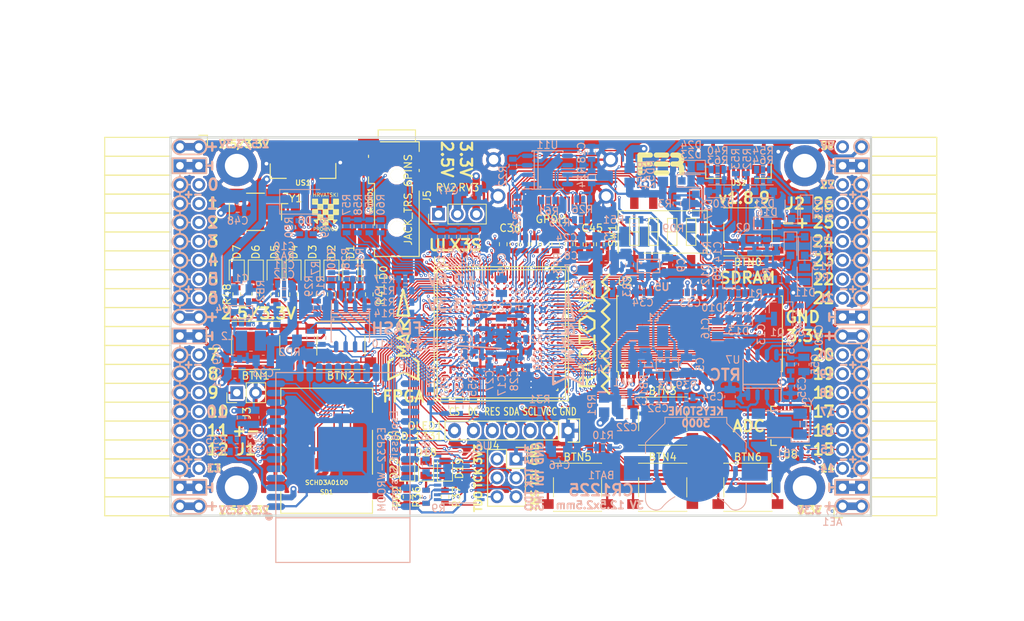
<source format=kicad_pcb>
(kicad_pcb (version 20171130) (host pcbnew 5.0.0-rc2+dfsg1-2)
  (layers (0 F.Cu signal) (1 In1.Cu signal) (2 In2.Cu signal) (31 B.Cu signal) (34 B.Paste user) (35 F.Paste user) (36 B.SilkS user) (37 F.SilkS user) (38 B.Mask user) (39 F.Mask user) (44 Edge.Cuts user))
  (net 0 "")
  (net 1 GND)
  (net 2 +5V)
  (net 3 /gpio/IN5V)
  (net 4 /gpio/OUT5V)
  (net 5 +3V3)
  (net 6 BTN_D)
  (net 7 BTN_F1)
  (net 8 BTN_F2)
  (net 9 BTN_L)
  (net 10 BTN_R)
  (net 11 BTN_U)
  (net 12 /power/FB1)
  (net 13 +2V5)
  (net 14 /power/PWREN)
  (net 15 /power/FB3)
  (net 16 /power/FB2)
  (net 17 /power/VBAT)
  (net 18 JTAG_TDI)
  (net 19 JTAG_TCK)
  (net 20 JTAG_TMS)
  (net 21 JTAG_TDO)
  (net 22 /power/WAKEUPn)
  (net 23 /power/WKUP)
  (net 24 /power/SHUT)
  (net 25 /power/WAKE)
  (net 26 /power/HOLD)
  (net 27 /power/WKn)
  (net 28 /power/OSCI_32k)
  (net 29 /power/OSCO_32k)
  (net 30 SHUTDOWN)
  (net 31 /analog/AUDIO_L)
  (net 32 /analog/AUDIO_R)
  (net 33 GPDI_SDA)
  (net 34 GPDI_SCL)
  (net 35 /gpdi/VREF2)
  (net 36 SD_CMD)
  (net 37 SD_CLK)
  (net 38 SD_D0)
  (net 39 SD_D1)
  (net 40 USB5V)
  (net 41 GPDI_CEC)
  (net 42 nRESET)
  (net 43 FTDI_nDTR)
  (net 44 SDRAM_CKE)
  (net 45 SDRAM_A7)
  (net 46 SDRAM_D15)
  (net 47 SDRAM_BA1)
  (net 48 SDRAM_D7)
  (net 49 SDRAM_A6)
  (net 50 SDRAM_CLK)
  (net 51 SDRAM_D13)
  (net 52 SDRAM_BA0)
  (net 53 SDRAM_D6)
  (net 54 SDRAM_A5)
  (net 55 SDRAM_D14)
  (net 56 SDRAM_A11)
  (net 57 SDRAM_D12)
  (net 58 SDRAM_D5)
  (net 59 SDRAM_A4)
  (net 60 SDRAM_A10)
  (net 61 SDRAM_D11)
  (net 62 SDRAM_A3)
  (net 63 SDRAM_D4)
  (net 64 SDRAM_D10)
  (net 65 SDRAM_D9)
  (net 66 SDRAM_A9)
  (net 67 SDRAM_D3)
  (net 68 SDRAM_D8)
  (net 69 SDRAM_A8)
  (net 70 SDRAM_A2)
  (net 71 SDRAM_A1)
  (net 72 SDRAM_A0)
  (net 73 SDRAM_D2)
  (net 74 SDRAM_D1)
  (net 75 SDRAM_D0)
  (net 76 SDRAM_DQM0)
  (net 77 SDRAM_nCS)
  (net 78 SDRAM_nRAS)
  (net 79 SDRAM_DQM1)
  (net 80 SDRAM_nCAS)
  (net 81 SDRAM_nWE)
  (net 82 /flash/FLASH_nWP)
  (net 83 /flash/FLASH_nHOLD)
  (net 84 /flash/FLASH_MOSI)
  (net 85 /flash/FLASH_MISO)
  (net 86 /flash/FLASH_SCK)
  (net 87 /flash/FLASH_nCS)
  (net 88 /flash/FPGA_PROGRAMN)
  (net 89 /flash/FPGA_DONE)
  (net 90 /flash/FPGA_INITN)
  (net 91 OLED_RES)
  (net 92 OLED_DC)
  (net 93 OLED_CS)
  (net 94 WIFI_EN)
  (net 95 FTDI_nRTS)
  (net 96 FTDI_TXD)
  (net 97 FTDI_RXD)
  (net 98 WIFI_RXD)
  (net 99 WIFI_GPIO0)
  (net 100 WIFI_TXD)
  (net 101 USB_FTDI_D+)
  (net 102 USB_FTDI_D-)
  (net 103 SD_D3)
  (net 104 AUDIO_L3)
  (net 105 AUDIO_L2)
  (net 106 AUDIO_L1)
  (net 107 AUDIO_L0)
  (net 108 AUDIO_R3)
  (net 109 AUDIO_R2)
  (net 110 AUDIO_R1)
  (net 111 AUDIO_R0)
  (net 112 OLED_CLK)
  (net 113 OLED_MOSI)
  (net 114 LED0)
  (net 115 LED1)
  (net 116 LED2)
  (net 117 LED3)
  (net 118 LED4)
  (net 119 LED5)
  (net 120 LED6)
  (net 121 LED7)
  (net 122 BTN_PWRn)
  (net 123 FTDI_nTXLED)
  (net 124 FTDI_nSLEEP)
  (net 125 /blinkey/LED_PWREN)
  (net 126 /blinkey/LED_TXLED)
  (net 127 /sdcard/SD3V3)
  (net 128 SD_D2)
  (net 129 CLK_25MHz)
  (net 130 /blinkey/BTNPUL)
  (net 131 /blinkey/BTNPUR)
  (net 132 USB_FPGA_D+)
  (net 133 /power/FTDI_nSUSPEND)
  (net 134 /blinkey/ALED0)
  (net 135 /blinkey/ALED1)
  (net 136 /blinkey/ALED2)
  (net 137 /blinkey/ALED3)
  (net 138 /blinkey/ALED4)
  (net 139 /blinkey/ALED5)
  (net 140 /blinkey/ALED6)
  (net 141 /blinkey/ALED7)
  (net 142 /usb/FTD-)
  (net 143 /usb/FTD+)
  (net 144 ADC_MISO)
  (net 145 ADC_MOSI)
  (net 146 ADC_CSn)
  (net 147 ADC_SCLK)
  (net 148 SW3)
  (net 149 SW2)
  (net 150 SW1)
  (net 151 USB_FPGA_D-)
  (net 152 /usb/FPD+)
  (net 153 /usb/FPD-)
  (net 154 WIFI_GPIO16)
  (net 155 /usb/ANT_433MHz)
  (net 156 /power/PWRBTn)
  (net 157 PROG_DONE)
  (net 158 /power/P3V3)
  (net 159 /power/P2V5)
  (net 160 /power/L1)
  (net 161 /power/L3)
  (net 162 /power/L2)
  (net 163 FTDI_TXDEN)
  (net 164 SDRAM_A12)
  (net 165 /analog/AUDIO_V)
  (net 166 AUDIO_V3)
  (net 167 AUDIO_V2)
  (net 168 AUDIO_V1)
  (net 169 AUDIO_V0)
  (net 170 /blinkey/LED_WIFI)
  (net 171 /power/P1V1)
  (net 172 +1V1)
  (net 173 SW4)
  (net 174 /blinkey/SWPU)
  (net 175 /wifi/WIFIEN)
  (net 176 FT2V5)
  (net 177 GN0)
  (net 178 GP0)
  (net 179 GN1)
  (net 180 GP1)
  (net 181 GN2)
  (net 182 GP2)
  (net 183 GN3)
  (net 184 GP3)
  (net 185 GN4)
  (net 186 GP4)
  (net 187 GN5)
  (net 188 GP5)
  (net 189 GN6)
  (net 190 GP6)
  (net 191 GN14)
  (net 192 GP14)
  (net 193 GN15)
  (net 194 GP15)
  (net 195 GN16)
  (net 196 GP16)
  (net 197 GN17)
  (net 198 GP17)
  (net 199 GN18)
  (net 200 GP18)
  (net 201 GN19)
  (net 202 GP19)
  (net 203 GN20)
  (net 204 GP20)
  (net 205 GN21)
  (net 206 GP21)
  (net 207 GN22)
  (net 208 GP22)
  (net 209 GN23)
  (net 210 GP23)
  (net 211 GN24)
  (net 212 GP24)
  (net 213 GN25)
  (net 214 GP25)
  (net 215 GN26)
  (net 216 GP26)
  (net 217 GN27)
  (net 218 GP27)
  (net 219 GN7)
  (net 220 GP7)
  (net 221 GN8)
  (net 222 GP8)
  (net 223 GN9)
  (net 224 GP9)
  (net 225 GN10)
  (net 226 GP10)
  (net 227 GN11)
  (net 228 GP11)
  (net 229 GN12)
  (net 230 GP12)
  (net 231 GN13)
  (net 232 GP13)
  (net 233 WIFI_GPIO5)
  (net 234 WIFI_GPIO17)
  (net 235 USB_FPGA_PULL_D+)
  (net 236 USB_FPGA_PULL_D-)
  (net 237 "Net-(D23-Pad2)")
  (net 238 "Net-(D24-Pad1)")
  (net 239 "Net-(D25-Pad2)")
  (net 240 "Net-(D26-Pad1)")
  (net 241 /gpdi/GPDI_ETH+)
  (net 242 FPDI_ETH+)
  (net 243 /gpdi/GPDI_ETH-)
  (net 244 FPDI_ETH-)
  (net 245 /gpdi/GPDI_D2-)
  (net 246 FPDI_D2-)
  (net 247 /gpdi/GPDI_D1-)
  (net 248 FPDI_D1-)
  (net 249 /gpdi/GPDI_D0-)
  (net 250 FPDI_D0-)
  (net 251 /gpdi/GPDI_CLK-)
  (net 252 FPDI_CLK-)
  (net 253 /gpdi/GPDI_D2+)
  (net 254 FPDI_D2+)
  (net 255 /gpdi/GPDI_D1+)
  (net 256 FPDI_D1+)
  (net 257 /gpdi/GPDI_D0+)
  (net 258 FPDI_D0+)
  (net 259 /gpdi/GPDI_CLK+)
  (net 260 FPDI_CLK+)
  (net 261 FPDI_SDA)
  (net 262 FPDI_SCL)
  (net 263 /gpdi/FPDI_CEC)
  (net 264 2V5_3V3)
  (net 265 "Net-(AUDIO1-Pad5)")
  (net 266 "Net-(AUDIO1-Pad6)")
  (net 267 "Net-(U1-PadA15)")
  (net 268 "Net-(U1-PadC9)")
  (net 269 "Net-(U1-PadD9)")
  (net 270 "Net-(U1-PadD10)")
  (net 271 "Net-(U1-PadD11)")
  (net 272 "Net-(U1-PadD12)")
  (net 273 "Net-(U1-PadE6)")
  (net 274 "Net-(U1-PadE9)")
  (net 275 "Net-(U1-PadE10)")
  (net 276 "Net-(U1-PadE11)")
  (net 277 "Net-(U1-PadJ4)")
  (net 278 "Net-(U1-PadJ5)")
  (net 279 "Net-(U1-PadK5)")
  (net 280 "Net-(U1-PadL5)")
  (net 281 "Net-(U1-PadM4)")
  (net 282 "Net-(U1-PadM5)")
  (net 283 SD_CD)
  (net 284 SD_WP)
  (net 285 "Net-(U1-PadR3)")
  (net 286 "Net-(U1-PadT16)")
  (net 287 "Net-(U1-PadW4)")
  (net 288 "Net-(U1-PadW5)")
  (net 289 "Net-(U1-PadW8)")
  (net 290 "Net-(U1-PadW9)")
  (net 291 "Net-(U1-PadW13)")
  (net 292 "Net-(U1-PadW14)")
  (net 293 "Net-(U1-PadW17)")
  (net 294 "Net-(U1-PadW18)")
  (net 295 FTDI_nRXLED)
  (net 296 "Net-(U8-Pad12)")
  (net 297 "Net-(U8-Pad25)")
  (net 298 "Net-(U9-Pad32)")
  (net 299 "Net-(U9-Pad22)")
  (net 300 "Net-(U9-Pad21)")
  (net 301 "Net-(U9-Pad20)")
  (net 302 "Net-(U9-Pad19)")
  (net 303 "Net-(U9-Pad18)")
  (net 304 "Net-(U9-Pad17)")
  (net 305 "Net-(U9-Pad12)")
  (net 306 "Net-(U9-Pad5)")
  (net 307 "Net-(U9-Pad4)")
  (net 308 "Net-(US1-Pad4)")
  (net 309 "Net-(US2-Pad4)")
  (net 310 "Net-(Y2-Pad3)")
  (net 311 "Net-(Y2-Pad2)")
  (net 312 "Net-(U1-PadK16)")
  (net 313 "Net-(U1-PadK17)")
  (net 314 /usb/US2VBUS)
  (net 315 /power/SHD)
  (net 316 /power/RTCVDD)
  (module usb_otg:USB-MICRO-B-FCI-10118192-0001LF-small-pads (layer F.Cu) (at 170.3 63.325 180)
    (fp_text reference US2 (at 0 -4.2 180) (layer F.SilkS) (effects (font (size 0.7 0.7))))
    (fp_text value MICRO_USB hide)
    (pad 6 smd rect (at 3.4 0 180) (size 1.7 1.3) (layers F.Cu F.Paste F.Mask) (net 1 GND))
    (pad 6 smd rect (at -3.4 0) (size 1.7 1.3) (layers F.Cu F.Paste F.Mask) (net 1 GND))
    (pad 5 smd rect (at 1.3 -2.675 180) (size 0.4 1.35) (layers F.Cu F.Paste F.Mask) (net 1 GND))
    (pad 4 smd rect (at 0.65 -2.675 180) (size 0.4 1.35) (layers F.Cu F.Paste F.Mask) (net 309 "Net-(US2-Pad4)"))
    (pad 3 smd rect (at 0 -2.675 180) (size 0.4 1.35) (layers F.Cu F.Paste F.Mask) (net 152 /usb/FPD+))
    (pad 2 smd rect (at -0.65 -2.675 180) (size 0.4 1.35) (layers F.Cu F.Paste F.Mask) (net 153 /usb/FPD-))
    (pad 1 smd rect (at -1.3 -2.675 180) (size 0.4 1.35) (layers F.Cu F.Paste F.Mask) (net 314 /usb/US2VBUS))
    (pad 6 smd rect (at 0 0 180) (size 4 1.9) (layers F.Cu F.Paste F.Mask) (net 1 GND))
    (pad 6 smd rect (at 2.6 -2.4 180) (size 1.6 1.2) (layers F.Cu F.Paste F.Mask) (net 1 GND))
    (pad 6 smd rect (at -2.6 -2.4 180) (size 1.6 1.2) (layers F.Cu F.Paste F.Mask) (net 1 GND))
  )
  (module usb_otg:USB-MICRO-B-FCI-10118192-0001LF-small-pads (layer F.Cu) (at 111.88 63.325 180)
    (fp_text reference US1 (at 0 -4.2 180) (layer F.SilkS) (effects (font (size 0.7 0.7))))
    (fp_text value MICRO_USB hide)
    (pad 6 smd rect (at 3.4 0 180) (size 1.7 1.3) (layers F.Cu F.Paste F.Mask) (net 1 GND))
    (pad 6 smd rect (at -3.4 0) (size 1.7 1.3) (layers F.Cu F.Paste F.Mask) (net 1 GND))
    (pad 5 smd rect (at 1.3 -2.675 180) (size 0.4 1.35) (layers F.Cu F.Paste F.Mask) (net 1 GND))
    (pad 4 smd rect (at 0.65 -2.675 180) (size 0.4 1.35) (layers F.Cu F.Paste F.Mask) (net 308 "Net-(US1-Pad4)"))
    (pad 3 smd rect (at 0 -2.675 180) (size 0.4 1.35) (layers F.Cu F.Paste F.Mask) (net 143 /usb/FTD+))
    (pad 2 smd rect (at -0.65 -2.675 180) (size 0.4 1.35) (layers F.Cu F.Paste F.Mask) (net 142 /usb/FTD-))
    (pad 1 smd rect (at -1.3 -2.675 180) (size 0.4 1.35) (layers F.Cu F.Paste F.Mask) (net 40 USB5V))
    (pad 6 smd rect (at 0 0 180) (size 4 1.9) (layers F.Cu F.Paste F.Mask) (net 1 GND))
    (pad 6 smd rect (at 2.6 -2.4 180) (size 1.6 1.2) (layers F.Cu F.Paste F.Mask) (net 1 GND))
    (pad 6 smd rect (at -2.6 -2.4 180) (size 1.6 1.2) (layers F.Cu F.Paste F.Mask) (net 1 GND))
  )
  (module Socket_Strips:Socket_Strip_Angled_2x20 (layer F.Cu) (at 97.91 62.69 270)
    (fp_text reference J1 (at 40.64 -6.35) (layer F.SilkS) (effects (font (size 1.5 1.5) (thickness 0.3))))
    (fp_text value CONN_02X20 hide)
    (pad 1 thru_hole oval (at 0 0 270) (size 1.7272 1.7272) (drill 1.016) (layers *.Cu *.Mask) (net 264 2V5_3V3))
    (pad 2 thru_hole oval (at 0 2.54 270) (size 1.7272 1.7272) (drill 1.016) (layers *.Cu *.Mask) (net 264 2V5_3V3))
    (pad 3 thru_hole rect (at 2.54 0 270) (size 1.7272 1.7272) (drill 1.016) (layers *.Cu *.Mask) (net 1 GND))
    (pad 4 thru_hole rect (at 2.54 2.54 270) (size 1.7272 1.7272) (drill 1.016) (layers *.Cu *.Mask) (net 1 GND))
    (pad 5 thru_hole oval (at 5.08 0 270) (size 1.7272 1.7272) (drill 1.016) (layers *.Cu *.Mask) (net 177 GN0))
    (pad 6 thru_hole oval (at 5.08 2.54 270) (size 1.7272 1.7272) (drill 1.016) (layers *.Cu *.Mask) (net 178 GP0))
    (pad 7 thru_hole oval (at 7.62 0 270) (size 1.7272 1.7272) (drill 1.016) (layers *.Cu *.Mask) (net 179 GN1))
    (pad 8 thru_hole oval (at 7.62 2.54 270) (size 1.7272 1.7272) (drill 1.016) (layers *.Cu *.Mask) (net 180 GP1))
    (pad 9 thru_hole oval (at 10.16 0 270) (size 1.7272 1.7272) (drill 1.016) (layers *.Cu *.Mask) (net 181 GN2))
    (pad 10 thru_hole oval (at 10.16 2.54 270) (size 1.7272 1.7272) (drill 1.016) (layers *.Cu *.Mask) (net 182 GP2))
    (pad 11 thru_hole oval (at 12.7 0 270) (size 1.7272 1.7272) (drill 1.016) (layers *.Cu *.Mask) (net 183 GN3))
    (pad 12 thru_hole oval (at 12.7 2.54 270) (size 1.7272 1.7272) (drill 1.016) (layers *.Cu *.Mask) (net 184 GP3))
    (pad 13 thru_hole oval (at 15.24 0 270) (size 1.7272 1.7272) (drill 1.016) (layers *.Cu *.Mask) (net 185 GN4))
    (pad 14 thru_hole oval (at 15.24 2.54 270) (size 1.7272 1.7272) (drill 1.016) (layers *.Cu *.Mask) (net 186 GP4))
    (pad 15 thru_hole oval (at 17.78 0 270) (size 1.7272 1.7272) (drill 1.016) (layers *.Cu *.Mask) (net 187 GN5))
    (pad 16 thru_hole oval (at 17.78 2.54 270) (size 1.7272 1.7272) (drill 1.016) (layers *.Cu *.Mask) (net 188 GP5))
    (pad 17 thru_hole oval (at 20.32 0 270) (size 1.7272 1.7272) (drill 1.016) (layers *.Cu *.Mask) (net 189 GN6))
    (pad 18 thru_hole oval (at 20.32 2.54 270) (size 1.7272 1.7272) (drill 1.016) (layers *.Cu *.Mask) (net 190 GP6))
    (pad 19 thru_hole oval (at 22.86 0 270) (size 1.7272 1.7272) (drill 1.016) (layers *.Cu *.Mask) (net 264 2V5_3V3))
    (pad 20 thru_hole oval (at 22.86 2.54 270) (size 1.7272 1.7272) (drill 1.016) (layers *.Cu *.Mask) (net 264 2V5_3V3))
    (pad 21 thru_hole rect (at 25.4 0 270) (size 1.7272 1.7272) (drill 1.016) (layers *.Cu *.Mask) (net 1 GND))
    (pad 22 thru_hole rect (at 25.4 2.54 270) (size 1.7272 1.7272) (drill 1.016) (layers *.Cu *.Mask) (net 1 GND))
    (pad 23 thru_hole oval (at 27.94 0 270) (size 1.7272 1.7272) (drill 1.016) (layers *.Cu *.Mask) (net 219 GN7))
    (pad 24 thru_hole oval (at 27.94 2.54 270) (size 1.7272 1.7272) (drill 1.016) (layers *.Cu *.Mask) (net 220 GP7))
    (pad 25 thru_hole oval (at 30.48 0 270) (size 1.7272 1.7272) (drill 1.016) (layers *.Cu *.Mask) (net 221 GN8))
    (pad 26 thru_hole oval (at 30.48 2.54 270) (size 1.7272 1.7272) (drill 1.016) (layers *.Cu *.Mask) (net 222 GP8))
    (pad 27 thru_hole oval (at 33.02 0 270) (size 1.7272 1.7272) (drill 1.016) (layers *.Cu *.Mask) (net 223 GN9))
    (pad 28 thru_hole oval (at 33.02 2.54 270) (size 1.7272 1.7272) (drill 1.016) (layers *.Cu *.Mask) (net 224 GP9))
    (pad 29 thru_hole oval (at 35.56 0 270) (size 1.7272 1.7272) (drill 1.016) (layers *.Cu *.Mask) (net 225 GN10))
    (pad 30 thru_hole oval (at 35.56 2.54 270) (size 1.7272 1.7272) (drill 1.016) (layers *.Cu *.Mask) (net 226 GP10))
    (pad 31 thru_hole oval (at 38.1 0 270) (size 1.7272 1.7272) (drill 1.016) (layers *.Cu *.Mask) (net 227 GN11))
    (pad 32 thru_hole oval (at 38.1 2.54 270) (size 1.7272 1.7272) (drill 1.016) (layers *.Cu *.Mask) (net 228 GP11))
    (pad 33 thru_hole oval (at 40.64 0 270) (size 1.7272 1.7272) (drill 1.016) (layers *.Cu *.Mask) (net 229 GN12))
    (pad 34 thru_hole oval (at 40.64 2.54 270) (size 1.7272 1.7272) (drill 1.016) (layers *.Cu *.Mask) (net 230 GP12))
    (pad 35 thru_hole oval (at 43.18 0 270) (size 1.7272 1.7272) (drill 1.016) (layers *.Cu *.Mask) (net 231 GN13))
    (pad 36 thru_hole oval (at 43.18 2.54 270) (size 1.7272 1.7272) (drill 1.016) (layers *.Cu *.Mask) (net 232 GP13))
    (pad 37 thru_hole rect (at 45.72 0 270) (size 1.7272 1.7272) (drill 1.016) (layers *.Cu *.Mask) (net 1 GND))
    (pad 38 thru_hole rect (at 45.72 2.54 270) (size 1.7272 1.7272) (drill 1.016) (layers *.Cu *.Mask) (net 1 GND))
    (pad 39 thru_hole oval (at 48.26 0 270) (size 1.7272 1.7272) (drill 1.016) (layers *.Cu *.Mask) (net 264 2V5_3V3))
    (pad 40 thru_hole oval (at 48.26 2.54 270) (size 1.7272 1.7272) (drill 1.016) (layers *.Cu *.Mask) (net 264 2V5_3V3))
  )
  (module TSOT-25:TSOT-25 (layer B.Cu) (at 160.775 91.9)
    (fp_text reference U3 (at -0.295 2.9) (layer B.SilkS) (effects (font (thickness 0.2)) (justify mirror)))
    (fp_text value TLV62569DBV)
    (pad 1 smd rect (at -0.95 -1.3) (size 0.7 1.2) (layers B.Cu B.Paste B.Mask) (net 14 /power/PWREN))
    (pad 2 smd rect (at 0 -1.3) (size 0.7 1.2) (layers B.Cu B.Paste B.Mask) (net 1 GND))
    (pad 3 smd rect (at 0.95 -1.3) (size 0.7 1.2) (layers B.Cu B.Paste B.Mask) (net 160 /power/L1))
    (pad 4 smd rect (at 0.95 1.3) (size 0.7 1.2) (layers B.Cu B.Paste B.Mask) (net 2 +5V))
    (pad 5 smd rect (at -0.95 1.3) (size 0.7 1.2) (layers B.Cu B.Paste B.Mask) (net 12 /power/FB1))
  )
  (module TSOT-25:TSOT-25 (layer B.Cu) (at 103.625 84.915 180)
    (fp_text reference U4 (at 2.525 0.4265 180) (layer B.SilkS) (effects (font (thickness 0.2)) (justify mirror)))
    (fp_text value TLV62569DBV)
    (pad 1 smd rect (at -0.95 -1.3 180) (size 0.7 1.2) (layers B.Cu B.Paste B.Mask) (net 14 /power/PWREN))
    (pad 2 smd rect (at 0 -1.3 180) (size 0.7 1.2) (layers B.Cu B.Paste B.Mask) (net 1 GND))
    (pad 3 smd rect (at 0.95 -1.3 180) (size 0.7 1.2) (layers B.Cu B.Paste B.Mask) (net 162 /power/L2))
    (pad 4 smd rect (at 0.95 1.3 180) (size 0.7 1.2) (layers B.Cu B.Paste B.Mask) (net 2 +5V))
    (pad 5 smd rect (at -0.95 1.3 180) (size 0.7 1.2) (layers B.Cu B.Paste B.Mask) (net 16 /power/FB2))
  )
  (module TSOT-25:TSOT-25 (layer B.Cu) (at 158.235 78.692)
    (fp_text reference U5 (at 1.793 2.812) (layer B.SilkS) (effects (font (thickness 0.2)) (justify mirror)))
    (fp_text value TLV62569DBV)
    (pad 1 smd rect (at -0.95 -1.3) (size 0.7 1.2) (layers B.Cu B.Paste B.Mask) (net 14 /power/PWREN))
    (pad 2 smd rect (at 0 -1.3) (size 0.7 1.2) (layers B.Cu B.Paste B.Mask) (net 1 GND))
    (pad 3 smd rect (at 0.95 -1.3) (size 0.7 1.2) (layers B.Cu B.Paste B.Mask) (net 161 /power/L3))
    (pad 4 smd rect (at 0.95 1.3) (size 0.7 1.2) (layers B.Cu B.Paste B.Mask) (net 2 +5V))
    (pad 5 smd rect (at -0.95 1.3) (size 0.7 1.2) (layers B.Cu B.Paste B.Mask) (net 15 /power/FB3))
  )
  (module Socket_Strips:Socket_Strip_Angled_2x20 (layer F.Cu) (at 184.27 110.95 90)
    (fp_text reference J2 (at 40.64 -6.35 180) (layer F.SilkS) (effects (font (size 1.5 1.5) (thickness 0.3))))
    (fp_text value CONN_02X20 hide)
    (pad 1 thru_hole oval (at 0 0 90) (size 1.7272 1.7272) (drill 1.016) (layers *.Cu *.Mask) (net 5 +3V3))
    (pad 2 thru_hole oval (at 0 2.54 90) (size 1.7272 1.7272) (drill 1.016) (layers *.Cu *.Mask) (net 5 +3V3))
    (pad 3 thru_hole rect (at 2.54 0 90) (size 1.7272 1.7272) (drill 1.016) (layers *.Cu *.Mask) (net 1 GND))
    (pad 4 thru_hole rect (at 2.54 2.54 90) (size 1.7272 1.7272) (drill 1.016) (layers *.Cu *.Mask) (net 1 GND))
    (pad 5 thru_hole oval (at 5.08 0 90) (size 1.7272 1.7272) (drill 1.016) (layers *.Cu *.Mask) (net 191 GN14))
    (pad 6 thru_hole oval (at 5.08 2.54 90) (size 1.7272 1.7272) (drill 1.016) (layers *.Cu *.Mask) (net 192 GP14))
    (pad 7 thru_hole oval (at 7.62 0 90) (size 1.7272 1.7272) (drill 1.016) (layers *.Cu *.Mask) (net 193 GN15))
    (pad 8 thru_hole oval (at 7.62 2.54 90) (size 1.7272 1.7272) (drill 1.016) (layers *.Cu *.Mask) (net 194 GP15))
    (pad 9 thru_hole oval (at 10.16 0 90) (size 1.7272 1.7272) (drill 1.016) (layers *.Cu *.Mask) (net 195 GN16))
    (pad 10 thru_hole oval (at 10.16 2.54 90) (size 1.7272 1.7272) (drill 1.016) (layers *.Cu *.Mask) (net 196 GP16))
    (pad 11 thru_hole oval (at 12.7 0 90) (size 1.7272 1.7272) (drill 1.016) (layers *.Cu *.Mask) (net 197 GN17))
    (pad 12 thru_hole oval (at 12.7 2.54 90) (size 1.7272 1.7272) (drill 1.016) (layers *.Cu *.Mask) (net 198 GP17))
    (pad 13 thru_hole oval (at 15.24 0 90) (size 1.7272 1.7272) (drill 1.016) (layers *.Cu *.Mask) (net 199 GN18))
    (pad 14 thru_hole oval (at 15.24 2.54 90) (size 1.7272 1.7272) (drill 1.016) (layers *.Cu *.Mask) (net 200 GP18))
    (pad 15 thru_hole oval (at 17.78 0 90) (size 1.7272 1.7272) (drill 1.016) (layers *.Cu *.Mask) (net 201 GN19))
    (pad 16 thru_hole oval (at 17.78 2.54 90) (size 1.7272 1.7272) (drill 1.016) (layers *.Cu *.Mask) (net 202 GP19))
    (pad 17 thru_hole oval (at 20.32 0 90) (size 1.7272 1.7272) (drill 1.016) (layers *.Cu *.Mask) (net 203 GN20))
    (pad 18 thru_hole oval (at 20.32 2.54 90) (size 1.7272 1.7272) (drill 1.016) (layers *.Cu *.Mask) (net 204 GP20))
    (pad 19 thru_hole oval (at 22.86 0 90) (size 1.7272 1.7272) (drill 1.016) (layers *.Cu *.Mask) (net 5 +3V3))
    (pad 20 thru_hole oval (at 22.86 2.54 90) (size 1.7272 1.7272) (drill 1.016) (layers *.Cu *.Mask) (net 5 +3V3))
    (pad 21 thru_hole rect (at 25.4 0 90) (size 1.7272 1.7272) (drill 1.016) (layers *.Cu *.Mask) (net 1 GND))
    (pad 22 thru_hole rect (at 25.4 2.54 90) (size 1.7272 1.7272) (drill 1.016) (layers *.Cu *.Mask) (net 1 GND))
    (pad 23 thru_hole oval (at 27.94 0 90) (size 1.7272 1.7272) (drill 1.016) (layers *.Cu *.Mask) (net 205 GN21))
    (pad 24 thru_hole oval (at 27.94 2.54 90) (size 1.7272 1.7272) (drill 1.016) (layers *.Cu *.Mask) (net 206 GP21))
    (pad 25 thru_hole oval (at 30.48 0 90) (size 1.7272 1.7272) (drill 1.016) (layers *.Cu *.Mask) (net 207 GN22))
    (pad 26 thru_hole oval (at 30.48 2.54 90) (size 1.7272 1.7272) (drill 1.016) (layers *.Cu *.Mask) (net 208 GP22))
    (pad 27 thru_hole oval (at 33.02 0 90) (size 1.7272 1.7272) (drill 1.016) (layers *.Cu *.Mask) (net 209 GN23))
    (pad 28 thru_hole oval (at 33.02 2.54 90) (size 1.7272 1.7272) (drill 1.016) (layers *.Cu *.Mask) (net 210 GP23))
    (pad 29 thru_hole oval (at 35.56 0 90) (size 1.7272 1.7272) (drill 1.016) (layers *.Cu *.Mask) (net 211 GN24))
    (pad 30 thru_hole oval (at 35.56 2.54 90) (size 1.7272 1.7272) (drill 1.016) (layers *.Cu *.Mask) (net 212 GP24))
    (pad 31 thru_hole oval (at 38.1 0 90) (size 1.7272 1.7272) (drill 1.016) (layers *.Cu *.Mask) (net 213 GN25))
    (pad 32 thru_hole oval (at 38.1 2.54 90) (size 1.7272 1.7272) (drill 1.016) (layers *.Cu *.Mask) (net 214 GP25))
    (pad 33 thru_hole oval (at 40.64 0 90) (size 1.7272 1.7272) (drill 1.016) (layers *.Cu *.Mask) (net 215 GN26))
    (pad 34 thru_hole oval (at 40.64 2.54 90) (size 1.7272 1.7272) (drill 1.016) (layers *.Cu *.Mask) (net 216 GP26))
    (pad 35 thru_hole oval (at 43.18 0 90) (size 1.7272 1.7272) (drill 1.016) (layers *.Cu *.Mask) (net 217 GN27))
    (pad 36 thru_hole oval (at 43.18 2.54 90) (size 1.7272 1.7272) (drill 1.016) (layers *.Cu *.Mask) (net 218 GP27))
    (pad 37 thru_hole rect (at 45.72 0 90) (size 1.7272 1.7272) (drill 1.016) (layers *.Cu *.Mask) (net 1 GND))
    (pad 38 thru_hole rect (at 45.72 2.54 90) (size 1.7272 1.7272) (drill 1.016) (layers *.Cu *.Mask) (net 1 GND))
    (pad 39 thru_hole oval (at 48.26 0 90) (size 1.7272 1.7272) (drill 1.016) (layers *.Cu *.Mask) (net 3 /gpio/IN5V))
    (pad 40 thru_hole oval (at 48.26 2.54 90) (size 1.7272 1.7272) (drill 1.016) (layers *.Cu *.Mask) (net 4 /gpio/OUT5V))
  )
  (module Mounting_Holes:MountingHole_3.2mm_M3_ISO14580_Pad (layer F.Cu) (at 102.99 108.41)
    (fp_text reference H1 hide)
    (fp_text value HOLE hide)
    (pad 1 thru_hole circle (at 0 0) (size 5.5 5.5) (drill 3.2) (layers *.Cu *.Mask) (net 1 GND))
  )
  (module Mounting_Holes:MountingHole_3.2mm_M3_ISO14580_Pad (layer F.Cu) (at 179.19 108.41)
    (fp_text reference H2 hide)
    (fp_text value HOLE hide)
    (pad 1 thru_hole circle (at 0 0) (size 5.5 5.5) (drill 3.2) (layers *.Cu *.Mask) (net 1 GND))
  )
  (module Mounting_Holes:MountingHole_3.2mm_M3_ISO14580_Pad (layer F.Cu) (at 179.19 65.23)
    (fp_text reference H3 hide)
    (fp_text value HOLE hide)
    (pad 1 thru_hole circle (at 0 0) (size 5.5 5.5) (drill 3.2) (layers *.Cu *.Mask) (net 1 GND))
  )
  (module Mounting_Holes:MountingHole_3.2mm_M3_ISO14580_Pad (layer F.Cu) (at 102.99 65.23)
    (fp_text reference H4 hide)
    (fp_text value HOLE hide)
    (pad 1 thru_hole circle (at 0 0) (size 5.5 5.5) (drill 3.2) (layers *.Cu *.Mask) (net 1 GND))
  )
  (module Housings_SSOP:SSOP-20_4.4x6.5mm_Pitch0.65mm (layer B.Cu) (at 132.835 107.14 180)
    (fp_text reference U6 (at -3.175 4.318 180) (layer B.SilkS) (effects (justify mirror)))
    (fp_text value FT231XS)
    (pad 1 smd rect (at -2.9 2.925 180) (size 1 0.4) (layers B.Cu B.Paste B.Mask) (net 43 FTDI_nDTR))
    (pad 2 smd rect (at -2.9 2.275 180) (size 1 0.4) (layers B.Cu B.Paste B.Mask) (net 95 FTDI_nRTS))
    (pad 3 smd rect (at -2.9 1.625 180) (size 1 0.4) (layers B.Cu B.Paste B.Mask) (net 176 FT2V5))
    (pad 4 smd rect (at -2.9 0.975 180) (size 1 0.4) (layers B.Cu B.Paste B.Mask) (net 97 FTDI_RXD))
    (pad 5 smd rect (at -2.9 0.325 180) (size 1 0.4) (layers B.Cu B.Paste B.Mask) (net 18 JTAG_TDI))
    (pad 6 smd rect (at -2.9 -0.325 180) (size 1 0.4) (layers B.Cu B.Paste B.Mask) (net 1 GND))
    (pad 7 smd rect (at -2.9 -0.975 180) (size 1 0.4) (layers B.Cu B.Paste B.Mask) (net 19 JTAG_TCK))
    (pad 8 smd rect (at -2.9 -1.625 180) (size 1 0.4) (layers B.Cu B.Paste B.Mask) (net 20 JTAG_TMS))
    (pad 9 smd rect (at -2.9 -2.275 180) (size 1 0.4) (layers B.Cu B.Paste B.Mask) (net 21 JTAG_TDO))
    (pad 10 smd rect (at -2.9 -2.925 180) (size 1 0.4) (layers B.Cu B.Paste B.Mask) (net 123 FTDI_nTXLED))
    (pad 11 smd rect (at 2.9 -2.925 180) (size 1 0.4) (layers B.Cu B.Paste B.Mask) (net 101 USB_FTDI_D+))
    (pad 12 smd rect (at 2.9 -2.275 180) (size 1 0.4) (layers B.Cu B.Paste B.Mask) (net 102 USB_FTDI_D-))
    (pad 13 smd rect (at 2.9 -1.625 180) (size 1 0.4) (layers B.Cu B.Paste B.Mask) (net 176 FT2V5))
    (pad 14 smd rect (at 2.9 -0.975 180) (size 1 0.4) (layers B.Cu B.Paste B.Mask) (net 42 nRESET))
    (pad 15 smd rect (at 2.9 -0.325 180) (size 1 0.4) (layers B.Cu B.Paste B.Mask) (net 40 USB5V))
    (pad 16 smd rect (at 2.9 0.325 180) (size 1 0.4) (layers B.Cu B.Paste B.Mask) (net 1 GND))
    (pad 17 smd rect (at 2.9 0.975 180) (size 1 0.4) (layers B.Cu B.Paste B.Mask) (net 295 FTDI_nRXLED))
    (pad 18 smd rect (at 2.9 1.625 180) (size 1 0.4) (layers B.Cu B.Paste B.Mask) (net 163 FTDI_TXDEN))
    (pad 19 smd rect (at 2.9 2.275 180) (size 1 0.4) (layers B.Cu B.Paste B.Mask) (net 124 FTDI_nSLEEP))
    (pad 20 smd rect (at 2.9 2.925 180) (size 1 0.4) (layers B.Cu B.Paste B.Mask) (net 96 FTDI_TXD))
  )
  (module Socket_Strips:Socket_Strip_Straight_2x03 (layer F.Cu) (at 140.455 104.6 270)
    (fp_text reference J4 (at -1.778 3.048) (layer F.SilkS))
    (fp_text value CONN_02X03 hide)
    (pad 1 thru_hole rect (at 0 0 270) (size 1.7272 1.7272) (drill 1.016) (layers *.Cu *.Mask) (net 1 GND))
    (pad 2 thru_hole oval (at 0 2.54 270) (size 1.7272 1.7272) (drill 1.016) (layers *.Cu *.Mask) (net 5 +3V3))
    (pad 3 thru_hole oval (at 2.54 0 270) (size 1.7272 1.7272) (drill 1.016) (layers *.Cu *.Mask) (net 18 JTAG_TDI))
    (pad 4 thru_hole oval (at 2.54 2.54 270) (size 1.7272 1.7272) (drill 1.016) (layers *.Cu *.Mask) (net 19 JTAG_TCK))
    (pad 5 thru_hole oval (at 5.08 0 270) (size 1.7272 1.7272) (drill 1.016) (layers *.Cu *.Mask) (net 20 JTAG_TMS))
    (pad 6 thru_hole oval (at 5.08 2.54 270) (size 1.7272 1.7272) (drill 1.016) (layers *.Cu *.Mask) (net 21 JTAG_TDO))
  )
  (module Housings_DFN_QFN:QFN-28-1EP_5x5mm_Pitch0.5mm (layer F.Cu) (at 177.285 100.155 180)
    (fp_text reference U8 (at 0 -3.875 180) (layer F.SilkS))
    (fp_text value MAX11125)
    (pad 1 smd oval (at -2.45 -1.5 180) (size 0.85 0.3) (layers F.Cu F.Paste F.Mask) (net 194 GP15))
    (pad 2 smd oval (at -2.45 -1 180) (size 0.85 0.3) (layers F.Cu F.Paste F.Mask) (net 195 GN16))
    (pad 3 smd oval (at -2.45 -0.5 180) (size 0.85 0.3) (layers F.Cu F.Paste F.Mask) (net 196 GP16))
    (pad 4 smd oval (at -2.45 0 180) (size 0.85 0.3) (layers F.Cu F.Paste F.Mask) (net 197 GN17))
    (pad 5 smd oval (at -2.45 0.5 180) (size 0.85 0.3) (layers F.Cu F.Paste F.Mask) (net 198 GP17))
    (pad 6 smd oval (at -2.45 1 180) (size 0.85 0.3) (layers F.Cu F.Paste F.Mask) (net 1 GND))
    (pad 7 smd oval (at -2.45 1.5 180) (size 0.85 0.3) (layers F.Cu F.Paste F.Mask) (net 1 GND))
    (pad 8 smd oval (at -1.5 2.45 270) (size 0.85 0.3) (layers F.Cu F.Paste F.Mask) (net 1 GND))
    (pad 9 smd oval (at -1 2.45 270) (size 0.85 0.3) (layers F.Cu F.Paste F.Mask) (net 1 GND))
    (pad 10 smd oval (at -0.5 2.45 270) (size 0.85 0.3) (layers F.Cu F.Paste F.Mask) (net 1 GND))
    (pad 11 smd oval (at 0 2.45 270) (size 0.85 0.3) (layers F.Cu F.Paste F.Mask) (net 1 GND))
    (pad 12 smd oval (at 0.5 2.45 270) (size 0.85 0.3) (layers F.Cu F.Paste F.Mask) (net 296 "Net-(U8-Pad12)"))
    (pad 13 smd oval (at 1 2.45 270) (size 0.85 0.3) (layers F.Cu F.Paste F.Mask) (net 1 GND))
    (pad 14 smd oval (at 1.5 2.45 270) (size 0.85 0.3) (layers F.Cu F.Paste F.Mask) (net 1 GND))
    (pad 15 smd oval (at 2.45 1.5 180) (size 0.85 0.3) (layers F.Cu F.Paste F.Mask) (net 5 +3V3))
    (pad 16 smd oval (at 2.45 1 180) (size 0.85 0.3) (layers F.Cu F.Paste F.Mask) (net 1 GND))
    (pad 17 smd oval (at 2.45 0.5 180) (size 0.85 0.3) (layers F.Cu F.Paste F.Mask) (net 5 +3V3))
    (pad 18 smd oval (at 2.45 0 180) (size 0.85 0.3) (layers F.Cu F.Paste F.Mask) (net 5 +3V3))
    (pad 19 smd oval (at 2.45 -0.5 180) (size 0.85 0.3) (layers F.Cu F.Paste F.Mask) (net 147 ADC_SCLK))
    (pad 20 smd oval (at 2.45 -1 180) (size 0.85 0.3) (layers F.Cu F.Paste F.Mask) (net 146 ADC_CSn))
    (pad 21 smd oval (at 2.45 -1.5 180) (size 0.85 0.3) (layers F.Cu F.Paste F.Mask) (net 145 ADC_MOSI))
    (pad 22 smd oval (at 1.5 -2.45 270) (size 0.85 0.3) (layers F.Cu F.Paste F.Mask) (net 1 GND))
    (pad 23 smd oval (at 1 -2.45 270) (size 0.85 0.3) (layers F.Cu F.Paste F.Mask) (net 5 +3V3))
    (pad 24 smd oval (at 0.5 -2.45 270) (size 0.85 0.3) (layers F.Cu F.Paste F.Mask) (net 144 ADC_MISO))
    (pad 25 smd oval (at 0 -2.45 270) (size 0.85 0.3) (layers F.Cu F.Paste F.Mask) (net 297 "Net-(U8-Pad25)"))
    (pad 26 smd oval (at -0.5 -2.45 270) (size 0.85 0.3) (layers F.Cu F.Paste F.Mask) (net 191 GN14))
    (pad 27 smd oval (at -1 -2.45 270) (size 0.85 0.3) (layers F.Cu F.Paste F.Mask) (net 192 GP14))
    (pad 28 smd oval (at -1.5 -2.45 270) (size 0.85 0.3) (layers F.Cu F.Paste F.Mask) (net 193 GN15))
    (pad 29 smd rect (at 0.8375 0.8375 180) (size 1.675 1.675) (layers F.Cu F.Paste F.Mask) (net 1 GND))
    (pad 29 smd rect (at 0.8375 -0.8375 180) (size 1.675 1.675) (layers F.Cu F.Paste F.Mask) (net 1 GND))
    (pad 29 smd rect (at -0.8375 0.8375 180) (size 1.675 1.675) (layers F.Cu F.Paste F.Mask) (net 1 GND))
    (pad 29 smd rect (at -0.8375 -0.8375 180) (size 1.675 1.675) (layers F.Cu F.Paste F.Mask) (net 1 GND))
  )
  (module oled:oled_13xx (layer F.Cu) (at 139.82 100.79 180)
    (fp_text reference OLED1 (at 11.557 0.635 180) (layer F.SilkS))
    (fp_text value SSD_1331 (at 12.954 -0.762 180) (layer F.SilkS))
    (fp_text user CS (at 7.62 2.54 180) (layer F.SilkS) (effects (font (size 1 0.75))))
    (fp_text user DC (at 5.08 2.54 180) (layer F.SilkS) (effects (font (size 1 0.75))))
    (fp_text user RES (at 2.54 2.54 180) (layer F.SilkS) (effects (font (size 1 0.75))))
    (fp_text user SDA (at 0 2.54 180) (layer F.SilkS) (effects (font (size 1 0.75))))
    (fp_text user SCL (at -2.54 2.54 180) (layer F.SilkS) (effects (font (size 1 0.75))))
    (fp_text user VCC (at -5.08 2.54 180) (layer F.SilkS) (effects (font (size 1 0.75))))
    (fp_text user GND (at -7.62 2.54 180) (layer F.SilkS) (effects (font (size 1 0.75))))
    (pad 1 thru_hole rect (at -7.62 0 180) (size 1.7272 2.032) (drill 1.016) (layers *.Cu *.Mask) (net 1 GND))
    (pad 2 thru_hole oval (at -5.08 0 180) (size 1.7272 2.032) (drill 1.016) (layers *.Cu *.Mask) (net 5 +3V3))
    (pad 3 thru_hole oval (at -2.54 0 180) (size 1.7272 2.032) (drill 1.016) (layers *.Cu *.Mask) (net 112 OLED_CLK))
    (pad 4 thru_hole oval (at 0 0 180) (size 1.7272 2.032) (drill 1.016) (layers *.Cu *.Mask) (net 113 OLED_MOSI))
    (pad 5 thru_hole oval (at 2.54 0 180) (size 1.7272 2.032) (drill 1.016) (layers *.Cu *.Mask) (net 91 OLED_RES))
    (pad 6 thru_hole oval (at 5.08 0 180) (size 1.7272 2.032) (drill 1.016) (layers *.Cu *.Mask) (net 92 OLED_DC))
    (pad 7 thru_hole oval (at 7.62 0 180) (size 1.7272 2.032) (drill 1.016) (layers *.Cu *.Mask) (net 93 OLED_CS))
  )
  (module Buttons_Switches_SMD:SW_SPST_PTS645 (layer F.Cu) (at 171.57 74.12 180)
    (fp_text reference BTN0 (at 0 -4.05 180) (layer F.SilkS))
    (fp_text value PTS645)
    (pad 2 smd rect (at -3.98 2.25 180) (size 1.55 1.3) (layers F.Cu F.Paste F.Mask) (net 1 GND))
    (pad 1 smd rect (at -3.98 -2.25 180) (size 1.55 1.3) (layers F.Cu F.Paste F.Mask) (net 156 /power/PWRBTn))
    (pad 1 smd rect (at 3.98 -2.25 180) (size 1.55 1.3) (layers F.Cu F.Paste F.Mask) (net 156 /power/PWRBTn))
    (pad 2 smd rect (at 3.98 2.25 180) (size 1.55 1.3) (layers F.Cu F.Paste F.Mask) (net 1 GND))
  )
  (module Buttons_Switches_SMD:SW_SPST_PTS645 (layer F.Cu) (at 105.53 89.36)
    (fp_text reference BTN1 (at 0 4.064) (layer F.SilkS))
    (fp_text value PTS645)
    (pad 2 smd rect (at -3.98 2.25) (size 1.55 1.3) (layers F.Cu F.Paste F.Mask) (net 7 BTN_F1))
    (pad 1 smd rect (at -3.98 -2.25) (size 1.55 1.3) (layers F.Cu F.Paste F.Mask) (net 130 /blinkey/BTNPUL))
    (pad 1 smd rect (at 3.98 -2.25) (size 1.55 1.3) (layers F.Cu F.Paste F.Mask) (net 130 /blinkey/BTNPUL))
    (pad 2 smd rect (at 3.98 2.25) (size 1.55 1.3) (layers F.Cu F.Paste F.Mask) (net 7 BTN_F1))
  )
  (module Buttons_Switches_SMD:SW_SPST_PTS645 (layer F.Cu) (at 116.96 89.36)
    (fp_text reference BTN2 (at 0 4.064) (layer F.SilkS))
    (fp_text value PTS645)
    (pad 2 smd rect (at -3.98 2.25) (size 1.55 1.3) (layers F.Cu F.Paste F.Mask) (net 8 BTN_F2))
    (pad 1 smd rect (at -3.98 -2.25) (size 1.55 1.3) (layers F.Cu F.Paste F.Mask) (net 130 /blinkey/BTNPUL))
    (pad 1 smd rect (at 3.98 -2.25) (size 1.55 1.3) (layers F.Cu F.Paste F.Mask) (net 130 /blinkey/BTNPUL))
    (pad 2 smd rect (at 3.98 2.25) (size 1.55 1.3) (layers F.Cu F.Paste F.Mask) (net 8 BTN_F2))
  )
  (module Buttons_Switches_SMD:SW_SPST_PTS645 (layer F.Cu) (at 160.14 99.52)
    (fp_text reference BTN3 (at 0 -4.05) (layer F.SilkS))
    (fp_text value PTS645)
    (pad 2 smd rect (at -3.98 2.25) (size 1.55 1.3) (layers F.Cu F.Paste F.Mask) (net 11 BTN_U))
    (pad 1 smd rect (at -3.98 -2.25) (size 1.55 1.3) (layers F.Cu F.Paste F.Mask) (net 131 /blinkey/BTNPUR))
    (pad 1 smd rect (at 3.98 -2.25) (size 1.55 1.3) (layers F.Cu F.Paste F.Mask) (net 131 /blinkey/BTNPUR))
    (pad 2 smd rect (at 3.98 2.25) (size 1.55 1.3) (layers F.Cu F.Paste F.Mask) (net 11 BTN_U))
  )
  (module Buttons_Switches_SMD:SW_SPST_PTS645 (layer F.Cu) (at 160.14 108.41 180)
    (fp_text reference BTN4 (at 0 4.064 180) (layer F.SilkS))
    (fp_text value PTS645)
    (pad 2 smd rect (at -3.98 2.25 180) (size 1.55 1.3) (layers F.Cu F.Paste F.Mask) (net 6 BTN_D))
    (pad 1 smd rect (at -3.98 -2.25 180) (size 1.55 1.3) (layers F.Cu F.Paste F.Mask) (net 131 /blinkey/BTNPUR))
    (pad 1 smd rect (at 3.98 -2.25 180) (size 1.55 1.3) (layers F.Cu F.Paste F.Mask) (net 131 /blinkey/BTNPUR))
    (pad 2 smd rect (at 3.98 2.25 180) (size 1.55 1.3) (layers F.Cu F.Paste F.Mask) (net 6 BTN_D))
  )
  (module Buttons_Switches_SMD:SW_SPST_PTS645 (layer F.Cu) (at 148.71 108.41 180)
    (fp_text reference BTN5 (at 0 4.064 180) (layer F.SilkS))
    (fp_text value PTS645)
    (pad 2 smd rect (at -3.98 2.25 180) (size 1.55 1.3) (layers F.Cu F.Paste F.Mask) (net 9 BTN_L))
    (pad 1 smd rect (at -3.98 -2.25 180) (size 1.55 1.3) (layers F.Cu F.Paste F.Mask) (net 131 /blinkey/BTNPUR))
    (pad 1 smd rect (at 3.98 -2.25 180) (size 1.55 1.3) (layers F.Cu F.Paste F.Mask) (net 131 /blinkey/BTNPUR))
    (pad 2 smd rect (at 3.98 2.25 180) (size 1.55 1.3) (layers F.Cu F.Paste F.Mask) (net 9 BTN_L))
  )
  (module Buttons_Switches_SMD:SW_SPST_PTS645 (layer F.Cu) (at 171.57 108.41 180)
    (fp_text reference BTN6 (at 0 4.064 180) (layer F.SilkS))
    (fp_text value PTS645)
    (pad 2 smd rect (at -3.98 2.25 180) (size 1.55 1.3) (layers F.Cu F.Paste F.Mask) (net 10 BTN_R))
    (pad 1 smd rect (at -3.98 -2.25 180) (size 1.55 1.3) (layers F.Cu F.Paste F.Mask) (net 131 /blinkey/BTNPUR))
    (pad 1 smd rect (at 3.98 -2.25 180) (size 1.55 1.3) (layers F.Cu F.Paste F.Mask) (net 131 /blinkey/BTNPUR))
    (pad 2 smd rect (at 3.98 2.25 180) (size 1.55 1.3) (layers F.Cu F.Paste F.Mask) (net 10 BTN_R))
  )
  (module Buttons_Switches_SMD:SW_DIP_x4_W8.61mm_Slide_LowProfile (layer F.Cu) (at 160.14 74.12 90)
    (fp_text reference SW1 (at -0.508 -6.731 270) (layer F.SilkS))
    (fp_text value DIPSW)
    (pad 1 smd rect (at -4.305 -3.81 90) (size 2.44 1.12) (layers F.Cu F.Mask) (net 174 /blinkey/SWPU))
    (pad 5 smd rect (at 4.305 3.81 90) (size 2.44 1.12) (layers F.Cu F.Mask) (net 173 SW4))
    (pad 2 smd rect (at -4.305 -1.27 90) (size 2.44 1.12) (layers F.Cu F.Mask) (net 174 /blinkey/SWPU))
    (pad 6 smd rect (at 4.305 1.27 90) (size 2.44 1.12) (layers F.Cu F.Mask) (net 148 SW3))
    (pad 3 smd rect (at -4.305 1.27 90) (size 2.44 1.12) (layers F.Cu F.Mask) (net 174 /blinkey/SWPU))
    (pad 7 smd rect (at 4.305 -1.27 90) (size 2.44 1.12) (layers F.Cu F.Mask) (net 149 SW2))
    (pad 4 smd rect (at -4.305 3.81 90) (size 2.44 1.12) (layers F.Cu F.Mask) (net 174 /blinkey/SWPU))
    (pad 8 smd rect (at 4.305 -3.81 90) (size 2.44 1.12) (layers F.Cu F.Mask) (net 150 SW1))
  )
  (module lfe5bg381:BGA-381_pitch0.8mm_dia0.4mm (layer F.Cu) (at 138.48 87.8)
    (fp_text reference U1 (at -8.2 -9.8) (layer F.SilkS))
    (fp_text value LFE5U-85F-6BG381C)
    (pad A2 smd circle (at -6.8 -7.6) (size 0.35 0.35) (layers F.Cu F.Paste F.Mask) (net 224 GP9))
    (pad A3 smd circle (at -6 -7.6) (size 0.35 0.35) (layers F.Cu F.Paste F.Mask) (net 111 AUDIO_R0))
    (pad A4 smd circle (at -5.2 -7.6) (size 0.35 0.35) (layers F.Cu F.Paste F.Mask) (net 222 GP8))
    (pad A5 smd circle (at -4.4 -7.6) (size 0.35 0.35) (layers F.Cu F.Paste F.Mask) (net 221 GN8))
    (pad A6 smd circle (at -3.6 -7.6) (size 0.35 0.35) (layers F.Cu F.Paste F.Mask) (net 220 GP7))
    (pad A7 smd circle (at -2.8 -7.6) (size 0.35 0.35) (layers F.Cu F.Paste F.Mask) (net 186 GP4))
    (pad A8 smd circle (at -2 -7.6) (size 0.35 0.35) (layers F.Cu F.Paste F.Mask) (net 185 GN4))
    (pad A9 smd circle (at -1.2 -7.6) (size 0.35 0.35) (layers F.Cu F.Paste F.Mask) (net 182 GP2))
    (pad A10 smd circle (at -0.4 -7.6) (size 0.35 0.35) (layers F.Cu F.Paste F.Mask) (net 180 GP1))
    (pad A11 smd circle (at 0.4 -7.6) (size 0.35 0.35) (layers F.Cu F.Paste F.Mask) (net 179 GN1))
    (pad A12 smd circle (at 1.2 -7.6) (size 0.35 0.35) (layers F.Cu F.Paste F.Mask) (net 254 FPDI_D2+))
    (pad A13 smd circle (at 2 -7.6) (size 0.35 0.35) (layers F.Cu F.Paste F.Mask) (net 246 FPDI_D2-))
    (pad A14 smd circle (at 2.8 -7.6) (size 0.35 0.35) (layers F.Cu F.Paste F.Mask) (net 256 FPDI_D1+))
    (pad A15 smd circle (at 3.6 -7.6) (size 0.35 0.35) (layers F.Cu F.Paste F.Mask) (net 267 "Net-(U1-PadA15)"))
    (pad A16 smd circle (at 4.4 -7.6) (size 0.35 0.35) (layers F.Cu F.Paste F.Mask) (net 258 FPDI_D0+))
    (pad A17 smd circle (at 5.2 -7.6) (size 0.35 0.35) (layers F.Cu F.Paste F.Mask) (net 260 FPDI_CLK+))
    (pad A18 smd circle (at 6 -7.6) (size 0.35 0.35) (layers F.Cu F.Paste F.Mask) (net 263 /gpdi/FPDI_CEC))
    (pad A19 smd circle (at 6.8 -7.6) (size 0.35 0.35) (layers F.Cu F.Paste F.Mask) (net 242 FPDI_ETH+))
    (pad B1 smd circle (at -7.6 -6.8) (size 0.35 0.35) (layers F.Cu F.Paste F.Mask) (net 223 GN9))
    (pad B2 smd circle (at -6.8 -6.8) (size 0.35 0.35) (layers F.Cu F.Paste F.Mask) (net 114 LED0))
    (pad B3 smd circle (at -6 -6.8) (size 0.35 0.35) (layers F.Cu F.Paste F.Mask) (net 104 AUDIO_L3))
    (pad B4 smd circle (at -5.2 -6.8) (size 0.35 0.35) (layers F.Cu F.Paste F.Mask) (net 225 GN10))
    (pad B5 smd circle (at -4.4 -6.8) (size 0.35 0.35) (layers F.Cu F.Paste F.Mask) (net 110 AUDIO_R1))
    (pad B6 smd circle (at -3.6 -6.8) (size 0.35 0.35) (layers F.Cu F.Paste F.Mask) (net 219 GN7))
    (pad B7 smd circle (at -2.8 -6.8) (size 0.35 0.35) (layers F.Cu F.Paste F.Mask) (net 1 GND))
    (pad B8 smd circle (at -2 -6.8) (size 0.35 0.35) (layers F.Cu F.Paste F.Mask) (net 187 GN5))
    (pad B9 smd circle (at -1.2 -6.8) (size 0.35 0.35) (layers F.Cu F.Paste F.Mask) (net 184 GP3))
    (pad B10 smd circle (at -0.4 -6.8) (size 0.35 0.35) (layers F.Cu F.Paste F.Mask) (net 181 GN2))
    (pad B11 smd circle (at 0.4 -6.8) (size 0.35 0.35) (layers F.Cu F.Paste F.Mask) (net 178 GP0))
    (pad B12 smd circle (at 1.2 -6.8) (size 0.35 0.35) (layers F.Cu F.Paste F.Mask) (net 235 USB_FPGA_PULL_D+))
    (pad B13 smd circle (at 2 -6.8) (size 0.35 0.35) (layers F.Cu F.Paste F.Mask) (net 216 GP26))
    (pad B14 smd circle (at 2.8 -6.8) (size 0.35 0.35) (layers F.Cu F.Paste F.Mask) (net 1 GND))
    (pad B15 smd circle (at 3.6 -6.8) (size 0.35 0.35) (layers F.Cu F.Paste F.Mask) (net 208 GP22))
    (pad B16 smd circle (at 4.4 -6.8) (size 0.35 0.35) (layers F.Cu F.Paste F.Mask) (net 250 FPDI_D0-))
    (pad B17 smd circle (at 5.2 -6.8) (size 0.35 0.35) (layers F.Cu F.Paste F.Mask) (net 210 GP23))
    (pad B18 smd circle (at 6 -6.8) (size 0.35 0.35) (layers F.Cu F.Paste F.Mask) (net 252 FPDI_CLK-))
    (pad B19 smd circle (at 6.8 -6.8) (size 0.35 0.35) (layers F.Cu F.Paste F.Mask) (net 261 FPDI_SDA))
    (pad B20 smd circle (at 7.6 -6.8) (size 0.35 0.35) (layers F.Cu F.Paste F.Mask) (net 244 FPDI_ETH-))
    (pad C1 smd circle (at -7.6 -6) (size 0.35 0.35) (layers F.Cu F.Paste F.Mask) (net 116 LED2))
    (pad C2 smd circle (at -6.8 -6) (size 0.35 0.35) (layers F.Cu F.Paste F.Mask) (net 115 LED1))
    (pad C3 smd circle (at -6 -6) (size 0.35 0.35) (layers F.Cu F.Paste F.Mask) (net 105 AUDIO_L2))
    (pad C4 smd circle (at -5.2 -6) (size 0.35 0.35) (layers F.Cu F.Paste F.Mask) (net 226 GP10))
    (pad C5 smd circle (at -4.4 -6) (size 0.35 0.35) (layers F.Cu F.Paste F.Mask) (net 108 AUDIO_R3))
    (pad C6 smd circle (at -3.6 -6) (size 0.35 0.35) (layers F.Cu F.Paste F.Mask) (net 190 GP6))
    (pad C7 smd circle (at -2.8 -6) (size 0.35 0.35) (layers F.Cu F.Paste F.Mask) (net 189 GN6))
    (pad C8 smd circle (at -2 -6) (size 0.35 0.35) (layers F.Cu F.Paste F.Mask) (net 188 GP5))
    (pad C9 smd circle (at -1.2 -6) (size 0.35 0.35) (layers F.Cu F.Paste F.Mask) (net 268 "Net-(U1-PadC9)"))
    (pad C10 smd circle (at -0.4 -6) (size 0.35 0.35) (layers F.Cu F.Paste F.Mask) (net 183 GN3))
    (pad C11 smd circle (at 0.4 -6) (size 0.35 0.35) (layers F.Cu F.Paste F.Mask) (net 177 GN0))
    (pad C12 smd circle (at 1.2 -6) (size 0.35 0.35) (layers F.Cu F.Paste F.Mask) (net 236 USB_FPGA_PULL_D-))
    (pad C13 smd circle (at 2 -6) (size 0.35 0.35) (layers F.Cu F.Paste F.Mask) (net 215 GN26))
    (pad C14 smd circle (at 2.8 -6) (size 0.35 0.35) (layers F.Cu F.Paste F.Mask) (net 248 FPDI_D1-))
    (pad C15 smd circle (at 3.6 -6) (size 0.35 0.35) (layers F.Cu F.Paste F.Mask) (net 207 GN22))
    (pad C16 smd circle (at 4.4 -6) (size 0.35 0.35) (layers F.Cu F.Paste F.Mask) (net 212 GP24))
    (pad C17 smd circle (at 5.2 -6) (size 0.35 0.35) (layers F.Cu F.Paste F.Mask) (net 209 GN23))
    (pad C18 smd circle (at 6 -6) (size 0.35 0.35) (layers F.Cu F.Paste F.Mask) (net 206 GP21))
    (pad C19 smd circle (at 6.8 -6) (size 0.35 0.35) (layers F.Cu F.Paste F.Mask) (net 1 GND))
    (pad C20 smd circle (at 7.6 -6) (size 0.35 0.35) (layers F.Cu F.Paste F.Mask) (net 61 SDRAM_D11))
    (pad D1 smd circle (at -7.6 -5.2) (size 0.35 0.35) (layers F.Cu F.Paste F.Mask) (net 118 LED4))
    (pad D2 smd circle (at -6.8 -5.2) (size 0.35 0.35) (layers F.Cu F.Paste F.Mask) (net 117 LED3))
    (pad D3 smd circle (at -6 -5.2) (size 0.35 0.35) (layers F.Cu F.Paste F.Mask) (net 106 AUDIO_L1))
    (pad D4 smd circle (at -5.2 -5.2) (size 0.35 0.35) (layers F.Cu F.Paste F.Mask) (net 1 GND))
    (pad D5 smd circle (at -4.4 -5.2) (size 0.35 0.35) (layers F.Cu F.Paste F.Mask) (net 109 AUDIO_R2))
    (pad D6 smd circle (at -3.6 -5.2) (size 0.35 0.35) (layers F.Cu F.Paste F.Mask) (net 122 BTN_PWRn))
    (pad D7 smd circle (at -2.8 -5.2) (size 0.35 0.35) (layers F.Cu F.Paste F.Mask) (net 148 SW3))
    (pad D8 smd circle (at -2 -5.2) (size 0.35 0.35) (layers F.Cu F.Paste F.Mask) (net 149 SW2))
    (pad D9 smd circle (at -1.2 -5.2) (size 0.35 0.35) (layers F.Cu F.Paste F.Mask) (net 269 "Net-(U1-PadD9)"))
    (pad D10 smd circle (at -0.4 -5.2) (size 0.35 0.35) (layers F.Cu F.Paste F.Mask) (net 270 "Net-(U1-PadD10)"))
    (pad D11 smd circle (at 0.4 -5.2) (size 0.35 0.35) (layers F.Cu F.Paste F.Mask) (net 271 "Net-(U1-PadD11)"))
    (pad D12 smd circle (at 1.2 -5.2) (size 0.35 0.35) (layers F.Cu F.Paste F.Mask) (net 272 "Net-(U1-PadD12)"))
    (pad D13 smd circle (at 2 -5.2) (size 0.35 0.35) (layers F.Cu F.Paste F.Mask) (net 218 GP27))
    (pad D14 smd circle (at 2.8 -5.2) (size 0.35 0.35) (layers F.Cu F.Paste F.Mask) (net 214 GP25))
    (pad D15 smd circle (at 3.6 -5.2) (size 0.35 0.35) (layers F.Cu F.Paste F.Mask) (net 132 USB_FPGA_D+))
    (pad D16 smd circle (at 4.4 -5.2) (size 0.35 0.35) (layers F.Cu F.Paste F.Mask) (net 211 GN24))
    (pad D17 smd circle (at 5.2 -5.2) (size 0.35 0.35) (layers F.Cu F.Paste F.Mask) (net 205 GN21))
    (pad D18 smd circle (at 6 -5.2) (size 0.35 0.35) (layers F.Cu F.Paste F.Mask) (net 204 GP20))
    (pad D19 smd circle (at 6.8 -5.2) (size 0.35 0.35) (layers F.Cu F.Paste F.Mask) (net 64 SDRAM_D10))
    (pad D20 smd circle (at 7.6 -5.2) (size 0.35 0.35) (layers F.Cu F.Paste F.Mask) (net 65 SDRAM_D9))
    (pad E1 smd circle (at -7.6 -4.4) (size 0.35 0.35) (layers F.Cu F.Paste F.Mask) (net 120 LED6))
    (pad E2 smd circle (at -6.8 -4.4) (size 0.35 0.35) (layers F.Cu F.Paste F.Mask) (net 119 LED5))
    (pad E3 smd circle (at -6 -4.4) (size 0.35 0.35) (layers F.Cu F.Paste F.Mask) (net 227 GN11))
    (pad E4 smd circle (at -5.2 -4.4) (size 0.35 0.35) (layers F.Cu F.Paste F.Mask) (net 107 AUDIO_L0))
    (pad E5 smd circle (at -4.4 -4.4) (size 0.35 0.35) (layers F.Cu F.Paste F.Mask) (net 166 AUDIO_V3))
    (pad E6 smd circle (at -3.6 -4.4) (size 0.35 0.35) (layers F.Cu F.Paste F.Mask) (net 273 "Net-(U1-PadE6)"))
    (pad E7 smd circle (at -2.8 -4.4) (size 0.35 0.35) (layers F.Cu F.Paste F.Mask) (net 173 SW4))
    (pad E8 smd circle (at -2 -4.4) (size 0.35 0.35) (layers F.Cu F.Paste F.Mask) (net 150 SW1))
    (pad E9 smd circle (at -1.2 -4.4) (size 0.35 0.35) (layers F.Cu F.Paste F.Mask) (net 274 "Net-(U1-PadE9)"))
    (pad E10 smd circle (at -0.4 -4.4) (size 0.35 0.35) (layers F.Cu F.Paste F.Mask) (net 275 "Net-(U1-PadE10)"))
    (pad E11 smd circle (at 0.4 -4.4) (size 0.35 0.35) (layers F.Cu F.Paste F.Mask) (net 276 "Net-(U1-PadE11)"))
    (pad E12 smd circle (at 1.2 -4.4) (size 0.35 0.35) (layers F.Cu F.Paste F.Mask) (net 262 FPDI_SCL))
    (pad E13 smd circle (at 2 -4.4) (size 0.35 0.35) (layers F.Cu F.Paste F.Mask) (net 217 GN27))
    (pad E14 smd circle (at 2.8 -4.4) (size 0.35 0.35) (layers F.Cu F.Paste F.Mask) (net 213 GN25))
    (pad E15 smd circle (at 3.6 -4.4) (size 0.35 0.35) (layers F.Cu F.Paste F.Mask) (net 151 USB_FPGA_D-))
    (pad E16 smd circle (at 4.4 -4.4) (size 0.35 0.35) (layers F.Cu F.Paste F.Mask) (net 132 USB_FPGA_D+))
    (pad E17 smd circle (at 5.2 -4.4) (size 0.35 0.35) (layers F.Cu F.Paste F.Mask) (net 203 GN20))
    (pad E18 smd circle (at 6 -4.4) (size 0.35 0.35) (layers F.Cu F.Paste F.Mask) (net 57 SDRAM_D12))
    (pad E19 smd circle (at 6.8 -4.4) (size 0.35 0.35) (layers F.Cu F.Paste F.Mask) (net 68 SDRAM_D8))
    (pad E20 smd circle (at 7.6 -4.4) (size 0.35 0.35) (layers F.Cu F.Paste F.Mask) (net 79 SDRAM_DQM1))
    (pad F1 smd circle (at -7.6 -3.6) (size 0.35 0.35) (layers F.Cu F.Paste F.Mask) (net 94 WIFI_EN))
    (pad F2 smd circle (at -6.8 -3.6) (size 0.35 0.35) (layers F.Cu F.Paste F.Mask) (net 168 AUDIO_V1))
    (pad F3 smd circle (at -6 -3.6) (size 0.35 0.35) (layers F.Cu F.Paste F.Mask) (net 229 GN12))
    (pad F4 smd circle (at -5.2 -3.6) (size 0.35 0.35) (layers F.Cu F.Paste F.Mask) (net 228 GP11))
    (pad F5 smd circle (at -4.4 -3.6) (size 0.35 0.35) (layers F.Cu F.Paste F.Mask) (net 167 AUDIO_V2))
    (pad F6 smd circle (at -3.6 -3.6) (size 0.35 0.35) (layers F.Cu F.Paste F.Mask) (net 13 +2V5))
    (pad F7 smd circle (at -2.8 -3.6) (size 0.35 0.35) (layers F.Cu F.Paste F.Mask) (net 1 GND))
    (pad F8 smd circle (at -2 -3.6) (size 0.35 0.35) (layers F.Cu F.Paste F.Mask) (net 1 GND))
    (pad F9 smd circle (at -1.2 -3.6) (size 0.35 0.35) (layers F.Cu F.Paste F.Mask) (net 264 2V5_3V3))
    (pad F10 smd circle (at -0.4 -3.6) (size 0.35 0.35) (layers F.Cu F.Paste F.Mask) (net 264 2V5_3V3))
    (pad F11 smd circle (at 0.4 -3.6) (size 0.35 0.35) (layers F.Cu F.Paste F.Mask) (net 5 +3V3))
    (pad F12 smd circle (at 1.2 -3.6) (size 0.35 0.35) (layers F.Cu F.Paste F.Mask) (net 5 +3V3))
    (pad F13 smd circle (at 2 -3.6) (size 0.35 0.35) (layers F.Cu F.Paste F.Mask) (net 1 GND))
    (pad F14 smd circle (at 2.8 -3.6) (size 0.35 0.35) (layers F.Cu F.Paste F.Mask) (net 1 GND))
    (pad F15 smd circle (at 3.6 -3.6) (size 0.35 0.35) (layers F.Cu F.Paste F.Mask) (net 13 +2V5))
    (pad F16 smd circle (at 4.4 -3.6) (size 0.35 0.35) (layers F.Cu F.Paste F.Mask) (net 151 USB_FPGA_D-))
    (pad F17 smd circle (at 5.2 -3.6) (size 0.35 0.35) (layers F.Cu F.Paste F.Mask) (net 202 GP19))
    (pad F18 smd circle (at 6 -3.6) (size 0.35 0.35) (layers F.Cu F.Paste F.Mask) (net 51 SDRAM_D13))
    (pad F19 smd circle (at 6.8 -3.6) (size 0.35 0.35) (layers F.Cu F.Paste F.Mask) (net 50 SDRAM_CLK))
    (pad F20 smd circle (at 7.6 -3.6) (size 0.35 0.35) (layers F.Cu F.Paste F.Mask) (net 44 SDRAM_CKE))
    (pad G1 smd circle (at -7.6 -2.8) (size 0.35 0.35) (layers F.Cu F.Paste F.Mask) (net 155 /usb/ANT_433MHz))
    (pad G2 smd circle (at -6.8 -2.8) (size 0.35 0.35) (layers F.Cu F.Paste F.Mask) (net 129 CLK_25MHz))
    (pad G3 smd circle (at -6 -2.8) (size 0.35 0.35) (layers F.Cu F.Paste F.Mask) (net 230 GP12))
    (pad G4 smd circle (at -5.2 -2.8) (size 0.35 0.35) (layers F.Cu F.Paste F.Mask) (net 1 GND))
    (pad G5 smd circle (at -4.4 -2.8) (size 0.35 0.35) (layers F.Cu F.Paste F.Mask) (net 231 GN13))
    (pad G6 smd circle (at -3.6 -2.8) (size 0.35 0.35) (layers F.Cu F.Paste F.Mask) (net 1 GND))
    (pad G7 smd circle (at -2.8 -2.8) (size 0.35 0.35) (layers F.Cu F.Paste F.Mask) (net 1 GND))
    (pad G8 smd circle (at -2 -2.8) (size 0.35 0.35) (layers F.Cu F.Paste F.Mask) (net 1 GND))
    (pad G9 smd circle (at -1.2 -2.8) (size 0.35 0.35) (layers F.Cu F.Paste F.Mask) (net 1 GND))
    (pad G10 smd circle (at -0.4 -2.8) (size 0.35 0.35) (layers F.Cu F.Paste F.Mask) (net 1 GND))
    (pad G11 smd circle (at 0.4 -2.8) (size 0.35 0.35) (layers F.Cu F.Paste F.Mask) (net 1 GND))
    (pad G12 smd circle (at 1.2 -2.8) (size 0.35 0.35) (layers F.Cu F.Paste F.Mask) (net 1 GND))
    (pad G13 smd circle (at 2 -2.8) (size 0.35 0.35) (layers F.Cu F.Paste F.Mask) (net 1 GND))
    (pad G14 smd circle (at 2.8 -2.8) (size 0.35 0.35) (layers F.Cu F.Paste F.Mask) (net 1 GND))
    (pad G15 smd circle (at 3.6 -2.8) (size 0.35 0.35) (layers F.Cu F.Paste F.Mask) (net 1 GND))
    (pad G16 smd circle (at 4.4 -2.8) (size 0.35 0.35) (layers F.Cu F.Paste F.Mask) (net 30 SHUTDOWN))
    (pad G17 smd circle (at 5.2 -2.8) (size 0.35 0.35) (layers F.Cu F.Paste F.Mask) (net 1 GND))
    (pad G18 smd circle (at 6 -2.8) (size 0.35 0.35) (layers F.Cu F.Paste F.Mask) (net 201 GN19))
    (pad G19 smd circle (at 6.8 -2.8) (size 0.35 0.35) (layers F.Cu F.Paste F.Mask) (net 164 SDRAM_A12))
    (pad G20 smd circle (at 7.6 -2.8) (size 0.35 0.35) (layers F.Cu F.Paste F.Mask) (net 56 SDRAM_A11))
    (pad H1 smd circle (at -7.6 -2) (size 0.35 0.35) (layers F.Cu F.Paste F.Mask) (net 39 SD_D1))
    (pad H2 smd circle (at -6.8 -2) (size 0.35 0.35) (layers F.Cu F.Paste F.Mask) (net 37 SD_CLK))
    (pad H3 smd circle (at -6 -2) (size 0.35 0.35) (layers F.Cu F.Paste F.Mask) (net 121 LED7))
    (pad H4 smd circle (at -5.2 -2) (size 0.35 0.35) (layers F.Cu F.Paste F.Mask) (net 232 GP13))
    (pad H5 smd circle (at -4.4 -2) (size 0.35 0.35) (layers F.Cu F.Paste F.Mask) (net 169 AUDIO_V0))
    (pad H6 smd circle (at -3.6 -2) (size 0.35 0.35) (layers F.Cu F.Paste F.Mask) (net 264 2V5_3V3))
    (pad H7 smd circle (at -2.8 -2) (size 0.35 0.35) (layers F.Cu F.Paste F.Mask) (net 264 2V5_3V3))
    (pad H8 smd circle (at -2 -2) (size 0.35 0.35) (layers F.Cu F.Paste F.Mask) (net 172 +1V1))
    (pad H9 smd circle (at -1.2 -2) (size 0.35 0.35) (layers F.Cu F.Paste F.Mask) (net 172 +1V1))
    (pad H10 smd circle (at -0.4 -2) (size 0.35 0.35) (layers F.Cu F.Paste F.Mask) (net 172 +1V1))
    (pad H11 smd circle (at 0.4 -2) (size 0.35 0.35) (layers F.Cu F.Paste F.Mask) (net 172 +1V1))
    (pad H12 smd circle (at 1.2 -2) (size 0.35 0.35) (layers F.Cu F.Paste F.Mask) (net 172 +1V1))
    (pad H13 smd circle (at 2 -2) (size 0.35 0.35) (layers F.Cu F.Paste F.Mask) (net 172 +1V1))
    (pad H14 smd circle (at 2.8 -2) (size 0.35 0.35) (layers F.Cu F.Paste F.Mask) (net 5 +3V3))
    (pad H15 smd circle (at 3.6 -2) (size 0.35 0.35) (layers F.Cu F.Paste F.Mask) (net 5 +3V3))
    (pad H16 smd circle (at 4.4 -2) (size 0.35 0.35) (layers F.Cu F.Paste F.Mask) (net 10 BTN_R))
    (pad H17 smd circle (at 5.2 -2) (size 0.35 0.35) (layers F.Cu F.Paste F.Mask) (net 199 GN18))
    (pad H18 smd circle (at 6 -2) (size 0.35 0.35) (layers F.Cu F.Paste F.Mask) (net 200 GP18))
    (pad H19 smd circle (at 6.8 -2) (size 0.35 0.35) (layers F.Cu F.Paste F.Mask) (net 1 GND))
    (pad H20 smd circle (at 7.6 -2) (size 0.35 0.35) (layers F.Cu F.Paste F.Mask) (net 66 SDRAM_A9))
    (pad J1 smd circle (at -7.6 -1.2) (size 0.35 0.35) (layers F.Cu F.Paste F.Mask) (net 36 SD_CMD))
    (pad J2 smd circle (at -6.8 -1.2) (size 0.35 0.35) (layers F.Cu F.Paste F.Mask) (net 1 GND))
    (pad J3 smd circle (at -6 -1.2) (size 0.35 0.35) (layers F.Cu F.Paste F.Mask) (net 38 SD_D0))
    (pad J4 smd circle (at -5.2 -1.2) (size 0.35 0.35) (layers F.Cu F.Paste F.Mask) (net 277 "Net-(U1-PadJ4)"))
    (pad J5 smd circle (at -4.4 -1.2) (size 0.35 0.35) (layers F.Cu F.Paste F.Mask) (net 278 "Net-(U1-PadJ5)"))
    (pad J6 smd circle (at -3.6 -1.2) (size 0.35 0.35) (layers F.Cu F.Paste F.Mask) (net 264 2V5_3V3))
    (pad J7 smd circle (at -2.8 -1.2) (size 0.35 0.35) (layers F.Cu F.Paste F.Mask) (net 1 GND))
    (pad J8 smd circle (at -2 -1.2) (size 0.35 0.35) (layers F.Cu F.Paste F.Mask) (net 172 +1V1))
    (pad J9 smd circle (at -1.2 -1.2) (size 0.35 0.35) (layers F.Cu F.Paste F.Mask) (net 1 GND))
    (pad J10 smd circle (at -0.4 -1.2) (size 0.35 0.35) (layers F.Cu F.Paste F.Mask) (net 1 GND))
    (pad J11 smd circle (at 0.4 -1.2) (size 0.35 0.35) (layers F.Cu F.Paste F.Mask) (net 1 GND))
    (pad J12 smd circle (at 1.2 -1.2) (size 0.35 0.35) (layers F.Cu F.Paste F.Mask) (net 1 GND))
    (pad J13 smd circle (at 2 -1.2) (size 0.35 0.35) (layers F.Cu F.Paste F.Mask) (net 172 +1V1))
    (pad J14 smd circle (at 2.8 -1.2) (size 0.35 0.35) (layers F.Cu F.Paste F.Mask) (net 1 GND))
    (pad J15 smd circle (at 3.6 -1.2) (size 0.35 0.35) (layers F.Cu F.Paste F.Mask) (net 5 +3V3))
    (pad J16 smd circle (at 4.4 -1.2) (size 0.35 0.35) (layers F.Cu F.Paste F.Mask) (net 75 SDRAM_D0))
    (pad J17 smd circle (at 5.2 -1.2) (size 0.35 0.35) (layers F.Cu F.Paste F.Mask) (net 46 SDRAM_D15))
    (pad J18 smd circle (at 6 -1.2) (size 0.35 0.35) (layers F.Cu F.Paste F.Mask) (net 55 SDRAM_D14))
    (pad J19 smd circle (at 6.8 -1.2) (size 0.35 0.35) (layers F.Cu F.Paste F.Mask) (net 69 SDRAM_A8))
    (pad J20 smd circle (at 7.6 -1.2) (size 0.35 0.35) (layers F.Cu F.Paste F.Mask) (net 45 SDRAM_A7))
    (pad K1 smd circle (at -7.6 -0.4) (size 0.35 0.35) (layers F.Cu F.Paste F.Mask) (net 128 SD_D2))
    (pad K2 smd circle (at -6.8 -0.4) (size 0.35 0.35) (layers F.Cu F.Paste F.Mask) (net 103 SD_D3))
    (pad K3 smd circle (at -6 -0.4) (size 0.35 0.35) (layers F.Cu F.Paste F.Mask) (net 98 WIFI_RXD))
    (pad K4 smd circle (at -5.2 -0.4) (size 0.35 0.35) (layers F.Cu F.Paste F.Mask) (net 100 WIFI_TXD))
    (pad K5 smd circle (at -4.4 -0.4) (size 0.35 0.35) (layers F.Cu F.Paste F.Mask) (net 279 "Net-(U1-PadK5)"))
    (pad K6 smd circle (at -3.6 -0.4) (size 0.35 0.35) (layers F.Cu F.Paste F.Mask) (net 1 GND))
    (pad K7 smd circle (at -2.8 -0.4) (size 0.35 0.35) (layers F.Cu F.Paste F.Mask) (net 1 GND))
    (pad K8 smd circle (at -2 -0.4) (size 0.35 0.35) (layers F.Cu F.Paste F.Mask) (net 172 +1V1))
    (pad K9 smd circle (at -1.2 -0.4) (size 0.35 0.35) (layers F.Cu F.Paste F.Mask) (net 1 GND))
    (pad K10 smd circle (at -0.4 -0.4) (size 0.35 0.35) (layers F.Cu F.Paste F.Mask) (net 1 GND))
    (pad K11 smd circle (at 0.4 -0.4) (size 0.35 0.35) (layers F.Cu F.Paste F.Mask) (net 1 GND))
    (pad K12 smd circle (at 1.2 -0.4) (size 0.35 0.35) (layers F.Cu F.Paste F.Mask) (net 1 GND))
    (pad K13 smd circle (at 2 -0.4) (size 0.35 0.35) (layers F.Cu F.Paste F.Mask) (net 172 +1V1))
    (pad K14 smd circle (at 2.8 -0.4) (size 0.35 0.35) (layers F.Cu F.Paste F.Mask) (net 1 GND))
    (pad K15 smd circle (at 3.6 -0.4) (size 0.35 0.35) (layers F.Cu F.Paste F.Mask) (net 1 GND))
    (pad K16 smd circle (at 4.4 -0.4) (size 0.35 0.35) (layers F.Cu F.Paste F.Mask) (net 312 "Net-(U1-PadK16)"))
    (pad K17 smd circle (at 5.2 -0.4) (size 0.35 0.35) (layers F.Cu F.Paste F.Mask) (net 313 "Net-(U1-PadK17)"))
    (pad K18 smd circle (at 6 -0.4) (size 0.35 0.35) (layers F.Cu F.Paste F.Mask) (net 49 SDRAM_A6))
    (pad K19 smd circle (at 6.8 -0.4) (size 0.35 0.35) (layers F.Cu F.Paste F.Mask) (net 54 SDRAM_A5))
    (pad K20 smd circle (at 7.6 -0.4) (size 0.35 0.35) (layers F.Cu F.Paste F.Mask) (net 59 SDRAM_A4))
    (pad L1 smd circle (at -7.6 0.4) (size 0.35 0.35) (layers F.Cu F.Paste F.Mask) (net 154 WIFI_GPIO16))
    (pad L2 smd circle (at -6.8 0.4) (size 0.35 0.35) (layers F.Cu F.Paste F.Mask) (net 99 WIFI_GPIO0))
    (pad L3 smd circle (at -6 0.4) (size 0.35 0.35) (layers F.Cu F.Paste F.Mask) (net 163 FTDI_TXDEN))
    (pad L4 smd circle (at -5.2 0.4) (size 0.35 0.35) (layers F.Cu F.Paste F.Mask) (net 97 FTDI_RXD))
    (pad L5 smd circle (at -4.4 0.4) (size 0.35 0.35) (layers F.Cu F.Paste F.Mask) (net 280 "Net-(U1-PadL5)"))
    (pad L6 smd circle (at -3.6 0.4) (size 0.35 0.35) (layers F.Cu F.Paste F.Mask) (net 5 +3V3))
    (pad L7 smd circle (at -2.8 0.4) (size 0.35 0.35) (layers F.Cu F.Paste F.Mask) (net 5 +3V3))
    (pad L8 smd circle (at -2 0.4) (size 0.35 0.35) (layers F.Cu F.Paste F.Mask) (net 172 +1V1))
    (pad L9 smd circle (at -1.2 0.4) (size 0.35 0.35) (layers F.Cu F.Paste F.Mask) (net 1 GND))
    (pad L10 smd circle (at -0.4 0.4) (size 0.35 0.35) (layers F.Cu F.Paste F.Mask) (net 1 GND))
    (pad L11 smd circle (at 0.4 0.4) (size 0.35 0.35) (layers F.Cu F.Paste F.Mask) (net 1 GND))
    (pad L12 smd circle (at 1.2 0.4) (size 0.35 0.35) (layers F.Cu F.Paste F.Mask) (net 1 GND))
    (pad L13 smd circle (at 2 0.4) (size 0.35 0.35) (layers F.Cu F.Paste F.Mask) (net 172 +1V1))
    (pad L14 smd circle (at 2.8 0.4) (size 0.35 0.35) (layers F.Cu F.Paste F.Mask) (net 5 +3V3))
    (pad L15 smd circle (at 3.6 0.4) (size 0.35 0.35) (layers F.Cu F.Paste F.Mask) (net 5 +3V3))
    (pad L16 smd circle (at 4.4 0.4) (size 0.35 0.35) (layers F.Cu F.Paste F.Mask) (net 198 GP17))
    (pad L17 smd circle (at 5.2 0.4) (size 0.35 0.35) (layers F.Cu F.Paste F.Mask) (net 197 GN17))
    (pad L18 smd circle (at 6 0.4) (size 0.35 0.35) (layers F.Cu F.Paste F.Mask) (net 74 SDRAM_D1))
    (pad L19 smd circle (at 6.8 0.4) (size 0.35 0.35) (layers F.Cu F.Paste F.Mask) (net 62 SDRAM_A3))
    (pad L20 smd circle (at 7.6 0.4) (size 0.35 0.35) (layers F.Cu F.Paste F.Mask) (net 70 SDRAM_A2))
    (pad M1 smd circle (at -7.6 1.2) (size 0.35 0.35) (layers F.Cu F.Paste F.Mask) (net 96 FTDI_TXD))
    (pad M2 smd circle (at -6.8 1.2) (size 0.35 0.35) (layers F.Cu F.Paste F.Mask) (net 1 GND))
    (pad M3 smd circle (at -6 1.2) (size 0.35 0.35) (layers F.Cu F.Paste F.Mask) (net 95 FTDI_nRTS))
    (pad M4 smd circle (at -5.2 1.2) (size 0.35 0.35) (layers F.Cu F.Paste F.Mask) (net 281 "Net-(U1-PadM4)"))
    (pad M5 smd circle (at -4.4 1.2) (size 0.35 0.35) (layers F.Cu F.Paste F.Mask) (net 282 "Net-(U1-PadM5)"))
    (pad M6 smd circle (at -3.6 1.2) (size 0.35 0.35) (layers F.Cu F.Paste F.Mask) (net 5 +3V3))
    (pad M7 smd circle (at -2.8 1.2) (size 0.35 0.35) (layers F.Cu F.Paste F.Mask) (net 1 GND))
    (pad M8 smd circle (at -2 1.2) (size 0.35 0.35) (layers F.Cu F.Paste F.Mask) (net 172 +1V1))
    (pad M9 smd circle (at -1.2 1.2) (size 0.35 0.35) (layers F.Cu F.Paste F.Mask) (net 1 GND))
    (pad M10 smd circle (at -0.4 1.2) (size 0.35 0.35) (layers F.Cu F.Paste F.Mask) (net 1 GND))
    (pad M11 smd circle (at 0.4 1.2) (size 0.35 0.35) (layers F.Cu F.Paste F.Mask) (net 1 GND))
    (pad M12 smd circle (at 1.2 1.2) (size 0.35 0.35) (layers F.Cu F.Paste F.Mask) (net 1 GND))
    (pad M13 smd circle (at 2 1.2) (size 0.35 0.35) (layers F.Cu F.Paste F.Mask) (net 172 +1V1))
    (pad M14 smd circle (at 2.8 1.2) (size 0.35 0.35) (layers F.Cu F.Paste F.Mask) (net 1 GND))
    (pad M15 smd circle (at 3.6 1.2) (size 0.35 0.35) (layers F.Cu F.Paste F.Mask) (net 5 +3V3))
    (pad M16 smd circle (at 4.4 1.2) (size 0.35 0.35) (layers F.Cu F.Paste F.Mask) (net 1 GND))
    (pad M17 smd circle (at 5.2 1.2) (size 0.35 0.35) (layers F.Cu F.Paste F.Mask) (net 195 GN16))
    (pad M18 smd circle (at 6 1.2) (size 0.35 0.35) (layers F.Cu F.Paste F.Mask) (net 73 SDRAM_D2))
    (pad M19 smd circle (at 6.8 1.2) (size 0.35 0.35) (layers F.Cu F.Paste F.Mask) (net 71 SDRAM_A1))
    (pad M20 smd circle (at 7.6 1.2) (size 0.35 0.35) (layers F.Cu F.Paste F.Mask) (net 72 SDRAM_A0))
    (pad N1 smd circle (at -7.6 2) (size 0.35 0.35) (layers F.Cu F.Paste F.Mask) (net 43 FTDI_nDTR))
    (pad N2 smd circle (at -6.8 2) (size 0.35 0.35) (layers F.Cu F.Paste F.Mask) (net 93 OLED_CS))
    (pad N3 smd circle (at -6 2) (size 0.35 0.35) (layers F.Cu F.Paste F.Mask) (net 234 WIFI_GPIO17))
    (pad N4 smd circle (at -5.2 2) (size 0.35 0.35) (layers F.Cu F.Paste F.Mask) (net 233 WIFI_GPIO5))
    (pad N5 smd circle (at -4.4 2) (size 0.35 0.35) (layers F.Cu F.Paste F.Mask) (net 283 SD_CD))
    (pad N6 smd circle (at -3.6 2) (size 0.35 0.35) (layers F.Cu F.Paste F.Mask) (net 1 GND))
    (pad N7 smd circle (at -2.8 2) (size 0.35 0.35) (layers F.Cu F.Paste F.Mask) (net 1 GND))
    (pad N8 smd circle (at -2 2) (size 0.35 0.35) (layers F.Cu F.Paste F.Mask) (net 172 +1V1))
    (pad N9 smd circle (at -1.2 2) (size 0.35 0.35) (layers F.Cu F.Paste F.Mask) (net 172 +1V1))
    (pad N10 smd circle (at -0.4 2) (size 0.35 0.35) (layers F.Cu F.Paste F.Mask) (net 172 +1V1))
    (pad N11 smd circle (at 0.4 2) (size 0.35 0.35) (layers F.Cu F.Paste F.Mask) (net 172 +1V1))
    (pad N12 smd circle (at 1.2 2) (size 0.35 0.35) (layers F.Cu F.Paste F.Mask) (net 172 +1V1))
    (pad N13 smd circle (at 2 2) (size 0.35 0.35) (layers F.Cu F.Paste F.Mask) (net 172 +1V1))
    (pad N14 smd circle (at 2.8 2) (size 0.35 0.35) (layers F.Cu F.Paste F.Mask) (net 1 GND))
    (pad N15 smd circle (at 3.6 2) (size 0.35 0.35) (layers F.Cu F.Paste F.Mask) (net 1 GND))
    (pad N16 smd circle (at 4.4 2) (size 0.35 0.35) (layers F.Cu F.Paste F.Mask) (net 196 GP16))
    (pad N17 smd circle (at 5.2 2) (size 0.35 0.35) (layers F.Cu F.Paste F.Mask) (net 194 GP15))
    (pad N18 smd circle (at 6 2) (size 0.35 0.35) (layers F.Cu F.Paste F.Mask) (net 67 SDRAM_D3))
    (pad N19 smd circle (at 6.8 2) (size 0.35 0.35) (layers F.Cu F.Paste F.Mask) (net 60 SDRAM_A10))
    (pad N20 smd circle (at 7.6 2) (size 0.35 0.35) (layers F.Cu F.Paste F.Mask) (net 47 SDRAM_BA1))
    (pad P1 smd circle (at -7.6 2.8) (size 0.35 0.35) (layers F.Cu F.Paste F.Mask) (net 92 OLED_DC))
    (pad P2 smd circle (at -6.8 2.8) (size 0.35 0.35) (layers F.Cu F.Paste F.Mask) (net 91 OLED_RES))
    (pad P3 smd circle (at -6 2.8) (size 0.35 0.35) (layers F.Cu F.Paste F.Mask) (net 113 OLED_MOSI))
    (pad P4 smd circle (at -5.2 2.8) (size 0.35 0.35) (layers F.Cu F.Paste F.Mask) (net 112 OLED_CLK))
    (pad P5 smd circle (at -4.4 2.8) (size 0.35 0.35) (layers F.Cu F.Paste F.Mask) (net 284 SD_WP))
    (pad P6 smd circle (at -3.6 2.8) (size 0.35 0.35) (layers F.Cu F.Paste F.Mask) (net 13 +2V5))
    (pad P7 smd circle (at -2.8 2.8) (size 0.35 0.35) (layers F.Cu F.Paste F.Mask) (net 1 GND))
    (pad P8 smd circle (at -2 2.8) (size 0.35 0.35) (layers F.Cu F.Paste F.Mask) (net 1 GND))
    (pad P9 smd circle (at -1.2 2.8) (size 0.35 0.35) (layers F.Cu F.Paste F.Mask) (net 5 +3V3))
    (pad P10 smd circle (at -0.4 2.8) (size 0.35 0.35) (layers F.Cu F.Paste F.Mask) (net 5 +3V3))
    (pad P11 smd circle (at 0.4 2.8) (size 0.35 0.35) (layers F.Cu F.Paste F.Mask) (net 1 GND))
    (pad P12 smd circle (at 1.2 2.8) (size 0.35 0.35) (layers F.Cu F.Paste F.Mask) (net 1 GND))
    (pad P13 smd circle (at 2 2.8) (size 0.35 0.35) (layers F.Cu F.Paste F.Mask) (net 1 GND))
    (pad P14 smd circle (at 2.8 2.8) (size 0.35 0.35) (layers F.Cu F.Paste F.Mask) (net 1 GND))
    (pad P15 smd circle (at 3.6 2.8) (size 0.35 0.35) (layers F.Cu F.Paste F.Mask) (net 13 +2V5))
    (pad P16 smd circle (at 4.4 2.8) (size 0.35 0.35) (layers F.Cu F.Paste F.Mask) (net 193 GN15))
    (pad P17 smd circle (at 5.2 2.8) (size 0.35 0.35) (layers F.Cu F.Paste F.Mask) (net 147 ADC_SCLK))
    (pad P18 smd circle (at 6 2.8) (size 0.35 0.35) (layers F.Cu F.Paste F.Mask) (net 63 SDRAM_D4))
    (pad P19 smd circle (at 6.8 2.8) (size 0.35 0.35) (layers F.Cu F.Paste F.Mask) (net 52 SDRAM_BA0))
    (pad P20 smd circle (at 7.6 2.8) (size 0.35 0.35) (layers F.Cu F.Paste F.Mask) (net 77 SDRAM_nCS))
    (pad R1 smd circle (at -7.6 3.6) (size 0.35 0.35) (layers F.Cu F.Paste F.Mask) (net 7 BTN_F1))
    (pad R2 smd circle (at -6.8 3.6) (size 0.35 0.35) (layers F.Cu F.Paste F.Mask) (net 87 /flash/FLASH_nCS))
    (pad R3 smd circle (at -6 3.6) (size 0.35 0.35) (layers F.Cu F.Paste F.Mask) (net 285 "Net-(U1-PadR3)"))
    (pad R4 smd circle (at -5.2 3.6) (size 0.35 0.35) (layers F.Cu F.Paste F.Mask) (net 1 GND))
    (pad R5 smd circle (at -4.4 3.6) (size 0.35 0.35) (layers F.Cu F.Paste F.Mask) (net 18 JTAG_TDI))
    (pad R16 smd circle (at 4.4 3.6) (size 0.35 0.35) (layers F.Cu F.Paste F.Mask) (net 145 ADC_MOSI))
    (pad R17 smd circle (at 5.2 3.6) (size 0.35 0.35) (layers F.Cu F.Paste F.Mask) (net 146 ADC_CSn))
    (pad R18 smd circle (at 6 3.6) (size 0.35 0.35) (layers F.Cu F.Paste F.Mask) (net 11 BTN_U))
    (pad R19 smd circle (at 6.8 3.6) (size 0.35 0.35) (layers F.Cu F.Paste F.Mask) (net 1 GND))
    (pad R20 smd circle (at 7.6 3.6) (size 0.35 0.35) (layers F.Cu F.Paste F.Mask) (net 78 SDRAM_nRAS))
    (pad T1 smd circle (at -7.6 4.4) (size 0.35 0.35) (layers F.Cu F.Paste F.Mask) (net 8 BTN_F2))
    (pad T2 smd circle (at -6.8 4.4) (size 0.35 0.35) (layers F.Cu F.Paste F.Mask) (net 5 +3V3))
    (pad T3 smd circle (at -6 4.4) (size 0.35 0.35) (layers F.Cu F.Paste F.Mask) (net 5 +3V3))
    (pad T4 smd circle (at -5.2 4.4) (size 0.35 0.35) (layers F.Cu F.Paste F.Mask) (net 5 +3V3))
    (pad T5 smd circle (at -4.4 4.4) (size 0.35 0.35) (layers F.Cu F.Paste F.Mask) (net 19 JTAG_TCK))
    (pad T6 smd circle (at -3.6 4.4) (size 0.35 0.35) (layers F.Cu F.Paste F.Mask) (net 1 GND))
    (pad T7 smd circle (at -2.8 4.4) (size 0.35 0.35) (layers F.Cu F.Paste F.Mask) (net 1 GND))
    (pad T8 smd circle (at -2 4.4) (size 0.35 0.35) (layers F.Cu F.Paste F.Mask) (net 1 GND))
    (pad T9 smd circle (at -1.2 4.4) (size 0.35 0.35) (layers F.Cu F.Paste F.Mask) (net 1 GND))
    (pad T10 smd circle (at -0.4 4.4) (size 0.35 0.35) (layers F.Cu F.Paste F.Mask) (net 1 GND))
    (pad T11 smd circle (at 0.4 4.4) (size 0.35 0.35) (layers F.Cu F.Paste F.Mask) (net 1 GND))
    (pad T12 smd circle (at 1.2 4.4) (size 0.35 0.35) (layers F.Cu F.Paste F.Mask) (net 1 GND))
    (pad T13 smd circle (at 2 4.4) (size 0.35 0.35) (layers F.Cu F.Paste F.Mask) (net 1 GND))
    (pad T14 smd circle (at 2.8 4.4) (size 0.35 0.35) (layers F.Cu F.Paste F.Mask) (net 1 GND))
    (pad T15 smd circle (at 3.6 4.4) (size 0.35 0.35) (layers F.Cu F.Paste F.Mask) (net 1 GND))
    (pad T16 smd circle (at 4.4 4.4) (size 0.35 0.35) (layers F.Cu F.Paste F.Mask) (net 286 "Net-(U1-PadT16)"))
    (pad T17 smd circle (at 5.2 4.4) (size 0.35 0.35) (layers F.Cu F.Paste F.Mask) (net 53 SDRAM_D6))
    (pad T18 smd circle (at 6 4.4) (size 0.35 0.35) (layers F.Cu F.Paste F.Mask) (net 58 SDRAM_D5))
    (pad T19 smd circle (at 6.8 4.4) (size 0.35 0.35) (layers F.Cu F.Paste F.Mask) (net 80 SDRAM_nCAS))
    (pad T20 smd circle (at 7.6 4.4) (size 0.35 0.35) (layers F.Cu F.Paste F.Mask) (net 81 SDRAM_nWE))
    (pad U1 smd circle (at -7.6 5.2) (size 0.35 0.35) (layers F.Cu F.Paste F.Mask) (net 9 BTN_L))
    (pad U2 smd circle (at -6.8 5.2) (size 0.35 0.35) (layers F.Cu F.Paste F.Mask) (net 5 +3V3))
    (pad U3 smd circle (at -6 5.2) (size 0.35 0.35) (layers F.Cu F.Paste F.Mask) (net 86 /flash/FLASH_SCK))
    (pad U4 smd circle (at -5.2 5.2) (size 0.35 0.35) (layers F.Cu F.Paste F.Mask) (net 1 GND))
    (pad U5 smd circle (at -4.4 5.2) (size 0.35 0.35) (layers F.Cu F.Paste F.Mask) (net 20 JTAG_TMS))
    (pad U6 smd circle (at -3.6 5.2) (size 0.35 0.35) (layers F.Cu F.Paste F.Mask) (net 1 GND))
    (pad U7 smd circle (at -2.8 5.2) (size 0.35 0.35) (layers F.Cu F.Paste F.Mask) (net 1 GND))
    (pad U8 smd circle (at -2 5.2) (size 0.35 0.35) (layers F.Cu F.Paste F.Mask) (net 1 GND))
    (pad U9 smd circle (at -1.2 5.2) (size 0.35 0.35) (layers F.Cu F.Paste F.Mask) (net 1 GND))
    (pad U10 smd circle (at -0.4 5.2) (size 0.35 0.35) (layers F.Cu F.Paste F.Mask) (net 1 GND))
    (pad U11 smd circle (at 0.4 5.2) (size 0.35 0.35) (layers F.Cu F.Paste F.Mask) (net 1 GND))
    (pad U12 smd circle (at 1.2 5.2) (size 0.35 0.35) (layers F.Cu F.Paste F.Mask) (net 1 GND))
    (pad U13 smd circle (at 2 5.2) (size 0.35 0.35) (layers F.Cu F.Paste F.Mask) (net 1 GND))
    (pad U14 smd circle (at 2.8 5.2) (size 0.35 0.35) (layers F.Cu F.Paste F.Mask) (net 1 GND))
    (pad U15 smd circle (at 3.6 5.2) (size 0.35 0.35) (layers F.Cu F.Paste F.Mask) (net 1 GND))
    (pad U16 smd circle (at 4.4 5.2) (size 0.35 0.35) (layers F.Cu F.Paste F.Mask) (net 144 ADC_MISO))
    (pad U17 smd circle (at 5.2 5.2) (size 0.35 0.35) (layers F.Cu F.Paste F.Mask) (net 191 GN14))
    (pad U18 smd circle (at 6 5.2) (size 0.35 0.35) (layers F.Cu F.Paste F.Mask) (net 192 GP14))
    (pad U19 smd circle (at 6.8 5.2) (size 0.35 0.35) (layers F.Cu F.Paste F.Mask) (net 76 SDRAM_DQM0))
    (pad U20 smd circle (at 7.6 5.2) (size 0.35 0.35) (layers F.Cu F.Paste F.Mask) (net 48 SDRAM_D7))
    (pad V1 smd circle (at -7.6 6) (size 0.35 0.35) (layers F.Cu F.Paste F.Mask) (net 6 BTN_D))
    (pad V2 smd circle (at -6.8 6) (size 0.35 0.35) (layers F.Cu F.Paste F.Mask) (net 85 /flash/FLASH_MISO))
    (pad V3 smd circle (at -6 6) (size 0.35 0.35) (layers F.Cu F.Paste F.Mask) (net 90 /flash/FPGA_INITN))
    (pad V4 smd circle (at -5.2 6) (size 0.35 0.35) (layers F.Cu F.Paste F.Mask) (net 21 JTAG_TDO))
    (pad V5 smd circle (at -4.4 6) (size 0.35 0.35) (layers F.Cu F.Paste F.Mask) (net 1 GND))
    (pad V6 smd circle (at -3.6 6) (size 0.35 0.35) (layers F.Cu F.Paste F.Mask) (net 1 GND))
    (pad V7 smd circle (at -2.8 6) (size 0.35 0.35) (layers F.Cu F.Paste F.Mask) (net 1 GND))
    (pad V8 smd circle (at -2 6) (size 0.35 0.35) (layers F.Cu F.Paste F.Mask) (net 1 GND))
    (pad V9 smd circle (at -1.2 6) (size 0.35 0.35) (layers F.Cu F.Paste F.Mask) (net 1 GND))
    (pad V10 smd circle (at -0.4 6) (size 0.35 0.35) (layers F.Cu F.Paste F.Mask) (net 1 GND))
    (pad V11 smd circle (at 0.4 6) (size 0.35 0.35) (layers F.Cu F.Paste F.Mask) (net 1 GND))
    (pad V12 smd circle (at 1.2 6) (size 0.35 0.35) (layers F.Cu F.Paste F.Mask) (net 1 GND))
    (pad V13 smd circle (at 2 6) (size 0.35 0.35) (layers F.Cu F.Paste F.Mask) (net 1 GND))
    (pad V14 smd circle (at 2.8 6) (size 0.35 0.35) (layers F.Cu F.Paste F.Mask) (net 1 GND))
    (pad V15 smd circle (at 3.6 6) (size 0.35 0.35) (layers F.Cu F.Paste F.Mask) (net 1 GND))
    (pad V16 smd circle (at 4.4 6) (size 0.35 0.35) (layers F.Cu F.Paste F.Mask) (net 1 GND))
    (pad V17 smd circle (at 5.2 6) (size 0.35 0.35) (layers F.Cu F.Paste F.Mask) (net 1 GND))
    (pad V18 smd circle (at 6 6) (size 0.35 0.35) (layers F.Cu F.Paste F.Mask) (net 1 GND))
    (pad V19 smd circle (at 6.8 6) (size 0.35 0.35) (layers F.Cu F.Paste F.Mask) (net 1 GND))
    (pad V20 smd circle (at 7.6 6) (size 0.35 0.35) (layers F.Cu F.Paste F.Mask) (net 1 GND))
    (pad W1 smd circle (at -7.6 6.8) (size 0.35 0.35) (layers F.Cu F.Paste F.Mask) (net 83 /flash/FLASH_nHOLD))
    (pad W2 smd circle (at -6.8 6.8) (size 0.35 0.35) (layers F.Cu F.Paste F.Mask) (net 84 /flash/FLASH_MOSI))
    (pad W3 smd circle (at -6 6.8) (size 0.35 0.35) (layers F.Cu F.Paste F.Mask) (net 88 /flash/FPGA_PROGRAMN))
    (pad W4 smd circle (at -5.2 6.8) (size 0.35 0.35) (layers F.Cu F.Paste F.Mask) (net 287 "Net-(U1-PadW4)"))
    (pad W5 smd circle (at -4.4 6.8) (size 0.35 0.35) (layers F.Cu F.Paste F.Mask) (net 288 "Net-(U1-PadW5)"))
    (pad W6 smd circle (at -3.6 6.8) (size 0.35 0.35) (layers F.Cu F.Paste F.Mask) (net 1 GND))
    (pad W7 smd circle (at -2.8 6.8) (size 0.35 0.35) (layers F.Cu F.Paste F.Mask) (net 1 GND))
    (pad W8 smd circle (at -2 6.8) (size 0.35 0.35) (layers F.Cu F.Paste F.Mask) (net 289 "Net-(U1-PadW8)"))
    (pad W9 smd circle (at -1.2 6.8) (size 0.35 0.35) (layers F.Cu F.Paste F.Mask) (net 290 "Net-(U1-PadW9)"))
    (pad W10 smd circle (at -0.4 6.8) (size 0.35 0.35) (layers F.Cu F.Paste F.Mask))
    (pad W11 smd circle (at 0.4 6.8) (size 0.35 0.35) (layers F.Cu F.Paste F.Mask))
    (pad W12 smd circle (at 1.2 6.8) (size 0.35 0.35) (layers F.Cu F.Paste F.Mask) (net 1 GND))
    (pad W13 smd circle (at 2 6.8) (size 0.35 0.35) (layers F.Cu F.Paste F.Mask) (net 291 "Net-(U1-PadW13)"))
    (pad W14 smd circle (at 2.8 6.8) (size 0.35 0.35) (layers F.Cu F.Paste F.Mask) (net 292 "Net-(U1-PadW14)"))
    (pad W15 smd circle (at 3.6 6.8) (size 0.35 0.35) (layers F.Cu F.Paste F.Mask) (net 1 GND))
    (pad W16 smd circle (at 4.4 6.8) (size 0.35 0.35) (layers F.Cu F.Paste F.Mask) (net 1 GND))
    (pad W17 smd circle (at 5.2 6.8) (size 0.35 0.35) (layers F.Cu F.Paste F.Mask) (net 293 "Net-(U1-PadW17)"))
    (pad W18 smd circle (at 6 6.8) (size 0.35 0.35) (layers F.Cu F.Paste F.Mask) (net 294 "Net-(U1-PadW18)"))
    (pad W19 smd circle (at 6.8 6.8) (size 0.35 0.35) (layers F.Cu F.Paste F.Mask) (net 1 GND))
    (pad W20 smd circle (at 7.6 6.8) (size 0.35 0.35) (layers F.Cu F.Paste F.Mask) (net 1 GND))
    (pad Y2 smd circle (at -6.8 7.6) (size 0.35 0.35) (layers F.Cu F.Paste F.Mask) (net 82 /flash/FLASH_nWP))
    (pad Y3 smd circle (at -6 7.6) (size 0.35 0.35) (layers F.Cu F.Paste F.Mask) (net 89 /flash/FPGA_DONE))
    (pad Y5 smd circle (at -4.4 7.6) (size 0.35 0.35) (layers F.Cu F.Paste F.Mask) (net 1 GND))
    (pad Y6 smd circle (at -3.6 7.6) (size 0.35 0.35) (layers F.Cu F.Paste F.Mask) (net 1 GND))
    (pad Y7 smd circle (at -2.8 7.6) (size 0.35 0.35) (layers F.Cu F.Paste F.Mask) (net 1 GND))
    (pad Y8 smd circle (at -2 7.6) (size 0.35 0.35) (layers F.Cu F.Paste F.Mask) (net 1 GND))
    (pad Y11 smd circle (at 0.4 7.6) (size 0.35 0.35) (layers F.Cu F.Paste F.Mask) (net 1 GND))
    (pad Y12 smd circle (at 1.2 7.6) (size 0.35 0.35) (layers F.Cu F.Paste F.Mask) (net 1 GND))
    (pad Y14 smd circle (at 2.8 7.6) (size 0.35 0.35) (layers F.Cu F.Paste F.Mask) (net 1 GND))
    (pad Y15 smd circle (at 3.6 7.6) (size 0.35 0.35) (layers F.Cu F.Paste F.Mask) (net 1 GND))
    (pad Y16 smd circle (at 4.4 7.6) (size 0.35 0.35) (layers F.Cu F.Paste F.Mask) (net 1 GND))
    (pad Y17 smd circle (at 5.2 7.6) (size 0.35 0.35) (layers F.Cu F.Paste F.Mask) (net 1 GND))
    (pad Y19 smd circle (at 6.8 7.6) (size 0.35 0.35) (layers F.Cu F.Paste F.Mask) (net 1 GND))
  )
  (module radiona:radiona (layer F.Cu) (at 149.98 87.836 90)
    (fp_text reference radiona hide)
    (fp_text value radiona hide)
  )
  (module fer:fer (layer F.Cu) (at 159.88 65)
    (fp_text reference fer hide)
    (fp_text value fer hide)
  )
  (module Keystone_3000_1x12mm-CoinCell:Keystone_3000_1x12mm-CoinCell (layer B.Cu) (at 164.585 105.87 180)
    (fp_text reference BAT1 (at 12.705 -0.93 180) (layer B.SilkS) (effects (justify mirror)))
    (fp_text value CR1225)
    (pad 1 smd rect (at -7.9 0 180) (size 3.5 3.3) (layers B.Cu B.Paste B.Mask) (net 17 /power/VBAT) (clearance 0.5))
    (pad 1 smd rect (at 7.9 0 180) (size 3.5 3.3) (layers B.Cu B.Paste B.Mask) (net 17 /power/VBAT) (clearance 0.5))
    (pad 2 smd circle (at 0 0 180) (size 9 9) (layers B.Cu B.Mask) (net 1 GND))
  )
  (module audio-jack:CUI_SJ-43516-SMT (layer F.Cu) (at 124.468 69.518)
    (fp_text reference AUDIO1 (at -3.560502 0.28335 270) (layer F.SilkS) (effects (font (size 0.6096 0.6096) (thickness 0.1524))))
    (fp_text value JACK_TRS_6PINS (at 1.519498 0.28335 270) (layer F.SilkS))
    (pad 1 smd rect (at -3.8 -6.9 270) (size 2 2.8) (layers F.Cu F.Paste F.Mask) (net 1 GND))
    (pad 4 smd rect (at -3.8 -4.1 270) (size 2.2 2.8) (layers F.Cu F.Paste F.Mask) (net 165 /analog/AUDIO_V))
    (pad 2 smd rect (at -3.8 5.3 270) (size 2.8 2.8) (layers F.Cu F.Paste F.Mask) (net 31 /analog/AUDIO_L))
    (pad 5 smd rect (at 0.75 9.4 270) (size 2.8 2.8) (layers F.Cu F.Paste F.Mask) (net 265 "Net-(AUDIO1-Pad5)"))
    (pad 3 smd rect (at 3.8 -2.2 270) (size 2.2 2.8) (layers F.Cu F.Paste F.Mask) (net 32 /analog/AUDIO_R))
    (pad 6 smd rect (at 3.8 -5 270) (size 2 2.8) (layers F.Cu F.Paste F.Mask) (net 266 "Net-(AUDIO1-Pad6)"))
    (pad "" np_thru_hole circle (at 0 -3 270) (size 1.7 1.7) (drill 1.7) (layers *.Cu *.Mask F.SilkS) (clearance 0.4))
    (pad "" np_thru_hole circle (at 0 4 270) (size 1.7 1.7) (drill 1.7) (layers *.Cu *.Mask F.SilkS) (clearance 0.4))
  )
  (module SOT96-1:SOT96-1 (layer B.Cu) (at 173.49 93.315 90)
    (fp_text reference U7 (at 2.032 -3.937 180) (layer B.SilkS) (effects (justify mirror)))
    (fp_text value PCF8523)
    (pad 1 smd rect (at -2.7 1.905 90) (size 1.55 0.6) (layers B.Cu B.Paste B.Mask) (net 28 /power/OSCI_32k))
    (pad 2 smd oval (at -2.7 0.635 90) (size 1.55 0.6) (layers B.Cu B.Paste B.Mask) (net 29 /power/OSCO_32k))
    (pad 3 smd oval (at -2.7 -0.635 90) (size 1.55 0.6) (layers B.Cu B.Paste B.Mask) (net 17 /power/VBAT))
    (pad 4 smd oval (at -2.7 -1.905 90) (size 1.55 0.6) (layers B.Cu B.Paste B.Mask) (net 1 GND))
    (pad 5 smd oval (at 2.7 -1.905 90) (size 1.55 0.6) (layers B.Cu B.Paste B.Mask) (net 261 FPDI_SDA))
    (pad 6 smd oval (at 2.7 -0.635 90) (size 1.55 0.6) (layers B.Cu B.Paste B.Mask) (net 262 FPDI_SCL))
    (pad 7 smd oval (at 2.7 0.635 90) (size 1.55 0.6) (layers B.Cu B.Paste B.Mask) (net 22 /power/WAKEUPn))
    (pad 8 smd oval (at 2.7 1.905 90) (size 1.55 0.6) (layers B.Cu B.Paste B.Mask) (net 316 /power/RTCVDD))
  )
  (module SOA008-150mil:SOA008-150mil (layer B.Cu) (at 118.23 86.82 270)
    (fp_text reference U10 (at 2.304 -4.318) (layer B.SilkS) (effects (justify mirror)))
    (fp_text value IS25LP032D-JNLE-TR)
    (pad 1 smd rect (at -2.7 1.905 270) (size 1.55 0.6) (layers B.Cu B.Paste B.Mask) (net 87 /flash/FLASH_nCS))
    (pad 2 smd oval (at -2.7 0.635 270) (size 1.55 0.6) (layers B.Cu B.Paste B.Mask) (net 85 /flash/FLASH_MISO))
    (pad 3 smd oval (at -2.7 -0.635 270) (size 1.55 0.6) (layers B.Cu B.Paste B.Mask) (net 82 /flash/FLASH_nWP))
    (pad 4 smd oval (at -2.7 -1.905 270) (size 1.55 0.6) (layers B.Cu B.Paste B.Mask) (net 1 GND))
    (pad 5 smd oval (at 2.7 -1.905 270) (size 1.55 0.6) (layers B.Cu B.Paste B.Mask) (net 84 /flash/FLASH_MOSI))
    (pad 6 smd oval (at 2.7 -0.635 270) (size 1.55 0.6) (layers B.Cu B.Paste B.Mask) (net 86 /flash/FLASH_SCK))
    (pad 7 smd oval (at 2.7 0.635 270) (size 1.55 0.6) (layers B.Cu B.Paste B.Mask) (net 83 /flash/FLASH_nHOLD))
    (pad 8 smd oval (at 2.7 1.905 270) (size 1.55 0.6) (layers B.Cu B.Paste B.Mask) (net 5 +3V3))
  )
  (module ESP32:ESP32-WROOM (layer B.Cu) (at 117.23 105.75 180)
    (fp_text reference U9 (at -8.366 13.85 180) (layer B.SilkS) (effects (justify mirror)))
    (fp_text value ESP-WROOM-32)
    (fp_text user "Espressif Systems" (at -6.858 0.889 90) (layer B.SilkS) (effects (justify mirror)))
    (fp_text user ESP32-WROOM (at -5.207 -0.254 90) (layer B.SilkS) (effects (justify mirror)))
    (pad 38 smd oval (at -9 -5.25 180) (size 2.5 0.9) (layers B.Cu B.Paste B.Mask) (net 1 GND))
    (pad 37 smd oval (at -9 -3.98 180) (size 2.5 0.9) (layers B.Cu B.Paste B.Mask) (net 18 JTAG_TDI))
    (pad 36 smd oval (at -9 -2.71 180) (size 2.5 0.9) (layers B.Cu B.Paste B.Mask) (net 157 PROG_DONE))
    (pad 35 smd oval (at -9 -1.44 180) (size 2.5 0.9) (layers B.Cu B.Paste B.Mask) (net 100 WIFI_TXD))
    (pad 34 smd oval (at -9 -0.17 180) (size 2.5 0.9) (layers B.Cu B.Paste B.Mask) (net 98 WIFI_RXD))
    (pad 33 smd oval (at -9 1.1 180) (size 2.5 0.9) (layers B.Cu B.Paste B.Mask) (net 20 JTAG_TMS))
    (pad 32 smd oval (at -9 2.37 180) (size 2.5 0.9) (layers B.Cu B.Paste B.Mask) (net 298 "Net-(U9-Pad32)"))
    (pad 31 smd oval (at -9 3.64 180) (size 2.5 0.9) (layers B.Cu B.Paste B.Mask) (net 21 JTAG_TDO))
    (pad 30 smd oval (at -9 4.91 180) (size 2.5 0.9) (layers B.Cu B.Paste B.Mask) (net 19 JTAG_TCK))
    (pad 29 smd oval (at -9 6.18 180) (size 2.5 0.9) (layers B.Cu B.Paste B.Mask) (net 233 WIFI_GPIO5))
    (pad 28 smd oval (at -9 7.45 180) (size 2.5 0.9) (layers B.Cu B.Paste B.Mask) (net 234 WIFI_GPIO17))
    (pad 27 smd oval (at -9 8.72 180) (size 2.5 0.9) (layers B.Cu B.Paste B.Mask) (net 154 WIFI_GPIO16))
    (pad 26 smd oval (at -9 9.99 180) (size 2.5 0.9) (layers B.Cu B.Paste B.Mask) (net 39 SD_D1))
    (pad 25 smd oval (at -9 11.26 180) (size 2.5 0.9) (layers B.Cu B.Paste B.Mask) (net 99 WIFI_GPIO0))
    (pad 24 smd oval (at -5.715 12.75 180) (size 0.9 2.5) (layers B.Cu B.Paste B.Mask) (net 38 SD_D0))
    (pad 23 smd oval (at -4.445 12.75 180) (size 0.9 2.5) (layers B.Cu B.Paste B.Mask) (net 36 SD_CMD))
    (pad 22 smd oval (at -3.175 12.75 180) (size 0.9 2.5) (layers B.Cu B.Paste B.Mask) (net 299 "Net-(U9-Pad22)"))
    (pad 21 smd oval (at -1.905 12.75 180) (size 0.9 2.5) (layers B.Cu B.Paste B.Mask) (net 300 "Net-(U9-Pad21)"))
    (pad 20 smd oval (at -0.635 12.75 180) (size 0.9 2.5) (layers B.Cu B.Paste B.Mask) (net 301 "Net-(U9-Pad20)"))
    (pad 19 smd oval (at 0.635 12.75 180) (size 0.9 2.5) (layers B.Cu B.Paste B.Mask) (net 302 "Net-(U9-Pad19)"))
    (pad 18 smd oval (at 1.905 12.75 180) (size 0.9 2.5) (layers B.Cu B.Paste B.Mask) (net 303 "Net-(U9-Pad18)"))
    (pad 17 smd oval (at 3.175 12.75 180) (size 0.9 2.5) (layers B.Cu B.Paste B.Mask) (net 304 "Net-(U9-Pad17)"))
    (pad 16 smd oval (at 4.445 12.75 180) (size 0.9 2.5) (layers B.Cu B.Paste B.Mask) (net 103 SD_D3))
    (pad 15 smd oval (at 5.715 12.75 180) (size 0.9 2.5) (layers B.Cu B.Paste B.Mask) (net 1 GND))
    (pad 14 smd oval (at 9 11.26 180) (size 2.5 0.9) (layers B.Cu B.Paste B.Mask) (net 128 SD_D2))
    (pad 13 smd oval (at 9 9.99 180) (size 2.5 0.9) (layers B.Cu B.Paste B.Mask) (net 37 SD_CLK))
    (pad 12 smd oval (at 9 8.72 180) (size 2.5 0.9) (layers B.Cu B.Paste B.Mask) (net 305 "Net-(U9-Pad12)"))
    (pad 11 smd oval (at 9 7.45 180) (size 2.5 0.9) (layers B.Cu B.Paste B.Mask) (net 227 GN11))
    (pad 10 smd oval (at 9 6.18 180) (size 2.5 0.9) (layers B.Cu B.Paste B.Mask) (net 228 GP11))
    (pad 9 smd oval (at 9 4.91 180) (size 2.5 0.9) (layers B.Cu B.Paste B.Mask) (net 229 GN12))
    (pad 8 smd oval (at 9 3.64 180) (size 2.5 0.9) (layers B.Cu B.Paste B.Mask) (net 230 GP12))
    (pad 7 smd oval (at 9 2.37 180) (size 2.5 0.9) (layers B.Cu B.Paste B.Mask) (net 231 GN13))
    (pad 6 smd oval (at 9 1.1 180) (size 2.5 0.9) (layers B.Cu B.Paste B.Mask) (net 232 GP13))
    (pad 5 smd oval (at 9 -0.17 180) (size 2.5 0.9) (layers B.Cu B.Paste B.Mask) (net 306 "Net-(U9-Pad5)"))
    (pad 4 smd oval (at 9 -1.44 180) (size 2.5 0.9) (layers B.Cu B.Paste B.Mask) (net 307 "Net-(U9-Pad4)"))
    (pad 3 smd oval (at 9 -2.71 180) (size 2.5 0.9) (layers B.Cu B.Paste B.Mask) (net 175 /wifi/WIFIEN))
    (pad 2 smd oval (at 9 -3.98 180) (size 2.5 0.9) (layers B.Cu B.Paste B.Mask) (net 5 +3V3))
    (pad 1 smd oval (at 9 -5.25 180) (size 2.5 0.9) (layers B.Cu B.Paste B.Mask) (net 1 GND))
    (pad 39 smd rect (at 0.3 2.45 180) (size 6 6) (layers B.Cu B.Paste B.Mask) (net 1 GND))
  )
  (module abs25:Crystal_SMD_ABS25 (layer B.Cu) (at 175.776 99.922 180)
    (fp_text reference Y2 (at -3.81 2.924 180) (layer B.SilkS) (effects (justify mirror)))
    (fp_text value 32768Hz)
    (pad 4 smd rect (at -2.8 1.4 180) (size 1.8 1.4) (layers B.Cu B.Paste B.Mask) (net 29 /power/OSCO_32k))
    (pad 3 smd rect (at 2.8 1.4 180) (size 1.8 1.4) (layers B.Cu B.Paste B.Mask) (net 310 "Net-(Y2-Pad3)"))
    (pad 2 smd rect (at 2.8 -1.4 180) (size 1.8 1.4) (layers B.Cu B.Paste B.Mask) (net 311 "Net-(Y2-Pad2)"))
    (pad 1 smd rect (at -2.8 -1.4 180) (size 1.8 1.4) (layers B.Cu B.Paste B.Mask) (net 28 /power/OSCI_32k))
  )
  (module micro-sd-schd3a0100:SCHD3A100 (layer F.Cu) (at 115.05 103.5 270)
    (fp_text reference SD1 (at 5.55 0) (layer F.SilkS) (effects (font (size 0.59944 0.59944) (thickness 0.12446))))
    (fp_text value SCHD3A0100 (at 4.28 0) (layer F.SilkS) (effects (font (size 0.59944 0.59944) (thickness 0.12446))))
    (pad 1 smd rect (at 1.75 -3.2) (size 0.7 1.5) (layers F.Cu F.Paste F.Mask) (net 128 SD_D2))
    (pad 2 smd rect (at 1.75 -2.1) (size 0.7 1.5) (layers F.Cu F.Paste F.Mask) (net 103 SD_D3))
    (pad 3 smd rect (at 1.75 -1) (size 0.7 1.5) (layers F.Cu F.Paste F.Mask) (net 36 SD_CMD))
    (pad 4 smd rect (at 1.75 0.1) (size 0.7 1.5) (layers F.Cu F.Paste F.Mask) (net 127 /sdcard/SD3V3))
    (pad 5 smd rect (at 1.75 1.2) (size 0.7 1.5) (layers F.Cu F.Paste F.Mask) (net 37 SD_CLK))
    (pad 6 smd rect (at 1.75 2.3) (size 0.7 1.5) (layers F.Cu F.Paste F.Mask) (net 1 GND))
    (pad 7 smd rect (at 1.75 3.4) (size 0.7 1.5) (layers F.Cu F.Paste F.Mask) (net 38 SD_D0))
    (pad 8 smd rect (at 1.75 4.5) (size 0.7 1.5) (layers F.Cu F.Paste F.Mask) (net 39 SD_D1))
    (pad 10 smd rect (at 6.05 -6.875) (size 1.45 0.9) (layers F.Cu F.Paste F.Mask) (net 1 GND))
    (pad 11 smd rect (at -5.65 6.875 90) (size 0.9 1.45) (layers F.Cu F.Paste F.Mask) (net 1 GND))
    (pad 9 smd rect (at 4.35 6.875) (size 1.45 2) (layers F.Cu F.Paste F.Mask) (net 1 GND))
    (pad 9 smd rect (at 4.35 -6.875) (size 1.45 2) (layers F.Cu F.Paste F.Mask) (net 1 GND))
    (pad 9 smd rect (at -3.95 -6.875) (size 1.45 2) (layers F.Cu F.Paste F.Mask) (net 1 GND))
    (pad 9 smd rect (at -3.95 6.875) (size 1.45 2) (layers F.Cu F.Paste F.Mask) (net 1 GND))
  )
  (module oscxo:Crystal_SMD_7050_4Pads (layer F.Cu) (at 105.5 71.42 180)
    (fp_text reference Y1 (at -5.4 1.8 180) (layer F.SilkS))
    (fp_text value FNETHE025 hide)
    (pad 1 smd rect (at -2.54 2.2 180) (size 2.2 1.8) (layers F.Cu F.Paste F.Mask) (net 5 +3V3))
    (pad 2 smd rect (at 2.54 2.2 180) (size 2.2 1.8) (layers F.Cu F.Paste F.Mask) (net 1 GND))
    (pad 3 smd rect (at 2.54 -2.2 180) (size 2.2 1.8) (layers F.Cu F.Paste F.Mask) (net 129 CLK_25MHz))
    (pad 4 smd rect (at -2.54 -2.2 180) (size 2.2 1.8) (layers F.Cu F.Paste F.Mask) (net 5 +3V3))
  )
  (module emard:emard12mm (layer B.Cu) (at 147.44 88.979 90)
    (fp_text reference REF** hide)
    (fp_text value emard12mm hide)
  )
  (module TSOP54:TSOP54 (layer F.Cu) (at 165.093 87.8 90)
    (fp_text reference U2 (at 6.98 -9.993 180) (layer F.SilkS))
    (fp_text value MT48LC16M16A2TG)
    (pad 28 smd rect (at 5.53 10.4 90) (size 0.9 0.56) (layers F.Cu F.Paste F.Mask) (net 1 GND))
    (pad 1 smd rect (at -5.53 -10.4 90) (size 0.9 0.56) (layers F.Cu F.Paste F.Mask) (net 5 +3V3))
    (pad 2 smd rect (at -5.53 -9.6 90) (size 0.9 0.56) (layers F.Cu F.Paste F.Mask) (net 75 SDRAM_D0))
    (pad 3 smd rect (at -5.53 -8.8 90) (size 0.9 0.56) (layers F.Cu F.Paste F.Mask) (net 5 +3V3))
    (pad 4 smd rect (at -5.53 -8 90) (size 0.9 0.56) (layers F.Cu F.Paste F.Mask) (net 74 SDRAM_D1))
    (pad 5 smd rect (at -5.53 -7.2 90) (size 0.9 0.56) (layers F.Cu F.Paste F.Mask) (net 73 SDRAM_D2))
    (pad 6 smd rect (at -5.53 -6.4 90) (size 0.9 0.56) (layers F.Cu F.Paste F.Mask) (net 1 GND))
    (pad 7 smd rect (at -5.53 -5.6 90) (size 0.9 0.56) (layers F.Cu F.Paste F.Mask) (net 67 SDRAM_D3))
    (pad 8 smd rect (at -5.53 -4.8 90) (size 0.9 0.56) (layers F.Cu F.Paste F.Mask) (net 63 SDRAM_D4))
    (pad 9 smd rect (at -5.53 -4 90) (size 0.9 0.56) (layers F.Cu F.Paste F.Mask) (net 5 +3V3))
    (pad 10 smd rect (at -5.53 -3.2 90) (size 0.9 0.56) (layers F.Cu F.Paste F.Mask) (net 58 SDRAM_D5))
    (pad 11 smd rect (at -5.53 -2.4 90) (size 0.9 0.56) (layers F.Cu F.Paste F.Mask) (net 53 SDRAM_D6))
    (pad 12 smd rect (at -5.53 -1.6 90) (size 0.9 0.56) (layers F.Cu F.Paste F.Mask) (net 1 GND))
    (pad 13 smd rect (at -5.53 -0.8 90) (size 0.9 0.56) (layers F.Cu F.Paste F.Mask) (net 48 SDRAM_D7))
    (pad 14 smd rect (at -5.53 0 90) (size 0.9 0.56) (layers F.Cu F.Paste F.Mask) (net 5 +3V3))
    (pad 15 smd rect (at -5.53 0.8 90) (size 0.9 0.56) (layers F.Cu F.Paste F.Mask) (net 76 SDRAM_DQM0))
    (pad 16 smd rect (at -5.53 1.6 90) (size 0.9 0.56) (layers F.Cu F.Paste F.Mask) (net 81 SDRAM_nWE))
    (pad 17 smd rect (at -5.53 2.4 90) (size 0.9 0.56) (layers F.Cu F.Paste F.Mask) (net 80 SDRAM_nCAS))
    (pad 18 smd rect (at -5.53 3.2 90) (size 0.9 0.56) (layers F.Cu F.Paste F.Mask) (net 78 SDRAM_nRAS))
    (pad 19 smd rect (at -5.53 4 90) (size 0.9 0.56) (layers F.Cu F.Paste F.Mask) (net 77 SDRAM_nCS))
    (pad 20 smd rect (at -5.53 4.8 90) (size 0.9 0.56) (layers F.Cu F.Paste F.Mask) (net 52 SDRAM_BA0))
    (pad 21 smd rect (at -5.53 5.6 90) (size 0.9 0.56) (layers F.Cu F.Paste F.Mask) (net 47 SDRAM_BA1))
    (pad 22 smd rect (at -5.53 6.4 90) (size 0.9 0.56) (layers F.Cu F.Paste F.Mask) (net 60 SDRAM_A10))
    (pad 23 smd rect (at -5.53 7.2 90) (size 0.9 0.56) (layers F.Cu F.Paste F.Mask) (net 72 SDRAM_A0))
    (pad 24 smd rect (at -5.53 8 90) (size 0.9 0.56) (layers F.Cu F.Paste F.Mask) (net 71 SDRAM_A1))
    (pad 25 smd rect (at -5.53 8.8 90) (size 0.9 0.56) (layers F.Cu F.Paste F.Mask) (net 70 SDRAM_A2))
    (pad 26 smd rect (at -5.53 9.6 90) (size 0.9 0.56) (layers F.Cu F.Paste F.Mask) (net 62 SDRAM_A3))
    (pad 27 smd rect (at -5.53 10.4 90) (size 0.9 0.56) (layers F.Cu F.Paste F.Mask) (net 5 +3V3))
    (pad 29 smd rect (at 5.53 9.6 90) (size 0.9 0.56) (layers F.Cu F.Paste F.Mask) (net 59 SDRAM_A4))
    (pad 30 smd rect (at 5.53 8.8 90) (size 0.9 0.56) (layers F.Cu F.Paste F.Mask) (net 54 SDRAM_A5))
    (pad 31 smd rect (at 5.53 8 90) (size 0.9 0.56) (layers F.Cu F.Paste F.Mask) (net 49 SDRAM_A6))
    (pad 32 smd rect (at 5.53 7.2 90) (size 0.9 0.56) (layers F.Cu F.Paste F.Mask) (net 45 SDRAM_A7))
    (pad 33 smd rect (at 5.53 6.4 90) (size 0.9 0.56) (layers F.Cu F.Paste F.Mask) (net 69 SDRAM_A8))
    (pad 34 smd rect (at 5.53 5.6 90) (size 0.9 0.56) (layers F.Cu F.Paste F.Mask) (net 66 SDRAM_A9))
    (pad 35 smd rect (at 5.53 4.8 90) (size 0.9 0.56) (layers F.Cu F.Paste F.Mask) (net 56 SDRAM_A11))
    (pad 36 smd rect (at 5.53 4 90) (size 0.9 0.56) (layers F.Cu F.Paste F.Mask) (net 164 SDRAM_A12))
    (pad 37 smd rect (at 5.53 3.2 90) (size 0.9 0.56) (layers F.Cu F.Paste F.Mask) (net 44 SDRAM_CKE))
    (pad 38 smd rect (at 5.53 2.4 90) (size 0.9 0.56) (layers F.Cu F.Paste F.Mask) (net 50 SDRAM_CLK))
    (pad 39 smd rect (at 5.53 1.6 90) (size 0.9 0.56) (layers F.Cu F.Paste F.Mask) (net 79 SDRAM_DQM1))
    (pad 40 smd rect (at 5.53 0.8 90) (size 0.9 0.56) (layers F.Cu F.Paste F.Mask))
    (pad 41 smd rect (at 5.53 0 90) (size 0.9 0.56) (layers F.Cu F.Paste F.Mask) (net 1 GND))
    (pad 42 smd rect (at 5.53 -0.8 90) (size 0.9 0.56) (layers F.Cu F.Paste F.Mask) (net 68 SDRAM_D8))
    (pad 43 smd rect (at 5.53 -1.6 90) (size 0.9 0.56) (layers F.Cu F.Paste F.Mask) (net 5 +3V3))
    (pad 44 smd rect (at 5.53 -2.4 90) (size 0.9 0.56) (layers F.Cu F.Paste F.Mask) (net 65 SDRAM_D9))
    (pad 45 smd rect (at 5.53 -3.2 90) (size 0.9 0.56) (layers F.Cu F.Paste F.Mask) (net 64 SDRAM_D10))
    (pad 46 smd rect (at 5.53 -4 90) (size 0.9 0.56) (layers F.Cu F.Paste F.Mask) (net 1 GND))
    (pad 47 smd rect (at 5.53 -4.8 90) (size 0.9 0.56) (layers F.Cu F.Paste F.Mask) (net 61 SDRAM_D11))
    (pad 48 smd rect (at 5.53 -5.6 90) (size 0.9 0.56) (layers F.Cu F.Paste F.Mask) (net 57 SDRAM_D12))
    (pad 49 smd rect (at 5.53 -6.4 90) (size 0.9 0.56) (layers F.Cu F.Paste F.Mask) (net 5 +3V3))
    (pad 50 smd rect (at 5.53 -7.2 90) (size 0.9 0.56) (layers F.Cu F.Paste F.Mask) (net 51 SDRAM_D13))
    (pad 51 smd rect (at 5.53 -8 90) (size 0.9 0.56) (layers F.Cu F.Paste F.Mask) (net 55 SDRAM_D14))
    (pad 52 smd rect (at 5.53 -8.8 90) (size 0.9 0.56) (layers F.Cu F.Paste F.Mask) (net 1 GND))
    (pad 53 smd rect (at 5.53 -9.6 90) (size 0.9 0.56) (layers F.Cu F.Paste F.Mask) (net 46 SDRAM_D15))
    (pad 54 smd rect (at 5.53 -10.4 90) (size 0.9 0.56) (layers F.Cu F.Paste F.Mask) (net 1 GND))
  )
  (module emard:emard12mm (layer F.Cu) (at 125.342 88.344 90)
    (fp_text reference REF** hide)
    (fp_text value emard12mm hide)
  )
  (module hrvatski_proizvod_veci:hrvatski (layer F.Cu) (at 114.9 71.453)
    (fp_text reference HR hide)
    (fp_text value HR hide)
    (fp_text user PROIZVOD (at 0 2.3) (layer F.SilkS) (effects (font (size 0.45 0.45) (thickness 0.075))))
    (fp_text user HRVATSKI (at 0 -2.3) (layer F.SilkS) (effects (font (size 0.5 0.5) (thickness 0.075))))
  )
  (module Capacitor_SMD:C_0805_2012Metric (layer B.Cu) (at 134.501 68.55)
    (fp_text reference C47 (at -3.175 0) (layer B.SilkS) (effects (justify mirror)))
    (fp_text value 2.2uF)
    (pad 1 smd rect (at -0.955 0) (size 0.97 1.5) (layers B.Cu B.Paste B.Mask) (net 264 2V5_3V3))
    (pad 2 smd rect (at 0.955 0) (size 0.97 1.5) (layers B.Cu B.Paste B.Mask) (net 1 GND))
  )
  (module Capacitor_SMD:C_0805_2012Metric (layer B.Cu) (at 103.7035 81.885)
    (fp_text reference C1 (at -0.0635 -1.524) (layer B.SilkS) (effects (justify mirror)))
    (fp_text value 22uF)
    (pad 1 smd rect (at -0.955 0) (size 0.97 1.5) (layers B.Cu B.Paste B.Mask) (net 2 +5V))
    (pad 2 smd rect (at 0.955 0) (size 0.97 1.5) (layers B.Cu B.Paste B.Mask) (net 1 GND))
  )
  (module Capacitor_SMD:C_0603_1608Metric (layer B.Cu) (at 154.86 96.91)
    (fp_text reference C2 (at 2.374 -0.039) (layer B.SilkS) (effects (justify mirror)))
    (fp_text value 470pF)
    (pad 1 smd rect (at -0.875 0) (size 0.67 1) (layers B.Cu B.Paste B.Mask) (net 171 /power/P1V1))
    (pad 2 smd rect (at 0.875 0) (size 0.67 1) (layers B.Cu B.Paste B.Mask) (net 12 /power/FB1))
  )
  (module Capacitor_SMD:C_0805_2012Metric (layer B.Cu) (at 155.06 90.63)
    (fp_text reference C3 (at -2.78 0.018) (layer B.SilkS) (effects (justify mirror)))
    (fp_text value 22uF)
    (pad 2 smd rect (at 0.955 0) (size 0.97 1.5) (layers B.Cu B.Paste B.Mask) (net 1 GND))
    (pad 1 smd rect (at -0.955 0) (size 0.97 1.5) (layers B.Cu B.Paste B.Mask) (net 171 /power/P1V1))
  )
  (module Capacitor_SMD:C_0805_2012Metric (layer B.Cu) (at 155.06 92.535)
    (fp_text reference C4 (at -2.78 0.065) (layer B.SilkS) (effects (justify mirror)))
    (fp_text value 22uF)
    (pad 1 smd rect (at -0.955 0) (size 0.97 1.5) (layers B.Cu B.Paste B.Mask) (net 171 /power/P1V1))
    (pad 2 smd rect (at 0.955 0) (size 0.97 1.5) (layers B.Cu B.Paste B.Mask) (net 1 GND))
  )
  (module Capacitor_SMD:C_0805_2012Metric (layer B.Cu) (at 163.315 91.9 90)
    (fp_text reference C5 (at 0 1.85 90) (layer B.SilkS) (effects (justify mirror)))
    (fp_text value 22uF)
    (pad 2 smd rect (at 0.955 0 90) (size 0.97 1.5) (layers B.Cu B.Paste B.Mask) (net 1 GND))
    (pad 1 smd rect (at -0.955 0 90) (size 0.97 1.5) (layers B.Cu B.Paste B.Mask) (net 2 +5V))
  )
  (module Capacitor_SMD:C_0603_1608Metric (layer B.Cu) (at 152.52 82.375)
    (fp_text reference C6 (at -2.779 0.018) (layer B.SilkS) (effects (justify mirror)))
    (fp_text value 470pF)
    (pad 1 smd rect (at -0.875 0) (size 0.67 1) (layers B.Cu B.Paste B.Mask) (net 158 /power/P3V3))
    (pad 2 smd rect (at 0.875 0) (size 0.67 1) (layers B.Cu B.Paste B.Mask) (net 15 /power/FB3))
  )
  (module Capacitor_SMD:C_0805_2012Metric (layer B.Cu) (at 152.52 79.2)
    (fp_text reference C7 (at -4.684 -0.109) (layer B.SilkS) (effects (justify mirror)))
    (fp_text value 22uF)
    (pad 2 smd rect (at 0.955 0) (size 0.97 1.5) (layers B.Cu B.Paste B.Mask) (net 1 GND))
    (pad 1 smd rect (at -0.955 0) (size 0.97 1.5) (layers B.Cu B.Paste B.Mask) (net 158 /power/P3V3))
  )
  (module Capacitor_SMD:C_0805_2012Metric (layer B.Cu) (at 152.52 77.295)
    (fp_text reference C8 (at -4.684 0.018) (layer B.SilkS) (effects (justify mirror)))
    (fp_text value 22uF)
    (pad 2 smd rect (at 0.955 0) (size 0.97 1.5) (layers B.Cu B.Paste B.Mask) (net 1 GND))
    (pad 1 smd rect (at -0.955 0) (size 0.97 1.5) (layers B.Cu B.Paste B.Mask) (net 158 /power/P3V3))
  )
  (module Capacitor_SMD:C_0805_2012Metric (layer B.Cu) (at 160.775 78.565 90)
    (fp_text reference C9 (at 0 1.85 90) (layer B.SilkS) (effects (justify mirror)))
    (fp_text value 22uF)
    (pad 1 smd rect (at -0.955 0 90) (size 0.97 1.5) (layers B.Cu B.Paste B.Mask) (net 2 +5V))
    (pad 2 smd rect (at 0.955 0 90) (size 0.97 1.5) (layers B.Cu B.Paste B.Mask) (net 1 GND))
  )
  (module Capacitor_SMD:C_0603_1608Metric (layer B.Cu) (at 109.34 81.105 180)
    (fp_text reference C10 (at -0.015 5.062 180) (layer B.SilkS) (effects (justify mirror)))
    (fp_text value 470pF)
    (pad 2 smd rect (at 0.875 0 180) (size 0.67 1) (layers B.Cu B.Paste B.Mask) (net 16 /power/FB2))
    (pad 1 smd rect (at -0.875 0 180) (size 0.67 1) (layers B.Cu B.Paste B.Mask) (net 159 /power/P2V5))
  )
  (module Capacitor_SMD:C_0805_2012Metric (layer B.Cu) (at 109.34 84.28 180)
    (fp_text reference C11 (at -0.015 5.697 180) (layer B.SilkS) (effects (justify mirror)))
    (fp_text value 22uF)
    (pad 2 smd rect (at 0.955 0 180) (size 0.97 1.5) (layers B.Cu B.Paste B.Mask) (net 1 GND))
    (pad 1 smd rect (at -0.955 0 180) (size 0.97 1.5) (layers B.Cu B.Paste B.Mask) (net 159 /power/P2V5))
  )
  (module Capacitor_SMD:C_0805_2012Metric (layer B.Cu) (at 109.34 86.185 180)
    (fp_text reference C12 (at -0.015 6.332 180) (layer B.SilkS) (effects (justify mirror)))
    (fp_text value 22uF)
    (pad 1 smd rect (at -0.955 0 180) (size 0.97 1.5) (layers B.Cu B.Paste B.Mask) (net 159 /power/P2V5))
    (pad 2 smd rect (at 0.955 0 180) (size 0.97 1.5) (layers B.Cu B.Paste B.Mask) (net 1 GND))
  )
  (module Capacitor_SMD:C_0805_2012Metric (layer B.Cu) (at 173.221 84.788 90)
    (fp_text reference C13 (at -3.066 0.142 90) (layer B.SilkS) (effects (justify mirror)))
    (fp_text value 2.2uF)
    (pad 2 smd rect (at 0.955 0 90) (size 0.97 1.5) (layers B.Cu B.Paste B.Mask) (net 23 /power/WKUP))
    (pad 1 smd rect (at -0.955 0 90) (size 0.97 1.5) (layers B.Cu B.Paste B.Mask) (net 2 +5V))
  )
  (module Capacitor_SMD:C_0603_1608Metric (layer B.Cu) (at 175.38 76.025 270)
    (fp_text reference C14 (at 0.78 7.859 270) (layer B.SilkS) (effects (justify mirror)))
    (fp_text value 220nF)
    (pad 2 smd rect (at 0.875 0 270) (size 0.67 1) (layers B.Cu B.Paste B.Mask) (net 1 GND))
    (pad 1 smd rect (at -0.875 0 270) (size 0.67 1) (layers B.Cu B.Paste B.Mask) (net 24 /power/SHUT))
  )
  (module Capacitor_SMD:C_0805_2012Metric (layer B.Cu) (at 105.276 99.012 90)
    (fp_text reference C15 (at -3.193 0.904 90) (layer B.SilkS) (effects (justify mirror)))
    (fp_text value 22uF)
    (pad 1 smd rect (at -0.955 0 90) (size 0.97 1.5) (layers B.Cu B.Paste B.Mask) (net 127 /sdcard/SD3V3))
    (pad 2 smd rect (at 0.955 0 90) (size 0.97 1.5) (layers B.Cu B.Paste B.Mask) (net 1 GND))
  )
  (module Capacitor_SMD:C_0805_2012Metric (layer B.Cu) (at 167.506 87.074 90)
    (fp_text reference C16 (at 0 -1.636 90) (layer B.SilkS) (effects (justify mirror)))
    (fp_text value 2.2uF)
    (pad 1 smd rect (at -0.955 0 90) (size 0.97 1.5) (layers B.Cu B.Paste B.Mask) (net 5 +3V3))
    (pad 2 smd rect (at 0.955 0 90) (size 0.97 1.5) (layers B.Cu B.Paste B.Mask) (net 1 GND))
  )
  (module Capacitor_SMD:C_0805_2012Metric (layer B.Cu) (at 138.5 91.62 270)
    (fp_text reference C17 (at 3.092 -0.065 270) (layer B.SilkS) (effects (justify mirror)))
    (fp_text value 2.2uF)
    (pad 1 smd rect (at -0.955 0 270) (size 0.97 1.5) (layers B.Cu B.Paste B.Mask) (net 172 +1V1))
    (pad 2 smd rect (at 0.955 0 270) (size 0.97 1.5) (layers B.Cu B.Paste B.Mask) (net 1 GND))
  )
  (module Capacitor_SMD:C_0603_1608Metric (layer B.Cu) (at 150.5896 63.484 90)
    (fp_text reference C18 (at 0.014 -1.3566 90) (layer B.SilkS) (effects (justify mirror)))
    (fp_text value 470pF)
    (pad 1 smd rect (at -0.875 0 90) (size 0.67 1) (layers B.Cu B.Paste B.Mask) (net 35 /gpdi/VREF2))
    (pad 2 smd rect (at 0.875 0 90) (size 0.67 1) (layers B.Cu B.Paste B.Mask) (net 1 GND))
  )
  (module Capacitor_SMD:C_0805_2012Metric (layer B.Cu) (at 138.5 81.42 90)
    (fp_text reference C19 (at 3.091 0.065 90) (layer B.SilkS) (effects (justify mirror)))
    (fp_text value 2.2uF)
    (pad 1 smd rect (at -0.955 0 90) (size 0.97 1.5) (layers B.Cu B.Paste B.Mask) (net 13 +2V5))
    (pad 2 smd rect (at 0.955 0 90) (size 0.97 1.5) (layers B.Cu B.Paste B.Mask) (net 1 GND))
  )
  (module Capacitor_SMD:C_0805_2012Metric (layer B.Cu) (at 138.5 86.62 270)
    (fp_text reference C20 (at -2.449 -0.065) (layer B.SilkS) (effects (justify mirror)))
    (fp_text value 2.2uF)
    (pad 2 smd rect (at 0.955 0 270) (size 0.97 1.5) (layers B.Cu B.Paste B.Mask) (net 1 GND))
    (pad 1 smd rect (at -0.955 0 270) (size 0.97 1.5) (layers B.Cu B.Paste B.Mask) (net 5 +3V3))
  )
  (module Capacitor_SMD:C_0805_2012Metric (layer B.Cu) (at 102.751 93.061)
    (fp_text reference C21 (at -2.413 0.635 90) (layer B.SilkS) (effects (justify mirror)))
    (fp_text value 22uF)
    (pad 2 smd rect (at 0.955 0) (size 0.97 1.5) (layers B.Cu B.Paste B.Mask) (net 1 GND))
    (pad 1 smd rect (at -0.955 0) (size 0.97 1.5) (layers B.Cu B.Paste B.Mask) (net 5 +3V3))
  )
  (module Capacitor_SMD:C_0805_2012Metric (layer B.Cu) (at 155.314 98.504)
    (fp_text reference C22 (at 0 1.85) (layer B.SilkS) (effects (justify mirror)))
    (fp_text value 2.2uF)
    (pad 1 smd rect (at -0.955 0) (size 0.97 1.5) (layers B.Cu B.Paste B.Mask) (net 171 /power/P1V1))
    (pad 2 smd rect (at 0.955 0) (size 0.97 1.5) (layers B.Cu B.Paste B.Mask) (net 1 GND))
  )
  (module Capacitor_SMD:C_0805_2012Metric (layer B.Cu) (at 106.546 91.392 180)
    (fp_text reference C23 (at 0 -1.669 180) (layer B.SilkS) (effects (justify mirror)))
    (fp_text value 2.2uF)
    (pad 2 smd rect (at 0.955 0 180) (size 0.97 1.5) (layers B.Cu B.Paste B.Mask) (net 1 GND))
    (pad 1 smd rect (at -0.955 0 180) (size 0.97 1.5) (layers B.Cu B.Paste B.Mask) (net 159 /power/P2V5))
  )
  (module Capacitor_SMD:C_0805_2012Metric (layer B.Cu) (at 150.234 74.882 180)
    (fp_text reference C24 (at 2.9822 -0.018 180) (layer B.SilkS) (effects (justify mirror)))
    (fp_text value 2.2uF)
    (pad 1 smd rect (at -0.955 0 180) (size 0.97 1.5) (layers B.Cu B.Paste B.Mask) (net 158 /power/P3V3))
    (pad 2 smd rect (at 0.955 0 180) (size 0.97 1.5) (layers B.Cu B.Paste B.Mask) (net 1 GND))
  )
  (module Capacitor_SMD:C_0603_1608Metric (layer B.Cu) (at 140.9 86.22 270)
    (fp_text reference C25 (at -2.938 -0.078 270) (layer B.SilkS) (effects (justify mirror)))
    (fp_text value 22nF)
    (pad 2 smd rect (at 0.875 0 270) (size 0.67 1) (layers B.Cu B.Paste B.Mask) (net 1 GND))
    (pad 1 smd rect (at -0.875 0 270) (size 0.67 1) (layers B.Cu B.Paste B.Mask) (net 5 +3V3))
  )
  (module Capacitor_SMD:C_0603_1608Metric (layer B.Cu) (at 136.1 86.22 270)
    (fp_text reference C26 (at -3.065 -0.052 270) (layer B.SilkS) (effects (justify mirror)))
    (fp_text value 22nF)
    (pad 2 smd rect (at 0.875 0 270) (size 0.67 1) (layers B.Cu B.Paste B.Mask) (net 1 GND))
    (pad 1 smd rect (at -0.875 0 270) (size 0.67 1) (layers B.Cu B.Paste B.Mask) (net 264 2V5_3V3))
  )
  (module Capacitor_SMD:C_0603_1608Metric (layer B.Cu) (at 136.9 91.22 270)
    (fp_text reference C27 (at 2.857 -0.014 270) (layer B.SilkS) (effects (justify mirror)))
    (fp_text value 22nF)
    (pad 2 smd rect (at 0.875 0 270) (size 0.67 1) (layers B.Cu B.Paste B.Mask) (net 1 GND))
    (pad 1 smd rect (at -0.875 0 270) (size 0.67 1) (layers B.Cu B.Paste B.Mask) (net 172 +1V1))
  )
  (module Capacitor_SMD:C_0603_1608Metric (layer B.Cu) (at 140.1 91.22 270)
    (fp_text reference C28 (at 2.857 -0.116 270) (layer B.SilkS) (effects (justify mirror)))
    (fp_text value 22nF)
    (pad 1 smd rect (at -0.875 0 270) (size 0.67 1) (layers B.Cu B.Paste B.Mask) (net 172 +1V1))
    (pad 2 smd rect (at 0.875 0 270) (size 0.67 1) (layers B.Cu B.Paste B.Mask) (net 1 GND))
  )
  (module Capacitor_SMD:C_0603_1608Metric (layer B.Cu) (at 142.1 91.22 270)
    (fp_text reference C29 (at 0.063 -1.291 270) (layer B.SilkS) (effects (justify mirror)))
    (fp_text value 22nF)
    (pad 2 smd rect (at 0.875 0 270) (size 0.67 1) (layers B.Cu B.Paste B.Mask) (net 1 GND))
    (pad 1 smd rect (at -0.875 0 270) (size 0.67 1) (layers B.Cu B.Paste B.Mask) (net 13 +2V5))
  )
  (module Capacitor_SMD:C_0603_1608Metric (layer B.Cu) (at 134.9 91.02 270)
    (fp_text reference C30 (at 0.009 1.288 270) (layer B.SilkS) (effects (justify mirror)))
    (fp_text value 22nF)
    (pad 1 smd rect (at -0.875 0 270) (size 0.67 1) (layers B.Cu B.Paste B.Mask) (net 13 +2V5))
    (pad 2 smd rect (at 0.875 0 270) (size 0.67 1) (layers B.Cu B.Paste B.Mask) (net 1 GND))
  )
  (module Capacitor_SMD:C_0603_1608Metric (layer B.Cu) (at 136.1 88.42)
    (fp_text reference C31 (at -2.869 0.069) (layer B.SilkS) (effects (justify mirror)))
    (fp_text value 22nF)
    (pad 1 smd rect (at -0.875 0) (size 0.67 1) (layers B.Cu B.Paste B.Mask) (net 5 +3V3))
    (pad 2 smd rect (at 0.875 0) (size 0.67 1) (layers B.Cu B.Paste B.Mask) (net 1 GND))
  )
  (module Capacitor_SMD:C_0603_1608Metric (layer B.Cu) (at 140.9 88.42 180)
    (fp_text reference C32 (at -2.872 -0.069 180) (layer B.SilkS) (effects (justify mirror)))
    (fp_text value 22nF)
    (pad 2 smd rect (at 0.875 0 180) (size 0.67 1) (layers B.Cu B.Paste B.Mask) (net 1 GND))
    (pad 1 smd rect (at -0.875 0 180) (size 0.67 1) (layers B.Cu B.Paste B.Mask) (net 5 +3V3))
  )
  (module Capacitor_SMD:C_0603_1608Metric (layer B.Cu) (at 164.3 82.22)
    (fp_text reference C33 (at -0.462 1.443) (layer B.SilkS) (effects (justify mirror)))
    (fp_text value 22nF)
    (pad 1 smd rect (at -0.875 0) (size 0.67 1) (layers B.Cu B.Paste B.Mask) (net 5 +3V3))
    (pad 2 smd rect (at 0.875 0) (size 0.67 1) (layers B.Cu B.Paste B.Mask) (net 1 GND))
  )
  (module Capacitor_SMD:C_0603_1608Metric (layer B.Cu) (at 157.5 82.22 180)
    (fp_text reference C34 (at 0.02 -1.38 180) (layer B.SilkS) (effects (justify mirror)))
    (fp_text value 22nF)
    (pad 1 smd rect (at -0.875 0 180) (size 0.67 1) (layers B.Cu B.Paste B.Mask) (net 5 +3V3))
    (pad 2 smd rect (at 0.875 0 180) (size 0.67 1) (layers B.Cu B.Paste B.Mask) (net 1 GND))
  )
  (module Capacitor_SMD:C_0603_1608Metric (layer B.Cu) (at 177.3 94.9 270)
    (fp_text reference C35 (at 0.066 -1.524 270) (layer B.SilkS) (effects (justify mirror)))
    (fp_text value 22nF)
    (pad 1 smd rect (at -0.875 0 270) (size 0.67 1) (layers B.Cu B.Paste B.Mask) (net 5 +3V3))
    (pad 2 smd rect (at 0.875 0 270) (size 0.67 1) (layers B.Cu B.Paste B.Mask) (net 1 GND))
  )
  (module Capacitor_SMD:C_0603_1608Metric (layer F.Cu) (at 150.361 75.771 90)
    (fp_text reference C36 (at 2.171 -10.681 180) (layer F.SilkS))
    (fp_text value 220nF)
    (pad 1 smd rect (at -0.875 0 90) (size 0.67 1) (layers F.Cu F.Paste F.Mask) (net 242 FPDI_ETH+))
    (pad 2 smd rect (at 0.875 0 90) (size 0.67 1) (layers F.Cu F.Paste F.Mask) (net 241 /gpdi/GPDI_ETH+))
  )
  (module Capacitor_SMD:C_0603_1608Metric (layer F.Cu) (at 151.758 75.771 90)
    (fp_text reference C37 hide)
    (fp_text value 220nF)
    (pad 2 smd rect (at 0.875 0 90) (size 0.67 1) (layers F.Cu F.Paste F.Mask) (net 243 /gpdi/GPDI_ETH-))
    (pad 1 smd rect (at -0.875 0 90) (size 0.67 1) (layers F.Cu F.Paste F.Mask) (net 244 FPDI_ETH-))
  )
  (module Capacitor_SMD:C_0603_1608Metric (layer F.Cu) (at 140.201 75.771 90)
    (fp_text reference C38 hide)
    (fp_text value 220nF)
    (pad 2 smd rect (at 0.875 0 90) (size 0.67 1) (layers F.Cu F.Paste F.Mask) (net 245 /gpdi/GPDI_D2-))
    (pad 1 smd rect (at -0.875 0 90) (size 0.67 1) (layers F.Cu F.Paste F.Mask) (net 246 FPDI_D2-))
  )
  (module Capacitor_SMD:C_0603_1608Metric (layer F.Cu) (at 142.995 75.771 90)
    (fp_text reference C39 hide)
    (fp_text value 220nF)
    (pad 1 smd rect (at -0.875 0 90) (size 0.67 1) (layers F.Cu F.Paste F.Mask) (net 248 FPDI_D1-))
    (pad 2 smd rect (at 0.875 0 90) (size 0.67 1) (layers F.Cu F.Paste F.Mask) (net 247 /gpdi/GPDI_D1-))
  )
  (module Capacitor_SMD:C_0603_1608Metric (layer F.Cu) (at 145.789 75.771 90)
    (fp_text reference C40 hide)
    (fp_text value 220nF)
    (pad 1 smd rect (at -0.875 0 90) (size 0.67 1) (layers F.Cu F.Paste F.Mask) (net 250 FPDI_D0-))
    (pad 2 smd rect (at 0.875 0 90) (size 0.67 1) (layers F.Cu F.Paste F.Mask) (net 249 /gpdi/GPDI_D0-))
  )
  (module Capacitor_SMD:C_0603_1608Metric (layer F.Cu) (at 148.964 75.771 90)
    (fp_text reference C41 hide)
    (fp_text value 220nF)
    (pad 2 smd rect (at 0.875 0 90) (size 0.67 1) (layers F.Cu F.Paste F.Mask) (net 251 /gpdi/GPDI_CLK-))
    (pad 1 smd rect (at -0.875 0 90) (size 0.67 1) (layers F.Cu F.Paste F.Mask) (net 252 FPDI_CLK-))
  )
  (module Capacitor_SMD:C_0603_1608Metric (layer F.Cu) (at 138.7428 75.7636 90)
    (fp_text reference C42 hide)
    (fp_text value 220nF)
    (pad 1 smd rect (at -0.875 0 90) (size 0.67 1) (layers F.Cu F.Paste F.Mask) (net 254 FPDI_D2+))
    (pad 2 smd rect (at 0.875 0 90) (size 0.67 1) (layers F.Cu F.Paste F.Mask) (net 253 /gpdi/GPDI_D2+))
  )
  (module Capacitor_SMD:C_0603_1608Metric (layer F.Cu) (at 141.598 75.771 90)
    (fp_text reference C43 hide)
    (fp_text value 220nF)
    (pad 2 smd rect (at 0.875 0 90) (size 0.67 1) (layers F.Cu F.Paste F.Mask) (net 255 /gpdi/GPDI_D1+))
    (pad 1 smd rect (at -0.875 0 90) (size 0.67 1) (layers F.Cu F.Paste F.Mask) (net 256 FPDI_D1+))
  )
  (module Capacitor_SMD:C_0603_1608Metric (layer F.Cu) (at 144.392 75.771 90)
    (fp_text reference C44 hide)
    (fp_text value 220nF)
    (pad 2 smd rect (at 0.875 0 90) (size 0.67 1) (layers F.Cu F.Paste F.Mask) (net 257 /gpdi/GPDI_D0+))
    (pad 1 smd rect (at -0.875 0 90) (size 0.67 1) (layers F.Cu F.Paste F.Mask) (net 258 FPDI_D0+))
  )
  (module Capacitor_SMD:C_0603_1608Metric (layer F.Cu) (at 147.567 75.759 90)
    (fp_text reference C45 (at 2.159 3.113 180) (layer F.SilkS))
    (fp_text value 220nF)
    (pad 1 smd rect (at -0.875 0 90) (size 0.67 1) (layers F.Cu F.Paste F.Mask) (net 260 FPDI_CLK+))
    (pad 2 smd rect (at 0.875 0 90) (size 0.67 1) (layers F.Cu F.Paste F.Mask) (net 259 /gpdi/GPDI_CLK+))
  )
  (module Capacitor_SMD:C_0805_2012Metric (layer B.Cu) (at 146.297 103.584)
    (fp_text reference C46 (at 0 1.85) (layer B.SilkS) (effects (justify mirror)))
    (fp_text value 2.2uF)
    (pad 1 smd rect (at -0.955 0) (size 0.97 1.5) (layers B.Cu B.Paste B.Mask) (net 5 +3V3))
    (pad 2 smd rect (at 0.955 0) (size 0.97 1.5) (layers B.Cu B.Paste B.Mask) (net 1 GND))
  )
  (module Capacitor_SMD:C_0603_1608Metric (layer B.Cu) (at 103.12 70.963)
    (fp_text reference C48 (at 0 1.65) (layer B.SilkS) (effects (justify mirror)))
    (fp_text value 22nF)
    (pad 2 smd rect (at 0.875 0) (size 0.67 1) (layers B.Cu B.Paste B.Mask) (net 1 GND))
    (pad 1 smd rect (at -0.875 0) (size 0.67 1) (layers B.Cu B.Paste B.Mask) (net 264 2V5_3V3))
  )
  (module Capacitor_SMD:C_0603_1608Metric (layer B.Cu) (at 102.497 91.156)
    (fp_text reference C49 (at -2.159 -0.635 90) (layer B.SilkS) (effects (justify mirror)))
    (fp_text value 22nF)
    (pad 2 smd rect (at 0.875 0) (size 0.67 1) (layers B.Cu B.Paste B.Mask) (net 1 GND))
    (pad 1 smd rect (at -0.875 0) (size 0.67 1) (layers B.Cu B.Paste B.Mask) (net 264 2V5_3V3))
  )
  (module Capacitor_SMD:C_0603_1608Metric (layer B.Cu) (at 179.713 87.981 90)
    (fp_text reference C50 (at 0 1.397 90) (layer B.SilkS) (effects (justify mirror)))
    (fp_text value 22nF)
    (pad 1 smd rect (at -0.875 0 90) (size 0.67 1) (layers B.Cu B.Paste B.Mask) (net 5 +3V3))
    (pad 2 smd rect (at 0.875 0 90) (size 0.67 1) (layers B.Cu B.Paste B.Mask) (net 1 GND))
  )
  (module Capacitor_SMD:C_0603_1608Metric (layer B.Cu) (at 179.598 103.856 180)
    (fp_text reference C51 (at 2.806 0 180) (layer B.SilkS) (effects (justify mirror)))
    (fp_text value 22nF)
    (pad 1 smd rect (at -0.875 0 180) (size 0.67 1) (layers B.Cu B.Paste B.Mask) (net 5 +3V3))
    (pad 2 smd rect (at 0.875 0 180) (size 0.67 1) (layers B.Cu B.Paste B.Mask) (net 1 GND))
  )
  (module Capacitor_SMD:C_0603_1608Metric (layer B.Cu) (at 159.52 96.49 180)
    (fp_text reference C52 (at 0 -1.31 180) (layer B.SilkS) (effects (justify mirror)))
    (fp_text value 22nF)
    (pad 2 smd rect (at 0.875 0 180) (size 0.67 1) (layers B.Cu B.Paste B.Mask) (net 1 GND))
    (pad 1 smd rect (at -0.875 0 180) (size 0.67 1) (layers B.Cu B.Paste B.Mask) (net 5 +3V3))
  )
  (module Capacitor_SMD:C_0603_1608Metric (layer B.Cu) (at 133.7022 86.33 180)
    (fp_text reference C53 (at 2.8842 0 180) (layer B.SilkS) (effects (justify mirror)))
    (fp_text value 22nF)
    (pad 2 smd rect (at 0.875 0 180) (size 0.67 1) (layers B.Cu B.Paste B.Mask) (net 1 GND))
    (pad 1 smd rect (at -0.875 0 180) (size 0.67 1) (layers B.Cu B.Paste B.Mask) (net 264 2V5_3V3))
  )
  (module Capacitor_SMD:C_0805_2012Metric (layer B.Cu) (at 169.172 96.236 90)
    (fp_text reference C54 (at 0 -2.286 180) (layer B.SilkS) (effects (justify mirror)))
    (fp_text value 22uF)
    (pad 2 smd rect (at 0.955 0 90) (size 0.97 1.5) (layers B.Cu B.Paste B.Mask) (net 1 GND))
    (pad 1 smd rect (at -0.955 0 90) (size 0.97 1.5) (layers B.Cu B.Paste B.Mask) (net 17 /power/VBAT))
  )
  (module LED_SMD:LED_0805_2012Metric (layer F.Cu) (at 130.93 105.87 90)
    (fp_text reference D19 (at 0 1.92 90) (layer F.SilkS))
    (fp_text value RED)
    (pad 1 smd rect (at -0.955 0 90) (size 0.97 1.5) (layers F.Cu F.Paste F.Mask) (net 126 /blinkey/LED_TXLED))
    (pad 2 smd rect (at 0.955 0 90) (size 0.97 1.5) (layers F.Cu F.Paste F.Mask) (net 176 FT2V5))
  )
  (module LED_SMD:LED_0805_2012Metric (layer F.Cu) (at 120.77 79.599 270)
    (fp_text reference D0 (at 0 -1.92 270) (layer F.SilkS))
    (fp_text value RED)
    (pad 1 smd rect (at -0.955 0 270) (size 0.97 1.5) (layers F.Cu F.Paste F.Mask) (net 1 GND))
    (pad 2 smd rect (at 0.955 0 270) (size 0.97 1.5) (layers F.Cu F.Paste F.Mask) (net 134 /blinkey/ALED0))
  )
  (module LED_SMD:LED_0805_2012Metric (layer F.Cu) (at 118.23 79.599 270)
    (fp_text reference D1 (at -2.794 -0.015 270) (layer F.SilkS))
    (fp_text value ORANGE)
    (pad 2 smd rect (at 0.955 0 270) (size 0.97 1.5) (layers F.Cu F.Paste F.Mask) (net 135 /blinkey/ALED1))
    (pad 1 smd rect (at -0.955 0 270) (size 0.97 1.5) (layers F.Cu F.Paste F.Mask) (net 1 GND))
  )
  (module LED_SMD:LED_0805_2012Metric (layer F.Cu) (at 115.69 79.599 270)
    (fp_text reference D2 (at -2.794 -0.015 270) (layer F.SilkS))
    (fp_text value GREEN)
    (pad 1 smd rect (at -0.955 0 270) (size 0.97 1.5) (layers F.Cu F.Paste F.Mask) (net 1 GND))
    (pad 2 smd rect (at 0.955 0 270) (size 0.97 1.5) (layers F.Cu F.Paste F.Mask) (net 136 /blinkey/ALED2))
  )
  (module LED_SMD:LED_0805_2012Metric (layer F.Cu) (at 113.15 79.599 270)
    (fp_text reference D3 (at -2.794 -0.015 270) (layer F.SilkS))
    (fp_text value BLUE)
    (pad 1 smd rect (at -0.955 0 270) (size 0.97 1.5) (layers F.Cu F.Paste F.Mask) (net 1 GND))
    (pad 2 smd rect (at 0.955 0 270) (size 0.97 1.5) (layers F.Cu F.Paste F.Mask) (net 137 /blinkey/ALED3))
  )
  (module LED_SMD:LED_0805_2012Metric (layer F.Cu) (at 110.61 79.599 270)
    (fp_text reference D4 (at -2.794 -0.015 270) (layer F.SilkS))
    (fp_text value RED)
    (pad 2 smd rect (at 0.955 0 270) (size 0.97 1.5) (layers F.Cu F.Paste F.Mask) (net 138 /blinkey/ALED4))
    (pad 1 smd rect (at -0.955 0 270) (size 0.97 1.5) (layers F.Cu F.Paste F.Mask) (net 1 GND))
  )
  (module LED_SMD:LED_0805_2012Metric (layer F.Cu) (at 108.07 79.599 270)
    (fp_text reference D5 (at -2.794 -0.015 270) (layer F.SilkS))
    (fp_text value ORANGE)
    (pad 2 smd rect (at 0.955 0 270) (size 0.97 1.5) (layers F.Cu F.Paste F.Mask) (net 139 /blinkey/ALED5))
    (pad 1 smd rect (at -0.955 0 270) (size 0.97 1.5) (layers F.Cu F.Paste F.Mask) (net 1 GND))
  )
  (module LED_SMD:LED_0805_2012Metric (layer F.Cu) (at 105.545 79.599 270)
    (fp_text reference D6 (at -2.794 0 270) (layer F.SilkS))
    (fp_text value GREEN)
    (pad 1 smd rect (at -0.955 0 270) (size 0.97 1.5) (layers F.Cu F.Paste F.Mask) (net 1 GND))
    (pad 2 smd rect (at 0.955 0 270) (size 0.97 1.5) (layers F.Cu F.Paste F.Mask) (net 140 /blinkey/ALED6))
  )
  (module LED_SMD:LED_0805_2012Metric (layer F.Cu) (at 102.99 79.599 270)
    (fp_text reference D7 (at -2.794 -0.015 270) (layer F.SilkS))
    (fp_text value BLUE)
    (pad 2 smd rect (at 0.955 0 270) (size 0.97 1.5) (layers F.Cu F.Paste F.Mask) (net 141 /blinkey/ALED7))
    (pad 1 smd rect (at -0.955 0 270) (size 0.97 1.5) (layers F.Cu F.Paste F.Mask) (net 1 GND))
  )
  (module LED_SMD:LED_0805_2012Metric (layer B.Cu) (at 179.19 79.835 90)
    (fp_text reference D11 (at -2.431 0.015 180) (layer B.SilkS) (effects (justify mirror)))
    (fp_text value RED)
    (pad 1 smd rect (at -0.955 0 90) (size 0.97 1.5) (layers B.Cu B.Paste B.Mask) (net 26 /power/HOLD))
    (pad 2 smd rect (at 0.955 0 90) (size 0.97 1.5) (layers B.Cu B.Paste B.Mask) (net 5 +3V3))
  )
  (module LED_SMD:LED_0805_2012Metric (layer F.Cu) (at 128.39 105.87 90)
    (fp_text reference D18 (at 2.141 0.015 180) (layer F.SilkS))
    (fp_text value GREEN)
    (pad 1 smd rect (at -0.955 0 90) (size 0.97 1.5) (layers F.Cu F.Paste F.Mask) (net 125 /blinkey/LED_PWREN))
    (pad 2 smd rect (at 0.955 0 90) (size 0.97 1.5) (layers F.Cu F.Paste F.Mask) (net 124 FTDI_nSLEEP))
  )
  (module LED_SMD:LED_0805_2012Metric (layer F.Cu) (at 125.85 105.87 90)
    (fp_text reference D22 (at -0.018 -1.763 90) (layer F.SilkS))
    (fp_text value BLUE)
    (pad 2 smd rect (at 0.955 0 90) (size 0.97 1.5) (layers F.Cu F.Paste F.Mask) (net 233 WIFI_GPIO5))
    (pad 1 smd rect (at -0.955 0 90) (size 0.97 1.5) (layers F.Cu F.Paste F.Mask) (net 170 /blinkey/LED_WIFI))
  )
  (module conn-fci:CONN-10029449-111RLF (layer F.Cu) (at 145.296 69.312 180)
    (fp_text reference GPDI1 (at 0 -3.1115 180) (layer F.SilkS))
    (fp_text value GPDI-D)
    (pad 19 smd rect (at -4.25 -1 180) (size 0.3 1.9) (layers F.Cu F.Paste F.Mask) (net 243 /gpdi/GPDI_ETH-))
    (pad 18 smd rect (at -3.75 -1 180) (size 0.3 1.9) (layers F.Cu F.Paste F.Mask) (net 2 +5V))
    (pad 17 smd rect (at -3.25 -1 180) (size 0.3 1.9) (layers F.Cu F.Paste F.Mask) (net 1 GND))
    (pad 16 smd rect (at -2.75 -1 180) (size 0.3 1.9) (layers F.Cu F.Paste F.Mask) (net 33 GPDI_SDA))
    (pad 15 smd rect (at -2.25 -1 180) (size 0.3 1.9) (layers F.Cu F.Paste F.Mask) (net 34 GPDI_SCL))
    (pad 14 smd rect (at -1.75 -1 180) (size 0.3 1.9) (layers F.Cu F.Paste F.Mask) (net 241 /gpdi/GPDI_ETH+))
    (pad 13 smd rect (at -1.25 -1 180) (size 0.3 1.9) (layers F.Cu F.Paste F.Mask) (net 41 GPDI_CEC))
    (pad 12 smd rect (at -0.75 -1 180) (size 0.3 1.9) (layers F.Cu F.Paste F.Mask) (net 251 /gpdi/GPDI_CLK-))
    (pad 11 smd rect (at -0.25 -1 180) (size 0.3 1.9) (layers F.Cu F.Paste F.Mask) (net 1 GND))
    (pad 10 smd rect (at 0.25 -1 180) (size 0.3 1.9) (layers F.Cu F.Paste F.Mask) (net 259 /gpdi/GPDI_CLK+))
    (pad 9 smd rect (at 0.75 -1 180) (size 0.3 1.9) (layers F.Cu F.Paste F.Mask) (net 249 /gpdi/GPDI_D0-))
    (pad 8 smd rect (at 1.25 -1 180) (size 0.3 1.9) (layers F.Cu F.Paste F.Mask) (net 1 GND))
    (pad 7 smd rect (at 1.75 -1 180) (size 0.3 1.9) (layers F.Cu F.Paste F.Mask) (net 257 /gpdi/GPDI_D0+))
    (pad 6 smd rect (at 2.25 -1 180) (size 0.3 1.9) (layers F.Cu F.Paste F.Mask) (net 247 /gpdi/GPDI_D1-))
    (pad 5 smd rect (at 2.75 -1 180) (size 0.3 1.9) (layers F.Cu F.Paste F.Mask) (net 1 GND))
    (pad 4 smd rect (at 3.25 -1 180) (size 0.3 1.9) (layers F.Cu F.Paste F.Mask) (net 255 /gpdi/GPDI_D1+))
    (pad 3 smd rect (at 3.75 -1 180) (size 0.3 1.9) (layers F.Cu F.Paste F.Mask) (net 245 /gpdi/GPDI_D2-))
    (pad 2 smd rect (at 4.25 -1 180) (size 0.3 1.9) (layers F.Cu F.Paste F.Mask) (net 1 GND))
    (pad 1 smd rect (at 4.75 -1 180) (size 0.3 1.9) (layers F.Cu F.Paste F.Mask) (net 253 /gpdi/GPDI_D2+))
    (pad 0 thru_hole circle (at -7.25 0 180) (size 2 2) (drill 1.3) (layers *.Cu *.Mask) (net 1 GND))
    (pad 0 thru_hole circle (at 7.25 0 180) (size 2 2) (drill 1.3) (layers *.Cu *.Mask) (net 1 GND))
    (pad 0 thru_hole circle (at -7.85 4.9 180) (size 2 2) (drill 1.3) (layers *.Cu *.Mask) (net 1 GND))
    (pad 0 thru_hole circle (at 7.85 4.9 180) (size 2 2) (drill 1.3) (layers *.Cu *.Mask) (net 1 GND))
  )
  (module Resistor_SMD:R_0603_1608Metric (layer F.Cu) (at 120.77 82.502 90)
    (fp_text reference R41 (at 0 1.539 90) (layer F.SilkS))
    (fp_text value 680)
    (pad 1 smd rect (at -0.875 0 90) (size 0.67 1) (layers F.Cu F.Paste F.Mask) (net 114 LED0))
    (pad 2 smd rect (at 0.875 0 90) (size 0.67 1) (layers F.Cu F.Paste F.Mask) (net 134 /blinkey/ALED0))
  )
  (module Resistor_SMD:R_0603_1608Metric (layer F.Cu) (at 118.23 82.502 90)
    (fp_text reference R42 hide)
    (fp_text value 680)
    (pad 2 smd rect (at 0.875 0 90) (size 0.67 1) (layers F.Cu F.Paste F.Mask) (net 135 /blinkey/ALED1))
    (pad 1 smd rect (at -0.875 0 90) (size 0.67 1) (layers F.Cu F.Paste F.Mask) (net 115 LED1))
  )
  (module Resistor_SMD:R_0603_1608Metric (layer F.Cu) (at 115.69 82.502 90)
    (fp_text reference R43 hide)
    (fp_text value 680)
    (pad 1 smd rect (at -0.875 0 90) (size 0.67 1) (layers F.Cu F.Paste F.Mask) (net 116 LED2))
    (pad 2 smd rect (at 0.875 0 90) (size 0.67 1) (layers F.Cu F.Paste F.Mask) (net 136 /blinkey/ALED2))
  )
  (module Resistor_SMD:R_0603_1608Metric (layer F.Cu) (at 113.15 82.502 90)
    (fp_text reference R44 hide)
    (fp_text value 680)
    (pad 2 smd rect (at 0.875 0 90) (size 0.67 1) (layers F.Cu F.Paste F.Mask) (net 137 /blinkey/ALED3))
    (pad 1 smd rect (at -0.875 0 90) (size 0.67 1) (layers F.Cu F.Paste F.Mask) (net 117 LED3))
  )
  (module Resistor_SMD:R_0603_1608Metric (layer F.Cu) (at 110.61 82.502 90)
    (fp_text reference R45 hide)
    (fp_text value 680)
    (pad 2 smd rect (at 0.875 0 90) (size 0.67 1) (layers F.Cu F.Paste F.Mask) (net 138 /blinkey/ALED4))
    (pad 1 smd rect (at -0.875 0 90) (size 0.67 1) (layers F.Cu F.Paste F.Mask) (net 118 LED4))
  )
  (module Resistor_SMD:R_0603_1608Metric (layer F.Cu) (at 108.07 82.502 90)
    (fp_text reference R46 hide)
    (fp_text value 680)
    (pad 1 smd rect (at -0.875 0 90) (size 0.67 1) (layers F.Cu F.Paste F.Mask) (net 119 LED5))
    (pad 2 smd rect (at 0.875 0 90) (size 0.67 1) (layers F.Cu F.Paste F.Mask) (net 139 /blinkey/ALED5))
  )
  (module Resistor_SMD:R_0603_1608Metric (layer F.Cu) (at 105.53 82.502 90)
    (fp_text reference R47 hide)
    (fp_text value 680)
    (pad 2 smd rect (at 0.875 0 90) (size 0.67 1) (layers F.Cu F.Paste F.Mask) (net 140 /blinkey/ALED6))
    (pad 1 smd rect (at -0.875 0 90) (size 0.67 1) (layers F.Cu F.Paste F.Mask) (net 120 LED6))
  )
  (module Resistor_SMD:R_0603_1608Metric (layer F.Cu) (at 102.99 82.502 90)
    (fp_text reference R48 (at 0 -1.31 90) (layer F.SilkS))
    (fp_text value 680)
    (pad 1 smd rect (at -0.875 0 90) (size 0.67 1) (layers F.Cu F.Paste F.Mask) (net 121 LED7))
    (pad 2 smd rect (at 0.875 0 90) (size 0.67 1) (layers F.Cu F.Paste F.Mask) (net 141 /blinkey/ALED7))
  )
  (module Resistor_SMD:R_0603_1608Metric (layer F.Cu) (at 128.39 109.68 270)
    (fp_text reference R36 (at 0.018 1.255 90) (layer F.SilkS))
    (fp_text value 680)
    (pad 2 smd rect (at 0.875 0 270) (size 0.67 1) (layers F.Cu F.Paste F.Mask) (net 1 GND))
    (pad 1 smd rect (at -0.875 0 270) (size 0.67 1) (layers F.Cu F.Paste F.Mask) (net 125 /blinkey/LED_PWREN))
  )
  (module Resistor_SMD:R_0603_1608Metric (layer F.Cu) (at 130.93 109.68 90)
    (fp_text reference R37 (at 0 1.539 90) (layer F.SilkS))
    (fp_text value 680)
    (pad 1 smd rect (at -0.875 0 90) (size 0.67 1) (layers F.Cu F.Paste F.Mask) (net 123 FTDI_nTXLED))
    (pad 2 smd rect (at 0.875 0 90) (size 0.67 1) (layers F.Cu F.Paste F.Mask) (net 126 /blinkey/LED_TXLED))
  )
  (module Resistor_SMD:R_0603_1608Metric (layer F.Cu) (at 125.85 109.68 270)
    (fp_text reference R62 (at 0.018 1.382 270) (layer F.SilkS))
    (fp_text value 680)
    (pad 1 smd rect (at -0.875 0 270) (size 0.67 1) (layers F.Cu F.Paste F.Mask) (net 170 /blinkey/LED_WIFI))
    (pad 2 smd rect (at 0.875 0 270) (size 0.67 1) (layers F.Cu F.Paste F.Mask) (net 1 GND))
  )
  (module Diode_SMD:D_SOD-323_HandSoldering (layer B.Cu) (at 170.3 84.28)
    (fp_text reference D10 (at -3.541 0) (layer B.SilkS) (effects (justify mirror)))
    (fp_text value 1N4148)
    (pad 1 smd rect (at -1.25 0) (size 1 1) (layers B.Cu B.Paste B.Mask) (net 25 /power/WAKE))
    (pad 2 smd rect (at 1.25 0) (size 1 1) (layers B.Cu B.Paste B.Mask) (net 23 /power/WKUP))
  )
  (module Diode_SMD:D_SOD-323_HandSoldering (layer B.Cu) (at 169.03 79.835 90)
    (fp_text reference D12 (at -0.018 -3.16 90) (layer B.SilkS) (effects (justify mirror)))
    (fp_text value BAT54W)
    (pad 2 smd rect (at 1.25 0 90) (size 1 1) (layers B.Cu B.Paste B.Mask) (net 133 /power/FTDI_nSUSPEND))
    (pad 1 smd rect (at -1.25 0 90) (size 1 1) (layers B.Cu B.Paste B.Mask) (net 14 /power/PWREN))
  )
  (module Diode_SMD:D_SOD-323_HandSoldering (layer B.Cu) (at 170.3 85.804 180)
    (fp_text reference D13 (at 0 -1.651 180) (layer B.SilkS) (effects (justify mirror)))
    (fp_text value 1N4148)
    (pad 1 smd rect (at -1.25 0 180) (size 1 1) (layers B.Cu B.Paste B.Mask) (net 23 /power/WKUP))
    (pad 2 smd rect (at 1.25 0 180) (size 1 1) (layers B.Cu B.Paste B.Mask) (net 1 GND))
  )
  (module Diode_SMD:D_SOD-323_HandSoldering (layer B.Cu) (at 179.19 76.025 90)
    (fp_text reference D14 (at -0.018 3.19 270) (layer B.SilkS) (effects (justify mirror)))
    (fp_text value 1N4148)
    (pad 2 smd rect (at 1.25 0 90) (size 1 1) (layers B.Cu B.Paste B.Mask) (net 24 /power/SHUT))
    (pad 1 smd rect (at -1.25 0 90) (size 1 1) (layers B.Cu B.Paste B.Mask) (net 5 +3V3))
  )
  (module Diode_SMD:D_SOD-323_HandSoldering (layer B.Cu) (at 177.285 76.025 270)
    (fp_text reference D15 (at 0.018 -3.571 90) (layer B.SilkS) (effects (justify mirror)))
    (fp_text value BAT54W)
    (pad 2 smd rect (at 1.25 0 270) (size 1 1) (layers B.Cu B.Paste B.Mask) (net 30 SHUTDOWN))
    (pad 1 smd rect (at -1.25 0 270) (size 1 1) (layers B.Cu B.Paste B.Mask) (net 24 /power/SHUT))
  )
  (module Diode_SMD:D_SOD-323_HandSoldering (layer B.Cu) (at 174.237 72.977)
    (fp_text reference D16 (at -0.112 -1.506) (layer B.SilkS) (effects (justify mirror)))
    (fp_text value 1N4148)
    (pad 1 smd rect (at -1.25 0) (size 1 1) (layers B.Cu B.Paste B.Mask) (net 156 /power/PWRBTn))
    (pad 2 smd rect (at 1.25 0) (size 1 1) (layers B.Cu B.Paste B.Mask) (net 22 /power/WAKEUPn))
  )
  (module Diode_SMD:D_SOD-323_HandSoldering (layer B.Cu) (at 164.585 70.31 270)
    (fp_text reference D17 (at 0.78 -1.666 270) (layer B.SilkS) (effects (justify mirror)))
    (fp_text value 1N4148)
    (pad 1 smd rect (at -1.25 0 270) (size 1 1) (layers B.Cu B.Paste B.Mask) (net 156 /power/PWRBTn))
    (pad 2 smd rect (at 1.25 0 270) (size 1 1) (layers B.Cu B.Paste B.Mask) (net 122 BTN_PWRn))
  )
  (module Diode_SMD:D_SOD-323_HandSoldering (layer B.Cu) (at 167.506 68.659 180)
    (fp_text reference D20 (at -0.777 -1.669) (layer B.SilkS) (effects (justify mirror)))
    (fp_text value 3.6V)
    (pad 1 smd rect (at -1.25 0 180) (size 1 1) (layers B.Cu B.Paste B.Mask) (net 132 USB_FPGA_D+))
    (pad 2 smd rect (at 1.25 0 180) (size 1 1) (layers B.Cu B.Paste B.Mask) (net 1 GND))
  )
  (module Diode_SMD:D_SOD-323_HandSoldering (layer B.Cu) (at 173.729 68.659)
    (fp_text reference D21 (at 0.015 1.651 180) (layer B.SilkS) (effects (justify mirror)))
    (fp_text value 3.6V)
    (pad 2 smd rect (at 1.25 0) (size 1 1) (layers B.Cu B.Paste B.Mask) (net 1 GND))
    (pad 1 smd rect (at -1.25 0) (size 1 1) (layers B.Cu B.Paste B.Mask) (net 151 USB_FPGA_D-))
  )
  (module Diode_SMD:D_SOD-323_HandSoldering (layer B.Cu) (at 163.95 67.262)
    (fp_text reference D23 (at 0 -3.538) (layer B.SilkS) (effects (justify mirror)))
    (fp_text value 1N4148)
    (pad 2 smd rect (at 1.25 0) (size 1 1) (layers B.Cu B.Paste B.Mask) (net 237 "Net-(D23-Pad2)"))
    (pad 1 smd rect (at -1.25 0) (size 1 1) (layers B.Cu B.Paste B.Mask) (net 235 USB_FPGA_PULL_D+))
  )
  (module Diode_SMD:D_SOD-323_HandSoldering (layer B.Cu) (at 163.95 65.357 180)
    (fp_text reference D24 (at 0 2.903 180) (layer B.SilkS) (effects (justify mirror)))
    (fp_text value 1N4148)
    (pad 2 smd rect (at 1.25 0 180) (size 1 1) (layers B.Cu B.Paste B.Mask) (net 235 USB_FPGA_PULL_D+))
    (pad 1 smd rect (at -1.25 0 180) (size 1 1) (layers B.Cu B.Paste B.Mask) (net 238 "Net-(D24-Pad1)"))
  )
  (module Diode_SMD:D_SOD-323_HandSoldering (layer B.Cu) (at 177.412 71.072 90)
    (fp_text reference D25 (at -0.018 3.698 270) (layer B.SilkS) (effects (justify mirror)))
    (fp_text value 1N4148)
    (pad 1 smd rect (at -1.25 0 90) (size 1 1) (layers B.Cu B.Paste B.Mask) (net 236 USB_FPGA_PULL_D-))
    (pad 2 smd rect (at 1.25 0 90) (size 1 1) (layers B.Cu B.Paste B.Mask) (net 239 "Net-(D25-Pad2)"))
  )
  (module Diode_SMD:D_SOD-323_HandSoldering (layer B.Cu) (at 179.444 71.072 270)
    (fp_text reference D26 (at 0.018 -3.063 90) (layer B.SilkS) (effects (justify mirror)))
    (fp_text value 1N4148)
    (pad 1 smd rect (at -1.25 0 270) (size 1 1) (layers B.Cu B.Paste B.Mask) (net 240 "Net-(D26-Pad1)"))
    (pad 2 smd rect (at 1.25 0 270) (size 1 1) (layers B.Cu B.Paste B.Mask) (net 236 USB_FPGA_PULL_D-))
  )
  (module Package_TO_SOT_SMD:SOT-23_Handsoldering (layer B.Cu) (at 176.015 84.28 90)
    (fp_text reference Q1 (at -3.32 -0.493 180) (layer B.SilkS) (effects (justify mirror)))
    (fp_text value BC857)
    (pad 3 smd rect (at 1.5 0 90) (size 1.9 0.8) (layers B.Cu B.Paste B.Mask) (net 23 /power/WKUP))
    (pad 2 smd rect (at -1.5 -0.95 90) (size 1.9 0.8) (layers B.Cu B.Paste B.Mask) (net 2 +5V))
    (pad 1 smd rect (at -1.5 0.95 90) (size 1.9 0.8) (layers B.Cu B.Paste B.Mask) (net 27 /power/WKn))
  )
  (module Package_TO_SOT_SMD:SOT-23_Handsoldering (layer B.Cu) (at 170.935 76.025 180)
    (fp_text reference Q2 (at 0 2.5 180) (layer B.SilkS) (effects (justify mirror)))
    (fp_text value 2N7002)
    (pad 1 smd rect (at -1.5 0.95 180) (size 1.9 0.8) (layers B.Cu B.Paste B.Mask) (net 24 /power/SHUT))
    (pad 2 smd rect (at -1.5 -0.95 180) (size 1.9 0.8) (layers B.Cu B.Paste B.Mask) (net 1 GND))
    (pad 3 smd rect (at 1.5 0 180) (size 1.9 0.8) (layers B.Cu B.Paste B.Mask) (net 315 /power/SHD))
  )
  (module TestPoint:TestPoint_Pad_D1.0mm (layer B.Cu) (at 182.888 111.603)
    (fp_text reference AE1 (at 0 1.448) (layer B.SilkS) (effects (justify mirror)))
    (fp_text value 433MHz)
    (pad 1 smd circle (at 0 0) (size 0.3 0.3) (layers B.Cu B.Mask) (net 155 /usb/ANT_433MHz))
  )
  (module Resistor_SMD:R_0603_1608Metric (layer B.Cu) (at 113.277 73.485 90)
    (fp_text reference R49 (at -0.018 1.539 90) (layer B.SilkS) (effects (justify mirror)))
    (fp_text value 27)
    (pad 1 smd rect (at -0.875 0 90) (size 0.67 1) (layers B.Cu B.Paste B.Mask) (net 102 USB_FTDI_D-))
    (pad 2 smd rect (at 0.875 0 90) (size 0.67 1) (layers B.Cu B.Paste B.Mask) (net 142 /usb/FTD-))
  )
  (module Resistor_SMD:R_0603_1608Metric (layer B.Cu) (at 111.372 73.485 90)
    (fp_text reference R50 (at -0.018 -1.382 90) (layer B.SilkS) (effects (justify mirror)))
    (fp_text value 27)
    (pad 2 smd rect (at 0.875 0 90) (size 0.67 1) (layers B.Cu B.Paste B.Mask) (net 143 /usb/FTD+))
    (pad 1 smd rect (at -0.875 0 90) (size 0.67 1) (layers B.Cu B.Paste B.Mask) (net 101 USB_FTDI_D+))
  )
  (module Resistor_SMD:R_0603_1608Metric (layer B.Cu) (at 156.33 72.487 180)
    (fp_text reference R51 (at 2.779 0 180) (layer B.SilkS) (effects (justify mirror)))
    (fp_text value 150)
    (pad 2 smd rect (at 0.875 0 180) (size 0.67 1) (layers B.Cu B.Paste B.Mask) (net 174 /blinkey/SWPU))
    (pad 1 smd rect (at -0.875 0 180) (size 0.67 1) (layers B.Cu B.Paste B.Mask) (net 264 2V5_3V3))
  )
  (module Resistor_SMD:R_0603_1608Metric (layer B.Cu) (at 171.331 67.153 90)
    (fp_text reference R52 (at 2.86 0.142 90) (layer B.SilkS) (effects (justify mirror)))
    (fp_text value 27)
    (pad 2 smd rect (at 0.875 0 90) (size 0.67 1) (layers B.Cu B.Paste B.Mask) (net 153 /usb/FPD-))
    (pad 1 smd rect (at -0.875 0 90) (size 0.67 1) (layers B.Cu B.Paste B.Mask) (net 151 USB_FPGA_D-))
  )
  (module Resistor_SMD:R_0603_1608Metric (layer B.Cu) (at 169.919 67.153 90)
    (fp_text reference R53 (at 2.86 0.015 90) (layer B.SilkS) (effects (justify mirror)))
    (fp_text value 27)
    (pad 1 smd rect (at -0.875 0 90) (size 0.67 1) (layers B.Cu B.Paste B.Mask) (net 132 USB_FPGA_D+))
    (pad 2 smd rect (at 0.875 0 90) (size 0.67 1) (layers B.Cu B.Paste B.Mask) (net 152 /usb/FPD+))
  )
  (module Resistor_SMD:R_0603_1608Metric (layer B.Cu) (at 173.602 65.738)
    (fp_text reference R54 (at 0 -2.522) (layer B.SilkS) (effects (justify mirror)))
    (fp_text value 1.2k)
    (pad 2 smd rect (at 0.875 0) (size 0.67 1) (layers B.Cu B.Paste B.Mask) (net 240 "Net-(D26-Pad1)"))
    (pad 1 smd rect (at -0.875 0) (size 0.67 1) (layers B.Cu B.Paste B.Mask) (net 151 USB_FPGA_D-))
  )
  (module Resistor_SMD:R_0603_1608Metric (layer B.Cu) (at 128.39 105.446 90)
    (fp_text reference R56 (at 2.733 0.015 90) (layer B.SilkS) (effects (justify mirror)))
    (fp_text value 0)
    (pad 1 smd rect (at -0.875 0 90) (size 0.67 1) (layers B.Cu B.Paste B.Mask) (net 1 GND))
    (pad 2 smd rect (at 0.875 0 90) (size 0.67 1) (layers B.Cu B.Paste B.Mask) (net 163 FTDI_TXDEN))
  )
  (module Resistor_SMD:R_0603_1608Metric (layer B.Cu) (at 117.722 73.358 90)
    (fp_text reference R57 (at 2.903 0.015 90) (layer B.SilkS) (effects (justify mirror)))
    (fp_text value 1.2k)
    (pad 2 smd rect (at 0.875 0 90) (size 0.67 1) (layers B.Cu B.Paste B.Mask) (net 165 /analog/AUDIO_V))
    (pad 1 smd rect (at -0.875 0 90) (size 0.67 1) (layers B.Cu B.Paste B.Mask) (net 169 AUDIO_V0))
  )
  (module Resistor_SMD:R_0603_1608Metric (layer B.Cu) (at 119.246 73.358 90)
    (fp_text reference R58 (at 2.903 0.015 90) (layer B.SilkS) (effects (justify mirror)))
    (fp_text value 680)
    (pad 1 smd rect (at -0.875 0 90) (size 0.67 1) (layers B.Cu B.Paste B.Mask) (net 168 AUDIO_V1))
    (pad 2 smd rect (at 0.875 0 90) (size 0.67 1) (layers B.Cu B.Paste B.Mask) (net 165 /analog/AUDIO_V))
  )
  (module Resistor_SMD:R_0603_1608Metric (layer B.Cu) (at 120.77 73.358 90)
    (fp_text reference R59 (at 2.903 0.015 90) (layer B.SilkS) (effects (justify mirror)))
    (fp_text value 330)
    (pad 2 smd rect (at 0.875 0 90) (size 0.67 1) (layers B.Cu B.Paste B.Mask) (net 165 /analog/AUDIO_V))
    (pad 1 smd rect (at -0.875 0 90) (size 0.67 1) (layers B.Cu B.Paste B.Mask) (net 167 AUDIO_V2))
  )
  (module Resistor_SMD:R_0603_1608Metric (layer B.Cu) (at 122.294 73.358 90)
    (fp_text reference R60 (at 2.903 0.015 90) (layer B.SilkS) (effects (justify mirror)))
    (fp_text value 150)
    (pad 1 smd rect (at -0.875 0 90) (size 0.67 1) (layers B.Cu B.Paste B.Mask) (net 166 AUDIO_V3))
    (pad 2 smd rect (at 0.875 0 90) (size 0.67 1) (layers B.Cu B.Paste B.Mask) (net 165 /analog/AUDIO_V))
  )
  (module Resistor_SMD:R_0603_1608Metric (layer B.Cu) (at 144.78 69.9 180)
    (fp_text reference R61 (at -0.008 -1.444 180) (layer B.SilkS) (effects (justify mirror)))
    (fp_text value 680)
    (pad 1 smd rect (at -0.875 0 180) (size 0.67 1) (layers B.Cu B.Paste B.Mask) (net 41 GPDI_CEC))
    (pad 2 smd rect (at 0.875 0 180) (size 0.67 1) (layers B.Cu B.Paste B.Mask) (net 263 /gpdi/FPDI_CEC))
  )
  (module Connector_PinHeader_2.54mm:PinHeader_1x02_P2.54mm_Vertical (layer F.Cu) (at 102.99 95.71 90)
    (fp_text reference J3 (at -2.7485 1.3485 90) (layer F.SilkS))
    (fp_text value WIFI_OFF)
    (pad 1 thru_hole rect (at 0 0 90) (size 1.7 1.7) (drill 1) (layers *.Cu *.Mask) (net 175 /wifi/WIFIEN))
    (pad 2 thru_hole oval (at 0 2.54 90) (size 1.7 1.7) (drill 1) (layers *.Cu *.Mask) (net 1 GND))
  )
  (module Connector_PinHeader_2.54mm:PinHeader_1x03_P2.54mm_Vertical (layer F.Cu) (at 130.056 71.725 90)
    (fp_text reference J5 (at 2.3495 -1.524 90) (layer F.SilkS))
    (fp_text value VJ1)
    (pad 1 thru_hole rect (at 0 0 90) (size 1.7 1.7) (drill 1) (layers *.Cu *.Mask) (net 13 +2V5))
    (pad 2 thru_hole oval (at 0 2.54 90) (size 1.7 1.7) (drill 1) (layers *.Cu *.Mask) (net 264 2V5_3V3))
    (pad 3 thru_hole oval (at 0 5.08 90) (size 1.7 1.7) (drill 1) (layers *.Cu *.Mask) (net 5 +3V3))
  )
  (module Resistor_SMD:R_0603_1608Metric (layer B.Cu) (at 167.506 65.738)
    (fp_text reference R40 (at 0.015 -2.522) (layer B.SilkS) (effects (justify mirror)))
    (fp_text value 1.2k)
    (pad 1 smd rect (at -0.875 0) (size 0.67 1) (layers B.Cu B.Paste B.Mask) (net 238 "Net-(D24-Pad1)"))
    (pad 2 smd rect (at 0.875 0) (size 0.67 1) (layers B.Cu B.Paste B.Mask) (net 132 USB_FPGA_D+))
  )
  (module Resistor_SMD:R_0603_1608Metric (layer B.Cu) (at 134.74 97.615 270)
    (fp_text reference R55 (at -2.776 0.112 270) (layer B.SilkS) (effects (justify mirror)))
    (fp_text value 15k)
    (pad 1 smd rect (at -0.875 0 270) (size 0.67 1) (layers B.Cu B.Paste B.Mask) (net 89 /flash/FPGA_DONE))
    (pad 2 smd rect (at 0.875 0 270) (size 0.67 1) (layers B.Cu B.Paste B.Mask) (net 157 PROG_DONE))
  )
  (module SM8:SM8 (layer B.Cu) (at 144.68 65.8015 90)
    (fp_text reference U11 (at 3.3475 -0.019 -180) (layer B.SilkS) (effects (justify mirror)))
    (fp_text value PCA9306D)
    (pad 1 smd rect (at -1.905 -2.7) (size 1.55 0.6) (layers B.Cu B.Paste B.Mask) (net 1 GND))
    (pad 2 smd oval (at -0.635 -2.7) (size 1.55 0.6) (layers B.Cu B.Paste B.Mask) (net 5 +3V3))
    (pad 3 smd oval (at 0.635 -2.7) (size 1.55 0.6) (layers B.Cu B.Paste B.Mask) (net 262 FPDI_SCL))
    (pad 4 smd oval (at 1.905 -2.7) (size 1.55 0.6) (layers B.Cu B.Paste B.Mask) (net 261 FPDI_SDA))
    (pad 5 smd oval (at 1.905 2.7) (size 1.55 0.6) (layers B.Cu B.Paste B.Mask) (net 33 GPDI_SDA))
    (pad 6 smd oval (at 0.635 2.7) (size 1.55 0.6) (layers B.Cu B.Paste B.Mask) (net 34 GPDI_SCL))
    (pad 7 smd oval (at -0.635 2.7) (size 1.55 0.6) (layers B.Cu B.Paste B.Mask) (net 35 /gpdi/VREF2))
    (pad 8 smd oval (at -1.905 2.7) (size 1.55 0.6) (layers B.Cu B.Paste B.Mask) (net 35 /gpdi/VREF2))
  )
  (module Capacitor_SMD:C_0805_2012Metric (layer B.Cu) (at 179.078 91.918 270)
    (fp_text reference C55 (at 0 -1.524 270) (layer B.SilkS) (effects (justify mirror)))
    (fp_text value 22uF)
    (pad 1 smd rect (at -0.955 0 270) (size 0.97 1.5) (layers B.Cu B.Paste B.Mask) (net 316 /power/RTCVDD))
    (pad 2 smd rect (at 0.955 0 270) (size 0.97 1.5) (layers B.Cu B.Paste B.Mask) (net 1 GND))
  )
  (module Resistor_SMD:R_0603_1608Metric (layer B.Cu) (at 177.3 91.918 90)
    (fp_text reference R65 (at 2.794 0 90) (layer B.SilkS) (effects (justify mirror)))
    (fp_text value 680)
    (pad 1 smd rect (at -0.875 0 90) (size 0.67 1) (layers B.Cu B.Paste B.Mask) (net 5 +3V3))
    (pad 2 smd rect (at 0.875 0 90) (size 0.67 1) (layers B.Cu B.Paste B.Mask) (net 316 /power/RTCVDD))
  )
  (module L_1008_1210:L_1008_1210 (layer B.Cu) (at 158.87 88.09 180)
    (fp_text reference L1 (at 0 2.5 180) (layer B.SilkS) (effects (justify mirror)))
    (fp_text value 2.2uH)
    (pad 1 smd rect (at -1.27 0 180) (size 1.5 2.7) (layers B.Cu B.Paste B.Mask) (net 160 /power/L1))
    (pad 2 smd rect (at 1.27 0 180) (size 1.5 2.7) (layers B.Cu B.Paste B.Mask) (net 171 /power/P1V1))
  )
  (module L_1008_1210:L_1008_1210 (layer B.Cu) (at 104.895 88.725)
    (fp_text reference L2 (at -3.16 -0.617) (layer B.SilkS) (effects (justify mirror)))
    (fp_text value 2.2uH)
    (pad 1 smd rect (at -1.27 0) (size 1.5 2.7) (layers B.Cu B.Paste B.Mask) (net 162 /power/L2))
    (pad 2 smd rect (at 1.27 0) (size 1.5 2.7) (layers B.Cu B.Paste B.Mask) (net 159 /power/P2V5))
  )
  (module L_1008_1210:L_1008_1210 (layer B.Cu) (at 156.33 74.755 180)
    (fp_text reference L3 (at 3.287 -0.018 180) (layer B.SilkS) (effects (justify mirror)))
    (fp_text value 2.2uH)
    (pad 2 smd rect (at 1.27 0 180) (size 1.5 2.7) (layers B.Cu B.Paste B.Mask) (net 158 /power/P3V3))
    (pad 1 smd rect (at -1.27 0 180) (size 1.5 2.7) (layers B.Cu B.Paste B.Mask) (net 161 /power/L3))
  )
  (module Resistor_SMD:R_0603_1608Metric (layer B.Cu) (at 170.3 82.375)
    (fp_text reference R1 (at 2.301 0.018) (layer B.SilkS) (effects (justify mirror)))
    (fp_text value 4.7k)
    (pad 2 smd rect (at 0.875 0) (size 0.67 1) (layers B.Cu B.Paste B.Mask) (net 14 /power/PWREN))
    (pad 1 smd rect (at -0.875 0) (size 0.67 1) (layers B.Cu B.Paste B.Mask) (net 25 /power/WAKE))
  )
  (module Resistor_SMD:R_0603_1608Metric (layer B.Cu) (at 172.84 79.835 90)
    (fp_text reference R2 (at 0 1.285 90) (layer B.SilkS) (effects (justify mirror)))
    (fp_text value 18k)
    (pad 2 smd rect (at 0.875 0 90) (size 0.67 1) (layers B.Cu B.Paste B.Mask) (net 1 GND))
    (pad 1 smd rect (at -0.875 0 90) (size 0.67 1) (layers B.Cu B.Paste B.Mask) (net 14 /power/PWREN))
  )
  (module Resistor_SMD:R_0603_1608Metric (layer B.Cu) (at 162.045 70.31 90)
    (fp_text reference R3 (at -0.018 -1.636) (layer B.SilkS) (effects (justify mirror)))
    (fp_text value 4.7k)
    (pad 1 smd rect (at -0.875 0 90) (size 0.67 1) (layers B.Cu B.Paste B.Mask) (net 2 +5V))
    (pad 2 smd rect (at 0.875 0 90) (size 0.67 1) (layers B.Cu B.Paste B.Mask) (net 156 /power/PWRBTn))
  )
  (module Resistor_SMD:R_0603_1608Metric (layer B.Cu) (at 176.015 80.47 180)
    (fp_text reference R4 (at -5.476 0.236 180) (layer B.SilkS) (effects (justify mirror)))
    (fp_text value 4.7k)
    (pad 1 smd rect (at -0.875 0 180) (size 0.67 1) (layers B.Cu B.Paste B.Mask) (net 26 /power/HOLD))
    (pad 2 smd rect (at 0.875 0 180) (size 0.67 1) (layers B.Cu B.Paste B.Mask) (net 14 /power/PWREN))
  )
  (module Resistor_SMD:R_0603_1608Metric (layer B.Cu) (at 174.11 76.025 270)
    (fp_text reference R5 (at 0.272 7.986 270) (layer B.SilkS) (effects (justify mirror)))
    (fp_text value 2.2M)
    (pad 1 smd rect (at -0.875 0 270) (size 0.67 1) (layers B.Cu B.Paste B.Mask) (net 24 /power/SHUT))
    (pad 2 smd rect (at 0.875 0 270) (size 0.67 1) (layers B.Cu B.Paste B.Mask) (net 1 GND))
  )
  (module Resistor_SMD:R_0603_1608Metric (layer B.Cu) (at 178.555 84.915 270)
    (fp_text reference R6 (at 2.304 -0.015 270) (layer B.SilkS) (effects (justify mirror)))
    (fp_text value 1.2k)
    (pad 2 smd rect (at 0.875 0 270) (size 0.67 1) (layers B.Cu B.Paste B.Mask) (net 22 /power/WAKEUPn))
    (pad 1 smd rect (at -0.875 0 270) (size 0.67 1) (layers B.Cu B.Paste B.Mask) (net 27 /power/WKn))
  )
  (module Resistor_SMD:R_0603_1608Metric (layer B.Cu) (at 113.785 84.28 270)
    (fp_text reference R7 (at -5.316 0.239 270) (layer B.SilkS) (effects (justify mirror)))
    (fp_text value 150)
    (pad 2 smd rect (at 0.875 0 270) (size 0.67 1) (layers B.Cu B.Paste B.Mask) (net 130 /blinkey/BTNPUL))
    (pad 1 smd rect (at -0.875 0 270) (size 0.67 1) (layers B.Cu B.Paste B.Mask) (net 5 +3V3))
  )
  (module Resistor_SMD:R_0603_1608Metric (layer B.Cu) (at 170.935 79.835 90)
    (fp_text reference R8 (at 0.109 -3.541 90) (layer B.SilkS) (effects (justify mirror)))
    (fp_text value 1.2k)
    (pad 1 smd rect (at -0.875 0 90) (size 0.67 1) (layers B.Cu B.Paste B.Mask) (net 14 /power/PWREN))
    (pad 2 smd rect (at 0.875 0 90) (size 0.67 1) (layers B.Cu B.Paste B.Mask) (net 315 /power/SHD))
  )
  (module Resistor_SMD:R_0603_1608Metric (layer B.Cu) (at 128.39 109.68 270)
    (fp_text reference R9 (at 1.542 -1.666) (layer B.SilkS) (effects (justify mirror)))
    (fp_text value 15k)
    (pad 2 smd rect (at 0.875 0 270) (size 0.67 1) (layers B.Cu B.Paste B.Mask) (net 176 FT2V5))
    (pad 1 smd rect (at -0.875 0 270) (size 0.67 1) (layers B.Cu B.Paste B.Mask) (net 42 nRESET))
  )
  (module Resistor_SMD:R_0603_1608Metric (layer B.Cu) (at 152.139 103.076 180)
    (fp_text reference R10 (at 0 1.65 180) (layer B.SilkS) (effects (justify mirror)))
    (fp_text value 150)
    (pad 2 smd rect (at 0.875 0 180) (size 0.67 1) (layers B.Cu B.Paste B.Mask) (net 124 FTDI_nSLEEP))
    (pad 1 smd rect (at -0.875 0 180) (size 0.67 1) (layers B.Cu B.Paste B.Mask) (net 133 /power/FTDI_nSUSPEND))
  )
  (module Resistor_SMD:R_0603_1608Metric (layer B.Cu) (at 119.5 80.47 270)
    (fp_text reference R11 (at -2.776 -0.015 270) (layer B.SilkS) (effects (justify mirror)))
    (fp_text value 15k)
    (pad 2 smd rect (at 0.875 0 270) (size 0.67 1) (layers B.Cu B.Paste B.Mask) (net 82 /flash/FLASH_nWP))
    (pad 1 smd rect (at -0.875 0 270) (size 0.67 1) (layers B.Cu B.Paste B.Mask) (net 5 +3V3))
  )
  (module Resistor_SMD:R_0603_1608Metric (layer B.Cu) (at 114.42 88.344 90)
    (fp_text reference R12 (at 6.967 -0.1755 90) (layer B.SilkS) (effects (justify mirror)))
    (fp_text value 15k)
    (pad 1 smd rect (at -0.875 0 90) (size 0.67 1) (layers B.Cu B.Paste B.Mask) (net 5 +3V3))
    (pad 2 smd rect (at 0.875 0 90) (size 0.67 1) (layers B.Cu B.Paste B.Mask) (net 83 /flash/FLASH_nHOLD))
  )
  (module Resistor_SMD:R_0603_1608Metric (layer B.Cu) (at 176.015 78.565 180)
    (fp_text reference R13 (at -5.603 -0.145 180) (layer B.SilkS) (effects (justify mirror)))
    (fp_text value 15k)
    (pad 2 smd rect (at 0.875 0 180) (size 0.67 1) (layers B.Cu B.Paste B.Mask) (net 1 GND))
    (pad 1 smd rect (at -0.875 0 180) (size 0.67 1) (layers B.Cu B.Paste B.Mask) (net 30 SHUTDOWN))
  )
  (module Resistor_SMD:R_0603_1608Metric (layer B.Cu) (at 125.596 85.06 180)
    (fp_text reference R14 (at 2.779 0 180) (layer B.SilkS) (effects (justify mirror)))
    (fp_text value 1.2k)
    (pad 2 smd rect (at 0.875 0 180) (size 0.67 1) (layers B.Cu B.Paste B.Mask) (net 31 /analog/AUDIO_L))
    (pad 1 smd rect (at -0.875 0 180) (size 0.67 1) (layers B.Cu B.Paste B.Mask) (net 107 AUDIO_L0))
  )
  (module Resistor_SMD:R_0603_1608Metric (layer B.Cu) (at 125.596 83.536 180)
    (fp_text reference R15 (at 2.779 0 180) (layer B.SilkS) (effects (justify mirror)))
    (fp_text value 680)
    (pad 1 smd rect (at -0.875 0 180) (size 0.67 1) (layers B.Cu B.Paste B.Mask) (net 106 AUDIO_L1))
    (pad 2 smd rect (at 0.875 0 180) (size 0.67 1) (layers B.Cu B.Paste B.Mask) (net 31 /analog/AUDIO_L))
  )
  (module Resistor_SMD:R_0603_1608Metric (layer B.Cu) (at 125.596 82.012 180)
    (fp_text reference R16 (at 2.779 0 180) (layer B.SilkS) (effects (justify mirror)))
    (fp_text value 330)
    (pad 2 smd rect (at 0.875 0 180) (size 0.67 1) (layers B.Cu B.Paste B.Mask) (net 31 /analog/AUDIO_L))
    (pad 1 smd rect (at -0.875 0 180) (size 0.67 1) (layers B.Cu B.Paste B.Mask) (net 105 AUDIO_L2))
  )
  (module Resistor_SMD:R_0603_1608Metric (layer B.Cu) (at 125.596 80.47 180)
    (fp_text reference R17 (at 2.779 -0.018 180) (layer B.SilkS) (effects (justify mirror)))
    (fp_text value 150)
    (pad 1 smd rect (at -0.875 0 180) (size 0.67 1) (layers B.Cu B.Paste B.Mask) (net 104 AUDIO_L3))
    (pad 2 smd rect (at 0.875 0 180) (size 0.67 1) (layers B.Cu B.Paste B.Mask) (net 31 /analog/AUDIO_L))
  )
  (module Resistor_SMD:R_0603_1608Metric (layer B.Cu) (at 130.422 74.773 90)
    (fp_text reference R18 (at -2.794 0.015 90) (layer B.SilkS) (effects (justify mirror)))
    (fp_text value 1.2k)
    (pad 2 smd rect (at 0.875 0 90) (size 0.67 1) (layers B.Cu B.Paste B.Mask) (net 32 /analog/AUDIO_R))
    (pad 1 smd rect (at -0.875 0 90) (size 0.67 1) (layers B.Cu B.Paste B.Mask) (net 111 AUDIO_R0))
  )
  (module Resistor_SMD:R_0603_1608Metric (layer B.Cu) (at 131.961 74.773 90)
    (fp_text reference R19 (at -2.794 0 90) (layer B.SilkS) (effects (justify mirror)))
    (fp_text value 680)
    (pad 2 smd rect (at 0.875 0 90) (size 0.67 1) (layers B.Cu B.Paste B.Mask) (net 32 /analog/AUDIO_R))
    (pad 1 smd rect (at -0.875 0 90) (size 0.67 1) (layers B.Cu B.Paste B.Mask) (net 110 AUDIO_R1))
  )
  (module Resistor_SMD:R_0603_1608Metric (layer B.Cu) (at 133.485 74.773 90)
    (fp_text reference R20 (at -2.794 0 90) (layer B.SilkS) (effects (justify mirror)))
    (fp_text value 330)
    (pad 2 smd rect (at 0.875 0 90) (size 0.67 1) (layers B.Cu B.Paste B.Mask) (net 32 /analog/AUDIO_R))
    (pad 1 smd rect (at -0.875 0 90) (size 0.67 1) (layers B.Cu B.Paste B.Mask) (net 109 AUDIO_R2))
  )
  (module Resistor_SMD:R_0603_1608Metric (layer B.Cu) (at 135.009 74.773 90)
    (fp_text reference R21 (at -2.794 0.127 90) (layer B.SilkS) (effects (justify mirror)))
    (fp_text value 150)
    (pad 1 smd rect (at -0.875 0 90) (size 0.67 1) (layers B.Cu B.Paste B.Mask) (net 108 AUDIO_R3))
    (pad 2 smd rect (at 0.875 0 90) (size 0.67 1) (layers B.Cu B.Paste B.Mask) (net 32 /analog/AUDIO_R))
  )
  (module Resistor_SMD:R_0603_1608Metric (layer B.Cu) (at 140.0255 65.23 90)
    (fp_text reference R22 (at -1.415 -1.3335 90) (layer B.SilkS) (effects (justify mirror)))
    (fp_text value 3.3k)
    (pad 1 smd rect (at -0.875 0 90) (size 0.67 1) (layers B.Cu B.Paste B.Mask) (net 5 +3V3))
    (pad 2 smd rect (at 0.875 0 90) (size 0.67 1) (layers B.Cu B.Paste B.Mask) (net 261 FPDI_SDA))
  )
  (module Resistor_SMD:R_0603_1608Metric (layer B.Cu) (at 140.597 70.201 270)
    (fp_text reference R23 (at 2.794 0 270) (layer B.SilkS) (effects (justify mirror)))
    (fp_text value 3.3k)
    (pad 2 smd rect (at 0.875 0 270) (size 0.67 1) (layers B.Cu B.Paste B.Mask) (net 262 FPDI_SCL))
    (pad 1 smd rect (at -0.875 0 270) (size 0.67 1) (layers B.Cu B.Paste B.Mask) (net 5 +3V3))
  )
  (module Resistor_SMD:R_0603_1608Metric (layer B.Cu) (at 150.615 66.772 90)
    (fp_text reference R24 (at 0 -1.382 90) (layer B.SilkS) (effects (justify mirror)))
    (fp_text value 100k)
    (pad 1 smd rect (at -0.875 0 90) (size 0.67 1) (layers B.Cu B.Paste B.Mask) (net 2 +5V))
    (pad 2 smd rect (at 0.875 0 90) (size 0.67 1) (layers B.Cu B.Paste B.Mask) (net 35 /gpdi/VREF2))
  )
  (module Resistor_SMD:R_0603_1608Metric (layer B.Cu) (at 149.175 72.487 180)
    (fp_text reference R25 (at 2.863 -0.381 180) (layer B.SilkS) (effects (justify mirror)))
    (fp_text value 4.7k)
    (pad 2 smd rect (at 0.875 0 180) (size 0.67 1) (layers B.Cu B.Paste B.Mask) (net 34 GPDI_SCL))
    (pad 1 smd rect (at -0.875 0 180) (size 0.67 1) (layers B.Cu B.Paste B.Mask) (net 2 +5V))
  )
  (module Resistor_SMD:R_0603_1608Metric (layer B.Cu) (at 149.487 69.693 180)
    (fp_text reference R26 (at 0.127 -1.397 180) (layer B.SilkS) (effects (justify mirror)))
    (fp_text value 4.7k)
    (pad 1 smd rect (at -0.875 0 180) (size 0.67 1) (layers B.Cu B.Paste B.Mask) (net 2 +5V))
    (pad 2 smd rect (at 0.875 0 180) (size 0.67 1) (layers B.Cu B.Paste B.Mask) (net 33 GPDI_SDA))
  )
  (module Resistor_SMD:R_0603_1608Metric (layer B.Cu) (at 129.025 96.175 90)
    (fp_text reference R27 (at 2.86 0.015 90) (layer B.SilkS) (effects (justify mirror)))
    (fp_text value 15k)
    (pad 2 smd rect (at 0.875 0 90) (size 0.67 1) (layers B.Cu B.Paste B.Mask) (net 84 /flash/FLASH_MOSI))
    (pad 1 smd rect (at -0.875 0 90) (size 0.67 1) (layers B.Cu B.Paste B.Mask) (net 5 +3V3))
  )
  (module Resistor_SMD:R_0603_1608Metric (layer B.Cu) (at 117.595 80.47 270)
    (fp_text reference R28 (at -2.776 -0.015 270) (layer B.SilkS) (effects (justify mirror)))
    (fp_text value 15k)
    (pad 1 smd rect (at -0.875 0 270) (size 0.67 1) (layers B.Cu B.Paste B.Mask) (net 5 +3V3))
    (pad 2 smd rect (at 0.875 0 270) (size 0.67 1) (layers B.Cu B.Paste B.Mask) (net 85 /flash/FLASH_MISO))
  )
  (module Resistor_SMD:R_0603_1608Metric (layer B.Cu) (at 112.896 88.344 90)
    (fp_text reference R29 (at 6.967 -0.239 90) (layer B.SilkS) (effects (justify mirror)))
    (fp_text value 1.2k)
    (pad 1 smd rect (at -0.875 0 90) (size 0.67 1) (layers B.Cu B.Paste B.Mask) (net 5 +3V3))
    (pad 2 smd rect (at 0.875 0 90) (size 0.67 1) (layers B.Cu B.Paste B.Mask) (net 86 /flash/FLASH_SCK))
  )
  (module Resistor_SMD:R_0603_1608Metric (layer B.Cu) (at 115.69 80.47 270)
    (fp_text reference R30 (at -2.776 -0.015 270) (layer B.SilkS) (effects (justify mirror)))
    (fp_text value 4.7k)
    (pad 1 smd rect (at -0.875 0 270) (size 0.67 1) (layers B.Cu B.Paste B.Mask) (net 5 +3V3))
    (pad 2 smd rect (at 0.875 0 270) (size 0.67 1) (layers B.Cu B.Paste B.Mask) (net 87 /flash/FLASH_nCS))
  )
  (module Resistor_SMD:R_0603_1608Metric (layer B.Cu) (at 143.63 98.25 180)
    (fp_text reference R31 (at 0 1.65 180) (layer B.SilkS) (effects (justify mirror)))
    (fp_text value 15k)
    (pad 2 smd rect (at 0.875 0 180) (size 0.67 1) (layers B.Cu B.Paste B.Mask) (net 88 /flash/FPGA_PROGRAMN))
    (pad 1 smd rect (at -0.875 0 180) (size 0.67 1) (layers B.Cu B.Paste B.Mask) (net 5 +3V3))
  )
  (module Resistor_SMD:R_0603_1608Metric (layer B.Cu) (at 132.835 97.615 90)
    (fp_text reference R32 (at 2.776 0.015 90) (layer B.SilkS) (effects (justify mirror)))
    (fp_text value 15k)
    (pad 1 smd rect (at -0.875 0 90) (size 0.67 1) (layers B.Cu B.Paste B.Mask) (net 5 +3V3))
    (pad 2 smd rect (at 0.875 0 90) (size 0.67 1) (layers B.Cu B.Paste B.Mask) (net 89 /flash/FPGA_DONE))
  )
  (module Resistor_SMD:R_0603_1608Metric (layer B.Cu) (at 130.93 97.615 90)
    (fp_text reference R33 (at 2.776 0.015 90) (layer B.SilkS) (effects (justify mirror)))
    (fp_text value 15k)
    (pad 2 smd rect (at 0.875 0 90) (size 0.67 1) (layers B.Cu B.Paste B.Mask) (net 90 /flash/FPGA_INITN))
    (pad 1 smd rect (at -0.875 0 90) (size 0.67 1) (layers B.Cu B.Paste B.Mask) (net 5 +3V3))
  )
  (module Resistor_SMD:R_0603_1608Metric (layer B.Cu) (at 102.99 103.6)
    (fp_text reference R34 (at -2.779 0.002) (layer B.SilkS) (effects (justify mirror)))
    (fp_text value 15k)
    (pad 1 smd rect (at -0.875 0) (size 0.67 1) (layers B.Cu B.Paste B.Mask) (net 5 +3V3))
    (pad 2 smd rect (at 0.875 0) (size 0.67 1) (layers B.Cu B.Paste B.Mask) (net 94 WIFI_EN))
  )
  (module Resistor_SMD:R_0603_1608Metric (layer B.Cu) (at 102.99 102.06 180)
    (fp_text reference R35 (at 2.779 -0.018 180) (layer B.SilkS) (effects (justify mirror)))
    (fp_text value 680)
    (pad 2 smd rect (at 0.875 0 180) (size 0.67 1) (layers B.Cu B.Paste B.Mask) (net 175 /wifi/WIFIEN))
    (pad 1 smd rect (at -0.875 0 180) (size 0.67 1) (layers B.Cu B.Paste B.Mask) (net 94 WIFI_EN))
  )
  (module Resistor_SMD:R_0603_1608Metric (layer B.Cu) (at 103.5765 99.03 90)
    (fp_text reference R38 (at -3.447 1.4755 90) (layer B.SilkS) (effects (justify mirror)))
    (fp_text value 0.47)
    (pad 1 smd rect (at -0.875 0 90) (size 0.67 1) (layers B.Cu B.Paste B.Mask) (net 127 /sdcard/SD3V3))
    (pad 2 smd rect (at 0.875 0 90) (size 0.67 1) (layers B.Cu B.Paste B.Mask) (net 5 +3V3))
  )
  (module Resistor_SMD:R_0603_1608Metric (layer B.Cu) (at 163.315 96.345 180)
    (fp_text reference R39 (at 0 1.65 180) (layer B.SilkS) (effects (justify mirror)))
    (fp_text value 150)
    (pad 1 smd rect (at -0.875 0 180) (size 0.67 1) (layers B.Cu B.Paste B.Mask) (net 5 +3V3))
    (pad 2 smd rect (at 0.875 0 180) (size 0.67 1) (layers B.Cu B.Paste B.Mask) (net 131 /blinkey/BTNPUR))
  )
  (module Resistor_SMD:R_0603_1608Metric (layer B.Cu) (at 167.506 67.135)
    (fp_text reference R63 (at 0.015 -2.649) (layer B.SilkS) (effects (justify mirror)))
    (fp_text value 15k)
    (pad 2 smd rect (at 0.875 0) (size 0.67 1) (layers B.Cu B.Paste B.Mask) (net 132 USB_FPGA_D+))
    (pad 1 smd rect (at -0.875 0) (size 0.67 1) (layers B.Cu B.Paste B.Mask) (net 237 "Net-(D23-Pad2)"))
  )
  (module Resistor_SMD:R_0603_1608Metric (layer B.Cu) (at 173.6 67.12 180)
    (fp_text reference R64 (at 0 2.634 180) (layer B.SilkS) (effects (justify mirror)))
    (fp_text value 15k)
    (pad 1 smd rect (at -0.875 0 180) (size 0.67 1) (layers B.Cu B.Paste B.Mask) (net 239 "Net-(D25-Pad2)"))
    (pad 2 smd rect (at 0.875 0 180) (size 0.67 1) (layers B.Cu B.Paste B.Mask) (net 151 USB_FPGA_D-))
  )
  (module Resistor_SMD:R_0603_1608Metric (layer B.Cu) (at 154.86 95.64)
    (fp_text reference RA1 (at 0 -1.309) (layer B.SilkS) (effects (justify mirror)))
    (fp_text value 15k)
    (pad 1 smd rect (at -0.875 0) (size 0.67 1) (layers B.Cu B.Paste B.Mask) (net 171 /power/P1V1))
    (pad 2 smd rect (at 0.875 0) (size 0.67 1) (layers B.Cu B.Paste B.Mask) (net 12 /power/FB1))
  )
  (module Resistor_SMD:R_0603_1608Metric (layer B.Cu) (at 109.34 82.375 180)
    (fp_text reference RA2 (at -0.015 5.062 180) (layer B.SilkS) (effects (justify mirror)))
    (fp_text value 15k)
    (pad 1 smd rect (at -0.875 0 180) (size 0.67 1) (layers B.Cu B.Paste B.Mask) (net 159 /power/P2V5))
    (pad 2 smd rect (at 0.875 0 180) (size 0.67 1) (layers B.Cu B.Paste B.Mask) (net 16 /power/FB2))
  )
  (module Resistor_SMD:R_0603_1608Metric (layer B.Cu) (at 152.52 81.105)
    (fp_text reference RA3 (at -3.16 0.018) (layer B.SilkS) (effects (justify mirror)))
    (fp_text value 15k)
    (pad 1 smd rect (at -0.875 0) (size 0.67 1) (layers B.Cu B.Paste B.Mask) (net 158 /power/P3V3))
    (pad 2 smd rect (at 0.875 0) (size 0.67 1) (layers B.Cu B.Paste B.Mask) (net 15 /power/FB3))
  )
  (module Resistor_SMD:R_0603_1608Metric (layer B.Cu) (at 158.235 91.9 270)
    (fp_text reference RB1 (at 2.812 0.62 270) (layer B.SilkS) (effects (justify mirror)))
    (fp_text value 18k)
    (pad 2 smd rect (at 0.875 0 270) (size 0.67 1) (layers B.Cu B.Paste B.Mask) (net 12 /power/FB1))
    (pad 1 smd rect (at -0.875 0 270) (size 0.67 1) (layers B.Cu B.Paste B.Mask) (net 1 GND))
  )
  (module Resistor_SMD:R_0603_1608Metric (layer B.Cu) (at 106.165 84.915 90)
    (fp_text reference RB2 (at 2.903 0.015 90) (layer B.SilkS) (effects (justify mirror)))
    (fp_text value 4.7k)
    (pad 1 smd rect (at -0.875 0 90) (size 0.67 1) (layers B.Cu B.Paste B.Mask) (net 1 GND))
    (pad 2 smd rect (at 0.875 0 90) (size 0.67 1) (layers B.Cu B.Paste B.Mask) (net 16 /power/FB2))
  )
  (module Resistor_SMD:R_0603_1608Metric (layer B.Cu) (at 155.695 78.565 270)
    (fp_text reference RB3 (at 2.812 0.366 270) (layer B.SilkS) (effects (justify mirror)))
    (fp_text value 3.3k)
    (pad 2 smd rect (at 0.875 0 270) (size 0.67 1) (layers B.Cu B.Paste B.Mask) (net 15 /power/FB3))
    (pad 1 smd rect (at -0.875 0 270) (size 0.67 1) (layers B.Cu B.Paste B.Mask) (net 1 GND))
  )
  (module Resistor_SMD:R_0805_2012Metric_Pad1.29x1.40mm_HandSolder (layer B.Cu) (at 164.854 73.63 180)
    (fp_text reference RD9 (at 3.302 0 180) (layer B.SilkS) (effects (justify mirror)))
    (fp_text value 0)
    (pad 1 smd rect (at -0.9675 0 180) (size 1.295 1.4) (layers B.Cu B.Paste B.Mask) (net 314 /usb/US2VBUS))
    (pad 2 smd rect (at 0.9675 0 180) (size 1.295 1.4) (layers B.Cu B.Paste B.Mask) (net 2 +5V))
  )
  (module Resistor_SMD:R_0805_2012Metric_Pad1.29x1.40mm_HandSolder (layer B.Cu) (at 155.71 66.518 90)
    (fp_text reference RD51 (at 0 1.65 90) (layer B.SilkS) (effects (justify mirror)))
    (fp_text value 0)
    (pad 2 smd rect (at 0.9675 0 90) (size 1.295 1.4) (layers B.Cu B.Paste B.Mask) (net 3 /gpio/IN5V))
    (pad 1 smd rect (at -0.9675 0 90) (size 1.295 1.4) (layers B.Cu B.Paste B.Mask) (net 2 +5V))
  )
  (module Resistor_SMD:R_0805_2012Metric_Pad1.29x1.40mm_HandSolder (layer B.Cu) (at 160.155 66.391 270)
    (fp_text reference RD52 (at 0 1.65 270) (layer B.SilkS) (effects (justify mirror)))
    (fp_text value 0)
    (pad 2 smd rect (at 0.9675 0 270) (size 1.295 1.4) (layers B.Cu B.Paste B.Mask) (net 2 +5V))
    (pad 1 smd rect (at -0.9675 0 270) (size 1.295 1.4) (layers B.Cu B.Paste B.Mask) (net 4 /gpio/OUT5V))
  )
  (module Resistor_SMD:R_0805_2012Metric_Pad1.29x1.40mm_HandSolder (layer B.Cu) (at 152.281 97.361 270)
    (fp_text reference RP1 (at 0 1.65 270) (layer B.SilkS) (effects (justify mirror)))
    (fp_text value 0)
    (pad 1 smd rect (at -0.9675 0 270) (size 1.295 1.4) (layers B.Cu B.Paste B.Mask) (net 171 /power/P1V1))
    (pad 2 smd rect (at 0.9675 0 270) (size 1.295 1.4) (layers B.Cu B.Paste B.Mask) (net 172 +1V1))
  )
  (module Resistor_SMD:R_0805_2012Metric_Pad1.29x1.40mm_HandSolder (layer B.Cu) (at 110.102 88.598)
    (fp_text reference RP2 (at 0 1.65) (layer B.SilkS) (effects (justify mirror)))
    (fp_text value 0)
    (pad 2 smd rect (at 0.9675 0) (size 1.295 1.4) (layers B.Cu B.Paste B.Mask) (net 13 +2V5))
    (pad 1 smd rect (at -0.9675 0) (size 1.295 1.4) (layers B.Cu B.Paste B.Mask) (net 159 /power/P2V5))
  )
  (module Resistor_SMD:R_0805_2012Metric_Pad1.29x1.40mm_HandSolder (layer B.Cu) (at 149.472 78.311 270)
    (fp_text reference RP3 (at 0 3.414 270) (layer B.SilkS) (effects (justify mirror)))
    (fp_text value 0)
    (pad 1 smd rect (at -0.9675 0 270) (size 1.295 1.4) (layers B.Cu B.Paste B.Mask) (net 158 /power/P3V3))
    (pad 2 smd rect (at 0.9675 0 270) (size 1.295 1.4) (layers B.Cu B.Paste B.Mask) (net 5 +3V3))
  )
  (module Resistor_SMD:R_0805_2012Metric_Pad1.29x1.40mm_HandSolder (layer F.Cu) (at 131.086001 69.8145)
    (fp_text reference RV2 (at 0 -1.65) (layer F.SilkS))
    (fp_text value 0)
    (pad 2 smd rect (at 0.9675 0) (size 1.295 1.4) (layers F.Cu F.Paste F.Mask) (net 264 2V5_3V3))
    (pad 1 smd rect (at -0.9675 0) (size 1.295 1.4) (layers F.Cu F.Paste F.Mask) (net 13 +2V5))
  )
  (module Resistor_SMD:R_0805_2012Metric_Pad1.29x1.40mm_HandSolder (layer F.Cu) (at 134.12 69.8145)
    (fp_text reference RV3 (at 0 -1.65) (layer F.SilkS))
    (fp_text value 0)
    (pad 1 smd rect (at -0.9675 0) (size 1.295 1.4) (layers F.Cu F.Paste F.Mask) (net 264 2V5_3V3))
    (pad 2 smd rect (at 0.9675 0) (size 1.295 1.4) (layers F.Cu F.Paste F.Mask) (net 5 +3V3))
  )
  (module Diode_SMD:D_SMA (layer B.Cu) (at 112.149 70.074)
    (fp_text reference D8 (at 0 2.5) (layer B.SilkS) (effects (justify mirror)))
    (fp_text value STPS2L30AF)
    (pad 1 smd rect (at -2 0) (size 2.5 1.8) (layers B.Cu B.Paste B.Mask) (net 2 +5V))
    (pad 2 smd rect (at 2 0) (size 2.5 1.8) (layers B.Cu B.Paste B.Mask) (net 40 USB5V))
  )
  (gr_text 21 (at 182.126 83.028) (layer B.SilkS) (effects (font (size 1 1) (thickness 0.25)) (justify mirror)))
  (gr_text 20 (at 182.126 90.648) (layer B.SilkS) (effects (font (size 1 1) (thickness 0.25)) (justify mirror)))
  (gr_text 19 (at 182.126 93.188) (layer B.SilkS) (effects (font (size 1 1) (thickness 0.25)) (justify mirror)))
  (gr_text 18 (at 182.126 95.728) (layer B.SilkS) (effects (font (size 1 1) (thickness 0.25)) (justify mirror)))
  (gr_line (start 104.148 100.808) (end 103.64 100.554) (layer B.SilkS) (width 0.2))
  (gr_text FLASH (at 124.468 87.092) (layer B.SilkS) (effects (font (size 1.5 1.5) (thickness 0.3)) (justify mirror)))
  (gr_text "3V 12.5x2.5mm" (at 151.68 110.8) (layer B.SilkS) (effects (font (size 1 1) (thickness 0.25)) (justify mirror)))
  (gr_circle (center 134.628 104.237) (end 134.755 104.237) (layer B.SilkS) (width 0.2))
  (gr_text 3.3V (at 133.739 64.359 270) (layer F.SilkS) (effects (font (size 1.5 1.5) (thickness 0.3))))
  (gr_text 2.5V (at 131.199 64.359 270) (layer F.SilkS) (effects (font (size 1.5 1.5) (thickness 0.3))))
  (gr_text +- (at 104.26 100.79) (layer F.SilkS) (effects (font (size 1.5 1.5) (thickness 0.3))))
  (gr_text v1.8.9 (at 171.062 69.548) (layer F.SilkS) (effects (font (size 1.5 1.5) (thickness 0.3))))
  (gr_line (start 135.39 80.869) (end 137.422 82.393) (layer B.SilkS) (width 0.2))
  (gr_line (start 135.136 84.425) (end 137.549 84.933) (layer B.SilkS) (width 0.2))
  (gr_line (start 132.215 89.378) (end 138.438 89.759) (layer B.SilkS) (width 0.2))
  (gr_text "KEYSTONE\n3000" (at 164.585 99) (layer B.SilkS) (effects (font (size 1 1) (thickness 0.25)) (justify mirror)))
  (gr_line (start 182.492 87.582) (end 182.492 88.598) (layer F.SilkS) (width 0.3))
  (gr_line (start 181.984 88.09) (end 183.254 88.09) (layer F.SilkS) (width 0.3))
  (gr_line (start 182.492 87.582) (end 182.492 88.598) (layer B.SilkS) (width 0.3))
  (gr_line (start 183.254 88.09) (end 181.984 88.09) (layer B.SilkS) (width 0.3))
  (gr_line (start 182.492 110.442) (end 182.492 111.458) (layer B.SilkS) (width 0.3))
  (gr_line (start 183.254 110.95) (end 181.984 110.95) (layer B.SilkS) (width 0.3))
  (gr_line (start 182.492 110.442) (end 182.492 111.458) (layer F.SilkS) (width 0.3))
  (gr_line (start 183.254 110.95) (end 181.984 110.95) (layer F.SilkS) (width 0.3))
  (gr_line (start 99.688 110.442) (end 99.688 111.458) (layer F.SilkS) (width 0.3))
  (gr_line (start 98.926 110.95) (end 100.196 110.95) (layer F.SilkS) (width 0.3))
  (gr_line (start 99.688 62.182) (end 99.688 63.198) (layer B.SilkS) (width 0.3))
  (gr_line (start 98.926 62.69) (end 100.196 62.69) (layer B.SilkS) (width 0.3))
  (gr_line (start 99.688 110.442) (end 99.688 111.458) (layer B.SilkS) (width 0.3))
  (gr_line (start 98.926 110.95) (end 100.196 110.95) (layer B.SilkS) (width 0.3))
  (gr_line (start 99.688 85.042) (end 99.688 86.058) (layer B.SilkS) (width 0.3))
  (gr_line (start 98.926 85.55) (end 100.196 85.55) (layer B.SilkS) (width 0.3))
  (gr_line (start 99.688 62.182) (end 99.688 63.198) (layer F.SilkS) (width 0.3))
  (gr_line (start 98.926 62.69) (end 100.196 62.69) (layer F.SilkS) (width 0.3))
  (gr_line (start 99.688 85.042) (end 99.688 86.058) (layer F.SilkS) (width 0.3))
  (gr_line (start 98.926 85.55) (end 100.196 85.55) (layer F.SilkS) (width 0.3))
  (gr_arc (start 97.91 62.69) (end 97.91 61.674) (angle 180) (layer F.SilkS) (width 0.2))
  (gr_circle (center 186.81 62.69) (end 186.81 63.706) (layer B.SilkS) (width 0.2))
  (gr_line (start 184.27 87.074) (end 186.81 87.074) (layer B.SilkS) (width 0.2))
  (gr_line (start 184.27 89.106) (end 186.81 89.106) (layer B.SilkS) (width 0.2))
  (gr_arc (start 184.27 88.09) (end 184.27 89.106) (angle 180) (layer B.SilkS) (width 0.2))
  (gr_arc (start 186.81 88.09) (end 186.81 87.074) (angle 180) (layer B.SilkS) (width 0.2))
  (gr_arc (start 184.27 110.95) (end 184.27 111.966) (angle 180) (layer F.SilkS) (width 0.2))
  (gr_line (start 184.27 111.966) (end 186.81 111.966) (layer B.SilkS) (width 0.2))
  (gr_line (start 184.27 109.934) (end 186.81 109.934) (layer B.SilkS) (width 0.2))
  (gr_arc (start 184.27 110.95) (end 184.27 111.966) (angle 180) (layer B.SilkS) (width 0.2))
  (gr_arc (start 186.81 110.95) (end 186.81 109.934) (angle 180) (layer B.SilkS) (width 0.2))
  (gr_arc (start 97.91 62.69) (end 97.91 61.674) (angle 180) (layer B.SilkS) (width 0.2))
  (gr_line (start 95.37 61.674) (end 97.91 61.674) (layer B.SilkS) (width 0.2))
  (gr_line (start 95.37 63.706) (end 97.91 63.706) (layer B.SilkS) (width 0.2))
  (gr_arc (start 95.37 62.69) (end 95.37 63.706) (angle 180) (layer B.SilkS) (width 0.2))
  (gr_line (start 95.37 86.566) (end 97.91 86.566) (layer B.SilkS) (width 0.2))
  (gr_line (start 95.37 84.534) (end 97.91 84.534) (layer B.SilkS) (width 0.2))
  (gr_arc (start 95.37 85.55) (end 95.37 86.566) (angle 180) (layer B.SilkS) (width 0.2))
  (gr_arc (start 97.91 85.55) (end 97.91 84.534) (angle 180) (layer B.SilkS) (width 0.2))
  (gr_line (start 95.37 111.966) (end 97.91 111.966) (layer B.SilkS) (width 0.2))
  (gr_line (start 95.37 109.934) (end 97.91 109.934) (layer B.SilkS) (width 0.2))
  (gr_arc (start 95.37 110.95) (end 95.37 111.966) (angle 180) (layer B.SilkS) (width 0.2))
  (gr_arc (start 97.91 110.95) (end 97.91 109.934) (angle 180) (layer B.SilkS) (width 0.2))
  (gr_line (start 95.37 111.966) (end 97.91 111.966) (layer F.SilkS) (width 0.2))
  (gr_line (start 95.37 109.934) (end 97.91 109.934) (layer F.SilkS) (width 0.2))
  (gr_arc (start 97.91 110.95) (end 97.91 109.934) (angle 180) (layer F.SilkS) (width 0.2))
  (gr_arc (start 95.37 110.95) (end 95.37 111.966) (angle 180) (layer F.SilkS) (width 0.2))
  (gr_line (start 95.37 61.674) (end 97.91 61.674) (layer F.SilkS) (width 0.2))
  (gr_line (start 95.37 63.706) (end 97.91 63.706) (layer F.SilkS) (width 0.2))
  (gr_arc (start 95.37 62.69) (end 95.37 63.706) (angle 180) (layer F.SilkS) (width 0.2))
  (gr_line (start 95.37 84.534) (end 97.91 84.534) (layer F.SilkS) (width 0.2))
  (gr_line (start 95.37 86.566) (end 97.91 86.566) (layer F.SilkS) (width 0.2))
  (gr_arc (start 95.37 85.55) (end 95.37 86.566) (angle 180) (layer F.SilkS) (width 0.2))
  (gr_arc (start 97.91 85.55) (end 97.91 84.534) (angle 180) (layer F.SilkS) (width 0.2))
  (gr_circle (center 186.81 62.69) (end 187.826 62.69) (layer F.SilkS) (width 0.2))
  (gr_line (start 184.27 89.106) (end 186.81 89.106) (layer F.SilkS) (width 0.2))
  (gr_line (start 184.27 87.074) (end 186.81 87.074) (layer F.SilkS) (width 0.2))
  (gr_arc (start 184.27 88.09) (end 184.27 89.106) (angle 180) (layer F.SilkS) (width 0.2))
  (gr_arc (start 186.81 88.09) (end 186.81 87.074) (angle 180) (layer F.SilkS) (width 0.2))
  (gr_line (start 186.81 111.966) (end 184.27 111.966) (layer F.SilkS) (width 0.2))
  (gr_line (start 186.81 109.934) (end 184.27 109.934) (layer F.SilkS) (width 0.2))
  (gr_arc (start 186.81 110.95) (end 186.81 109.934) (angle 180) (layer F.SilkS) (width 0.2))
  (gr_line (start 98.926 107.394) (end 94.354 107.394) (layer B.SilkS) (width 0.2))
  (gr_line (start 98.926 109.426) (end 98.926 107.394) (layer B.SilkS) (width 0.2))
  (gr_line (start 94.354 109.426) (end 98.926 109.426) (layer B.SilkS) (width 0.2))
  (gr_line (start 94.354 107.394) (end 94.354 109.426) (layer B.SilkS) (width 0.2))
  (gr_line (start 187.826 107.394) (end 183.254 107.394) (layer B.SilkS) (width 0.2))
  (gr_line (start 187.826 109.426) (end 187.826 107.394) (layer B.SilkS) (width 0.2))
  (gr_line (start 183.254 109.426) (end 187.826 109.426) (layer B.SilkS) (width 0.2))
  (gr_line (start 183.254 107.394) (end 183.254 109.426) (layer B.SilkS) (width 0.2))
  (gr_line (start 187.826 84.534) (end 183.254 84.534) (layer B.SilkS) (width 0.2))
  (gr_line (start 187.826 86.566) (end 187.826 84.534) (layer B.SilkS) (width 0.2))
  (gr_line (start 183.254 86.566) (end 187.826 86.566) (layer B.SilkS) (width 0.2))
  (gr_line (start 183.254 84.534) (end 183.254 86.566) (layer B.SilkS) (width 0.2))
  (gr_line (start 187.826 64.214) (end 183.254 64.214) (layer B.SilkS) (width 0.2))
  (gr_line (start 187.826 66.246) (end 187.826 64.214) (layer B.SilkS) (width 0.2))
  (gr_line (start 183.254 66.246) (end 187.826 66.246) (layer B.SilkS) (width 0.2))
  (gr_line (start 183.254 64.214) (end 183.254 66.246) (layer B.SilkS) (width 0.2))
  (gr_line (start 98.926 64.214) (end 94.354 64.214) (layer B.SilkS) (width 0.2))
  (gr_line (start 98.926 66.246) (end 98.926 64.214) (layer B.SilkS) (width 0.2))
  (gr_line (start 94.354 66.246) (end 98.926 66.246) (layer B.SilkS) (width 0.2))
  (gr_line (start 94.354 64.214) (end 94.354 66.246) (layer B.SilkS) (width 0.2))
  (gr_line (start 98.926 87.074) (end 94.354 87.074) (layer B.SilkS) (width 0.2))
  (gr_line (start 98.926 89.106) (end 98.926 87.074) (layer B.SilkS) (width 0.2))
  (gr_line (start 94.354 89.106) (end 98.926 89.106) (layer B.SilkS) (width 0.2))
  (gr_line (start 94.354 87.074) (end 94.354 89.106) (layer B.SilkS) (width 0.2))
  (gr_line (start 94.354 66.246) (end 94.354 64.214) (layer F.SilkS) (width 0.2))
  (gr_line (start 98.926 66.246) (end 94.354 66.246) (layer F.SilkS) (width 0.2))
  (gr_line (start 98.926 64.214) (end 98.926 66.246) (layer F.SilkS) (width 0.2))
  (gr_line (start 94.354 64.214) (end 98.926 64.214) (layer F.SilkS) (width 0.2))
  (gr_line (start 94.354 87.074) (end 98.926 87.074) (layer F.SilkS) (width 0.2))
  (gr_line (start 94.354 89.106) (end 94.354 87.074) (layer F.SilkS) (width 0.2))
  (gr_line (start 98.926 89.106) (end 94.354 89.106) (layer F.SilkS) (width 0.2))
  (gr_line (start 98.926 87.074) (end 98.926 89.106) (layer F.SilkS) (width 0.2))
  (gr_line (start 94.354 109.426) (end 98.926 109.426) (layer F.SilkS) (width 0.2))
  (gr_line (start 94.354 107.394) (end 94.354 109.426) (layer F.SilkS) (width 0.2))
  (gr_line (start 98.926 107.394) (end 94.354 107.394) (layer F.SilkS) (width 0.2))
  (gr_line (start 98.926 109.426) (end 98.926 107.394) (layer F.SilkS) (width 0.2))
  (gr_line (start 183.254 109.426) (end 187.826 109.426) (layer F.SilkS) (width 0.2))
  (gr_line (start 183.254 107.394) (end 183.254 109.426) (layer F.SilkS) (width 0.2))
  (gr_line (start 187.826 107.394) (end 187.826 109.426) (layer F.SilkS) (width 0.2))
  (gr_line (start 183.254 107.394) (end 187.826 107.394) (layer F.SilkS) (width 0.2))
  (gr_line (start 183.254 66.246) (end 187.826 66.246) (layer F.SilkS) (width 0.2))
  (gr_line (start 183.254 64.214) (end 183.254 66.246) (layer F.SilkS) (width 0.2))
  (gr_line (start 187.826 64.214) (end 183.254 64.214) (layer F.SilkS) (width 0.2))
  (gr_line (start 187.826 66.246) (end 187.826 64.214) (layer F.SilkS) (width 0.2))
  (gr_line (start 183.254 84.534) (end 187.826 84.534) (layer F.SilkS) (width 0.2))
  (gr_line (start 183.254 86.566) (end 183.254 84.534) (layer F.SilkS) (width 0.2))
  (gr_line (start 187.826 86.566) (end 183.254 86.566) (layer F.SilkS) (width 0.2))
  (gr_line (start 187.826 84.534) (end 187.826 86.566) (layer F.SilkS) (width 0.2))
  (gr_text +- (at 185.032 91.9) (layer B.SilkS) (effects (font (size 1 1) (thickness 0.25)) (justify mirror)))
  (gr_text +- (at 185.032 69.04) (layer B.SilkS) (effects (font (size 1 1) (thickness 0.25)) (justify mirror)))
  (gr_text +- (at 185.032 81.74) (layer B.SilkS) (effects (font (size 1 1) (thickness 0.25)) (justify mirror)))
  (gr_text +- (at 185.032 104.6) (layer B.SilkS) (effects (font (size 1 1) (thickness 0.25)) (justify mirror)))
  (gr_text -+ (at 97.148 104.6) (layer B.SilkS) (effects (font (size 1 1) (thickness 0.25)) (justify mirror)))
  (gr_text -+ (at 97.148 91.9) (layer B.SilkS) (effects (font (size 1 1) (thickness 0.25)) (justify mirror)))
  (gr_text -+ (at 97.148 81.74) (layer B.SilkS) (effects (font (size 1 1) (thickness 0.25)) (justify mirror)))
  (gr_text -+ (at 97.148 69.04) (layer B.SilkS) (effects (font (size 1 1) (thickness 0.25)) (justify mirror)))
  (gr_text +- (at 97.148 69.04) (layer F.SilkS) (effects (font (size 1 1) (thickness 0.25))))
  (gr_text +- (at 97.148 81.74) (layer F.SilkS) (effects (font (size 1 1) (thickness 0.25))))
  (gr_text +- (at 97.148 91.9) (layer F.SilkS) (effects (font (size 1 1) (thickness 0.25))))
  (gr_text +- (at 97.148 104.6) (layer F.SilkS) (effects (font (size 1 1) (thickness 0.25))))
  (gr_text -+ (at 185.032 104.6) (layer F.SilkS) (effects (font (size 1 1) (thickness 0.25))))
  (gr_text -+ (at 185.032 91.9) (layer F.SilkS) (effects (font (size 1 1) (thickness 0.25))))
  (gr_text -+ (at 185.032 81.74) (layer F.SilkS) (effects (font (size 1 1) (thickness 0.25))))
  (gr_text -+ (at 185.032 69.04) (layer F.SilkS) (effects (font (size 1 1) (thickness 0.25))))
  (gr_line (start 182.492 107.902) (end 182.492 108.918) (layer B.SilkS) (width 0.3))
  (gr_line (start 183.254 108.41) (end 182.492 108.41) (layer B.SilkS) (width 0.3))
  (gr_line (start 95.37 96.726) (end 95.37 97.234) (layer B.SilkS) (width 0.2))
  (gr_line (start 96.386 95.71) (end 96.64 95.71) (layer B.SilkS) (width 0.2))
  (gr_line (start 94.354 95.71) (end 94.1 95.71) (layer B.SilkS) (width 0.2))
  (gr_line (start 187.826 98.25) (end 188.08 98.25) (layer B.SilkS) (width 0.2))
  (gr_line (start 187.826 83.01) (end 188.08 83.01) (layer B.SilkS) (width 0.2))
  (gr_text -+ (at 177.92 72.85) (layer F.SilkS) (effects (font (size 1.5 1.5) (thickness 0.3))))
  (gr_line (start 95.37 107.14) (end 95.37 106.886) (layer B.SilkS) (width 0.2))
  (gr_line (start 96.386 105.87) (end 96.64 105.87) (layer B.SilkS) (width 0.2))
  (gr_line (start 94.354 105.87) (end 94.1 105.87) (layer B.SilkS) (width 0.2))
  (gr_line (start 94.354 103.33) (end 94.1 103.33) (layer B.SilkS) (width 0.2))
  (gr_line (start 95.37 104.346) (end 95.37 104.854) (layer B.SilkS) (width 0.2))
  (gr_line (start 96.386 103.33) (end 96.64 103.33) (layer B.SilkS) (width 0.2))
  (gr_line (start 94.354 100.79) (end 94.1 100.79) (layer B.SilkS) (width 0.2))
  (gr_line (start 95.37 102.314) (end 95.37 101.806) (layer B.SilkS) (width 0.2))
  (gr_line (start 96.386 100.79) (end 96.64 100.79) (layer B.SilkS) (width 0.2))
  (gr_line (start 95.37 99.266) (end 95.37 99.774) (layer B.SilkS) (width 0.2))
  (gr_line (start 94.354 98.25) (end 94.1 98.25) (layer B.SilkS) (width 0.2))
  (gr_line (start 96.386 98.25) (end 96.64 98.25) (layer B.SilkS) (width 0.2))
  (gr_line (start 95.37 94.186) (end 95.37 94.694) (layer B.SilkS) (width 0.2))
  (gr_line (start 96.386 93.17) (end 96.64 93.17) (layer B.SilkS) (width 0.2))
  (gr_line (start 94.354 93.17) (end 94.1 93.17) (layer B.SilkS) (width 0.2))
  (gr_line (start 94.354 90.63) (end 94.1 90.63) (layer B.SilkS) (width 0.2))
  (gr_line (start 95.37 91.646) (end 95.37 92.154) (layer B.SilkS) (width 0.2))
  (gr_line (start 96.64 90.63) (end 96.386 90.63) (layer B.SilkS) (width 0.2))
  (gr_line (start 95.37 89.36) (end 95.37 89.614) (layer B.SilkS) (width 0.2))
  (gr_line (start 94.354 83.01) (end 94.1 83.01) (layer B.SilkS) (width 0.2))
  (gr_line (start 95.37 84.28) (end 95.37 84.026) (layer B.SilkS) (width 0.2))
  (gr_line (start 96.386 83.01) (end 96.64 83.01) (layer B.SilkS) (width 0.2))
  (gr_line (start 95.37 81.486) (end 95.37 81.994) (layer B.SilkS) (width 0.2))
  (gr_line (start 94.354 80.47) (end 94.1 80.47) (layer B.SilkS) (width 0.2))
  (gr_line (start 96.64 80.47) (end 96.386 80.47) (layer B.SilkS) (width 0.2))
  (gr_line (start 95.37 78.946) (end 95.37 79.454) (layer B.SilkS) (width 0.2))
  (gr_line (start 96.386 77.93) (end 96.64 77.93) (layer B.SilkS) (width 0.2))
  (gr_line (start 94.354 77.93) (end 94.1 77.93) (layer B.SilkS) (width 0.2))
  (gr_line (start 95.37 76.406) (end 95.37 76.914) (layer B.SilkS) (width 0.2))
  (gr_line (start 94.354 75.39) (end 94.1 75.39) (layer B.SilkS) (width 0.2))
  (gr_line (start 96.386 75.39) (end 96.64 75.39) (layer B.SilkS) (width 0.2))
  (gr_line (start 95.37 73.866) (end 95.37 74.374) (layer B.SilkS) (width 0.2))
  (gr_line (start 96.386 72.85) (end 96.64 72.85) (layer B.SilkS) (width 0.2))
  (gr_line (start 94.1 72.85) (end 94.354 72.85) (layer B.SilkS) (width 0.2))
  (gr_line (start 94.354 70.31) (end 94.1 70.31) (layer B.SilkS) (width 0.2))
  (gr_line (start 96.64 70.31) (end 96.386 70.31) (layer B.SilkS) (width 0.2))
  (gr_line (start 95.37 71.326) (end 95.37 71.834) (layer B.SilkS) (width 0.2))
  (gr_line (start 95.37 68.786) (end 95.37 69.294) (layer B.SilkS) (width 0.2))
  (gr_line (start 96.386 67.77) (end 96.64 67.77) (layer B.SilkS) (width 0.2))
  (gr_line (start 94.354 67.77) (end 94.1 67.77) (layer B.SilkS) (width 0.2))
  (gr_line (start 95.37 66.5) (end 95.37 66.754) (layer B.SilkS) (width 0.2))
  (gr_line (start 187.826 105.87) (end 188.08 105.87) (layer B.SilkS) (width 0.2))
  (gr_line (start 186.81 107.14) (end 186.81 106.886) (layer B.SilkS) (width 0.2))
  (gr_line (start 185.54 105.87) (end 185.794 105.87) (layer B.SilkS) (width 0.2))
  (gr_line (start 186.81 104.346) (end 186.81 104.854) (layer B.SilkS) (width 0.2))
  (gr_line (start 187.826 103.33) (end 188.08 103.33) (layer B.SilkS) (width 0.2))
  (gr_line (start 185.54 103.33) (end 185.794 103.33) (layer B.SilkS) (width 0.2))
  (gr_line (start 186.81 101.806) (end 186.81 102.314) (layer B.SilkS) (width 0.2))
  (gr_line (start 187.826 100.79) (end 188.08 100.79) (layer B.SilkS) (width 0.2))
  (gr_line (start 185.54 100.79) (end 185.794 100.79) (layer B.SilkS) (width 0.2))
  (gr_line (start 186.81 99.266) (end 186.81 99.774) (layer B.SilkS) (width 0.2))
  (gr_line (start 185.54 98.25) (end 185.794 98.25) (layer B.SilkS) (width 0.2))
  (gr_line (start 186.81 97.234) (end 186.81 96.726) (layer B.SilkS) (width 0.2))
  (gr_line (start 187.826 95.71) (end 188.08 95.71) (layer B.SilkS) (width 0.2))
  (gr_line (start 185.54 95.71) (end 185.794 95.71) (layer B.SilkS) (width 0.2))
  (gr_line (start 186.81 94.694) (end 186.81 94.186) (layer B.SilkS) (width 0.2))
  (gr_line (start 187.826 93.17) (end 188.08 93.17) (layer B.SilkS) (width 0.2))
  (gr_line (start 185.54 93.17) (end 185.794 93.17) (layer B.SilkS) (width 0.2))
  (gr_line (start 186.81 92.154) (end 186.81 91.646) (layer B.SilkS) (width 0.2))
  (gr_line (start 187.826 90.63) (end 188.08 90.63) (layer B.SilkS) (width 0.2))
  (gr_line (start 185.54 90.63) (end 185.794 90.63) (layer B.SilkS) (width 0.2))
  (gr_line (start 186.81 89.36) (end 186.81 89.614) (layer B.SilkS) (width 0.2))
  (gr_line (start 186.81 84.28) (end 186.81 84.026) (layer B.SilkS) (width 0.2))
  (gr_line (start 185.54 83.01) (end 185.794 83.01) (layer B.SilkS) (width 0.2))
  (gr_line (start 186.81 81.994) (end 186.81 81.486) (layer B.SilkS) (width 0.2))
  (gr_line (start 185.794 80.47) (end 185.54 80.47) (layer B.SilkS) (width 0.2))
  (gr_line (start 187.826 80.47) (end 188.08 80.47) (layer B.SilkS) (width 0.2))
  (gr_line (start 186.81 78.946) (end 186.81 79.454) (layer B.SilkS) (width 0.2))
  (gr_line (start 185.794 77.93) (end 185.54 77.93) (layer B.SilkS) (width 0.2))
  (gr_line (start 187.826 77.93) (end 188.08 77.93) (layer B.SilkS) (width 0.2))
  (gr_line (start 186.81 76.406) (end 186.81 76.914) (layer B.SilkS) (width 0.2))
  (gr_line (start 186.81 73.866) (end 186.81 74.374) (layer B.SilkS) (width 0.2))
  (gr_line (start 185.794 75.39) (end 185.54 75.39) (layer B.SilkS) (width 0.2))
  (gr_line (start 187.826 75.39) (end 188.08 75.39) (layer B.SilkS) (width 0.2))
  (gr_line (start 187.826 72.85) (end 188.08 72.85) (layer B.SilkS) (width 0.2))
  (gr_line (start 185.54 72.85) (end 185.794 72.85) (layer B.SilkS) (width 0.2))
  (gr_line (start 186.81 71.834) (end 186.81 71.326) (layer B.SilkS) (width 0.2))
  (gr_line (start 187.826 70.31) (end 188.08 70.31) (layer B.SilkS) (width 0.2))
  (gr_line (start 185.54 70.31) (end 185.794 70.31) (layer B.SilkS) (width 0.2))
  (gr_line (start 187.826 67.77) (end 188.08 67.77) (layer B.SilkS) (width 0.2))
  (gr_line (start 186.81 68.786) (end 186.81 69.294) (layer B.SilkS) (width 0.2))
  (gr_line (start 185.54 67.77) (end 185.794 67.77) (layer B.SilkS) (width 0.2))
  (gr_line (start 186.81 66.5) (end 186.81 66.754) (layer B.SilkS) (width 0.2))
  (gr_circle (center 186.81 67.77) (end 187.826 67.77) (layer B.SilkS) (width 0.2))
  (gr_circle (center 186.81 70.31) (end 187.826 70.31) (layer B.SilkS) (width 0.2))
  (gr_circle (center 186.81 72.85) (end 187.826 72.85) (layer B.SilkS) (width 0.2))
  (gr_circle (center 186.81 75.39) (end 187.826 75.39) (layer B.SilkS) (width 0.2))
  (gr_circle (center 186.81 77.93) (end 187.826 77.93) (layer B.SilkS) (width 0.2))
  (gr_circle (center 186.81 80.47) (end 187.826 80.47) (layer B.SilkS) (width 0.2))
  (gr_circle (center 186.81 83.01) (end 187.826 83.01) (layer B.SilkS) (width 0.2))
  (gr_circle (center 186.81 90.63) (end 187.826 90.63) (layer B.SilkS) (width 0.2))
  (gr_circle (center 186.81 93.17) (end 187.826 93.17) (layer B.SilkS) (width 0.2))
  (gr_circle (center 186.81 95.71) (end 187.826 95.71) (layer B.SilkS) (width 0.2))
  (gr_circle (center 186.81 98.25) (end 187.826 98.25) (layer B.SilkS) (width 0.2))
  (gr_circle (center 186.81 100.79) (end 187.826 100.79) (layer B.SilkS) (width 0.2))
  (gr_circle (center 186.81 103.33) (end 187.826 103.33) (layer B.SilkS) (width 0.2))
  (gr_circle (center 186.81 105.87) (end 187.826 105.87) (layer B.SilkS) (width 0.2))
  (gr_circle (center 186.81 67.77) (end 187.826 67.77) (layer F.SilkS) (width 0.2))
  (gr_circle (center 186.81 70.31) (end 187.826 70.31) (layer F.SilkS) (width 0.2))
  (gr_circle (center 186.81 72.85) (end 187.826 72.85) (layer F.SilkS) (width 0.2))
  (gr_circle (center 186.81 75.39) (end 187.826 75.39) (layer F.SilkS) (width 0.2))
  (gr_circle (center 186.81 77.93) (end 187.826 77.93) (layer F.SilkS) (width 0.2))
  (gr_circle (center 186.81 80.47) (end 187.826 80.47) (layer F.SilkS) (width 0.2))
  (gr_circle (center 186.81 83.01) (end 187.826 83.01) (layer F.SilkS) (width 0.2))
  (gr_circle (center 186.81 90.63) (end 187.826 90.63) (layer F.SilkS) (width 0.2))
  (gr_circle (center 186.81 93.17) (end 187.826 93.17) (layer F.SilkS) (width 0.2))
  (gr_circle (center 186.81 95.71) (end 187.826 95.71) (layer F.SilkS) (width 0.2))
  (gr_circle (center 186.81 98.25) (end 187.826 98.25) (layer F.SilkS) (width 0.2))
  (gr_circle (center 186.81 100.79) (end 187.826 100.79) (layer F.SilkS) (width 0.2))
  (gr_circle (center 186.81 103.33) (end 187.826 103.33) (layer F.SilkS) (width 0.2))
  (gr_circle (center 186.81 105.87) (end 187.826 105.87) (layer F.SilkS) (width 0.2))
  (gr_circle (center 95.37 105.87) (end 96.386 105.87) (layer F.SilkS) (width 0.2))
  (gr_circle (center 95.37 103.33) (end 96.386 103.33) (layer F.SilkS) (width 0.2))
  (gr_circle (center 95.37 100.79) (end 96.386 100.79) (layer F.SilkS) (width 0.2))
  (gr_circle (center 95.37 98.25) (end 96.386 98.25) (layer F.SilkS) (width 0.2))
  (gr_circle (center 95.37 95.71) (end 96.386 95.71) (layer F.SilkS) (width 0.2))
  (gr_circle (center 95.37 93.17) (end 96.386 93.17) (layer F.SilkS) (width 0.2))
  (gr_circle (center 95.37 90.63) (end 96.386 90.63) (layer F.SilkS) (width 0.2))
  (gr_circle (center 95.37 83.01) (end 96.386 83.01) (layer F.SilkS) (width 0.2))
  (gr_circle (center 95.37 80.47) (end 96.386 80.47) (layer F.SilkS) (width 0.2))
  (gr_circle (center 95.37 77.93) (end 96.386 77.93) (layer F.SilkS) (width 0.2))
  (gr_circle (center 95.37 75.39) (end 96.386 75.39) (layer F.SilkS) (width 0.2))
  (gr_circle (center 95.37 72.85) (end 96.386 72.85) (layer F.SilkS) (width 0.2))
  (gr_circle (center 95.37 70.31) (end 96.386 70.31) (layer F.SilkS) (width 0.2))
  (gr_circle (center 95.37 67.77) (end 96.386 67.77) (layer F.SilkS) (width 0.2))
  (gr_circle (center 95.37 105.87) (end 96.386 105.87) (layer B.SilkS) (width 0.2))
  (gr_circle (center 95.37 103.33) (end 96.386 103.33) (layer B.SilkS) (width 0.2))
  (gr_circle (center 95.37 100.79) (end 96.386 100.79) (layer B.SilkS) (width 0.2))
  (gr_circle (center 95.37 98.25) (end 96.386 98.25) (layer B.SilkS) (width 0.2))
  (gr_circle (center 95.37 95.71) (end 96.386 95.71) (layer B.SilkS) (width 0.2))
  (gr_circle (center 95.37 93.17) (end 96.386 93.17) (layer B.SilkS) (width 0.2))
  (gr_circle (center 95.37 90.63) (end 96.386 90.63) (layer B.SilkS) (width 0.2))
  (gr_circle (center 95.37 83.01) (end 96.386 83.01) (layer B.SilkS) (width 0.2))
  (gr_circle (center 95.37 80.47) (end 96.386 80.47) (layer B.SilkS) (width 0.2))
  (gr_circle (center 95.37 77.93) (end 96.386 77.93) (layer B.SilkS) (width 0.2))
  (gr_circle (center 95.37 75.39) (end 96.386 75.39) (layer B.SilkS) (width 0.2))
  (gr_circle (center 95.37 72.85) (end 96.386 72.85) (layer B.SilkS) (width 0.2))
  (gr_circle (center 95.37 70.31) (end 96.386 70.31) (layer B.SilkS) (width 0.2))
  (gr_circle (center 95.37 67.77) (end 96.386 67.77) (layer B.SilkS) (width 0.2))
  (gr_text 5V (at 182.238 62.563) (layer B.SilkS) (effects (font (size 1 1) (thickness 0.25)) (justify mirror)))
  (gr_line (start 182.492 64.722) (end 182.492 65.738) (layer B.SilkS) (width 0.3))
  (gr_line (start 183.254 65.23) (end 182.492 65.23) (layer B.SilkS) (width 0.3))
  (gr_text 27 (at 182.238 67.77) (layer B.SilkS) (effects (font (size 1 1) (thickness 0.25)) (justify mirror)))
  (gr_line (start 182.492 85.042) (end 182.492 86.058) (layer B.SilkS) (width 0.3))
  (gr_line (start 183.254 85.55) (end 182.492 85.55) (layer B.SilkS) (width 0.3))
  (gr_text 17 (at 182.238 98.25) (layer B.SilkS) (effects (font (size 1 1) (thickness 0.25)) (justify mirror)))
  (gr_text 16 (at 182.238 100.79) (layer B.SilkS) (effects (font (size 1 1) (thickness 0.25)) (justify mirror)))
  (gr_text 15 (at 182.238 103.33) (layer B.SilkS) (effects (font (size 1 1) (thickness 0.25)) (justify mirror)))
  (gr_text 14 (at 182.238 105.87) (layer B.SilkS) (effects (font (size 1 1) (thickness 0.25)) (justify mirror)))
  (gr_text 3.3V (at 181.618 111.476) (layer B.SilkS) (effects (font (size 1 1) (thickness 0.25)) (justify left mirror)))
  (gr_line (start 99.688 108.918) (end 99.688 107.902) (layer B.SilkS) (width 0.3))
  (gr_line (start 98.926 108.41) (end 99.688 108.41) (layer B.SilkS) (width 0.3))
  (gr_line (start 99.688 88.598) (end 99.688 87.582) (layer B.SilkS) (width 0.3))
  (gr_line (start 98.926 88.09) (end 99.688 88.09) (layer B.SilkS) (width 0.3))
  (gr_line (start 99.688 64.722) (end 99.688 65.738) (layer B.SilkS) (width 0.3))
  (gr_line (start 98.926 65.23) (end 99.688 65.23) (layer B.SilkS) (width 0.3))
  (gr_text 2.5/3.3V (at 100.465 111.476) (layer B.SilkS) (effects (font (size 1 1) (thickness 0.25)) (justify right mirror)))
  (gr_text 13 (at 99.942 105.87) (layer B.SilkS) (effects (font (size 1 1) (thickness 0.25)) (justify mirror)))
  (gr_text 10 (at 100.338 98.268) (layer B.SilkS) (effects (font (size 1.5 1.5) (thickness 0.3)) (justify mirror)))
  (gr_text 6 (at 99.815 83.01) (layer B.SilkS) (effects (font (size 1.5 1.5) (thickness 0.3)) (justify mirror)))
  (gr_text 5 (at 99.815 80.47) (layer B.SilkS) (effects (font (size 1.5 1.5) (thickness 0.3)) (justify mirror)))
  (gr_text 4 (at 99.815 77.93) (layer B.SilkS) (effects (font (size 1.5 1.5) (thickness 0.25)) (justify mirror)))
  (gr_text 3 (at 99.688 75.39) (layer B.SilkS) (effects (font (size 1.5 1.5) (thickness 0.25)) (justify mirror)))
  (gr_text 2 (at 99.688 72.85) (layer B.SilkS) (effects (font (size 1.5 1.5) (thickness 0.3)) (justify mirror)))
  (gr_text 1 (at 99.688 70.31) (layer B.SilkS) (effects (font (size 1.5 1.5) (thickness 0.3)) (justify mirror)))
  (gr_text 0 (at 99.815 67.77) (layer B.SilkS) (effects (font (size 1.5 1.5) (thickness 0.3)) (justify mirror)))
  (gr_text 2.5/3.3V (at 100.465 62.327) (layer B.SilkS) (effects (font (size 1 1) (thickness 0.25)) (justify right mirror)))
  (gr_text GND (at 178.936 85.55) (layer F.SilkS) (effects (font (size 1.5 1.5) (thickness 0.3))))
  (gr_line (start 182.492 86.058) (end 182.492 85.042) (layer F.SilkS) (width 0.3))
  (gr_line (start 183.254 85.55) (end 182.492 85.55) (layer F.SilkS) (width 0.3))
  (gr_line (start 182.492 107.902) (end 182.492 108.918) (layer F.SilkS) (width 0.3))
  (gr_line (start 182.492 108.41) (end 183.254 108.41) (layer F.SilkS) (width 0.3))
  (gr_text 14 (at 182.238 105.87) (layer F.SilkS) (effects (font (size 1 1) (thickness 0.25))))
  (gr_text 27 (at 182.238 67.77) (layer F.SilkS) (effects (font (size 1 1) (thickness 0.25))))
  (gr_line (start 182.492 64.722) (end 182.492 65.738) (layer F.SilkS) (width 0.3))
  (gr_line (start 182.492 65.23) (end 183.254 65.23) (layer F.SilkS) (width 0.3))
  (gr_line (start 99.688 107.902) (end 99.688 108.918) (layer F.SilkS) (width 0.3))
  (gr_line (start 98.926 108.41) (end 99.688 108.41) (layer F.SilkS) (width 0.3))
  (gr_text 3 (at 99.815 75.39) (layer F.SilkS) (effects (font (size 1.5 1.5) (thickness 0.3))))
  (gr_text 4 (at 99.815 77.93) (layer F.SilkS) (effects (font (size 1.5 1.5) (thickness 0.3))))
  (gr_text 5 (at 99.815 80.47) (layer F.SilkS) (effects (font (size 1.5 1.5) (thickness 0.3))))
  (gr_text 13 (at 99.942 105.87) (layer F.SilkS) (effects (font (size 1 1) (thickness 0.25))))
  (gr_text 7 (at 99.815 90.63) (layer F.SilkS) (effects (font (size 1.5 1.5) (thickness 0.3))))
  (gr_line (start 99.688 87.582) (end 99.688 88.598) (layer F.SilkS) (width 0.3))
  (gr_line (start 98.926 88.09) (end 99.688 88.09) (layer F.SilkS) (width 0.3))
  (gr_line (start 99.688 64.722) (end 99.688 65.738) (layer F.SilkS) (width 0.3))
  (gr_line (start 98.926 65.23) (end 99.688 65.23) (layer F.SilkS) (width 0.3))
  (gr_text 2.5/3.3V (at 100.465 62.327) (layer F.SilkS) (effects (font (size 1 1) (thickness 0.25)) (justify left)))
  (gr_text 3.3V (at 181.618 111.458) (layer F.SilkS) (effects (font (size 1 1) (thickness 0.25)) (justify right)))
  (gr_text 2.5/3.3V (at 100.719 85.06) (layer F.SilkS) (effects (font (size 1.5 1.5) (thickness 0.3)) (justify left)))
  (gr_text 2.5/3.3V (at 100.465 111.476) (layer F.SilkS) (effects (font (size 1 1) (thickness 0.25)) (justify left)))
  (gr_text 5V (at 182.238 62.563) (layer F.SilkS) (effects (font (size 1 1) (thickness 0.25))))
  (gr_text 26 (at 181.73 70.31) (layer F.SilkS) (effects (font (size 1.5 1.5) (thickness 0.3))))
  (gr_text 25 (at 181.73 72.85) (layer F.SilkS) (effects (font (size 1.5 1.5) (thickness 0.3))))
  (gr_text 24 (at 181.73 75.39) (layer F.SilkS) (effects (font (size 1.5 1.5) (thickness 0.3))))
  (gr_text 23 (at 181.73 77.93) (layer F.SilkS) (effects (font (size 1.5 1.5) (thickness 0.3))))
  (gr_text 22 (at 181.73 80.47) (layer F.SilkS) (effects (font (size 1.5 1.5) (thickness 0.3))))
  (gr_text 21 (at 181.73 83.01) (layer F.SilkS) (effects (font (size 1.5 1.5) (thickness 0.3))))
  (gr_text 3.3V (at 179.19 88.09) (layer F.SilkS) (effects (font (size 1.5 1.5) (thickness 0.3))))
  (gr_text 20 (at 181.73 90.63) (layer F.SilkS) (effects (font (size 1.5 1.5) (thickness 0.3))))
  (gr_text 19 (at 181.73 93.17) (layer F.SilkS) (effects (font (size 1.5 1.5) (thickness 0.3))))
  (gr_text 18 (at 181.73 95.71) (layer F.SilkS) (effects (font (size 1.5 1.5) (thickness 0.3))))
  (gr_text 17 (at 181.73 98.25) (layer F.SilkS) (effects (font (size 1.5 1.5) (thickness 0.3))))
  (gr_text 16 (at 181.73 100.79) (layer F.SilkS) (effects (font (size 1.5 1.5) (thickness 0.3))))
  (gr_text 15 (at 181.73 103.33) (layer F.SilkS) (effects (font (size 1.5 1.5) (thickness 0.3))))
  (gr_line (start 186.81 66.5) (end 186.81 66.754) (layer F.SilkS) (width 0.2))
  (gr_line (start 187.826 67.77) (end 188.08 67.77) (layer F.SilkS) (width 0.2))
  (gr_line (start 185.54 67.77) (end 185.794 67.77) (layer F.SilkS) (width 0.2))
  (gr_line (start 186.81 69.294) (end 186.81 68.786) (layer F.SilkS) (width 0.2))
  (gr_line (start 187.826 70.31) (end 188.08 70.31) (layer F.SilkS) (width 0.2))
  (gr_line (start 185.54 70.31) (end 185.794 70.31) (layer F.SilkS) (width 0.2))
  (gr_line (start 186.81 71.326) (end 186.81 71.834) (layer F.SilkS) (width 0.2))
  (gr_line (start 187.826 72.85) (end 188.08 72.85) (layer F.SilkS) (width 0.2))
  (gr_line (start 185.54 72.85) (end 185.794 72.85) (layer F.SilkS) (width 0.2))
  (gr_line (start 186.81 73.866) (end 186.81 74.374) (layer F.SilkS) (width 0.2))
  (gr_line (start 187.826 75.39) (end 188.08 75.39) (layer F.SilkS) (width 0.2))
  (gr_line (start 185.54 75.39) (end 185.794 75.39) (layer F.SilkS) (width 0.2))
  (gr_line (start 186.81 76.406) (end 186.81 76.914) (layer F.SilkS) (width 0.2))
  (gr_line (start 187.826 77.93) (end 188.08 77.93) (layer F.SilkS) (width 0.2))
  (gr_line (start 185.54 77.93) (end 185.794 77.93) (layer F.SilkS) (width 0.2))
  (gr_line (start 186.81 79.454) (end 186.81 78.946) (layer F.SilkS) (width 0.2))
  (gr_line (start 187.826 80.47) (end 188.08 80.47) (layer F.SilkS) (width 0.2))
  (gr_line (start 185.54 80.47) (end 185.794 80.47) (layer F.SilkS) (width 0.2))
  (gr_line (start 186.81 81.994) (end 186.81 81.486) (layer F.SilkS) (width 0.2))
  (gr_line (start 187.826 83.01) (end 188.08 83.01) (layer F.SilkS) (width 0.2))
  (gr_line (start 185.54 83.01) (end 185.794 83.01) (layer F.SilkS) (width 0.2))
  (gr_line (start 186.81 84.026) (end 186.81 84.28) (layer F.SilkS) (width 0.2))
  (gr_line (start 186.81 89.36) (end 186.81 89.614) (layer F.SilkS) (width 0.2))
  (gr_line (start 187.826 90.63) (end 188.08 90.63) (layer F.SilkS) (width 0.2))
  (gr_line (start 185.54 90.63) (end 185.794 90.63) (layer F.SilkS) (width 0.2))
  (gr_line (start 186.81 91.646) (end 186.81 92.154) (layer F.SilkS) (width 0.2))
  (gr_line (start 187.826 93.17) (end 188.08 93.17) (layer F.SilkS) (width 0.2))
  (gr_line (start 185.54 93.17) (end 185.794 93.17) (layer F.SilkS) (width 0.2))
  (gr_line (start 186.81 94.186) (end 186.81 94.694) (layer F.SilkS) (width 0.2))
  (gr_line (start 187.826 95.71) (end 188.08 95.71) (layer F.SilkS) (width 0.2))
  (gr_line (start 185.54 95.71) (end 185.794 95.71) (layer F.SilkS) (width 0.2))
  (gr_line (start 186.81 97.234) (end 186.81 96.726) (layer F.SilkS) (width 0.2))
  (gr_line (start 187.826 98.25) (end 188.08 98.25) (layer F.SilkS) (width 0.2))
  (gr_line (start 185.54 98.25) (end 185.794 98.25) (layer F.SilkS) (width 0.2))
  (gr_line (start 187.826 100.79) (end 188.08 100.79) (layer F.SilkS) (width 0.2))
  (gr_line (start 185.54 100.79) (end 185.794 100.79) (layer F.SilkS) (width 0.2))
  (gr_line (start 186.81 99.266) (end 186.81 99.774) (layer F.SilkS) (width 0.2))
  (gr_line (start 186.81 102.314) (end 186.81 101.806) (layer F.SilkS) (width 0.2))
  (gr_line (start 187.826 103.33) (end 188.08 103.33) (layer F.SilkS) (width 0.2))
  (gr_line (start 185.54 103.33) (end 185.794 103.33) (layer F.SilkS) (width 0.2))
  (gr_line (start 186.81 104.346) (end 186.81 104.854) (layer F.SilkS) (width 0.2))
  (gr_line (start 185.54 105.87) (end 185.794 105.87) (layer F.SilkS) (width 0.2))
  (gr_line (start 187.826 105.87) (end 188.08 105.87) (layer F.SilkS) (width 0.2))
  (gr_line (start 186.81 106.886) (end 186.81 107.14) (layer F.SilkS) (width 0.2))
  (gr_line (start 95.37 66.754) (end 95.37 66.5) (layer F.SilkS) (width 0.2))
  (gr_line (start 96.386 67.77) (end 96.64 67.77) (layer F.SilkS) (width 0.2))
  (gr_line (start 94.1 67.77) (end 94.354 67.77) (layer F.SilkS) (width 0.2))
  (gr_line (start 95.37 68.786) (end 95.37 69.294) (layer F.SilkS) (width 0.2))
  (gr_line (start 96.386 70.31) (end 96.64 70.31) (layer F.SilkS) (width 0.2))
  (gr_line (start 94.1 70.31) (end 94.354 70.31) (layer F.SilkS) (width 0.2))
  (gr_line (start 95.37 71.326) (end 95.37 71.834) (layer F.SilkS) (width 0.2))
  (gr_line (start 96.386 72.85) (end 96.64 72.85) (layer F.SilkS) (width 0.2))
  (gr_line (start 94.1 72.85) (end 94.354 72.85) (layer F.SilkS) (width 0.2))
  (gr_line (start 95.37 73.866) (end 95.37 74.374) (layer F.SilkS) (width 0.2))
  (gr_line (start 96.386 75.39) (end 96.64 75.39) (layer F.SilkS) (width 0.2))
  (gr_line (start 95.37 76.406) (end 95.37 76.914) (layer F.SilkS) (width 0.2))
  (gr_line (start 96.386 77.93) (end 96.64 77.93) (layer F.SilkS) (width 0.2))
  (gr_line (start 94.1 77.93) (end 94.354 77.93) (layer F.SilkS) (width 0.2))
  (gr_line (start 95.37 79.454) (end 95.37 78.946) (layer F.SilkS) (width 0.2))
  (gr_line (start 96.386 80.47) (end 96.64 80.47) (layer F.SilkS) (width 0.2))
  (gr_line (start 94.1 80.47) (end 94.354 80.47) (layer F.SilkS) (width 0.2))
  (gr_line (start 95.37 81.486) (end 95.37 81.994) (layer F.SilkS) (width 0.2))
  (gr_line (start 96.386 83.01) (end 96.64 83.01) (layer F.SilkS) (width 0.2))
  (gr_line (start 95.37 84.026) (end 95.37 84.28) (layer F.SilkS) (width 0.2))
  (gr_line (start 94.1 83.01) (end 94.354 83.01) (layer F.SilkS) (width 0.2))
  (gr_line (start 95.37 106.886) (end 95.37 107.14) (layer F.SilkS) (width 0.2))
  (gr_line (start 95.37 89.36) (end 95.37 89.614) (layer F.SilkS) (width 0.2))
  (gr_line (start 96.386 93.17) (end 96.64 93.17) (layer F.SilkS) (width 0.2))
  (gr_line (start 94.1 93.17) (end 94.354 93.17) (layer F.SilkS) (width 0.2))
  (gr_line (start 95.37 94.186) (end 95.37 94.694) (layer F.SilkS) (width 0.2))
  (gr_line (start 94.1 90.63) (end 94.354 90.63) (layer F.SilkS) (width 0.2))
  (gr_line (start 96.386 90.63) (end 96.64 90.63) (layer F.SilkS) (width 0.2))
  (gr_line (start 95.37 92.154) (end 95.37 91.646) (layer F.SilkS) (width 0.2))
  (gr_line (start 96.386 95.71) (end 96.64 95.71) (layer F.SilkS) (width 0.2))
  (gr_line (start 94.1 95.71) (end 94.354 95.71) (layer F.SilkS) (width 0.2))
  (gr_line (start 96.386 98.25) (end 96.64 98.25) (layer F.SilkS) (width 0.2))
  (gr_line (start 94.354 98.25) (end 94.1 98.25) (layer F.SilkS) (width 0.2))
  (gr_line (start 95.37 96.726) (end 95.37 97.234) (layer F.SilkS) (width 0.2))
  (gr_line (start 95.37 99.266) (end 95.37 99.774) (layer F.SilkS) (width 0.2))
  (gr_line (start 94.1 100.79) (end 94.354 100.79) (layer F.SilkS) (width 0.2))
  (gr_line (start 96.386 100.79) (end 96.64 100.79) (layer F.SilkS) (width 0.2))
  (gr_line (start 94.1 103.33) (end 94.354 103.33) (layer F.SilkS) (width 0.2))
  (gr_line (start 96.386 103.33) (end 96.64 103.33) (layer F.SilkS) (width 0.2))
  (gr_line (start 95.37 101.806) (end 95.37 102.314) (layer F.SilkS) (width 0.2))
  (gr_line (start 95.37 104.346) (end 95.37 104.854) (layer F.SilkS) (width 0.2))
  (gr_line (start 96.386 105.87) (end 96.64 105.87) (layer F.SilkS) (width 0.2))
  (gr_line (start 94.1 105.87) (end 94.354 105.87) (layer F.SilkS) (width 0.2))
  (gr_text 12 (at 100.45 103.33) (layer F.SilkS) (effects (font (size 1.5 1.5) (thickness 0.3))))
  (gr_text 11 (at 100.45 100.79) (layer F.SilkS) (effects (font (size 1.5 1.5) (thickness 0.3))))
  (gr_text 10 (at 100.45 98.25) (layer F.SilkS) (effects (font (size 1.5 1.5) (thickness 0.3))))
  (gr_text 9 (at 99.815 95.71) (layer F.SilkS) (effects (font (size 1.5 1.5) (thickness 0.3))))
  (gr_text 8 (at 99.815 93.17) (layer F.SilkS) (effects (font (size 1.5 1.5) (thickness 0.3))))
  (gr_text 6 (at 99.815 83.01) (layer F.SilkS) (effects (font (size 1.5 1.5) (thickness 0.3))))
  (gr_text 2 (at 99.815 72.85) (layer F.SilkS) (effects (font (size 1.5 1.5) (thickness 0.3))))
  (gr_text 1 (at 99.815 70.31) (layer F.SilkS) (effects (font (size 1.5 1.5) (thickness 0.3))))
  (gr_text 0 (at 99.815 67.77) (layer F.SilkS) (effects (font (size 1.5 1.5) (thickness 0.3))))
  (gr_text CR1225 (at 151.885 108.8) (layer B.SilkS) (effects (font (size 1.5 1.5) (thickness 0.3)) (justify mirror)))
  (gr_text +2.5V (at 131.961 80.615) (layer B.SilkS) (effects (font (size 1.5 1.5) (thickness 0.3)) (justify mirror)))
  (gr_text +3.3V (at 131.946 83.917) (layer B.SilkS) (effects (font (size 1.5 1.5) (thickness 0.3)) (justify mirror)))
  (gr_text +1.1V (at 128.659 89.251) (layer B.SilkS) (effects (font (size 1.5 1.5) (thickness 0.3)) (justify mirror)))
  (gr_text TCK (at 142.233 107.14 90) (layer B.SilkS) (effects (font (size 1 1) (thickness 0.25)) (justify mirror)))
  (gr_text 3V3 (at 142.233 103.965 90) (layer B.SilkS) (effects (font (size 1 1) (thickness 0.25)) (justify mirror)))
  (gr_text TDO (at 142.233 110.188 90) (layer B.SilkS) (effects (font (size 1 1) (thickness 0.25)) (justify mirror)))
  (gr_text GND (at 143.63 103.838 90) (layer B.SilkS) (effects (font (size 1 1) (thickness 0.25)) (justify mirror)))
  (gr_text TDI (at 143.63 107.14 90) (layer B.SilkS) (effects (font (size 1 1) (thickness 0.25)) (justify mirror)))
  (gr_text TMS (at 143.63 110.188 90) (layer B.SilkS) (effects (font (size 1 1) (thickness 0.25)) (justify mirror)))
  (gr_text RTC (at 168.537 93.315) (layer B.SilkS) (effects (font (size 1.5 1.5) (thickness 0.3)) (justify mirror)))
  (gr_text ULX3S (at 132.327 75.898) (layer F.SilkS) (effects (font (size 1.5 1.5) (thickness 0.3))))
  (gr_text FPGA (at 125.342 96.218) (layer F.SilkS) (effects (font (size 1.5 1.5) (thickness 0.3))))
  (gr_text SDRAM (at 171.5065 80.2795) (layer F.SilkS) (effects (font (size 1.5 1.5) (thickness 0.3))))
  (gr_text ADC (at 171.68 100.2) (layer F.SilkS) (effects (font (size 1.5 1.5) (thickness 0.3))))
  (gr_text TMS (at 142.995 110.188 90) (layer F.SilkS) (effects (font (size 1 1) (thickness 0.25))))
  (gr_text TDI (at 142.995 107.14 90) (layer F.SilkS) (effects (font (size 1 1) (thickness 0.25))))
  (gr_text GND (at 142.995 103.965 90) (layer F.SilkS) (effects (font (size 1 1) (thickness 0.25))))
  (gr_text TDO (at 135.375 110.315 90) (layer F.SilkS) (effects (font (size 1 1) (thickness 0.25))))
  (gr_text TCK (at 135.375 107.14 90) (layer F.SilkS) (effects (font (size 1 1) (thickness 0.25))))
  (gr_text 3V3 (at 135.375 103.965 90) (layer F.SilkS) (effects (font (size 1 1) (thickness 0.25))))
  (gr_line (start 94.1 61.42) (end 94.1 112.22) (layer Edge.Cuts) (width 0.3))
  (gr_line (start 188.08 61.42) (end 94.1 61.42) (layer Edge.Cuts) (width 0.3))
  (gr_line (start 188.08 112.22) (end 188.08 61.42) (layer Edge.Cuts) (width 0.3))
  (gr_line (start 94.1 112.22) (end 188.08 112.22) (layer Edge.Cuts) (width 0.3))
  (via (at 124.632693 93.120351) (size 0.4) (drill 0.2) (layers F.Cu B.Cu) (net 0))
  (segment (start 175.500069 63.194069) (end 175.649 63.343) (width 0.3) (layer B.Cu) (net 1))
  (segment (start 164.947008 63.194069) (end 175.500069 63.194069) (width 0.3) (layer B.Cu) (net 1))
  (via (at 175.649 63.343) (size 1) (drill 0.5) (layers F.Cu B.Cu) (net 1))
  (segment (start 112.75 102.874) (end 112.784 102.84) (width 0.7) (layer F.Cu) (net 1))
  (segment (start 112.75 105.25) (end 112.75 102.874) (width 0.7) (layer F.Cu) (net 1))
  (via (at 112.784 102.84) (size 0.7) (drill 0.3) (layers F.Cu B.Cu) (net 1))
  (segment (start 153.146 64.412) (end 152.146001 65.411999) (width 0.3) (layer F.Cu) (net 1))
  (segment (start 152.146001 65.411999) (end 151.809999 65.411999) (width 0.3) (layer F.Cu) (net 1))
  (segment (start 153.146 64.412) (end 151.466 64.412) (width 0.3) (layer F.Cu) (net 1))
  (segment (start 151.466 64.412) (end 151.392 64.486) (width 0.3) (layer F.Cu) (net 1))
  (segment (start 125.85 110.555) (end 125.02 110.555) (width 0.3) (layer F.Cu) (net 1))
  (segment (start 125.02 110.555) (end 123.437 108.972) (width 0.3) (layer F.Cu) (net 1))
  (segment (start 128.39 110.555) (end 125.85 110.555) (width 0.3) (layer F.Cu) (net 1))
  (segment (start 118.23 78.644) (end 120.77 78.644) (width 0.3) (layer F.Cu) (net 1))
  (segment (start 115.69 78.644) (end 118.23 78.644) (width 0.3) (layer F.Cu) (net 1))
  (segment (start 113.15 78.644) (end 115.69 78.644) (width 0.3) (layer F.Cu) (net 1))
  (segment (start 110.61 78.644) (end 113.15 78.644) (width 0.3) (layer F.Cu) (net 1))
  (segment (start 108.07 78.644) (end 110.61 78.644) (width 0.3) (layer F.Cu) (net 1))
  (segment (start 105.545 78.644) (end 108.07 78.644) (width 0.3) (layer F.Cu) (net 1))
  (segment (start 102.99 78.644) (end 105.545 78.644) (width 0.3) (layer F.Cu) (net 1))
  (segment (start 141.046 69.062) (end 141.069639 69.038361) (width 0.3) (layer F.Cu) (net 1))
  (segment (start 141.069639 69.038361) (end 141.460005 69.038361) (width 0.3) (layer F.Cu) (net 1))
  (segment (start 141.460005 69.038361) (end 141.742847 69.038361) (width 0.3) (layer F.Cu) (net 1))
  (segment (start 141.046 70.312) (end 141.046 69.062) (width 0.3) (layer F.Cu) (net 1))
  (via (at 141.742847 69.038361) (size 0.4) (drill 0.2) (layers F.Cu B.Cu) (net 1))
  (segment (start 141.105001 89.174999) (end 141.28 89) (width 0.3) (layer F.Cu) (net 1))
  (segment (start 141.105001 89.425001) (end 141.105001 89.174999) (width 0.3) (layer F.Cu) (net 1))
  (segment (start 142.08 89.8) (end 142.211038 89.8) (width 0.3) (layer F.Cu) (net 1))
  (segment (start 142.705001 89.306037) (end 142.705001 89.174999) (width 0.3) (layer F.Cu) (net 1))
  (segment (start 142.705001 89.174999) (end 142.88 89) (width 0.3) (layer F.Cu) (net 1))
  (segment (start 141.48 89.8) (end 141.105001 89.425001) (width 0.3) (layer F.Cu) (net 1))
  (segment (start 142.211038 89.8) (end 142.705001 89.306037) (width 0.3) (layer F.Cu) (net 1))
  (segment (start 152.154 69.704) (end 152.154 70.610213) (width 0.3) (layer B.Cu) (net 1))
  (segment (start 152.154 70.610213) (end 152.408 70.864213) (width 0.3) (layer B.Cu) (net 1))
  (segment (start 152.408 70.864213) (end 152.408 72.1695) (width 0.3) (layer B.Cu) (net 1))
  (via (at 152.408 72.1695) (size 0.4) (drill 0.2) (layers F.Cu B.Cu) (net 1))
  (segment (start 152.546 69.312) (end 151.546001 68.312001) (width 0.3) (layer F.Cu) (net 1))
  (segment (start 151.546001 68.312001) (end 148.835999 68.312001) (width 0.3) (layer F.Cu) (net 1))
  (segment (start 148.835999 68.312001) (end 148.598 68.55) (width 0.3) (layer F.Cu) (net 1))
  (segment (start 148.454999 68.312001) (end 148.4075 68.3595) (width 0.3) (layer F.Cu) (net 1))
  (segment (start 146.058 68.3595) (end 148.4075 68.3595) (width 0.3) (layer F.Cu) (net 1))
  (segment (start 148.4075 68.3595) (end 148.598 68.55) (width 0.3) (layer F.Cu) (net 1))
  (segment (start 148.598 68.55) (end 148.598 69.01) (width 0.3) (layer F.Cu) (net 1))
  (segment (start 145.546 68.8715) (end 146.058 68.3595) (width 0.3) (layer F.Cu) (net 1))
  (segment (start 145.546 69.062) (end 145.546 68.8715) (width 0.3) (layer F.Cu) (net 1))
  (segment (start 148.546 70.312) (end 148.546 69.062) (width 0.3) (layer F.Cu) (net 1))
  (segment (start 148.546 69.062) (end 148.598 69.01) (width 0.3) (layer F.Cu) (net 1))
  (segment (start 144.046 70.312) (end 144.046 68.951) (width 0.3) (layer F.Cu) (net 1))
  (segment (start 145.546 70.312) (end 145.546 69.062) (width 0.3) (layer F.Cu) (net 1))
  (segment (start 145.546 69.062) (end 145.55 69.058) (width 0.3) (layer F.Cu) (net 1))
  (segment (start 142.5655 69.3755) (end 142.5655 69.058) (width 0.3) (layer F.Cu) (net 1))
  (segment (start 142.546 70.312) (end 142.546 69.395) (width 0.3) (layer F.Cu) (net 1))
  (segment (start 142.546 69.395) (end 142.5655 69.3755) (width 0.3) (layer F.Cu) (net 1))
  (segment (start 152.903398 83.282) (end 152.510125 82.888727) (width 0.3) (layer B.Cu) (net 1))
  (segment (start 154.588 83.282) (end 152.903398 83.282) (width 0.3) (layer B.Cu) (net 1))
  (segment (start 152.510125 82.888727) (end 152.510125 82.119493) (width 0.3) (layer B.Cu) (net 1))
  (segment (start 155.65 82.22) (end 154.588 83.282) (width 0.3) (layer B.Cu) (net 1))
  (segment (start 156.262773 81.349374) (end 156.262773 81.932773) (width 0.3) (layer B.Cu) (net 1))
  (segment (start 156.55 82.22) (end 155.65 82.22) (width 0.3) (layer B.Cu) (net 1))
  (segment (start 156.262773 81.932773) (end 156.55 82.22) (width 0.3) (layer B.Cu) (net 1))
  (segment (start 152.510125 82.119493) (end 152.510125 81.695229) (width 0.3) (layer B.Cu) (net 1))
  (segment (start 169.172 95.1935) (end 170.7635 95.1935) (width 0.3) (layer B.Cu) (net 1))
  (segment (start 170.7635 95.1935) (end 171.585 96.015) (width 0.3) (layer B.Cu) (net 1))
  (via (at 138.48 92.6) (size 0.4) (drill 0.2) (layers F.Cu B.Cu) (net 1))
  (segment (start 138.48 92.2) (end 138.88 92.2) (width 0.3) (layer F.Cu) (net 1))
  (segment (start 138.08 92.2) (end 138.48 92.2) (width 0.3) (layer F.Cu) (net 1))
  (segment (start 138.48 92.2) (end 138.48 92.6) (width 0.3) (layer F.Cu) (net 1))
  (via (at 140.08 92.6) (size 0.4) (drill 0.2) (layers F.Cu B.Cu) (net 1))
  (segment (start 140.08 92.2) (end 140.48 92.2) (width 0.3) (layer F.Cu) (net 1))
  (segment (start 139.68 92.2) (end 140.08 92.2) (width 0.3) (layer F.Cu) (net 1))
  (segment (start 140.08 92.2) (end 140.08 92.6) (width 0.3) (layer F.Cu) (net 1))
  (segment (start 139.68 95.4) (end 141.28 95.4) (width 0.3) (layer F.Cu) (net 1))
  (segment (start 136.48 95.4) (end 138.88 95.4) (width 0.3) (layer F.Cu) (net 1))
  (segment (start 136.188509 87.050148) (end 136.609374 87.050148) (width 0.5) (layer B.Cu) (net 1))
  (segment (start 136.609374 87.050148) (end 136.85 87.290774) (width 0.5) (layer B.Cu) (net 1))
  (segment (start 136.85 87.290774) (end 136.85 88.027041) (width 0.5) (layer B.Cu) (net 1))
  (segment (start 140.48 92.2) (end 140.48 91.827547) (width 0.3) (layer F.Cu) (net 1))
  (segment (start 140.48 91.827547) (end 140.874194 91.433353) (width 0.3) (layer F.Cu) (net 1))
  (segment (start 141.28 92.2) (end 141.28 91.839159) (width 0.3) (layer F.Cu) (net 1))
  (segment (start 141.28 91.839159) (end 140.874194 91.433353) (width 0.3) (layer F.Cu) (net 1))
  (segment (start 139.68 92.2) (end 139.68 92.030569) (width 0.3) (layer F.Cu) (net 1))
  (segment (start 139.68 92.030569) (end 139.264636 91.615205) (width 0.3) (layer F.Cu) (net 1))
  (segment (start 138.88 92.2) (end 138.88 91.999841) (width 0.3) (layer F.Cu) (net 1))
  (segment (start 138.88 91.999841) (end 139.264636 91.615205) (width 0.3) (layer F.Cu) (net 1))
  (segment (start 139.68 90.6) (end 139.68 92.2) (width 0.3) (layer F.Cu) (net 1))
  (segment (start 135.68 90.6) (end 135.68 92.2) (width 0.3) (layer F.Cu) (net 1))
  (segment (start 135.342764 89.38163) (end 135.342764 89.462764) (width 0.3) (layer F.Cu) (net 1))
  (segment (start 135.342764 89.462764) (end 135.68 89.8) (width 0.3) (layer F.Cu) (net 1))
  (segment (start 135.342764 89.38163) (end 135.342764 89.337236) (width 0.3) (layer F.Cu) (net 1))
  (segment (start 135.342764 89.337236) (end 135.68 89) (width 0.3) (layer F.Cu) (net 1))
  (segment (start 135.342764 89.38163) (end 135.29837 89.38163) (width 0.3) (layer F.Cu) (net 1))
  (segment (start 135.29837 89.38163) (end 134.88 89.8) (width 0.3) (layer F.Cu) (net 1))
  (segment (start 135.68 89.8) (end 135.28 89.8) (width 0.3) (layer F.Cu) (net 1))
  (segment (start 135.28 89.8) (end 134.88 89.8) (width 0.3) (layer F.Cu) (net 1))
  (segment (start 135.28 89.727236) (end 135.28 89.8) (width 0.3) (layer F.Cu) (net 1))
  (segment (start 135.342764 89.38163) (end 135.342764 89.664472) (width 0.3) (layer F.Cu) (net 1))
  (segment (start 135.342764 89.664472) (end 135.28 89.727236) (width 0.3) (layer F.Cu) (net 1))
  (segment (start 135.28 87) (end 136.07 87) (width 0.3) (layer B.Cu) (net 1))
  (segment (start 136.07 87) (end 136.1 86.97) (width 0.3) (layer B.Cu) (net 1))
  (segment (start 135.28 87) (end 135.68 86.6) (width 0.3) (layer F.Cu) (net 1))
  (segment (start 135.28 87) (end 134.88 87.4) (width 0.3) (layer F.Cu) (net 1))
  (via (at 135.28 87) (size 0.4) (drill 0.2) (layers F.Cu B.Cu) (net 1))
  (segment (start 135.68 87) (end 135.68 87.4) (width 0.3) (layer F.Cu) (net 1))
  (segment (start 135.68 86.6) (end 135.68 87) (width 0.3) (layer F.Cu) (net 1))
  (segment (start 135.68 87) (end 135.28 87) (width 0.3) (layer F.Cu) (net 1))
  (segment (start 139.68 90.6) (end 139.830784 90.750784) (width 0.3) (layer F.Cu) (net 1))
  (segment (start 139.830784 90.750784) (end 140.329216 90.750784) (width 0.3) (layer F.Cu) (net 1))
  (segment (start 140.329216 90.750784) (end 140.48 90.6) (width 0.3) (layer F.Cu) (net 1))
  (segment (start 145.683354 90.996646) (end 145.687392 90.996646) (width 0.3) (layer F.Cu) (net 1))
  (segment (start 145.28 91.4) (end 145.683354 90.996646) (width 0.3) (layer F.Cu) (net 1))
  (via (at 145.687392 90.996646) (size 0.4) (drill 0.2) (layers F.Cu B.Cu) (net 1))
  (segment (start 141.675979 86.986521) (end 141.675979 87.004021) (width 0.3) (layer F.Cu) (net 1))
  (segment (start 141.675979 87.004021) (end 141.28 87.4) (width 0.3) (layer F.Cu) (net 1))
  (segment (start 141.675979 86.986521) (end 141.675979 86.995979) (width 0.3) (layer F.Cu) (net 1))
  (segment (start 141.675979 86.995979) (end 142.08 87.4) (width 0.3) (layer F.Cu) (net 1))
  (segment (start 141.666521 86.986521) (end 141.675979 86.986521) (width 0.3) (layer F.Cu) (net 1))
  (segment (start 141.28 86.6) (end 141.666521 86.986521) (width 0.3) (layer F.Cu) (net 1))
  (segment (start 141.6625 87) (end 141.675979 86.986521) (width 0.3) (layer B.Cu) (net 1))
  (segment (start 139.28 87) (end 141.6625 87) (width 0.3) (layer B.Cu) (net 1))
  (segment (start 141.354953 86.986521) (end 141.675979 86.986521) (width 0.3) (layer B.Cu) (net 1))
  (segment (start 140.773938 86.994997) (end 140.782414 86.986521) (width 0.3) (layer B.Cu) (net 1))
  (segment (start 140.782414 86.986521) (end 141.354953 86.986521) (width 0.3) (layer B.Cu) (net 1))
  (via (at 141.675979 86.986521) (size 0.454) (drill 0.254) (layers F.Cu B.Cu) (net 1))
  (segment (start 140.927464 84.552536) (end 140.876932 84.552536) (width 0.3) (layer F.Cu) (net 1))
  (segment (start 141.28 84.2) (end 140.927464 84.552536) (width 0.3) (layer F.Cu) (net 1))
  (via (at 140.876932 84.552536) (size 0.4) (drill 0.2) (layers F.Cu B.Cu) (net 1))
  (segment (start 133.28 85) (end 132.915369 84.635369) (width 0.3) (layer F.Cu) (net 1))
  (segment (start 132.915369 84.635369) (end 132.882184 84.635369) (width 0.3) (layer F.Cu) (net 1))
  (via (at 132.882184 84.635369) (size 0.4) (drill 0.2) (layers F.Cu B.Cu) (net 1))
  (segment (start 133.28 82.6) (end 132.879996 82.199996) (width 0.3) (layer F.Cu) (net 1))
  (segment (start 132.879996 82.199996) (end 132.879996 82.103336) (width 0.3) (layer F.Cu) (net 1))
  (via (at 132.879996 82.103336) (size 0.4) (drill 0.2) (layers F.Cu B.Cu) (net 1))
  (segment (start 133.68 91) (end 132.88 91.8) (width 0.3) (layer B.Cu) (net 1))
  (segment (start 134.45 91.77) (end 133.68 91) (width 0.3) (layer B.Cu) (net 1))
  (segment (start 134.9 91.77) (end 134.45 91.77) (width 0.3) (layer B.Cu) (net 1))
  (via (at 140.922639 81.447441) (size 0.4) (drill 0.2) (layers F.Cu B.Cu) (net 1))
  (segment (start 141.28 81) (end 140.922639 81.357361) (width 0.3) (layer F.Cu) (net 1))
  (segment (start 140.922639 81.357361) (end 140.922639 81.447441) (width 0.3) (layer F.Cu) (net 1))
  (segment (start 177.3 95.85) (end 177.3 96.766645) (width 0.3) (layer B.Cu) (net 1))
  (segment (start 177.3 96.766645) (end 177.287984 96.778661) (width 0.3) (layer B.Cu) (net 1))
  (segment (start 177.285 96.781645) (end 177.287984 96.778661) (width 0.3) (layer F.Cu) (net 1))
  (segment (start 177.285 97.705) (end 177.285 96.781645) (width 0.3) (layer F.Cu) (net 1))
  (via (at 177.287984 96.778661) (size 0.4) (drill 0.2) (layers F.Cu B.Cu) (net 1))
  (segment (start 184.23 85.55) (end 182.920003 84.240003) (width 0.5) (layer F.Cu) (net 1))
  (segment (start 182.920003 84.240003) (end 182.920003 84.225534) (width 0.5) (layer F.Cu) (net 1))
  (segment (start 184.27 85.55) (end 184.23 85.55) (width 0.3) (layer F.Cu) (net 1))
  (segment (start 184.27 85.61) (end 182.952738 86.927262) (width 0.5) (layer F.Cu) (net 1))
  (segment (start 182.952738 86.927262) (end 182.916738 86.927262) (width 0.5) (layer F.Cu) (net 1))
  (segment (start 184.27 85.55) (end 184.27 85.61) (width 0.3) (layer F.Cu) (net 1))
  (segment (start 97.91 88.09) (end 99.203955 86.796045) (width 0.5) (layer F.Cu) (net 1))
  (segment (start 99.203955 86.796045) (end 99.203955 86.791266) (width 0.5) (layer F.Cu) (net 1))
  (segment (start 155.96203 83.029572) (end 155.02397 83.029572) (width 0.3) (layer F.Cu) (net 1))
  (segment (start 155.02397 83.029572) (end 153.689627 81.695229) (width 0.3) (layer F.Cu) (net 1))
  (segment (start 156.205 82.786602) (end 155.96203 83.029572) (width 0.3) (layer F.Cu) (net 1))
  (via (at 152.510125 81.695229) (size 0.6) (drill 0.3) (layers F.Cu B.Cu) (net 1))
  (segment (start 153.689627 81.695229) (end 152.934389 81.695229) (width 0.3) (layer F.Cu) (net 1))
  (segment (start 152.934389 81.695229) (end 152.510125 81.695229) (width 0.3) (layer F.Cu) (net 1))
  (segment (start 156.205 81.92) (end 156.205 82.786602) (width 0.3) (layer F.Cu) (net 1))
  (segment (start 139.16386 75.537864) (end 137.472985 77.228739) (width 0.3) (layer B.Cu) (net 1))
  (segment (start 139.16386 73.73386) (end 139.16386 75.537864) (width 0.3) (layer B.Cu) (net 1))
  (segment (start 137.472985 77.228739) (end 137.472985 78.092985) (width 0.3) (layer B.Cu) (net 1))
  (segment (start 137.68 71.55) (end 137.68 72.25) (width 0.3) (layer B.Cu) (net 1))
  (segment (start 137.68 72.25) (end 139.16386 73.73386) (width 0.3) (layer B.Cu) (net 1))
  (segment (start 138.5 79.12) (end 138.5 80.17) (width 0.3) (layer B.Cu) (net 1))
  (segment (start 137.472985 78.092985) (end 138.5 79.12) (width 0.3) (layer B.Cu) (net 1))
  (segment (start 135.505001 87.225001) (end 135.68 87.4) (width 0.3) (layer F.Cu) (net 1))
  (segment (start 135.054999 87.225001) (end 135.505001 87.225001) (width 0.3) (layer F.Cu) (net 1))
  (segment (start 134.88 87.4) (end 135.054999 87.225001) (width 0.3) (layer F.Cu) (net 1))
  (segment (start 131.30711 86.22711) (end 131.264297 86.22711) (width 0.3) (layer F.Cu) (net 1))
  (via (at 131.264297 86.22711) (size 0.4) (drill 0.2) (layers F.Cu B.Cu) (net 1))
  (segment (start 131.68 86.6) (end 131.30711 86.22711) (width 0.3) (layer F.Cu) (net 1))
  (segment (start 105.276 97.762) (end 105.276 95.964) (width 0.3) (layer B.Cu) (net 1))
  (segment (start 105.276 95.964) (end 105.53 95.71) (width 0.3) (layer B.Cu) (net 1))
  (segment (start 138.5 87.87) (end 137.137029 87.87) (width 0.3) (layer B.Cu) (net 1))
  (segment (start 137.137029 87.87) (end 136.979988 88.027041) (width 0.3) (layer B.Cu) (net 1))
  (segment (start 136.979988 88.027041) (end 136.85 88.027041) (width 0.3) (layer B.Cu) (net 1))
  (segment (start 140.15 88.42) (end 140.15 87.836) (width 0.3) (layer B.Cu) (net 1))
  (segment (start 140.15 87.836) (end 140.15 87.618935) (width 0.3) (layer B.Cu) (net 1))
  (segment (start 138.5 87.87) (end 140.116 87.87) (width 0.3) (layer B.Cu) (net 1))
  (segment (start 140.116 87.87) (end 140.15 87.836) (width 0.3) (layer B.Cu) (net 1))
  (segment (start 139.28 88.6) (end 139.23 88.6) (width 0.3) (layer B.Cu) (net 1))
  (segment (start 139.23 88.6) (end 138.5 87.87) (width 0.3) (layer B.Cu) (net 1))
  (segment (start 137.68 88.6) (end 137.77 88.6) (width 0.3) (layer B.Cu) (net 1))
  (segment (start 137.77 88.6) (end 138.5 87.87) (width 0.3) (layer B.Cu) (net 1))
  (segment (start 147.547 103.584) (end 147.547 100.897) (width 1) (layer B.Cu) (net 1))
  (segment (start 147.547 100.897) (end 147.44 100.79) (width 0.3) (layer B.Cu) (net 1))
  (segment (start 174.055999 71.738989) (end 173.856 71.53899) (width 0.3) (layer F.Cu) (net 1))
  (segment (start 174.18701 71.87) (end 174.055999 71.738989) (width 0.3) (layer F.Cu) (net 1))
  (via (at 173.856 71.53899) (size 0.4) (drill 0.2) (layers F.Cu B.Cu) (net 1))
  (segment (start 175.55 71.87) (end 174.18701 71.87) (width 0.3) (layer F.Cu) (net 1))
  (via (at 164.947008 63.194069) (size 1) (drill 0.5) (layers F.Cu B.Cu) (net 1))
  (segment (start 164.882869 80.938986) (end 164.882869 81.852869) (width 0.3) (layer B.Cu) (net 1))
  (segment (start 164.882869 81.852869) (end 165.25 82.22) (width 0.3) (layer B.Cu) (net 1))
  (segment (start 139.264636 91.615205) (end 139.745205 91.615205) (width 0.3) (layer B.Cu) (net 1))
  (segment (start 139.745205 91.615205) (end 140.1 91.97) (width 0.3) (layer B.Cu) (net 1))
  (segment (start 140.15 88.42) (end 140.15 87.606614) (width 0.5) (layer B.Cu) (net 1))
  (segment (start 140.15 87.606614) (end 139.543386 87) (width 0.5) (layer B.Cu) (net 1))
  (segment (start 139.543386 87) (end 139.28 87) (width 0.3) (layer B.Cu) (net 1))
  (segment (start 140.15 87.618935) (end 140.773938 86.994997) (width 0.5) (layer B.Cu) (net 1))
  (segment (start 137.68 87) (end 137.68 87.05) (width 0.3) (layer B.Cu) (net 1))
  (segment (start 137.68 87.05) (end 138.5 87.87) (width 0.3) (layer B.Cu) (net 1))
  (segment (start 139.28 87) (end 139.28 87.09) (width 0.3) (layer B.Cu) (net 1))
  (segment (start 139.28 87.09) (end 138.5 87.87) (width 0.3) (layer B.Cu) (net 1))
  (segment (start 140.15 88.42) (end 141.15 89.42) (width 0.3) (layer B.Cu) (net 1))
  (segment (start 140.15 88.42) (end 139.46 88.42) (width 0.3) (layer B.Cu) (net 1))
  (segment (start 139.46 88.42) (end 139.28 88.6) (width 0.3) (layer B.Cu) (net 1))
  (segment (start 137.68 87) (end 137.68 87.298789) (width 0.3) (layer B.Cu) (net 1))
  (segment (start 137.68 87.298789) (end 136.85 88.128789) (width 0.5) (layer B.Cu) (net 1))
  (segment (start 136.85 88.128789) (end 136.85 88.42) (width 0.3) (layer B.Cu) (net 1))
  (segment (start 136.11099 86.995403) (end 136.11099 87.288031) (width 0.3) (layer B.Cu) (net 1))
  (segment (start 136.85 88.027041) (end 136.85 88.42) (width 0.3) (layer B.Cu) (net 1))
  (segment (start 136.11099 86.995403) (end 137.675403 86.995403) (width 0.3) (layer B.Cu) (net 1))
  (segment (start 137.675403 86.995403) (end 137.68 87) (width 0.3) (layer B.Cu) (net 1))
  (segment (start 135.85 90.22) (end 135.85 89.545) (width 0.3) (layer B.Cu) (net 1))
  (segment (start 135.85 89.545) (end 136.795 88.6) (width 0.3) (layer B.Cu) (net 1))
  (segment (start 136.795 88.6) (end 137.397158 88.6) (width 0.3) (layer B.Cu) (net 1))
  (segment (start 137.397158 88.6) (end 137.68 88.6) (width 0.3) (layer B.Cu) (net 1))
  (segment (start 135.66163 89.38163) (end 135.625606 89.38163) (width 0.3) (layer F.Cu) (net 1))
  (segment (start 135.625606 89.38163) (end 135.342764 89.38163) (width 0.3) (layer F.Cu) (net 1))
  (segment (start 135.68 89.4) (end 135.66163 89.38163) (width 0.3) (layer F.Cu) (net 1))
  (via (at 135.342764 89.38163) (size 0.4) (drill 0.2) (layers F.Cu B.Cu) (net 1))
  (segment (start 139.505001 90.774999) (end 139.68 90.6) (width 0.3) (layer F.Cu) (net 1))
  (segment (start 139.054999 90.774999) (end 139.505001 90.774999) (width 0.3) (layer F.Cu) (net 1))
  (segment (start 138.88 90.6) (end 139.054999 90.774999) (width 0.3) (layer F.Cu) (net 1))
  (segment (start 144.0196 84.6604) (end 144.103496 84.6604) (width 0.3) (layer F.Cu) (net 1))
  (segment (start 143.68 85) (end 144.0196 84.6604) (width 0.3) (layer F.Cu) (net 1))
  (via (at 144.103496 84.6604) (size 0.4) (drill 0.2) (layers F.Cu B.Cu) (net 1))
  (segment (start 177.252609 82.281349) (end 177.658444 82.281349) (width 0.3) (layer F.Cu) (net 1))
  (segment (start 177.24126 82.27) (end 177.252609 82.281349) (width 0.3) (layer F.Cu) (net 1))
  (via (at 177.658444 82.281349) (size 1) (drill 0.5) (layers F.Cu B.Cu) (net 1))
  (via (at 145.68 81.405125) (size 0.4) (drill 0.2) (layers F.Cu B.Cu) (net 1))
  (segment (start 145.28 81.8) (end 145.674875 81.405125) (width 0.3) (layer F.Cu) (net 1))
  (segment (start 145.674875 81.405125) (end 145.68 81.405125) (width 0.3) (layer F.Cu) (net 1))
  (segment (start 145.691238 93.811238) (end 145.691238 93.88391) (width 0.3) (layer F.Cu) (net 1))
  (segment (start 145.68 93.8) (end 145.691238 93.811238) (width 0.3) (layer F.Cu) (net 1))
  (segment (start 145.691238 93.88391) (end 145.691238 94.166752) (width 0.3) (layer F.Cu) (net 1))
  (via (at 145.691238 94.166752) (size 0.4) (drill 0.2) (layers F.Cu B.Cu) (net 1))
  (segment (start 121.925 107.45) (end 121.925 109.15) (width 0.3) (layer F.Cu) (net 1))
  (segment (start 163.456097 94.578489) (end 162.956098 95.078488) (width 0.3) (layer F.Cu) (net 1))
  (segment (start 163.48 94.554586) (end 163.456097 94.578489) (width 0.3) (layer F.Cu) (net 1))
  (segment (start 163.48 93.33) (end 163.48 94.554586) (width 0.3) (layer F.Cu) (net 1))
  (via (at 162.956098 95.078488) (size 1) (drill 0.5) (layers F.Cu B.Cu) (net 1))
  (via (at 158.539988 94.868772) (size 1) (drill 0.5) (layers F.Cu B.Cu) (net 1))
  (segment (start 161.075765 81.416286) (end 161.075765 80.992022) (width 0.3) (layer F.Cu) (net 1))
  (segment (start 161.075765 82.265765) (end 161.075765 81.416286) (width 0.3) (layer F.Cu) (net 1))
  (segment (start 161.08 82.27) (end 161.075765 82.265765) (width 0.3) (layer F.Cu) (net 1))
  (via (at 161.075765 80.992022) (size 0.6) (drill 0.3) (layers F.Cu B.Cu) (net 1))
  (via (at 164.882869 80.938986) (size 0.6) (drill 0.3) (layers F.Cu B.Cu) (net 1))
  (via (at 156.262773 81.349374) (size 0.6) (drill 0.3) (layers F.Cu B.Cu) (net 1))
  (segment (start 156.28 82.27) (end 156.28 81.366601) (width 0.3) (layer F.Cu) (net 1))
  (segment (start 156.28 81.366601) (end 156.262773 81.349374) (width 0.3) (layer F.Cu) (net 1))
  (segment (start 175.48 82.27) (end 177.24126 82.27) (width 0.5) (layer F.Cu) (net 1))
  (segment (start 134.455822 94.267172) (end 134.455822 94.224178) (width 0.3) (layer F.Cu) (net 1))
  (segment (start 134.455822 94.224178) (end 134.88 93.8) (width 0.3) (layer F.Cu) (net 1))
  (segment (start 133.415999 107.664999) (end 133.216 107.465) (width 0.3) (layer B.Cu) (net 1))
  (segment (start 133.612013 107.861013) (end 133.415999 107.664999) (width 0.3) (layer B.Cu) (net 1))
  (segment (start 131.991648 111.780338) (end 133.612013 110.159973) (width 0.3) (layer B.Cu) (net 1))
  (segment (start 127.810434 111.780338) (end 131.991648 111.780338) (width 0.3) (layer B.Cu) (net 1))
  (segment (start 133.612013 110.159973) (end 133.612013 107.861013) (width 0.3) (layer B.Cu) (net 1))
  (segment (start 127.060434 111.030338) (end 127.810434 111.780338) (width 0.3) (layer B.Cu) (net 1))
  (segment (start 126.260434 111.030338) (end 127.060434 111.030338) (width 0.3) (layer B.Cu) (net 1))
  (segment (start 121.93 107.465) (end 123.437 108.972) (width 0.3) (layer F.Cu) (net 1))
  (via (at 123.437 108.972) (size 0.6) (drill 0.3) (layers F.Cu B.Cu) (net 1))
  (segment (start 184.27 108.41) (end 186.81 108.41) (width 1) (layer B.Cu) (net 1))
  (segment (start 184.27 85.55) (end 186.81 85.55) (width 1) (layer B.Cu) (net 1))
  (segment (start 184.27 65.23) (end 186.81 65.23) (width 1) (layer B.Cu) (net 1))
  (segment (start 95.37 65.23) (end 97.91 65.23) (width 1) (layer B.Cu) (net 1))
  (segment (start 95.37 88.09) (end 97.91 88.09) (width 1) (layer B.Cu) (net 1))
  (segment (start 95.37 108.41) (end 97.91 108.41) (width 1) (layer B.Cu) (net 1))
  (segment (start 184.27 65.23) (end 186.81 65.23) (width 1) (layer F.Cu) (net 1))
  (segment (start 184.27 85.55) (end 186.81 85.55) (width 1) (layer F.Cu) (net 1))
  (segment (start 184.27 108.41) (end 186.81 108.41) (width 1) (layer F.Cu) (net 1))
  (segment (start 95.37 108.41) (end 97.91 108.41) (width 1) (layer F.Cu) (net 1))
  (segment (start 97.91 88.09) (end 99.01359 89.19359) (width 0.5) (layer F.Cu) (net 1))
  (segment (start 99.01359 89.19359) (end 99.060056 89.19359) (width 0.3) (layer F.Cu) (net 1))
  (segment (start 95.37 88.09) (end 97.91 88.09) (width 1) (layer F.Cu) (net 1))
  (segment (start 95.37 65.23) (end 97.91 65.23) (width 1) (layer F.Cu) (net 1))
  (segment (start 139.264636 90.984636) (end 139.295364 90.984636) (width 0.3) (layer F.Cu) (net 1))
  (segment (start 139.295364 90.984636) (end 139.68 90.6) (width 0.3) (layer F.Cu) (net 1))
  (segment (start 140.48 90.6) (end 140.48 92.2) (width 0.3) (layer F.Cu) (net 1))
  (segment (start 135.281276 80.601276) (end 135.281276 80.583119) (width 0.3) (layer F.Cu) (net 1))
  (segment (start 135.68 81) (end 135.281276 80.601276) (width 0.3) (layer F.Cu) (net 1))
  (via (at 135.281276 80.583119) (size 0.4) (drill 0.2) (layers F.Cu B.Cu) (net 1))
  (segment (start 131.279502 89.400498) (end 131.279502 89.407325) (width 0.3) (layer F.Cu) (net 1))
  (via (at 131.279502 89.407325) (size 0.4) (drill 0.2) (layers F.Cu B.Cu) (net 1))
  (segment (start 131.68 89) (end 131.279502 89.400498) (width 0.3) (layer F.Cu) (net 1))
  (segment (start 108.260434 111.030338) (end 109.060434 111.030338) (width 0.3) (layer B.Cu) (net 1))
  (segment (start 109.060434 111.030338) (end 109.140772 110.95) (width 0.3) (layer B.Cu) (net 1))
  (segment (start 110.957617 110.95) (end 112.38 109.527617) (width 0.3) (layer B.Cu) (net 1))
  (segment (start 109.140772 110.95) (end 110.957617 110.95) (width 0.3) (layer B.Cu) (net 1))
  (segment (start 112.38 109.527617) (end 112.38 107.854384) (width 0.3) (layer B.Cu) (net 1))
  (segment (start 112.38 107.854384) (end 116.904046 103.330338) (width 0.3) (layer B.Cu) (net 1))
  (segment (start 116.904046 103.330338) (end 116.960434 103.330338) (width 0.3) (layer B.Cu) (net 1))
  (segment (start 167.506 85.824) (end 169.927068 85.824) (width 0.3) (layer B.Cu) (net 1))
  (segment (start 169.927068 85.824) (end 170.10954 85.641528) (width 0.3) (layer B.Cu) (net 1))
  (segment (start 170.10954 85.641528) (end 170.309539 85.441529) (width 0.3) (layer B.Cu) (net 1))
  (via (at 170.309539 85.441529) (size 0.4) (drill 0.2) (layers F.Cu B.Cu) (net 1))
  (segment (start 145.672808 85.407192) (end 145.672808 85.396062) (width 0.3) (layer F.Cu) (net 1))
  (segment (start 145.28 85.8) (end 145.672808 85.407192) (width 0.3) (layer F.Cu) (net 1))
  (via (at 145.672808 85.396062) (size 0.4) (drill 0.2) (layers F.Cu B.Cu) (net 1))
  (segment (start 133.216 107.465) (end 132.214478 107.465) (width 0.3) (layer B.Cu) (net 1))
  (segment (start 135.735 107.465) (end 133.216 107.465) (width 0.3) (layer B.Cu) (net 1))
  (via (at 133.216 107.465) (size 0.4) (drill 0.2) (layers F.Cu B.Cu) (net 1))
  (segment (start 132.214478 107.465) (end 131.572496 106.823018) (width 0.3) (layer B.Cu) (net 1))
  (segment (start 131.572496 106.823018) (end 129.919874 106.823018) (width 0.3) (layer B.Cu) (net 1))
  (segment (start 126.260434 111.030338) (end 124.660659 111.030338) (width 0.3) (layer B.Cu) (net 1))
  (segment (start 124.660659 111.030338) (end 116.960659 103.330338) (width 0.3) (layer B.Cu) (net 1))
  (segment (start 116.960659 103.330338) (end 116.960434 103.330338) (width 0.3) (layer B.Cu) (net 1))
  (via (at 137.68 88.6) (size 0.4) (drill 0.2) (layers F.Cu B.Cu) (net 1))
  (segment (start 137.28 89) (end 137.68 88.6) (width 0.3) (layer F.Cu) (net 1))
  (via (at 142.48 95) (size 0.4) (drill 0.2) (layers F.Cu B.Cu) (net 1))
  (segment (start 142.48 94.6) (end 142.88 94.6) (width 0.3) (layer F.Cu) (net 1))
  (segment (start 142.08 94.6) (end 142.48 94.6) (width 0.3) (layer F.Cu) (net 1))
  (segment (start 142.48 94.6) (end 142.48 95) (width 0.3) (layer F.Cu) (net 1))
  (via (at 141.68 92.6) (size 0.4) (drill 0.2) (layers F.Cu B.Cu) (net 1))
  (segment (start 141.68 92.2) (end 142.08 92.2) (width 0.3) (layer F.Cu) (net 1))
  (segment (start 141.28 92.2) (end 141.68 92.2) (width 0.3) (layer F.Cu) (net 1))
  (segment (start 141.68 92.2) (end 141.68 92.6) (width 0.3) (layer F.Cu) (net 1))
  (segment (start 135.284627 95.395373) (end 135.284627 95.268139) (width 0.3) (layer F.Cu) (net 1))
  (segment (start 135.28 95.4) (end 135.284627 95.395373) (width 0.3) (layer F.Cu) (net 1))
  (segment (start 135.284627 95.268139) (end 135.284627 94.985297) (width 0.3) (layer F.Cu) (net 1))
  (via (at 135.284627 94.985297) (size 0.4) (drill 0.2) (layers F.Cu B.Cu) (net 1))
  (segment (start 135.288625 93.942777) (end 135.288625 94.225619) (width 0.3) (layer F.Cu) (net 1))
  (segment (start 135.288625 93.808625) (end 135.288625 93.942777) (width 0.3) (layer F.Cu) (net 1))
  (segment (start 135.28 93.8) (end 135.288625 93.808625) (width 0.3) (layer F.Cu) (net 1))
  (via (at 135.288625 94.225619) (size 0.4) (drill 0.2) (layers F.Cu B.Cu) (net 1))
  (segment (start 134.455822 94.175822) (end 134.455822 94.267172) (width 0.3) (layer F.Cu) (net 1))
  (segment (start 134.08 93.8) (end 134.455822 94.175822) (width 0.3) (layer F.Cu) (net 1))
  (via (at 134.455822 94.267172) (size 0.4) (drill 0.2) (layers F.Cu B.Cu) (net 1))
  (segment (start 145.28 94.6) (end 145.28 95.4) (width 0.3) (layer F.Cu) (net 1))
  (segment (start 143.498655 93.891906) (end 143.590561 93.8) (width 0.3) (layer F.Cu) (net 1))
  (segment (start 143.040733 93.891906) (end 143.498655 93.891906) (width 0.3) (layer F.Cu) (net 1))
  (segment (start 142.88 93.8) (end 142.948827 93.8) (width 0.3) (layer F.Cu) (net 1))
  (segment (start 142.948827 93.8) (end 143.040733 93.891906) (width 0.3) (layer F.Cu) (net 1))
  (segment (start 143.590561 93.8) (end 143.68 93.8) (width 0.3) (layer F.Cu) (net 1))
  (segment (start 145.28 93.8) (end 144.48 93.8) (width 0.3) (layer F.Cu) (net 1))
  (segment (start 146.08 94.6) (end 146.08 93.8) (width 0.3) (layer F.Cu) (net 1))
  (segment (start 145.28 94.6) (end 146.08 94.6) (width 0.3) (layer F.Cu) (net 1))
  (segment (start 142.08 95.4) (end 142.08 94.6) (width 0.3) (layer F.Cu) (net 1))
  (segment (start 142.88 95.4) (end 142.88 94.6) (width 0.3) (layer F.Cu) (net 1))
  (segment (start 142.88 95.4) (end 143.68 95.4) (width 0.3) (layer F.Cu) (net 1))
  (segment (start 142.08 95.4) (end 142.88 95.4) (width 0.3) (layer F.Cu) (net 1))
  (segment (start 141.28 95.4) (end 142.08 95.4) (width 0.3) (layer F.Cu) (net 1))
  (segment (start 142.08 93) (end 142.08 93.8) (width 0.3) (layer F.Cu) (net 1))
  (segment (start 138.88 92.2) (end 138.88 93) (width 0.3) (layer F.Cu) (net 1))
  (segment (start 139.68 92.2) (end 139.68 93) (width 0.3) (layer F.Cu) (net 1))
  (segment (start 140.48 93) (end 140.48 92.2) (width 0.3) (layer F.Cu) (net 1))
  (segment (start 141.28 93) (end 141.28 92.2) (width 0.3) (layer F.Cu) (net 1))
  (segment (start 142.08 93) (end 141.28 93) (width 0.3) (layer F.Cu) (net 1))
  (segment (start 142.08 92.2) (end 142.08 93) (width 0.3) (layer F.Cu) (net 1))
  (segment (start 140.48 92.2) (end 141.28 92.2) (width 0.3) (layer F.Cu) (net 1))
  (segment (start 138.88 92.2) (end 139.68 92.2) (width 0.3) (layer F.Cu) (net 1))
  (segment (start 129.935 106.815) (end 128.659 106.815) (width 0.3) (layer B.Cu) (net 1))
  (segment (start 128.659 106.815) (end 128.39 106.546) (width 0.3) (layer B.Cu) (net 1))
  (segment (start 128.39 106.546) (end 128.558 106.546) (width 0.3) (layer B.Cu) (net 1))
  (segment (start 136.126306 93.4) (end 136.095958 93.369652) (width 0.3) (layer B.Cu) (net 1))
  (segment (start 136.095958 93.08681) (end 136.095958 93.369652) (width 0.3) (layer F.Cu) (net 1))
  (segment (start 136.08 93) (end 136.095958 93.015958) (width 0.3) (layer F.Cu) (net 1))
  (segment (start 136.88 92.6) (end 136.110348 93.369652) (width 0.3) (layer B.Cu) (net 1))
  (segment (start 136.095958 93.015958) (end 136.095958 93.08681) (width 0.3) (layer F.Cu) (net 1))
  (segment (start 136.049652 93.369652) (end 136.095958 93.369652) (width 0.3) (layer B.Cu) (net 1))
  (segment (start 137.68 93.4) (end 136.126306 93.4) (width 0.3) (layer B.Cu) (net 1))
  (segment (start 135.28 92.6) (end 136.049652 93.369652) (width 0.3) (layer B.Cu) (net 1))
  (segment (start 136.110348 93.369652) (end 136.095958 93.369652) (width 0.3) (layer B.Cu) (net 1))
  (via (at 136.095958 93.369652) (size 0.4) (drill 0.2) (layers F.Cu B.Cu) (net 1))
  (segment (start 139.264636 91.294179) (end 139.264636 91.615205) (width 0.3) (layer F.Cu) (net 1))
  (segment (start 139.264636 90.984636) (end 139.264636 91.294179) (width 0.3) (layer F.Cu) (net 1))
  (segment (start 138.88 90.6) (end 139.264636 90.984636) (width 0.3) (layer F.Cu) (net 1))
  (segment (start 139.264636 92.054364) (end 139.264636 91.936231) (width 0.3) (layer B.Cu) (net 1))
  (segment (start 139.264636 91.936231) (end 139.264636 91.615205) (width 0.3) (layer B.Cu) (net 1))
  (segment (start 138.55 92.769) (end 139.264636 92.054364) (width 0.3) (layer B.Cu) (net 1))
  (via (at 139.264636 91.615205) (size 0.454) (drill 0.254) (layers F.Cu B.Cu) (net 1))
  (segment (start 136.88 92.6) (end 137.68 93.4) (width 0.3) (layer B.Cu) (net 1))
  (segment (start 136.88 92.6) (end 138.381 92.6) (width 0.3) (layer B.Cu) (net 1))
  (segment (start 138.381 92.6) (end 138.55 92.769) (width 0.3) (layer B.Cu) (net 1))
  (segment (start 135.28 92.6) (end 136.88 92.6) (width 0.3) (layer B.Cu) (net 1))
  (segment (start 138.55 92.769) (end 138.649 92.769) (width 0.3) (layer B.Cu) (net 1))
  (segment (start 138.649 92.769) (end 139.28 93.4) (width 0.3) (layer B.Cu) (net 1))
  (segment (start 138.55 92.769) (end 138.311 92.769) (width 0.3) (layer B.Cu) (net 1))
  (segment (start 138.311 92.769) (end 137.68 93.4) (width 0.3) (layer B.Cu) (net 1))
  (via (at 116.880503 64.80294) (size 1) (drill 0.5) (layers F.Cu B.Cu) (net 1))
  (via (at 106.974809 64.953974) (size 1) (drill 0.5) (layers F.Cu B.Cu) (net 1))
  (segment (start 175.495631 72.230631) (end 175.495631 71.740274) (width 0.3) (layer F.Cu) (net 1))
  (segment (start 175.535 72.27) (end 175.495631 72.230631) (width 0.3) (layer F.Cu) (net 1))
  (segment (start 178.785 97.705) (end 178.785 98.655) (width 0.3) (layer F.Cu) (net 1))
  (segment (start 178.785 98.655) (end 178.1225 99.3175) (width 0.3) (layer F.Cu) (net 1))
  (segment (start 176.285 97.705) (end 175.785 97.705) (width 0.3) (layer F.Cu) (net 1))
  (segment (start 175.785 102.605) (end 175.785 101.655) (width 0.3) (layer F.Cu) (net 1))
  (segment (start 175.785 101.655) (end 176.4475 100.9925) (width 0.3) (layer F.Cu) (net 1))
  (segment (start 178.1225 99.3175) (end 178.1225 100.9925) (width 0.3) (layer F.Cu) (net 1))
  (segment (start 176.4475 99.3175) (end 178.1225 99.3175) (width 0.3) (layer F.Cu) (net 1))
  (segment (start 176.4475 100.9925) (end 178.1225 100.9925) (width 0.3) (layer F.Cu) (net 1))
  (segment (start 178.1225 99.3175) (end 178.285 99.155) (width 0.3) (layer F.Cu) (net 1))
  (segment (start 178.285 99.155) (end 179.735 99.155) (width 0.3) (layer F.Cu) (net 1))
  (segment (start 179.735 98.655) (end 179.735 99.155) (width 0.3) (layer F.Cu) (net 1))
  (segment (start 177.785 97.705) (end 177.92 97.705) (width 0.3) (layer F.Cu) (net 1))
  (segment (start 177.92 97.705) (end 178.285 97.705) (width 0.3) (layer F.Cu) (net 1))
  (segment (start 178.285 97.705) (end 178.785 97.705) (width 0.3) (layer F.Cu) (net 1))
  (segment (start 177.285 97.705) (end 177.785 97.705) (width 0.3) (layer F.Cu) (net 1))
  (segment (start 175.785 97.705) (end 175.785 98.655) (width 0.3) (layer F.Cu) (net 1))
  (segment (start 175.785 98.655) (end 176.4475 99.3175) (width 0.3) (layer F.Cu) (net 1))
  (segment (start 174.835 99.155) (end 176.285 99.155) (width 0.3) (layer F.Cu) (net 1))
  (segment (start 176.285 99.155) (end 176.4475 99.3175) (width 0.3) (layer F.Cu) (net 1))
  (segment (start 135.054999 84.825001) (end 137.08 84.825001) (width 0.3) (layer F.Cu) (net 1))
  (segment (start 137.28 85) (end 137.105001 84.825001) (width 0.3) (layer F.Cu) (net 1))
  (segment (start 137.105001 84.825001) (end 137.08 84.825001) (width 0.3) (layer F.Cu) (net 1))
  (segment (start 138.28 85.088351) (end 137.368351 85.088351) (width 0.3) (layer F.Cu) (net 1))
  (segment (start 137.368351 85.088351) (end 137.28 85) (width 0.3) (layer F.Cu) (net 1))
  (segment (start 139.68 86.6) (end 139.28 87) (width 0.3) (layer F.Cu) (net 1))
  (segment (start 139.68 88.2) (end 139.68 89) (width 0.3) (layer F.Cu) (net 1))
  (segment (start 139.68 87.4) (end 139.68 88.2) (width 0.3) (layer F.Cu) (net 1))
  (segment (start 139.68 86.6) (end 139.68 87.4) (width 0.3) (layer F.Cu) (net 1))
  (segment (start 137.28 88.2) (end 137.28 89) (width 0.3) (layer F.Cu) (net 1))
  (segment (start 137.28 87.4) (end 137.28 88.2) (width 0.3) (layer F.Cu) (net 1))
  (segment (start 137.28 86.6) (end 137.28 87.4) (width 0.3) (layer F.Cu) (net 1))
  (segment (start 138.88 87.4) (end 138.88 88.2) (width 0.3) (layer F.Cu) (net 1))
  (segment (start 138.88 86.6) (end 138.88 87.4) (width 0.3) (layer F.Cu) (net 1))
  (segment (start 138.08 87.4) (end 138.08 86.6) (width 0.3) (layer F.Cu) (net 1))
  (segment (start 138.08 88.2) (end 138.08 87.4) (width 0.3) (layer F.Cu) (net 1))
  (segment (start 138.08 89) (end 138.08 88.2) (width 0.3) (layer F.Cu) (net 1))
  (segment (start 138.08 88.2) (end 138.88 88.2) (width 0.3) (layer F.Cu) (net 1))
  (segment (start 138.08 87.4) (end 138.88 87.4) (width 0.3) (layer F.Cu) (net 1))
  (segment (start 137.28 87.4) (end 138.08 87.4) (width 0.3) (layer F.Cu) (net 1))
  (segment (start 141.28 89.8) (end 141.48 89.8) (width 0.3) (layer F.Cu) (net 1))
  (segment (start 141.48 89.8) (end 142.08 89.8) (width 0.3) (layer F.Cu) (net 1))
  (segment (start 141.454999 90.425001) (end 141.454999 89.825001) (width 0.3) (layer F.Cu) (net 1))
  (segment (start 141.454999 89.825001) (end 141.48 89.8) (width 0.3) (layer F.Cu) (net 1))
  (segment (start 103.625 84.915) (end 105.215 84.915) (width 0.3) (layer B.Cu) (net 1))
  (segment (start 103.625 86.215) (end 103.625 84.915) (width 0.3) (layer B.Cu) (net 1))
  (segment (start 105.215 84.915) (end 106.165 85.865) (width 0.3) (layer B.Cu) (net 1))
  (segment (start 106.165 85.865) (end 106.165 86.015) (width 0.3) (layer B.Cu) (net 1))
  (segment (start 106.165 86.015) (end 107.92 86.015) (width 0.3) (layer B.Cu) (net 1))
  (segment (start 107.92 86.015) (end 108.09 86.185) (width 0.3) (layer B.Cu) (net 1))
  (segment (start 140.874194 90.605806) (end 140.874194 91.150511) (width 0.3) (layer F.Cu) (net 1))
  (segment (start 140.88 90.6) (end 140.874194 90.605806) (width 0.3) (layer F.Cu) (net 1))
  (segment (start 140.874194 91.150511) (end 140.874194 91.433353) (width 0.3) (layer F.Cu) (net 1))
  (via (at 140.874194 91.433353) (size 0.4) (drill 0.2) (layers F.Cu B.Cu) (net 1))
  (segment (start 140.48 90.6) (end 140.88 90.6) (width 0.3) (layer F.Cu) (net 1))
  (segment (start 140.88 90.6) (end 141.28 90.6) (width 0.3) (layer F.Cu) (net 1))
  (segment (start 153.77 77.295) (end 155.525 77.295) (width 1) (layer B.Cu) (net 1))
  (segment (start 155.525 77.295) (end 155.695 77.465) (width 0.3) (layer B.Cu) (net 1))
  (segment (start 153.77 79.2) (end 153.77 77.295) (width 1) (layer B.Cu) (net 1))
  (segment (start 174.11 77.125) (end 174.745 77.125) (width 0.3) (layer B.Cu) (net 1))
  (segment (start 174.745 77.125) (end 175.23 77.125) (width 0.3) (layer B.Cu) (net 1))
  (segment (start 174.915 78.565) (end 174.915 77.295) (width 0.3) (layer B.Cu) (net 1))
  (segment (start 174.915 77.295) (end 174.745 77.125) (width 0.3) (layer B.Cu) (net 1))
  (segment (start 172.84 78.735) (end 172.84 77.38) (width 0.3) (layer B.Cu) (net 1))
  (segment (start 172.84 77.38) (end 172.435 76.975) (width 0.3) (layer B.Cu) (net 1))
  (segment (start 175.23 77.125) (end 175.38 76.975) (width 0.3) (layer B.Cu) (net 1))
  (segment (start 172.435 76.975) (end 173.96 76.975) (width 0.3) (layer B.Cu) (net 1))
  (segment (start 173.96 76.975) (end 174.11 77.125) (width 0.3) (layer B.Cu) (net 1))
  (segment (start 141.28 85) (end 141.28 84.8) (width 0.3) (layer F.Cu) (net 1))
  (segment (start 141.28 84.2) (end 141.28 85) (width 0.3) (layer F.Cu) (net 1))
  (segment (start 140.48 84.2) (end 141.28 84.2) (width 0.3) (layer F.Cu) (net 1))
  (segment (start 141.28 84.8) (end 141.28 84.2) (width 0.3) (layer F.Cu) (net 1))
  (segment (start 141.905001 84.825001) (end 141.305001 84.825001) (width 0.3) (layer F.Cu) (net 1))
  (segment (start 141.305001 84.825001) (end 141.28 84.8) (width 0.3) (layer F.Cu) (net 1))
  (segment (start 140.48 85) (end 140.48 84.2) (width 0.3) (layer F.Cu) (net 1))
  (segment (start 139.68 85) (end 139.68 84.898347) (width 0.3) (layer F.Cu) (net 1))
  (segment (start 139.68 84.898347) (end 139.753346 84.825001) (width 0.3) (layer F.Cu) (net 1))
  (segment (start 138.28 85.088351) (end 138.68 85.088351) (width 0.3) (layer F.Cu) (net 1))
  (segment (start 138.28 85.088351) (end 139.489996 85.088351) (width 0.3) (layer F.Cu) (net 1))
  (segment (start 138.08 85) (end 138.191649 85) (width 0.3) (layer F.Cu) (net 1))
  (segment (start 138.191649 85) (end 138.28 85.088351) (width 0.3) (layer F.Cu) (net 1))
  (segment (start 138.88 85) (end 138.768351 85) (width 0.3) (layer F.Cu) (net 1))
  (segment (start 138.768351 85) (end 138.68 85.088351) (width 0.3) (layer F.Cu) (net 1))
  (segment (start 135.68 84.2) (end 135.68 84.8) (width 0.3) (layer F.Cu) (net 1))
  (segment (start 135.68 84.8) (end 135.68 85) (width 0.3) (layer F.Cu) (net 1))
  (segment (start 135.054999 84.825001) (end 135.654999 84.825001) (width 0.3) (layer F.Cu) (net 1))
  (segment (start 135.654999 84.825001) (end 135.68 84.8) (width 0.3) (layer F.Cu) (net 1))
  (segment (start 136.48 85) (end 136.48 84.2) (width 0.3) (layer F.Cu) (net 1))
  (segment (start 134.88 85) (end 135.054999 84.825001) (width 0.3) (layer F.Cu) (net 1))
  (segment (start 138.88 87.4) (end 139.68 87.4) (width 0.3) (layer F.Cu) (net 1))
  (segment (start 138.88 88.2) (end 138.88 89) (width 0.3) (layer F.Cu) (net 1))
  (segment (start 138.88 88.2) (end 139.68 88.2) (width 0.3) (layer F.Cu) (net 1))
  (segment (start 137.28 88.2) (end 138.08 88.2) (width 0.3) (layer F.Cu) (net 1))
  (segment (start 141.28 90.6) (end 141.454999 90.425001) (width 0.3) (layer F.Cu) (net 1))
  (segment (start 145.68 93.8) (end 145.28 93.8) (width 0.3) (layer F.Cu) (net 1))
  (segment (start 146.08 93.8) (end 145.68 93.8) (width 0.3) (layer F.Cu) (net 1))
  (segment (start 135.68 89.4) (end 135.68 89.8) (width 0.3) (layer F.Cu) (net 1))
  (segment (start 135.68 89) (end 135.68 89.4) (width 0.3) (layer F.Cu) (net 1))
  (segment (start 135.28 95.4) (end 135.68 95.4) (width 0.3) (layer F.Cu) (net 1))
  (segment (start 134.88 95.4) (end 135.28 95.4) (width 0.3) (layer F.Cu) (net 1))
  (segment (start 135.28 93.8) (end 135.68 93.8) (width 0.3) (layer F.Cu) (net 1))
  (segment (start 134.88 93.8) (end 135.28 93.8) (width 0.3) (layer F.Cu) (net 1))
  (via (at 142.48 94.2) (size 0.4) (drill 0.2) (layers F.Cu B.Cu) (net 1))
  (segment (start 142.48 93.8) (end 142.08 93.8) (width 0.3) (layer F.Cu) (net 1))
  (segment (start 142.88 93.8) (end 142.48 93.8) (width 0.3) (layer F.Cu) (net 1))
  (segment (start 142.48 93.8) (end 142.48 94.2) (width 0.3) (layer F.Cu) (net 1))
  (via (at 140.88 93.4) (size 0.4) (drill 0.2) (layers F.Cu B.Cu) (net 1))
  (segment (start 140.88 93) (end 141.28 93) (width 0.3) (layer F.Cu) (net 1))
  (segment (start 140.48 93) (end 140.88 93) (width 0.3) (layer F.Cu) (net 1))
  (segment (start 140.88 93) (end 140.88 93.4) (width 0.3) (layer F.Cu) (net 1))
  (via (at 139.28 93.4) (size 0.4) (drill 0.2) (layers F.Cu B.Cu) (net 1))
  (segment (start 139.28 93) (end 138.88 93) (width 0.3) (layer F.Cu) (net 1))
  (segment (start 139.68 93) (end 139.28 93) (width 0.3) (layer F.Cu) (net 1))
  (segment (start 139.28 93) (end 139.28 93.4) (width 0.3) (layer F.Cu) (net 1))
  (via (at 137.68 93.4) (size 0.4) (drill 0.2) (layers F.Cu B.Cu) (net 1))
  (segment (start 137.68 93) (end 137.28 93) (width 0.3) (layer F.Cu) (net 1))
  (segment (start 137.68 93) (end 137.68 93.4) (width 0.3) (layer F.Cu) (net 1))
  (segment (start 138.08 93) (end 137.68 93) (width 0.3) (layer F.Cu) (net 1))
  (segment (start 136.08 93) (end 135.68 93) (width 0.3) (layer F.Cu) (net 1))
  (segment (start 136.48 93) (end 136.08 93) (width 0.3) (layer F.Cu) (net 1))
  (via (at 136.88 92.6) (size 0.4) (drill 0.2) (layers F.Cu B.Cu) (net 1))
  (segment (start 136.88 93) (end 136.48 93) (width 0.3) (layer F.Cu) (net 1))
  (segment (start 137.28 93) (end 136.88 93) (width 0.3) (layer F.Cu) (net 1))
  (segment (start 136.88 93) (end 136.88 92.6) (width 0.3) (layer F.Cu) (net 1))
  (via (at 135.28 92.6) (size 0.4) (drill 0.2) (layers F.Cu B.Cu) (net 1))
  (segment (start 135.28 93) (end 135.68 93) (width 0.3) (layer F.Cu) (net 1))
  (segment (start 134.88 93) (end 135.28 93) (width 0.3) (layer F.Cu) (net 1))
  (segment (start 135.28 93) (end 135.28 92.6) (width 0.3) (layer F.Cu) (net 1))
  (segment (start 133.28 91.4) (end 132.88 91.8) (width 0.3) (layer F.Cu) (net 1))
  (via (at 132.88 91.8) (size 0.4) (drill 0.2) (layers F.Cu B.Cu) (net 1))
  (via (at 132.88 93.4) (size 0.4) (drill 0.2) (layers F.Cu B.Cu) (net 1))
  (segment (start 133.28 93) (end 132.88 93.4) (width 0.3) (layer F.Cu) (net 1))
  (segment (start 139.753346 84.825001) (end 141.905001 84.825001) (width 0.3) (layer F.Cu) (net 1))
  (segment (start 139.489996 85.088351) (end 139.753346 84.825001) (width 0.3) (layer F.Cu) (net 1))
  (segment (start 141.905001 84.825001) (end 142.08 85) (width 0.3) (layer F.Cu) (net 1))
  (segment (start 159.85 78.365) (end 158.235 78.365) (width 0.3) (layer B.Cu) (net 1))
  (segment (start 158.235 78.365) (end 156.445 78.365) (width 0.3) (layer B.Cu) (net 1))
  (segment (start 158.235 77.235) (end 158.235 78.365) (width 0.3) (layer B.Cu) (net 1))
  (segment (start 160.775 77.315) (end 160.775 77.44) (width 0.3) (layer B.Cu) (net 1))
  (segment (start 160.775 77.44) (end 159.85 78.365) (width 0.3) (layer B.Cu) (net 1))
  (segment (start 156.445 78.365) (end 155.695 77.615) (width 0.3) (layer B.Cu) (net 1))
  (segment (start 155.695 77.615) (end 155.695 77.465) (width 0.3) (layer B.Cu) (net 1))
  (segment (start 156.31 90.63) (end 156.31 92.535) (width 1) (layer B.Cu) (net 1))
  (segment (start 158.235 90.8) (end 156.48 90.8) (width 1) (layer B.Cu) (net 1))
  (segment (start 156.48 90.8) (end 156.31 90.63) (width 0.3) (layer B.Cu) (net 1))
  (segment (start 163.315 90.65) (end 163.315 90.834602) (width 0.3) (layer B.Cu) (net 1))
  (segment (start 163.315 90.834602) (end 162.249602 91.9) (width 0.3) (layer B.Cu) (net 1))
  (segment (start 162.249602 91.9) (end 160.775 91.9) (width 0.3) (layer B.Cu) (net 1))
  (segment (start 106.165 85.944374) (end 106.165 86.015) (width 0.3) (layer B.Cu) (net 1))
  (segment (start 159.185 91.9) (end 160.775 91.9) (width 0.3) (layer B.Cu) (net 1))
  (segment (start 160.775 90.6) (end 160.775 91.9) (width 0.3) (layer B.Cu) (net 1))
  (segment (start 158.235 90.8) (end 158.235 90.95) (width 0.3) (layer B.Cu) (net 1))
  (segment (start 158.235 90.95) (end 159.185 91.9) (width 0.3) (layer B.Cu) (net 1))
  (segment (start 108.09 84.28) (end 108.09 86.185) (width 0.3) (layer B.Cu) (net 1))
  (segment (start 108.07 84.26) (end 108.09 84.28) (width 0.3) (layer B.Cu) (net 1))
  (via (at 139.28 87) (size 0.454) (drill 0.254) (layers F.Cu B.Cu) (net 1))
  (segment (start 136.48 90.6) (end 136.48 92.2) (width 0.3) (layer F.Cu) (net 1))
  (segment (start 139.68 89) (end 139.28 88.6) (width 0.3) (layer F.Cu) (net 1))
  (via (at 137.68 87) (size 0.454) (drill 0.254) (layers F.Cu B.Cu) (net 1))
  (segment (start 137.28 86.6) (end 137.68 87) (width 0.3) (layer F.Cu) (net 1))
  (segment (start 136.48 84.2) (end 136.08 84.6) (width 0.3) (layer F.Cu) (net 1))
  (via (at 136.08 84.6) (size 0.454) (drill 0.254) (layers F.Cu B.Cu) (net 1))
  (segment (start 141.28 86.6) (end 141.28 87.4) (width 0.3) (layer F.Cu) (net 1))
  (segment (start 142.08 87.4) (end 141.28 87.4) (width 0.3) (layer F.Cu) (net 1))
  (segment (start 135.68 84.2) (end 136.48 84.2) (width 0.3) (layer F.Cu) (net 1))
  (segment (start 138.88 86.6) (end 139.68 86.6) (width 0.3) (layer F.Cu) (net 1))
  (segment (start 138.08 86.6) (end 138.88 86.6) (width 0.3) (layer F.Cu) (net 1))
  (segment (start 137.28 86.6) (end 138.08 86.6) (width 0.3) (layer F.Cu) (net 1))
  (segment (start 138.88 89) (end 139.68 89) (width 0.3) (layer F.Cu) (net 1))
  (segment (start 138.08 89) (end 138.88 89) (width 0.3) (layer F.Cu) (net 1))
  (segment (start 137.28 89) (end 138.08 89) (width 0.3) (layer F.Cu) (net 1))
  (segment (start 135.68 90.6) (end 135.68 89.8) (width 0.3) (layer F.Cu) (net 1))
  (segment (start 135.68 90.6) (end 136.48 90.6) (width 0.3) (layer F.Cu) (net 1))
  (segment (start 140.48 93) (end 139.68 93) (width 0.3) (layer F.Cu) (net 1))
  (segment (start 139.68 93.8) (end 140.48 93.8) (width 0.3) (layer F.Cu) (net 1))
  (segment (start 139.68 93.8) (end 139.68 94.6) (width 0.3) (layer F.Cu) (net 1))
  (segment (start 139.68 95.4) (end 139.68 94.6) (width 0.3) (layer F.Cu) (net 1))
  (segment (start 138.88 95.4) (end 139.68 95.4) (width 0.3) (layer F.Cu) (net 1))
  (segment (start 135.68 95.4) (end 136.48 95.4) (width 0.3) (layer F.Cu) (net 1))
  (segment (start 135.68 95.4) (end 135.68 94.6) (width 0.3) (layer F.Cu) (net 1))
  (segment (start 134.88 95.4) (end 134.08 95.4) (width 0.3) (layer F.Cu) (net 1))
  (segment (start 134.88 94.6) (end 134.88 95.4) (width 0.3) (layer F.Cu) (net 1))
  (segment (start 134.08 93.8) (end 134.88 93.8) (width 0.3) (layer F.Cu) (net 1))
  (segment (start 134.88 94.6) (end 134.88 93.8) (width 0.3) (layer F.Cu) (net 1))
  (segment (start 135.68 94.6) (end 134.88 94.6) (width 0.3) (layer F.Cu) (net 1))
  (segment (start 135.68 93.8) (end 135.68 94.6) (width 0.3) (layer F.Cu) (net 1))
  (segment (start 134.88 93) (end 134.88 93.8) (width 0.3) (layer F.Cu) (net 1))
  (segment (start 134.88 92.2) (end 134.88 93) (width 0.3) (layer F.Cu) (net 1))
  (segment (start 135.68 92.2) (end 134.88 92.2) (width 0.3) (layer F.Cu) (net 1))
  (segment (start 135.68 93.8) (end 136.48 93.8) (width 0.3) (layer F.Cu) (net 1))
  (segment (start 135.68 93) (end 135.68 93.8) (width 0.3) (layer F.Cu) (net 1))
  (segment (start 135.68 92.2) (end 135.68 93) (width 0.3) (layer F.Cu) (net 1))
  (segment (start 135.68 92.2) (end 136.48 92.2) (width 0.3) (layer F.Cu) (net 1))
  (segment (start 136.48 92.2) (end 137.28 92.2) (width 0.3) (layer F.Cu) (net 1))
  (segment (start 137.28 93.8) (end 137.28 93) (width 0.3) (layer F.Cu) (net 1))
  (segment (start 136.48 93.8) (end 137.28 93.8) (width 0.3) (layer F.Cu) (net 1))
  (segment (start 136.48 93) (end 136.48 93.8) (width 0.3) (layer F.Cu) (net 1))
  (segment (start 136.48 92.2) (end 136.48 93) (width 0.3) (layer F.Cu) (net 1))
  (segment (start 137.28 92.2) (end 138.08 92.2) (width 0.3) (layer F.Cu) (net 1))
  (segment (start 137.28 93.8) (end 138.08 93.8) (width 0.3) (layer F.Cu) (net 1))
  (segment (start 137.28 92.2) (end 137.28 93) (width 0.3) (layer F.Cu) (net 1))
  (segment (start 138.08 92.2) (end 138.08 93) (width 0.3) (layer F.Cu) (net 1))
  (segment (start 138.08 93) (end 138.88 93) (width 0.3) (layer F.Cu) (net 1))
  (segment (start 138.08 93.8) (end 138.08 93) (width 0.3) (layer F.Cu) (net 1))
  (segment (start 138.88 93.8) (end 138.08 93.8) (width 0.3) (layer F.Cu) (net 1))
  (segment (start 138.88 93) (end 138.88 93.8) (width 0.3) (layer F.Cu) (net 1))
  (segment (start 139.68 93.8) (end 139.68 93) (width 0.3) (layer F.Cu) (net 1))
  (segment (start 138.88 93.8) (end 139.68 93.8) (width 0.3) (layer F.Cu) (net 1))
  (segment (start 140.48 93) (end 140.48 93.8) (width 0.3) (layer F.Cu) (net 1))
  (segment (start 141.28 93) (end 141.28 93.8) (width 0.3) (layer F.Cu) (net 1))
  (segment (start 141.28 93.8) (end 142.08 93.8) (width 0.3) (layer F.Cu) (net 1))
  (segment (start 140.48 93.8) (end 141.28 93.8) (width 0.3) (layer F.Cu) (net 1))
  (segment (start 142.08 93.8) (end 142.08 94.6) (width 0.3) (layer F.Cu) (net 1))
  (segment (start 142.88 94.6) (end 142.88 93.8) (width 0.3) (layer F.Cu) (net 1))
  (segment (start 145.28 93.8) (end 145.28 94.6) (width 0.3) (layer F.Cu) (net 1))
  (via (at 139.28 88.6) (size 0.454) (drill 0.254) (layers F.Cu B.Cu) (net 1))
  (segment (start 103.625 82.9795) (end 103.625 84.915) (width 0.3) (layer B.Cu) (net 1))
  (segment (start 104.6585 81.885) (end 104.6585 81.946) (width 0.3) (layer B.Cu) (net 1))
  (segment (start 104.6585 81.946) (end 103.625 82.9795) (width 0.3) (layer B.Cu) (net 1))
  (segment (start 109.555 66) (end 109.28 65.725) (width 0.3) (layer F.Cu) (net 1))
  (segment (start 110.58 66) (end 109.555 66) (width 0.3) (layer F.Cu) (net 1))
  (segment (start 167.975 66) (end 167.7 65.725) (width 0.3) (layer F.Cu) (net 1))
  (segment (start 169 66) (end 167.975 66) (width 0.3) (layer F.Cu) (net 1))
  (segment (start 173.236 86.249527) (end 173.236 85.758) (width 0.3) (layer B.Cu) (net 2))
  (segment (start 172.047074 87.438453) (end 173.236 86.249527) (width 0.3) (layer B.Cu) (net 2))
  (segment (start 173.236 85.758) (end 173.221 85.743) (width 0.3) (layer B.Cu) (net 2))
  (segment (start 173.221 85.743) (end 175.028 85.743) (width 0.3) (layer B.Cu) (net 2))
  (segment (start 175.028 85.743) (end 175.065 85.78) (width 0.3) (layer B.Cu) (net 2))
  (segment (start 166.245264 79.350736) (end 166.076 79.52) (width 1) (layer B.Cu) (net 2))
  (segment (start 166.255545 79.350736) (end 166.245264 79.350736) (width 1) (layer B.Cu) (net 2))
  (segment (start 166.076 79.52) (end 160.775 79.52) (width 1) (layer B.Cu) (net 2))
  (segment (start 160.742 79.52) (end 160.536 79.726) (width 0.3) (layer B.Cu) (net 2))
  (segment (start 160.775 79.52) (end 160.742 79.52) (width 0.3) (layer B.Cu) (net 2))
  (segment (start 160.536 79.726) (end 159.451 79.726) (width 1) (layer B.Cu) (net 2))
  (segment (start 159.451 79.726) (end 159.185 79.992) (width 1) (layer B.Cu) (net 2))
  (segment (start 150.249 69.806) (end 150.249 72.016) (width 0.3) (layer B.Cu) (net 2))
  (segment (start 150.249 72.016) (end 150.05 72.215) (width 0.3) (layer B.Cu) (net 2))
  (segment (start 150.362 69.693) (end 150.249 69.806) (width 0.3) (layer B.Cu) (net 2))
  (segment (start 150.615 67.647) (end 152.770962 67.647) (width 0.3) (layer B.Cu) (net 2))
  (segment (start 152.770962 67.647) (end 154.123962 69) (width 0.3) (layer B.Cu) (net 2))
  (segment (start 150.362 68.8815) (end 150.615 68.6285) (width 0.3) (layer B.Cu) (net 2))
  (segment (start 150.615 68.6285) (end 150.615 67.647) (width 0.3) (layer B.Cu) (net 2))
  (segment (start 154.123962 69) (end 155.695 69) (width 0.3) (layer B.Cu) (net 2))
  (segment (start 149.452342 68.8675) (end 150.376 68.8675) (width 0.3) (layer B.Cu) (net 2))
  (segment (start 150.362 68.8815) (end 150.376 68.8675) (width 0.3) (layer B.Cu) (net 2))
  (segment (start 150.362 69.693) (end 150.362 68.8815) (width 0.3) (layer B.Cu) (net 2))
  (segment (start 149.1695 68.8675) (end 149.452342 68.8675) (width 0.3) (layer B.Cu) (net 2))
  (segment (start 149.046 68.991) (end 149.1695 68.8675) (width 0.3) (layer F.Cu) (net 2))
  (segment (start 149.046 70.312) (end 149.046 68.991) (width 0.3) (layer F.Cu) (net 2))
  (via (at 149.1695 68.8675) (size 0.4) (drill 0.2) (layers F.Cu B.Cu) (net 2))
  (segment (start 162.045 71.41) (end 162.045 73.229108) (width 1) (layer B.Cu) (net 2))
  (segment (start 162.045 73.229108) (end 165.775427 76.959535) (width 1) (layer B.Cu) (net 2))
  (via (at 166.275426 77.459534) (size 1) (drill 0.5) (layers F.Cu B.Cu) (net 2))
  (segment (start 165.775427 76.959535) (end 166.275426 77.459534) (width 1) (layer B.Cu) (net 2))
  (segment (start 106.407114 69.940886) (end 106.407114 67.658006) (width 1) (layer B.Cu) (net 2))
  (segment (start 106.521492 67.543628) (end 107.021491 67.043629) (width 1) (layer B.Cu) (net 2))
  (segment (start 106.407114 67.658006) (end 106.521492 67.543628) (width 1) (layer B.Cu) (net 2))
  (via (at 107.021491 67.043629) (size 1) (drill 0.5) (layers F.Cu B.Cu) (net 2))
  (via (at 172.047074 87.438453) (size 0.4) (drill 0.2) (layers F.Cu B.Cu) (net 2))
  (segment (start 106.407114 69.940886) (end 106.407114 72.833672) (width 1) (layer B.Cu) (net 2))
  (segment (start 106.407114 72.833672) (end 101.707889 77.532897) (width 1) (layer B.Cu) (net 2))
  (segment (start 101.707889 77.532897) (end 101.707889 81.716074) (width 1) (layer B.Cu) (net 2))
  (segment (start 101.707889 81.716074) (end 101.707889 82.42318) (width 1) (layer B.Cu) (net 2))
  (via (at 166.255545 79.350736) (size 1) (drill 0.5) (layers F.Cu B.Cu) (net 2))
  (segment (start 162.045 71.41) (end 162.045 71.26) (width 1) (layer B.Cu) (net 2))
  (segment (start 155.695 69) (end 157.8 69) (width 1) (layer B.Cu) (net 2))
  (segment (start 157.8 69) (end 160.14 69) (width 1) (layer B.Cu) (net 2))
  (segment (start 157.807568 68.376375) (end 157.8 68.383943) (width 0.3) (layer B.Cu) (net 2))
  (segment (start 157.807568 67.669269) (end 157.807568 68.376375) (width 1) (layer B.Cu) (net 2))
  (segment (start 157.8 68.383943) (end 157.8 69) (width 1) (layer B.Cu) (net 2))
  (via (at 157.807568 67.669269) (size 1) (drill 0.5) (layers F.Cu B.Cu) (net 2))
  (segment (start 101.733051 82.42318) (end 101.707889 82.42318) (width 0.3) (layer B.Cu) (net 2))
  (segment (start 101.913492 82.603621) (end 101.733051 82.42318) (width 0.3) (layer B.Cu) (net 2))
  (via (at 101.707889 82.42318) (size 1) (drill 0.5) (layers F.Cu B.Cu) (net 2))
  (segment (start 166.284693 94.494693) (end 166.284693 95.025145) (width 1) (layer B.Cu) (net 2))
  (segment (start 164.94 93.15) (end 166.284693 94.494693) (width 1) (layer B.Cu) (net 2))
  (segment (start 163.315 93.15) (end 164.94 93.15) (width 1) (layer B.Cu) (net 2))
  (via (at 166.284693 95.025145) (size 1) (drill 0.5) (layers F.Cu B.Cu) (net 2))
  (segment (start 101.684316 83.665) (end 101.913492 83.435824) (width 0.3) (layer B.Cu) (net 2))
  (segment (start 101.913492 83.435824) (end 101.913492 82.603621) (width 1) (layer B.Cu) (net 2))
  (segment (start 160.14 69) (end 160.14 69.85) (width 1) (layer B.Cu) (net 2))
  (segment (start 160.14 69.85) (end 161.7 71.41) (width 1) (layer B.Cu) (net 2))
  (segment (start 109.975 69.802) (end 106.546 69.802) (width 1) (layer B.Cu) (net 2))
  (segment (start 106.546 69.802) (end 106.419 69.929) (width 1) (layer B.Cu) (net 2))
  (segment (start 106.419 69.929) (end 106.407114 69.940886) (width 1) (layer B.Cu) (net 2))
  (segment (start 106.419 69.675) (end 106.419 69.929) (width 0.3) (layer B.Cu) (net 2))
  (segment (start 160.79 79.8) (end 160.775 79.815) (width 0.3) (layer B.Cu) (net 2))
  (segment (start 164.925 93.15) (end 164.24 93.15) (width 0.3) (layer B.Cu) (net 2))
  (segment (start 164.24 93.15) (end 163.315 93.15) (width 0.3) (layer B.Cu) (net 2))
  (segment (start 160.755 79.835) (end 160.775 79.815) (width 0.3) (layer B.Cu) (net 2))
  (segment (start 161.725 93.2) (end 163.265 93.2) (width 1) (layer B.Cu) (net 2))
  (segment (start 163.265 93.2) (end 163.315 93.15) (width 0.3) (layer B.Cu) (net 2))
  (segment (start 102.625 83.665) (end 102.675 83.615) (width 0.3) (layer B.Cu) (net 2))
  (segment (start 161.7 71.41) (end 162.045 71.41) (width 0.3) (layer B.Cu) (net 2))
  (segment (start 162.045 71.753) (end 162.045 71.41) (width 0.3) (layer B.Cu) (net 2))
  (segment (start 102.246069 81.885) (end 101.707889 82.42318) (width 1) (layer B.Cu) (net 2))
  (segment (start 102.7485 81.885) (end 102.246069 81.885) (width 1) (layer B.Cu) (net 2))
  (segment (start 102.025 83.615) (end 102.675 83.615) (width 0.7) (layer B.Cu) (net 2))
  (segment (start 101.913492 83.503492) (end 102.025 83.615) (width 0.3) (layer B.Cu) (net 2))
  (segment (start 101.913492 83.435824) (end 101.913492 83.503492) (width 0.3) (layer B.Cu) (net 2))
  (segment (start 162.445892 73.63) (end 162.045 73.229108) (width 1) (layer B.Cu) (net 2))
  (segment (start 163.8865 73.63) (end 162.445892 73.63) (width 1) (layer B.Cu) (net 2))
  (segment (start 160.155 68.985) (end 160.14 69) (width 0.3) (layer B.Cu) (net 2))
  (segment (start 160.155 67.3585) (end 160.155 68.985) (width 1) (layer B.Cu) (net 2))
  (segment (start 155.71 68.985) (end 155.695 69) (width 0.3) (layer B.Cu) (net 2))
  (segment (start 155.71 67.4855) (end 155.71 68.985) (width 1) (layer B.Cu) (net 2))
  (segment (start 156.119337 62.944) (end 157.6 62.944) (width 1) (layer B.Cu) (net 3))
  (via (at 157.6 62.944) (size 1) (drill 0.5) (layers F.Cu B.Cu) (net 3))
  (segment (start 155.71 63.353337) (end 155.71 65.5505) (width 1) (layer B.Cu) (net 3))
  (segment (start 156.119337 62.944) (end 155.71 63.353337) (width 1) (layer B.Cu) (net 3))
  (segment (start 180.8814 61.9968) (end 163.076 61.9968) (width 0.6) (layer B.Cu) (net 4))
  (segment (start 183 63.96) (end 182.8446 63.96) (width 0.3) (layer B.Cu) (net 4))
  (segment (start 182.8446 63.96) (end 180.8814 61.9968) (width 0.6) (layer B.Cu) (net 4))
  (segment (start 185.54 63.96) (end 186.81 62.69) (width 0.5) (layer B.Cu) (net 4))
  (segment (start 183 63.96) (end 185.54 63.96) (width 0.5) (layer B.Cu) (net 4))
  (segment (start 186.81 62.877865) (end 186.81 62.69) (width 0.3) (layer F.Cu) (net 4))
  (segment (start 162.6342 61.9968) (end 163.076 61.9968) (width 0.6) (layer B.Cu) (net 4))
  (segment (start 160.155 64.476) (end 162.6342 61.9968) (width 0.6) (layer B.Cu) (net 4))
  (segment (start 160.155 65.4235) (end 160.155 64.476) (width 0.6) (layer B.Cu) (net 4))
  (segment (start 177.3 92.793) (end 177.3 94.025) (width 0.3) (layer B.Cu) (net 5))
  (segment (start 175.522 94.007914) (end 175.802544 94.288458) (width 0.5) (layer F.Cu) (net 5))
  (segment (start 175.522 93.442) (end 175.522 94.007914) (width 0.5) (layer F.Cu) (net 5))
  (segment (start 175.802544 94.288458) (end 176.25494 94.288458) (width 0.5) (layer F.Cu) (net 5))
  (segment (start 161.08 93.636243) (end 161.08 94.781075) (width 0.5) (layer F.Cu) (net 5))
  (segment (start 161.08 94.781075) (end 160.905403 94.955672) (width 0.5) (layer F.Cu) (net 5))
  (segment (start 160.905403 94.955672) (end 160.905403 95.006436) (width 0.5) (layer F.Cu) (net 5))
  (segment (start 156.28 93.33) (end 156.28 94.396) (width 0.3) (layer F.Cu) (net 5))
  (segment (start 156.28 94.396) (end 156.091 94.585) (width 0.3) (layer F.Cu) (net 5))
  (segment (start 154.693 94.457) (end 154.694 94.458) (width 0.3) (layer F.Cu) (net 5))
  (segment (start 154.693 93.33) (end 154.693 94.457) (width 0.3) (layer F.Cu) (net 5))
  (segment (start 154.694 94.458) (end 154.593901 94.558099) (width 0.3) (layer F.Cu) (net 5))
  (segment (start 154.593901 94.558099) (end 154.593901 94.607945) (width 0.3) (layer F.Cu) (net 5))
  (segment (start 167.506 88.029) (end 172.703224 88.029) (width 0.3) (layer B.Cu) (net 5))
  (segment (start 172.703224 88.029) (end 173.137949 87.594275) (width 0.3) (layer B.Cu) (net 5))
  (segment (start 144.9 99.523) (end 144.505 99.128) (width 0.3) (layer B.Cu) (net 5))
  (segment (start 144.9 100.79) (end 144.9 99.523) (width 0.3) (layer B.Cu) (net 5))
  (segment (start 144.505 99.128) (end 144.505 98.25) (width 0.3) (layer B.Cu) (net 5))
  (segment (start 144.9 100.79) (end 144.9 103.437) (width 1) (layer B.Cu) (net 5))
  (segment (start 144.73 100.62) (end 144.9 100.79) (width 0.3) (layer B.Cu) (net 5))
  (segment (start 144.9 103.437) (end 145.047 103.584) (width 0.3) (layer B.Cu) (net 5))
  (segment (start 129.025 98.522) (end 129.025 98.8) (width 0.3) (layer B.Cu) (net 5))
  (segment (start 129.025 97.275) (end 129.025 98.522) (width 0.3) (layer B.Cu) (net 5))
  (segment (start 130.93 98.49) (end 129.057 98.49) (width 0.3) (layer B.Cu) (net 5))
  (segment (start 129.057 98.49) (end 129.025 98.522) (width 0.3) (layer B.Cu) (net 5))
  (segment (start 132.835 98.49) (end 130.93 98.49) (width 0.3) (layer B.Cu) (net 5))
  (segment (start 117.595 79.595) (end 115.69 79.595) (width 0.3) (layer B.Cu) (net 5))
  (segment (start 119.5 79.595) (end 117.595 79.595) (width 0.3) (layer B.Cu) (net 5))
  (segment (start 119.5 79.595) (end 119.5 77.686271) (width 0.3) (layer B.Cu) (net 5))
  (segment (start 119.5 77.686271) (end 119.692151 77.49412) (width 0.3) (layer B.Cu) (net 5))
  (via (at 119.692151 77.49412) (size 0.4) (drill 0.2) (layers F.Cu B.Cu) (net 5))
  (segment (start 160.395 96.49) (end 160.395 95.516839) (width 0.3) (layer B.Cu) (net 5))
  (segment (start 160.395 95.516839) (end 160.905403 95.006436) (width 0.3) (layer B.Cu) (net 5))
  (segment (start 140.597 69.326) (end 140.597 68.356323) (width 0.3) (layer B.Cu) (net 5))
  (segment (start 140.597 68.356323) (end 140.028677 67.788) (width 0.3) (layer B.Cu) (net 5))
  (segment (start 140.028677 67.788) (end 140.03243 67.28693) (width 0.3) (layer B.Cu) (net 5))
  (segment (start 141.1865 66.4365) (end 140.33607 67.28693) (width 0.3) (layer B.Cu) (net 5))
  (segment (start 141.98 66.4365) (end 141.1865 66.4365) (width 0.3) (layer B.Cu) (net 5))
  (segment (start 140.33607 67.28693) (end 140.03243 67.28693) (width 0.3) (layer B.Cu) (net 5))
  (segment (start 149.472 79.2735) (end 148.491869 79.2735) (width 1) (layer B.Cu) (net 5))
  (segment (start 148.491869 79.2735) (end 148.268387 79.050018) (width 1) (layer B.Cu) (net 5))
  (segment (start 139.272517 85.259517) (end 139.327 85.314) (width 0.3) (layer B.Cu) (net 5))
  (segment (start 139.272517 84.611349) (end 139.272517 85.259517) (width 0.3) (layer B.Cu) (net 5))
  (segment (start 139.327 85.314) (end 138.851 85.314) (width 0.3) (layer B.Cu) (net 5))
  (segment (start 138.851 85.314) (end 138.5 85.665) (width 0.3) (layer B.Cu) (net 5))
  (segment (start 135.263 87.783) (end 135.263 87.727) (width 0.3) (layer F.Cu) (net 5))
  (segment (start 134.88 88.6) (end 135.263 88.217) (width 0.3) (layer F.Cu) (net 5))
  (segment (start 135.263 88.009842) (end 135.263 87.727) (width 0.3) (layer F.Cu) (net 5))
  (segment (start 135.263 88.217) (end 135.263 88.009842) (width 0.3) (layer F.Cu) (net 5))
  (segment (start 135.35 88.42) (end 135.263 88.333) (width 0.3) (layer B.Cu) (net 5))
  (segment (start 135.263 88.333) (end 135.263 88.009842) (width 0.3) (layer B.Cu) (net 5))
  (segment (start 135.68 88.2) (end 135.263 87.783) (width 0.3) (layer F.Cu) (net 5))
  (segment (start 135.263 88.009842) (end 135.263 87.727) (width 0.3) (layer B.Cu) (net 5))
  (via (at 135.263 87.727) (size 0.4) (drill 0.2) (layers F.Cu B.Cu) (net 5))
  (segment (start 141.74 89.250994) (end 141.74 88.455) (width 0.3) (layer B.Cu) (net 5))
  (segment (start 141.74 88.455) (end 141.775 88.42) (width 0.3) (layer B.Cu) (net 5))
  (segment (start 141.763091 88.580633) (end 141.74 88.603724) (width 0.3) (layer F.Cu) (net 5))
  (segment (start 141.74 88.94) (end 141.74 88.968158) (width 0.3) (layer F.Cu) (net 5))
  (segment (start 141.68 88.2) (end 141.763091 88.283091) (width 0.3) (layer F.Cu) (net 5))
  (via (at 141.74 89.250994) (size 0.4) (drill 0.2) (layers F.Cu B.Cu) (net 5))
  (segment (start 141.74 88.968158) (end 141.74 89.250994) (width 0.3) (layer F.Cu) (net 5))
  (segment (start 142.08 88.6) (end 141.74 88.94) (width 0.3) (layer F.Cu) (net 5))
  (segment (start 142.08 88.2) (end 141.763091 88.516909) (width 0.3) (layer F.Cu) (net 5))
  (segment (start 141.763091 88.516909) (end 141.763091 88.580633) (width 0.3) (layer F.Cu) (net 5))
  (segment (start 141.74 88.603724) (end 141.74 88.968158) (width 0.3) (layer F.Cu) (net 5))
  (segment (start 141.763091 88.283091) (end 141.763091 88.580633) (width 0.3) (layer F.Cu) (net 5))
  (segment (start 115.593 89.52) (end 115.292 89.219) (width 0.3) (layer B.Cu) (net 5))
  (segment (start 116.325 89.52) (end 115.593 89.52) (width 0.3) (layer B.Cu) (net 5))
  (segment (start 115.292 89.219) (end 114.42 89.219) (width 0.3) (layer B.Cu) (net 5))
  (segment (start 113.660608 89.375718) (end 114.263282 89.375718) (width 0.3) (layer B.Cu) (net 5))
  (segment (start 114.263282 89.375718) (end 114.42 89.219) (width 0.3) (layer B.Cu) (net 5))
  (segment (start 113.660608 89.375718) (end 113.052718 89.375718) (width 0.3) (layer B.Cu) (net 5))
  (segment (start 113.052718 89.375718) (end 112.896 89.219) (width 0.3) (layer B.Cu) (net 5))
  (via (at 156.091 94.585) (size 0.6) (drill 0.3) (layers F.Cu B.Cu) (net 5))
  (segment (start 140.0255 66.33) (end 140.03243 67.28693) (width 0.3) (layer B.Cu) (net 5))
  (via (at 140.03243 67.28693) (size 0.4) (drill 0.2) (layers F.Cu B.Cu) (net 5))
  (segment (start 141.98 66.435) (end 141.612 66.435) (width 0.3) (layer B.Cu) (net 5))
  (segment (start 135.0317 69.7692) (end 135.0317 71.6207) (width 0.3) (layer F.Cu) (net 5))
  (segment (start 135.0317 71.6207) (end 135.136 71.725) (width 0.3) (layer F.Cu) (net 5))
  (segment (start 137.803 90.923) (end 137.803 91.381158) (width 0.3) (layer F.Cu) (net 5))
  (segment (start 137.803 91.381158) (end 137.803 91.664) (width 0.3) (layer F.Cu) (net 5))
  (segment (start 137.68 90.8) (end 137.803 90.923) (width 0.3) (layer F.Cu) (net 5))
  (via (at 137.803 91.664) (size 0.4) (drill 0.2) (layers F.Cu B.Cu) (net 5))
  (segment (start 137.28 90.6) (end 137.407485 90.727485) (width 0.3) (layer F.Cu) (net 5))
  (segment (start 137.407485 90.727485) (end 137.952515 90.727485) (width 0.3) (layer F.Cu) (net 5))
  (segment (start 137.952515 90.727485) (end 138.08 90.6) (width 0.3) (layer F.Cu) (net 5))
  (segment (start 142.08 85.8) (end 141.68 86.2) (width 0.3) (layer F.Cu) (net 5))
  (segment (start 142.08 85.8) (end 142.08 86.2) (width 0.3) (layer F.Cu) (net 5))
  (segment (start 142.08 86.2) (end 142.08 86.6) (width 0.3) (layer F.Cu) (net 5))
  (segment (start 141.68 86.2) (end 142.08 86.2) (width 0.3) (layer F.Cu) (net 5))
  (segment (start 180.363731 104.188521) (end 180.855919 104.680709) (width 0.6) (layer B.Cu) (net 5))
  (segment (start 180.363731 103.837683) (end 180.363731 104.188521) (width 0.6) (layer B.Cu) (net 5))
  (via (at 181.155918 104.980708) (size 0.6) (drill 0.3) (layers F.Cu B.Cu) (net 5))
  (segment (start 180.855919 104.680709) (end 181.155918 104.980708) (width 0.6) (layer B.Cu) (net 5))
  (segment (start 180.348 103.856) (end 180.348 103.938888) (width 0.6) (layer B.Cu) (net 5))
  (segment (start 171.124464 99.655) (end 171.089123 99.619659) (width 0.3) (layer F.Cu) (net 5))
  (segment (start 174.835 99.655) (end 171.124464 99.655) (width 0.3) (layer F.Cu) (net 5))
  (segment (start 174.835 98.655) (end 171.100119 98.655) (width 0.3) (layer F.Cu) (net 5))
  (segment (start 171.100119 98.655) (end 171.089123 98.665996) (width 0.3) (layer F.Cu) (net 5))
  (via (at 171.089123 98.665996) (size 0.4) (drill 0.2) (layers F.Cu B.Cu) (net 5))
  (via (at 171.089123 99.619659) (size 0.4) (drill 0.2) (layers F.Cu B.Cu) (net 5))
  (segment (start 176.25494 94.288458) (end 176.961542 94.288458) (width 0.3) (layer B.Cu) (net 5))
  (segment (start 176.961542 94.288458) (end 177.3 93.95) (width 0.3) (layer B.Cu) (net 5))
  (via (at 135.105588 66.616618) (size 1) (drill 0.5) (layers F.Cu B.Cu) (net 5))
  (segment (start 135.105588 66.805157) (end 135.105588 66.616618) (width 0.3) (layer F.Cu) (net 5))
  (segment (start 135.105588 71.694588) (end 135.105588 66.616618) (width 1) (layer F.Cu) (net 5))
  (segment (start 135.037757 66.872988) (end 135.105588 66.805157) (width 0.3) (layer F.Cu) (net 5))
  (segment (start 101.877202 103.767545) (end 100.512455 103.767545) (width 0.3) (layer B.Cu) (net 5))
  (segment (start 100.512455 103.767545) (end 100.08 104.2) (width 0.3) (layer B.Cu) (net 5))
  (segment (start 108.04 69.22) (end 109.517 69.22) (width 0.3) (layer F.Cu) (net 5))
  (segment (start 109.517 69.22) (end 109.84 69.543) (width 0.3) (layer F.Cu) (net 5))
  (segment (start 109.84 69.543) (end 109.84 69.797) (width 0.3) (layer F.Cu) (net 5))
  (segment (start 109.84 69.797) (end 109.84 73.62) (width 0.3) (layer F.Cu) (net 5))
  (segment (start 135.105588 71.694588) (end 135.136 71.725) (width 0.3) (layer F.Cu) (net 5))
  (segment (start 181.253 91.156) (end 181.491 91.156) (width 0.3) (layer B.Cu) (net 5))
  (via (at 181.491 91.156) (size 0.4) (drill 0.2) (layers F.Cu B.Cu) (net 5))
  (segment (start 181.202 91.105) (end 181.253 91.156) (width 0.3) (layer B.Cu) (net 5))
  (segment (start 109.84 73.62) (end 108.04 73.62) (width 0.3) (layer F.Cu) (net 5))
  (segment (start 113.660608 89.434608) (end 113.660608 89.375718) (width 0.3) (layer B.Cu) (net 5))
  (segment (start 113.67 89.444) (end 113.660608 89.434608) (width 0.3) (layer B.Cu) (net 5))
  (segment (start 113.660608 89.429392) (end 113.660608 89.375718) (width 0.3) (layer B.Cu) (net 5))
  (segment (start 113.646 89.444) (end 113.660608 89.429392) (width 0.3) (layer B.Cu) (net 5))
  (via (at 113.660608 89.375718) (size 0.4) (drill 0.2) (layers F.Cu B.Cu) (net 5))
  (via (at 148.268387 79.050018) (size 1) (drill 0.5) (layers F.Cu B.Cu) (net 5))
  (segment (start 149.080093 79.019093) (end 149.472 79.411) (width 0.3) (layer B.Cu) (net 5))
  (segment (start 163.462982 80.942429) (end 163.462982 82.107018) (width 0.3) (layer B.Cu) (net 5))
  (segment (start 163.462982 82.107018) (end 163.35 82.22) (width 0.3) (layer B.Cu) (net 5))
  (segment (start 158.45 82.22) (end 158.45 81.330062) (width 0.3) (layer B.Cu) (net 5))
  (segment (start 158.45 81.330062) (end 158.731133 81.048929) (width 0.3) (layer B.Cu) (net 5))
  (segment (start 141.68 85.4) (end 140.9 85.4) (width 0.4) (layer B.Cu) (net 5))
  (segment (start 140.9 85.4) (end 138.53 85.4) (width 0.4) (layer B.Cu) (net 5))
  (segment (start 140.5 85.47) (end 140.83 85.47) (width 0.3) (layer B.Cu) (net 5))
  (segment (start 140.83 85.47) (end 140.9 85.4) (width 0.3) (layer B.Cu) (net 5))
  (segment (start 138.43 85.44) (end 138.5 85.37) (width 0.3) (layer B.Cu) (net 5))
  (segment (start 138.53 85.4) (end 138.5 85.37) (width 0.3) (layer B.Cu) (net 5))
  (segment (start 113.785 83.138366) (end 114.313936 82.60943) (width 0.3) (layer B.Cu) (net 5))
  (segment (start 113.785 83.18) (end 113.785 83.138366) (width 0.3) (layer B.Cu) (net 5))
  (segment (start 114.313936 82.60943) (end 114.513935 82.409431) (width 0.3) (layer B.Cu) (net 5))
  (via (at 114.513935 82.409431) (size 0.4) (drill 0.2) (layers F.Cu B.Cu) (net 5))
  (via (at 109.84 73.62) (size 0.4) (drill 0.2) (layers F.Cu B.Cu) (net 5))
  (segment (start 132.110753 92.244636) (end 132.110753 92.527478) (width 0.3) (layer F.Cu) (net 5))
  (via (at 132.110753 92.527478) (size 0.4) (drill 0.2) (layers F.Cu B.Cu) (net 5))
  (segment (start 132.110753 92.230753) (end 132.110753 92.244636) (width 0.3) (layer F.Cu) (net 5))
  (segment (start 132.08 92.2) (end 132.110753 92.230753) (width 0.3) (layer F.Cu) (net 5))
  (segment (start 179.19 78.735) (end 179.19 77.275) (width 0.3) (layer B.Cu) (net 5))
  (segment (start 165.803369 96.833369) (end 165.803369 97.062041) (width 0.3) (layer B.Cu) (net 5))
  (segment (start 165.315 96.345) (end 165.803369 96.833369) (width 0.3) (layer B.Cu) (net 5))
  (segment (start 165.803369 97.062041) (end 165.803369 97.344883) (width 0.3) (layer B.Cu) (net 5))
  (segment (start 164.415 96.345) (end 165.315 96.345) (width 0.3) (layer B.Cu) (net 5))
  (via (at 165.803369 97.344883) (size 0.4) (drill 0.2) (layers F.Cu B.Cu) (net 5))
  (via (at 160.905403 95.006436) (size 1) (drill 0.5) (layers F.Cu B.Cu) (net 5))
  (segment (start 158.731133 82.218867) (end 158.731133 81.473193) (width 0.3) (layer F.Cu) (net 5))
  (segment (start 158.731133 81.473193) (end 158.731133 81.048929) (width 0.3) (layer F.Cu) (net 5))
  (segment (start 158.68 82.27) (end 158.731133 82.218867) (width 0.3) (layer F.Cu) (net 5))
  (via (at 158.731133 81.048929) (size 0.6) (drill 0.3) (layers F.Cu B.Cu) (net 5))
  (via (at 154.593901 94.607945) (size 0.6) (drill 0.3) (layers F.Cu B.Cu) (net 5))
  (segment (start 165.125729 94.482472) (end 164.62573 94.982471) (width 0.3) (layer F.Cu) (net 5))
  (segment (start 165.125729 93.375729) (end 165.125729 94.482472) (width 0.3) (layer F.Cu) (net 5))
  (segment (start 165.08 93.33) (end 165.125729 93.375729) (width 0.3) (layer F.Cu) (net 5))
  (via (at 164.62573 94.982471) (size 1) (drill 0.5) (layers F.Cu B.Cu) (net 5))
  (segment (start 163.462982 81.366693) (end 163.462982 80.942429) (width 0.3) (layer F.Cu) (net 5))
  (segment (start 163.462982 82.252982) (end 163.462982 81.366693) (width 0.3) (layer F.Cu) (net 5))
  (segment (start 163.48 82.27) (end 163.462982 82.252982) (width 0.3) (layer F.Cu) (net 5))
  (via (at 163.462982 80.942429) (size 0.6) (drill 0.3) (layers F.Cu B.Cu) (net 5))
  (via (at 176.25494 94.288458) (size 1) (drill 0.5) (layers F.Cu B.Cu) (net 5))
  (segment (start 110.593913 109.202143) (end 110.593913 108.636458) (width 0.8) (layer B.Cu) (net 5))
  (segment (start 110.593913 109.476859) (end 110.593913 109.202143) (width 0.8) (layer B.Cu) (net 5))
  (segment (start 110.310434 109.760338) (end 110.593913 109.476859) (width 0.8) (layer B.Cu) (net 5))
  (segment (start 108.260434 109.760338) (end 110.310434 109.760338) (width 0.8) (layer B.Cu) (net 5))
  (via (at 110.593913 108.636458) (size 0.8) (drill 0.4) (layers F.Cu B.Cu) (net 5))
  (segment (start 179.19 77.075) (end 179.431932 77.316932) (width 0.3) (layer B.Cu) (net 5))
  (segment (start 179.431932 77.316932) (end 180.057942 77.316932) (width 0.3) (layer B.Cu) (net 5))
  (segment (start 180.057942 77.316932) (end 180.340784 77.316932) (width 0.3) (layer B.Cu) (net 5))
  (via (at 180.340784 77.316932) (size 0.4) (drill 0.2) (layers F.Cu B.Cu) (net 5))
  (segment (start 184.27 110.95) (end 186.81 110.95) (width 1) (layer B.Cu) (net 5))
  (segment (start 184.27 88.09) (end 186.81 88.09) (width 1) (layer B.Cu) (net 5))
  (segment (start 184.27 88.09) (end 186.81 88.09) (width 1) (layer F.Cu) (net 5))
  (segment (start 184.27 110.95) (end 186.81 110.95) (width 1) (layer F.Cu) (net 5))
  (segment (start 129.025 98.8) (end 129.025 100.155) (width 0.3) (layer B.Cu) (net 5))
  (via (at 173.137949 87.594275) (size 0.4) (drill 0.2) (layers F.Cu B.Cu) (net 5))
  (segment (start 129.025 100.155) (end 129.005202 100.174798) (width 0.3) (layer B.Cu) (net 5))
  (via (at 129.005202 100.174798) (size 0.4) (drill 0.2) (layers F.Cu B.Cu) (net 5))
  (segment (start 129.025 97.275) (end 129.025 98.175) (width 0.3) (layer B.Cu) (net 5))
  (segment (start 176.305593 102.99697) (end 176.305593 103.279812) (width 0.3) (layer F.Cu) (net 5))
  (segment (start 176.285 102.605) (end 176.305593 102.625593) (width 0.3) (layer F.Cu) (net 5))
  (segment (start 176.285 103.300405) (end 176.305593 103.279812) (width 0.3) (layer F.Cu) (net 5))
  (segment (start 176.285 103.33) (end 176.285 103.300405) (width 0.3) (layer F.Cu) (net 5))
  (segment (start 176.305593 102.625593) (end 176.305593 102.99697) (width 0.3) (layer F.Cu) (net 5))
  (via (at 176.305593 103.279812) (size 0.4) (drill 0.2) (layers F.Cu B.Cu) (net 5))
  (segment (start 176.28 103.335) (end 176.285 103.33) (width 0.3) (layer F.Cu) (net 5))
  (segment (start 174.835 99.655) (end 174.835 100.155) (width 0.3) (layer F.Cu) (net 5))
  (via (at 100.08 104.2) (size 0.4) (drill 0.2) (layers F.Cu B.Cu) (net 5))
  (segment (start 116.305 89.5) (end 116.325 89.52) (width 0.3) (layer B.Cu) (net 5))
  (segment (start 137.68 90.8) (end 137.88 90.8) (width 0.3) (layer F.Cu) (net 5))
  (segment (start 137.48 90.8) (end 137.68 90.8) (width 0.3) (layer F.Cu) (net 5))
  (segment (start 137.88 90.8) (end 138.08 90.6) (width 0.3) (layer F.Cu) (net 5))
  (segment (start 137.28 90.6) (end 137.48 90.8) (width 0.3) (layer F.Cu) (net 5))
  (segment (start 132.88 92.6) (end 133.28 92.2) (width 0.3) (layer F.Cu) (net 5))
  (segment (start 132.48 92.2) (end 132.88 92.6) (width 0.3) (layer F.Cu) (net 5))
  (segment (start 139.272517 84.328507) (end 139.272517 84.611349) (width 0.3) (layer F.Cu) (net 5))
  (segment (start 139.272517 84.207483) (end 139.272517 84.328507) (width 0.3) (layer F.Cu) (net 5))
  (via (at 139.272517 84.611349) (size 0.4) (drill 0.2) (layers F.Cu B.Cu) (net 5))
  (segment (start 139.28 84.2) (end 139.272517 84.207483) (width 0.3) (layer F.Cu) (net 5))
  (segment (start 142.08 88.6) (end 142.08 89) (width 0.3) (layer F.Cu) (net 5))
  (segment (start 142.08 88.2) (end 142.08 88.6) (width 0.3) (layer F.Cu) (net 5))
  (via (at 141.68 86.2) (size 0.4) (drill 0.2) (layers F.Cu B.Cu) (net 5))
  (segment (start 141.68 85.8) (end 141.68 86.2) (width 0.3) (layer F.Cu) (net 5))
  (via (at 132.88 92.6) (size 0.4) (drill 0.2) (layers F.Cu B.Cu) (net 5))
  (segment (start 132.08 92.2) (end 132.48 92.2) (width 0.3) (layer F.Cu) (net 5))
  (segment (start 131.68 92.2) (end 132.08 92.2) (width 0.3) (layer F.Cu) (net 5))
  (segment (start 131.68 93) (end 131.68 92.2) (width 0.3) (layer F.Cu) (net 5))
  (segment (start 134.88 88.6) (end 134.88 89) (width 0.3) (layer F.Cu) (net 5))
  (segment (start 134.88 88.2) (end 134.88 88.6) (width 0.3) (layer F.Cu) (net 5))
  (segment (start 141.68 88.2) (end 142.08 88.2) (width 0.3) (layer F.Cu) (net 5))
  (segment (start 141.28 88.2) (end 141.68 88.2) (width 0.3) (layer F.Cu) (net 5))
  (via (at 141.68 85.4) (size 0.4) (drill 0.2) (layers F.Cu B.Cu) (net 5))
  (segment (start 141.68 85.8) (end 142.08 85.8) (width 0.3) (layer F.Cu) (net 5))
  (segment (start 141.28 85.8) (end 141.68 85.8) (width 0.3) (layer F.Cu) (net 5))
  (segment (start 141.68 85.8) (end 141.68 85.4) (width 0.3) (layer F.Cu) (net 5))
  (segment (start 139.28 84.2) (end 139.68 84.2) (width 0.3) (layer F.Cu) (net 5))
  (segment (start 138.88 84.2) (end 139.28 84.2) (width 0.3) (layer F.Cu) (net 5))
  (segment (start 134.88 88.2) (end 135.68 88.2) (width 0.3) (layer F.Cu) (net 5))
  (segment (start 103.5765 98.155) (end 103.5625 98.141) (width 0.7) (layer B.Cu) (net 5))
  (via (at 102.624 98.141) (size 0.7) (drill 0.35) (layers F.Cu B.Cu) (net 5))
  (segment (start 103.5625 98.141) (end 103.118974 98.141) (width 0.7) (layer B.Cu) (net 5))
  (segment (start 103.118974 98.141) (end 102.624 98.141) (width 0.7) (layer B.Cu) (net 5))
  (via (at 100.973 94.331) (size 1) (drill 0.5) (layers F.Cu B.Cu) (net 5))
  (segment (start 101.796 93.061) (end 101.796 93.508) (width 1) (layer B.Cu) (net 5))
  (segment (start 101.796 93.508) (end 100.973 94.331) (width 1) (layer B.Cu) (net 5))
  (segment (start 184.27 88.09) (end 181.491 88.09) (width 0.3) (layer B.Cu) (net 5))
  (segment (start 181.491 91.156) (end 181.491 90.873158) (width 0.3) (layer B.Cu) (net 5))
  (segment (start 179.713 88.856) (end 181.477 88.856) (width 0.3) (layer B.Cu) (net 5))
  (segment (start 181.477 88.856) (end 181.491 88.87) (width 0.3) (layer B.Cu) (net 5))
  (segment (start 181.491 90.873158) (end 181.491 88.87) (width 0.3) (layer B.Cu) (net 5))
  (segment (start 181.491 88.87) (end 181.491 88.09) (width 0.3) (layer B.Cu) (net 5))
  (segment (start 156.218 105.152986) (end 157.514986 105.152986) (width 0.19) (layer F.Cu) (net 6))
  (segment (start 154.948 105.152986) (end 156.218 105.152986) (width 0.19) (layer F.Cu) (net 6))
  (segment (start 156.16 106.16) (end 156.16 105.210986) (width 0.19) (layer F.Cu) (net 6))
  (segment (start 156.16 105.210986) (end 156.218 105.152986) (width 0.19) (layer F.Cu) (net 6))
  (segment (start 157.996 106.16) (end 164.12 106.16) (width 0.19) (layer F.Cu) (net 6))
  (segment (start 156.16 106.16) (end 157.996 106.16) (width 0.19) (layer F.Cu) (net 6))
  (segment (start 157.514986 105.152986) (end 157.996 105.634) (width 0.19) (layer F.Cu) (net 6))
  (segment (start 157.996 105.634) (end 157.996 106.16) (width 0.19) (layer F.Cu) (net 6))
  (segment (start 154.948 105.152986) (end 148.153982 98.358968) (width 0.19) (layer F.Cu) (net 6))
  (segment (start 156.69 106.56) (end 156.355014 106.56) (width 0.19) (layer F.Cu) (net 6))
  (segment (start 145.980952 98.358968) (end 144.481958 96.859974) (width 0.19) (layer F.Cu) (net 6))
  (segment (start 148.153982 98.358968) (end 145.980952 98.358968) (width 0.19) (layer F.Cu) (net 6))
  (segment (start 144.481958 96.859974) (end 136.018451 96.859974) (width 0.19) (layer F.Cu) (net 6))
  (segment (start 136.009197 96.85072) (end 135.341455 96.85072) (width 0.19) (layer F.Cu) (net 6))
  (segment (start 135.332201 96.859974) (end 130.865089 96.859974) (width 0.19) (layer F.Cu) (net 6))
  (segment (start 136.018451 96.859974) (end 136.009197 96.85072) (width 0.19) (layer F.Cu) (net 6))
  (segment (start 130.865089 96.859974) (end 129.85365 95.848535) (width 0.19) (layer F.Cu) (net 6))
  (segment (start 135.341455 96.85072) (end 135.332201 96.859974) (width 0.19) (layer F.Cu) (net 6))
  (segment (start 130.705001 94.187437) (end 130.705001 93.974999) (width 0.19) (layer F.Cu) (net 6))
  (segment (start 129.85365 95.848535) (end 129.85365 95.038788) (width 0.19) (layer F.Cu) (net 6))
  (segment (start 129.85365 95.038788) (end 130.705001 94.187437) (width 0.19) (layer F.Cu) (net 6))
  (segment (start 130.705001 93.974999) (end 130.88 93.8) (width 0.19) (layer F.Cu) (net 6))
  (via (at 121.494155 90.235621) (size 0.4) (drill 0.2) (layers F.Cu B.Cu) (net 7))
  (segment (start 108.339 91.61) (end 108.339 92.553) (width 0.19) (layer F.Cu) (net 7))
  (segment (start 110.371 92.807) (end 110.641664 92.536336) (width 0.19) (layer F.Cu) (net 7))
  (segment (start 108.085 91.61) (end 108.339 91.61) (width 0.19) (layer F.Cu) (net 7))
  (segment (start 108.339 92.553) (end 108.593 92.807) (width 0.19) (layer F.Cu) (net 7))
  (segment (start 108.593 92.807) (end 110.371 92.807) (width 0.19) (layer F.Cu) (net 7))
  (segment (start 110.641664 92.536336) (end 110.641664 91.664) (width 0.19) (layer F.Cu) (net 7))
  (segment (start 110.641664 91.664) (end 110.587664 91.61) (width 0.19) (layer F.Cu) (net 7))
  (segment (start 110.587664 91.61) (end 109.51 91.61) (width 0.19) (layer F.Cu) (net 7))
  (segment (start 109.51 91.61) (end 108.085 91.61) (width 0.19) (layer F.Cu) (net 7))
  (segment (start 108.085 91.61) (end 101.55 91.61) (width 0.19) (layer F.Cu) (net 7))
  (segment (start 130.156046 91.732979) (end 130.019546 91.732979) (width 0.19) (layer F.Cu) (net 7))
  (via (at 130.019546 91.732979) (size 0.4) (drill 0.2) (layers F.Cu B.Cu) (net 7))
  (segment (start 130.489025 91.4) (end 130.156046 91.732979) (width 0.19) (layer F.Cu) (net 7))
  (segment (start 130.88 91.4) (end 130.489025 91.4) (width 0.19) (layer F.Cu) (net 7))
  (segment (start 121.398534 90.14) (end 121.494155 90.235621) (width 0.19) (layer F.Cu) (net 7))
  (segment (start 110.641664 91.664) (end 110.641664 91.393336) (width 0.19) (layer F.Cu) (net 7))
  (segment (start 111.895 90.14) (end 121.398534 90.14) (width 0.19) (layer F.Cu) (net 7))
  (segment (start 110.641664 91.393336) (end 111.895 90.14) (width 0.19) (layer F.Cu) (net 7))
  (segment (start 119.642 91.029) (end 120.023 90.648) (width 0.19) (layer F.Cu) (net 8))
  (segment (start 119.642 91.61) (end 119.642 91.029) (width 0.19) (layer F.Cu) (net 8))
  (segment (start 120.023 90.648) (end 120.883158 90.648) (width 0.19) (layer F.Cu) (net 8))
  (segment (start 120.883158 90.648) (end 121.166 90.648) (width 0.19) (layer F.Cu) (net 8))
  (segment (start 120.94 91.61) (end 119.642 91.61) (width 0.19) (layer F.Cu) (net 8))
  (segment (start 119.642 91.61) (end 119.32029 91.61) (width 0.19) (layer F.Cu) (net 8))
  (segment (start 121.166 90.648) (end 121.166 91.384) (width 0.19) (layer F.Cu) (net 8))
  (segment (start 121.166 91.384) (end 120.94 91.61) (width 0.19) (layer F.Cu) (net 8))
  (via (at 121.166 90.648) (size 0.4) (drill 0.2) (layers F.Cu B.Cu) (net 8))
  (segment (start 119.32029 91.61) (end 119.317645 91.607355) (width 0.19) (layer F.Cu) (net 8))
  (segment (start 119.317645 91.607355) (end 112.980537 91.607355) (width 0.19) (layer F.Cu) (net 8))
  (segment (start 130.88 92.2) (end 130.495272 92.584728) (width 0.19) (layer F.Cu) (net 8))
  (via (at 130.38454 92.584728) (size 0.4) (drill 0.2) (layers F.Cu B.Cu) (net 8))
  (segment (start 130.495272 92.584728) (end 130.38454 92.584728) (width 0.19) (layer F.Cu) (net 8))
  (segment (start 152.408 104.872) (end 152.69 105.154) (width 0.19) (layer F.Cu) (net 9))
  (segment (start 151.170694 104.872) (end 152.408 104.872) (width 0.19) (layer F.Cu) (net 9))
  (segment (start 152.69 105.154) (end 152.69 106.16) (width 0.19) (layer F.Cu) (net 9))
  (segment (start 151.170694 101.824) (end 151.170694 104.872) (width 0.19) (layer F.Cu) (net 9))
  (segment (start 151.170694 104.872) (end 151.170694 106.127306) (width 0.19) (layer F.Cu) (net 9))
  (segment (start 148.022673 98.675979) (end 151.170694 101.824) (width 0.19) (layer F.Cu) (net 9))
  (segment (start 144.73 106.16) (end 151.138 106.16) (width 0.19) (layer F.Cu) (net 9))
  (segment (start 151.138 106.16) (end 152.69 106.16) (width 0.19) (layer F.Cu) (net 9))
  (segment (start 151.170694 106.127306) (end 151.138 106.16) (width 0.19) (layer F.Cu) (net 9))
  (segment (start 130.733779 97.176985) (end 135.463511 97.176985) (width 0.19) (layer F.Cu) (net 9))
  (segment (start 130.88 93) (end 130.81648 93.06352) (width 0.19) (layer F.Cu) (net 9))
  (segment (start 135.463511 97.176985) (end 135.472765 97.167731) (width 0.19) (layer F.Cu) (net 9))
  (segment (start 135.472765 97.167731) (end 135.877887 97.167731) (width 0.19) (layer F.Cu) (net 9))
  (segment (start 130.541105 93.06352) (end 129.513368 94.091257) (width 0.19) (layer F.Cu) (net 9))
  (segment (start 144.350648 97.176985) (end 145.849642 98.675979) (width 0.19) (layer F.Cu) (net 9))
  (segment (start 135.877887 97.167731) (end 135.887141 97.176985) (width 0.19) (layer F.Cu) (net 9))
  (segment (start 129.513368 95.956574) (end 130.733779 97.176985) (width 0.19) (layer F.Cu) (net 9))
  (segment (start 130.81648 93.06352) (end 130.541105 93.06352) (width 0.19) (layer F.Cu) (net 9))
  (segment (start 145.849642 98.675979) (end 148.022673 98.675979) (width 0.19) (layer F.Cu) (net 9))
  (segment (start 129.513368 94.091257) (end 129.513368 95.956574) (width 0.19) (layer F.Cu) (net 9))
  (segment (start 135.887141 97.176985) (end 144.350648 97.176985) (width 0.19) (layer F.Cu) (net 9))
  (segment (start 167.521 104.745) (end 168.537 104.745) (width 0.19) (layer F.Cu) (net 10))
  (segment (start 167.59 106.16) (end 167.59 104.814) (width 0.19) (layer F.Cu) (net 10))
  (segment (start 154.988334 104.745) (end 167.521 104.745) (width 0.19) (layer F.Cu) (net 10))
  (segment (start 167.59 104.814) (end 167.521 104.745) (width 0.19) (layer F.Cu) (net 10))
  (segment (start 147.056868 97.996) (end 148.239334 97.996) (width 0.19) (layer F.Cu) (net 10))
  (segment (start 146.394787 97.333919) (end 147.056868 97.996) (width 0.19) (layer F.Cu) (net 10))
  (segment (start 168.537 104.745) (end 169.426 105.634) (width 0.19) (layer F.Cu) (net 10))
  (segment (start 169.426 105.634) (end 169.426 106.16) (width 0.19) (layer F.Cu) (net 10))
  (segment (start 148.239334 97.996) (end 154.988334 104.745) (width 0.19) (layer F.Cu) (net 10))
  (segment (start 169.426 106.16) (end 175.55 106.16) (width 0.19) (layer F.Cu) (net 10))
  (segment (start 167.59 106.16) (end 169.426 106.16) (width 0.19) (layer F.Cu) (net 10))
  (via (at 146.394787 97.333919) (size 0.4) (drill 0.2) (layers F.Cu B.Cu) (net 10))
  (via (at 143.3 86.22) (size 0.4) (drill 0.2) (layers F.Cu B.Cu) (net 10))
  (segment (start 142.88 85.8) (end 143.3 86.22) (width 0.19) (layer F.Cu) (net 10))
  (segment (start 157.488 101.77) (end 156.16 101.77) (width 0.19) (layer F.Cu) (net 11))
  (segment (start 157.742 101.77) (end 157.488 101.77) (width 0.19) (layer F.Cu) (net 11))
  (segment (start 157.488 101.516) (end 157.488 101.77) (width 0.19) (layer F.Cu) (net 11))
  (segment (start 154.821 101.062) (end 155.075 100.808) (width 0.19) (layer F.Cu) (net 11))
  (segment (start 154.821 101.77) (end 154.821 101.062) (width 0.19) (layer F.Cu) (net 11))
  (segment (start 155.075 100.808) (end 157.234 100.808) (width 0.19) (layer F.Cu) (net 11))
  (segment (start 157.234 100.808) (end 157.488 101.062) (width 0.19) (layer F.Cu) (net 11))
  (segment (start 157.488 101.062) (end 157.488 101.516) (width 0.19) (layer F.Cu) (net 11))
  (segment (start 154.24 101.77) (end 154.821 101.77) (width 0.19) (layer F.Cu) (net 11))
  (segment (start 154.821 101.77) (end 156.16 101.77) (width 0.19) (layer F.Cu) (net 11))
  (segment (start 164.12 101.77) (end 157.742 101.77) (width 0.19) (layer F.Cu) (net 11))
  (segment (start 152.461654 101.77) (end 154.24 101.77) (width 0.19) (layer F.Cu) (net 11))
  (segment (start 144.9 91.87354) (end 144.891603 91.881937) (width 0.19) (layer F.Cu) (net 11))
  (segment (start 144.9 91.82) (end 144.9 91.87354) (width 0.19) (layer F.Cu) (net 11))
  (via (at 144.891603 91.881937) (size 0.4) (drill 0.2) (layers F.Cu B.Cu) (net 11))
  (segment (start 144.48 91.4) (end 144.9 91.82) (width 0.19) (layer F.Cu) (net 11))
  (segment (start 152.461654 101.77) (end 148.225572 97.533918) (width 0.19) (layer F.Cu) (net 11))
  (segment (start 148.225572 97.533918) (end 147.375984 97.533918) (width 0.19) (layer F.Cu) (net 11))
  (segment (start 147.375984 97.533918) (end 147.175985 97.333919) (width 0.19) (layer F.Cu) (net 11))
  (segment (start 146.493162 96.651096) (end 146.975986 97.13392) (width 0.19) (layer B.Cu) (net 11))
  (segment (start 146.975986 97.13392) (end 147.175985 97.333919) (width 0.19) (layer B.Cu) (net 11))
  (segment (start 147.7 93.82) (end 147.7 94.825565) (width 0.19) (layer B.Cu) (net 11))
  (segment (start 147.7 94.825565) (end 146.493162 96.032403) (width 0.19) (layer B.Cu) (net 11))
  (segment (start 146.493162 96.032403) (end 146.493162 96.651096) (width 0.19) (layer B.Cu) (net 11))
  (via (at 147.175985 97.333919) (size 0.4) (drill 0.2) (layers F.Cu B.Cu) (net 11))
  (via (at 147.7 93.82) (size 0.4) (drill 0.2) (layers F.Cu B.Cu) (net 11))
  (segment (start 158.235 93) (end 159.625 93) (width 0.3) (layer B.Cu) (net 12))
  (segment (start 157.145126 94.239874) (end 158.235 93.15) (width 0.3) (layer B.Cu) (net 12))
  (segment (start 155.735 95.64) (end 156.687 95.64) (width 0.3) (layer B.Cu) (net 12))
  (segment (start 158.235 93.15) (end 158.235 93) (width 0.3) (layer B.Cu) (net 12))
  (segment (start 157.145126 95.181874) (end 157.145126 94.239874) (width 0.3) (layer B.Cu) (net 12))
  (segment (start 156.687 95.64) (end 157.145126 95.181874) (width 0.3) (layer B.Cu) (net 12))
  (segment (start 159.625 93) (end 159.825 93.2) (width 0.3) (layer B.Cu) (net 12))
  (segment (start 155.735 95.64) (end 155.735 96.91) (width 0.3) (layer B.Cu) (net 12))
  (segment (start 142.48 83.8) (end 142.679999 83.999999) (width 0.4) (layer B.Cu) (net 13))
  (segment (start 142.521001 89.778999) (end 142.48 89.82) (width 0.4) (layer B.Cu) (net 13))
  (segment (start 142.679999 89.620001) (end 142.521001 89.778999) (width 0.4) (layer B.Cu) (net 13))
  (segment (start 142.679999 83.999999) (end 142.679999 89.620001) (width 0.4) (layer B.Cu) (net 13))
  (segment (start 130.1603 69.7692) (end 130.1603 71.6207) (width 0.8) (layer F.Cu) (net 13))
  (segment (start 130.1603 71.6207) (end 130.056 71.725) (width 0.3) (layer F.Cu) (net 13))
  (segment (start 138.5 82.375) (end 138.5 83.75) (width 0.3) (layer B.Cu) (net 13))
  (segment (start 138.5 83.75) (end 138.55 83.8) (width 0.3) (layer B.Cu) (net 13))
  (segment (start 133.9676 85.642798) (end 133.9676 87.2444) (width 0.2) (layer B.Cu) (net 13))
  (segment (start 134.296398 85.314) (end 133.9676 85.642798) (width 0.2) (layer B.Cu) (net 13))
  (segment (start 133.9676 87.2444) (end 134.125802 87.402602) (width 0.2) (layer B.Cu) (net 13))
  (segment (start 134.125802 87.402602) (end 134.48 87.402602) (width 0.2) (layer B.Cu) (net 13))
  (segment (start 134.3105 85.314) (end 134.296398 85.314) (width 0.3) (layer B.Cu) (net 13))
  (segment (start 134.48 83.8) (end 134.48 85.1445) (width 0.3) (layer B.Cu) (net 13))
  (segment (start 134.48 85.1445) (end 134.3105 85.314) (width 0.3) (layer B.Cu) (net 13))
  (segment (start 134.48 87.402602) (end 134.48 90.62) (width 0.3) (layer B.Cu) (net 13))
  (segment (start 142.280331 90.715424) (end 142.107219 90.888536) (width 0.3) (layer B.Cu) (net 13))
  (segment (start 142.08 90.6) (end 142.08 91.173797) (width 0.3) (layer F.Cu) (net 13))
  (segment (start 142.107219 90.918174) (end 142.107219 91.201016) (width 0.3) (layer B.Cu) (net 13))
  (segment (start 142.107219 90.888536) (end 142.107219 90.918174) (width 0.3) (layer B.Cu) (net 13))
  (via (at 142.107219 91.201016) (size 0.4) (drill 0.2) (layers F.Cu B.Cu) (net 13))
  (segment (start 142.08 91.173797) (end 142.107219 91.201016) (width 0.3) (layer F.Cu) (net 13))
  (segment (start 142.280331 90.019669) (end 142.280331 90.715424) (width 0.4) (layer B.Cu) (net 13))
  (segment (start 142.48 89.82) (end 142.280331 90.019669) (width 0.4) (layer B.Cu) (net 13))
  (segment (start 142.1 90.47) (end 142.280331 90.650331) (width 0.3) (layer B.Cu) (net 13))
  (segment (start 142.280331 90.650331) (end 142.280331 90.715424) (width 0.3) (layer B.Cu) (net 13))
  (segment (start 138.350001 83.600001) (end 138.55 83.8) (width 0.4) (layer B.Cu) (net 13))
  (segment (start 134.48 83.8) (end 134.679999 83.600001) (width 0.4) (layer B.Cu) (net 13))
  (segment (start 134.679999 83.600001) (end 138.350001 83.600001) (width 0.4) (layer B.Cu) (net 13))
  (segment (start 134.48 90.62) (end 134.48 90.22) (width 0.4) (layer B.Cu) (net 13))
  (segment (start 134.9 90.27) (end 134.53 90.27) (width 0.3) (layer B.Cu) (net 13))
  (segment (start 134.53 90.27) (end 134.48 90.22) (width 0.3) (layer B.Cu) (net 13))
  (segment (start 142.65 89.42) (end 142.65 89.65) (width 0.3) (layer B.Cu) (net 13))
  (segment (start 142.65 89.65) (end 142.48 89.82) (width 0.3) (layer B.Cu) (net 13))
  (segment (start 134.48 91) (end 134.48 90.62) (width 0.4) (layer B.Cu) (net 13))
  (segment (start 134.35 90.22) (end 134.35 90.49) (width 0.3) (layer B.Cu) (net 13))
  (segment (start 134.35 90.49) (end 134.48 90.62) (width 0.3) (layer B.Cu) (net 13))
  (segment (start 111.124699 88.838819) (end 111.124699 89.032343) (width 1) (layer B.Cu) (net 13))
  (segment (start 111.124699 89.032343) (end 110.12889 90.028152) (width 1) (layer B.Cu) (net 13))
  (via (at 110.12889 90.028152) (size 1) (drill 0.5) (layers F.Cu B.Cu) (net 13))
  (segment (start 138.55 83.8) (end 142.48 83.8) (width 0.4) (layer B.Cu) (net 13))
  (segment (start 142.254999 84.025001) (end 142.48 83.8) (width 0.3) (layer F.Cu) (net 13))
  (via (at 142.48 83.8) (size 0.4) (drill 0.2) (layers F.Cu B.Cu) (net 13))
  (segment (start 142.08 84.2) (end 142.254999 84.025001) (width 0.3) (layer F.Cu) (net 13))
  (via (at 134.48 83.8) (size 0.4) (drill 0.2) (layers F.Cu B.Cu) (net 13))
  (segment (start 134.88 84.2) (end 134.48 83.8) (width 0.3) (layer F.Cu) (net 13))
  (via (at 134.48 91) (size 0.4) (drill 0.2) (layers F.Cu B.Cu) (net 13))
  (segment (start 134.88 90.6) (end 134.48 91) (width 0.3) (layer F.Cu) (net 13))
  (segment (start 158.88 89.754) (end 159.726 90.6) (width 0.3) (layer B.Cu) (net 14))
  (segment (start 158.88 85.8) (end 158.88 89.754) (width 0.3) (layer B.Cu) (net 14))
  (segment (start 166.265 83.6) (end 161.08 83.6) (width 0.3) (layer B.Cu) (net 14))
  (segment (start 161.08 83.6) (end 158.88 85.8) (width 0.3) (layer B.Cu) (net 14))
  (segment (start 167.18355 81.105) (end 167.18355 82.68145) (width 0.3) (layer B.Cu) (net 14))
  (segment (start 167.18355 82.68145) (end 166.265 83.6) (width 0.3) (layer B.Cu) (net 14))
  (segment (start 159.726 90.6) (end 159.825 90.6) (width 0.3) (layer B.Cu) (net 14))
  (segment (start 157.156 77.235) (end 156.319773 76.398773) (width 0.3) (layer B.Cu) (net 14))
  (segment (start 156.319773 76.398773) (end 156.319773 71.574763) (width 0.3) (layer B.Cu) (net 14))
  (segment (start 157.285 77.235) (end 157.156 77.235) (width 0.3) (layer B.Cu) (net 14))
  (segment (start 156.319773 71.574763) (end 156.33 71.564536) (width 0.3) (layer B.Cu) (net 14))
  (segment (start 170.935 81.362) (end 171.175 81.602) (width 0.3) (layer B.Cu) (net 14))
  (segment (start 171.175 81.602) (end 171.175 82.375) (width 0.3) (layer B.Cu) (net 14))
  (segment (start 170.935 80.71) (end 170.935 81.362) (width 0.3) (layer B.Cu) (net 14))
  (segment (start 174.157 80.71) (end 174.397 80.47) (width 0.3) (layer B.Cu) (net 14))
  (segment (start 174.397 80.47) (end 175.14 80.47) (width 0.3) (layer B.Cu) (net 14))
  (segment (start 172.84 80.71) (end 174.157 80.71) (width 0.3) (layer B.Cu) (net 14))
  (segment (start 170.935 80.71) (end 172.84 80.71) (width 0.3) (layer B.Cu) (net 14))
  (segment (start 169.718 81.085) (end 170.093 80.71) (width 0.3) (layer B.Cu) (net 14))
  (segment (start 169.03 81.085) (end 169.718 81.085) (width 0.3) (layer B.Cu) (net 14))
  (segment (start 170.093 80.71) (end 170.935 80.71) (width 0.3) (layer B.Cu) (net 14))
  (segment (start 156.33 71.564536) (end 154.861587 71.564536) (width 0.3) (layer B.Cu) (net 14))
  (segment (start 154.313 69.785342) (end 154.313 69.5025) (width 0.3) (layer B.Cu) (net 14))
  (segment (start 154.313 71.015949) (end 154.313 69.785342) (width 0.3) (layer B.Cu) (net 14))
  (segment (start 154.861587 71.564536) (end 154.313 71.015949) (width 0.3) (layer B.Cu) (net 14))
  (via (at 154.313 69.5025) (size 0.4) (drill 0.2) (layers F.Cu B.Cu) (net 14))
  (segment (start 120.664983 70.94452) (end 120.664983 71.227362) (width 0.3) (layer B.Cu) (net 14))
  (segment (start 120.664983 68.793511) (end 120.664983 70.94452) (width 0.3) (layer B.Cu) (net 14))
  (via (at 120.664983 71.227362) (size 0.4) (drill 0.2) (layers F.Cu B.Cu) (net 14))
  (segment (start 122.926177 66.532317) (end 120.664983 68.793511) (width 0.3) (layer B.Cu) (net 14))
  (via (at 122.926177 66.532317) (size 0.4) (drill 0.2) (layers F.Cu B.Cu) (net 14))
  (segment (start 156.33 71.564536) (end 158.568523 71.564536) (width 0.3) (layer B.Cu) (net 14))
  (segment (start 166.628506 78.573735) (end 167.18355 79.128779) (width 0.3) (layer B.Cu) (net 14))
  (segment (start 164.02139 78.573735) (end 166.628506 78.573735) (width 0.3) (layer B.Cu) (net 14))
  (segment (start 159.926293 72.922306) (end 159.926293 74.478638) (width 0.3) (layer B.Cu) (net 14))
  (segment (start 158.568523 71.564536) (end 159.926293 72.922306) (width 0.3) (layer B.Cu) (net 14))
  (segment (start 167.18355 79.128779) (end 167.18355 81.105) (width 0.3) (layer B.Cu) (net 14))
  (segment (start 159.926293 74.478638) (end 164.02139 78.573735) (width 0.3) (layer B.Cu) (net 14))
  (segment (start 105.24501 86.312717) (end 105.24501 86.595559) (width 0.3) (layer B.Cu) (net 14))
  (segment (start 105.24501 86.23501) (end 105.24501 86.312717) (width 0.3) (layer B.Cu) (net 14))
  (segment (start 104.575 86.215) (end 105.225 86.215) (width 0.3) (layer B.Cu) (net 14))
  (segment (start 105.225 86.215) (end 105.24501 86.23501) (width 0.3) (layer B.Cu) (net 14))
  (via (at 105.24501 86.595559) (size 0.4) (drill 0.2) (layers F.Cu B.Cu) (net 14))
  (segment (start 169.03 80.885) (end 167.40355 80.885) (width 0.3) (layer B.Cu) (net 14))
  (segment (start 167.40355 80.885) (end 167.18355 81.105) (width 0.3) (layer B.Cu) (net 14))
  (segment (start 168.98 80.885) (end 169.03 80.885) (width 0.3) (layer B.Cu) (net 14))
  (segment (start 155.21 79.665) (end 155.695 79.665) (width 0.3) (layer B.Cu) (net 15))
  (segment (start 153.62 81.105) (end 153.77 81.105) (width 0.3) (layer B.Cu) (net 15))
  (segment (start 153.77 81.105) (end 155.21 79.665) (width 0.3) (layer B.Cu) (net 15))
  (segment (start 153.62 81.105) (end 153.62 82.225) (width 0.3) (layer B.Cu) (net 15))
  (segment (start 153.62 82.225) (end 153.47 82.375) (width 0.3) (layer B.Cu) (net 15))
  (segment (start 155.695 79.665) (end 157.115 79.665) (width 0.3) (layer B.Cu) (net 15))
  (segment (start 157.115 79.665) (end 157.285 79.835) (width 0.3) (layer B.Cu) (net 15))
  (segment (start 108.465 82.375) (end 108.465 81.105) (width 0.3) (layer B.Cu) (net 16))
  (segment (start 107.83 82.375) (end 108.465 82.375) (width 0.3) (layer B.Cu) (net 16))
  (segment (start 104.575 83.615) (end 105.74 83.615) (width 0.3) (layer B.Cu) (net 16))
  (segment (start 105.74 83.615) (end 106.165 84.04) (width 0.3) (layer B.Cu) (net 16))
  (segment (start 107.83 82.375) (end 106.165 84.04) (width 0.3) (layer B.Cu) (net 16))
  (segment (start 104.775 83.815) (end 104.575 83.615) (width 0.3) (layer B.Cu) (net 16))
  (segment (start 171.252736 107.286196) (end 170.41101 107.286196) (width 0.3) (layer B.Cu) (net 17))
  (via (at 170.41101 107.286196) (size 0.4) (drill 0.2) (layers F.Cu B.Cu) (net 17))
  (segment (start 170.37203 107.325176) (end 170.41101 107.286196) (width 0.3) (layer F.Cu) (net 17))
  (segment (start 158.716651 107.325176) (end 170.37203 107.325176) (width 0.3) (layer F.Cu) (net 17))
  (segment (start 169.172 97.2785) (end 170.222 97.2785) (width 0.3) (layer B.Cu) (net 17))
  (segment (start 170.222 97.2785) (end 170.619505 97.676005) (width 0.3) (layer B.Cu) (net 17))
  (segment (start 170.619505 97.676005) (end 171.566133 97.676005) (width 0.3) (layer B.Cu) (net 17))
  (segment (start 172.855 96.015) (end 172.855 97.011291) (width 0.3) (layer B.Cu) (net 17))
  (segment (start 172.855 97.011291) (end 172.567532 97.298759) (width 0.3) (layer B.Cu) (net 17))
  (segment (start 172.567532 97.298759) (end 171.943379 97.298759) (width 0.3) (layer B.Cu) (net 17))
  (segment (start 171.943379 97.298759) (end 171.566133 97.676005) (width 0.3) (layer B.Cu) (net 17))
  (segment (start 171.566133 97.676005) (end 171.566133 103.001133) (width 0.3) (layer B.Cu) (net 17))
  (segment (start 172.485 103.92) (end 172.485 105.87) (width 0.3) (layer B.Cu) (net 17))
  (segment (start 171.566133 103.001133) (end 172.485 103.92) (width 0.3) (layer B.Cu) (net 17))
  (segment (start 172.585 105.87) (end 172.485 105.87) (width 0.3) (layer B.Cu) (net 17))
  (segment (start 158.433809 107.325176) (end 158.716651 107.325176) (width 0.3) (layer B.Cu) (net 17))
  (segment (start 158.140176 107.325176) (end 158.433809 107.325176) (width 0.3) (layer B.Cu) (net 17))
  (segment (start 156.685 105.87) (end 158.140176 107.325176) (width 0.3) (layer B.Cu) (net 17))
  (via (at 158.716651 107.325176) (size 0.4) (drill 0.2) (layers F.Cu B.Cu) (net 17))
  (segment (start 127.933496 109.813327) (end 128.216338 109.813327) (width 0.19) (layer B.Cu) (net 18))
  (segment (start 127.113423 109.813327) (end 127.933496 109.813327) (width 0.19) (layer B.Cu) (net 18))
  (via (at 128.216338 109.813327) (size 0.4) (drill 0.2) (layers F.Cu B.Cu) (net 18))
  (segment (start 127.107096 109.807) (end 127.113423 109.813327) (width 0.19) (layer B.Cu) (net 18))
  (segment (start 135.059378 93.301878) (end 135.425772 93.301878) (width 0.19) (layer B.Cu) (net 18))
  (segment (start 133.879999 92.122499) (end 135.059378 93.301878) (width 0.19) (layer B.Cu) (net 18))
  (segment (start 133.879999 91.999999) (end 133.879999 92.122499) (width 0.19) (layer B.Cu) (net 18))
  (segment (start 136.050273 93.926379) (end 136.050273 97.631387) (width 0.19) (layer B.Cu) (net 18))
  (segment (start 136.050273 97.631387) (end 136.050273 97.914229) (width 0.19) (layer B.Cu) (net 18))
  (segment (start 133.68 91.8) (end 133.879999 91.999999) (width 0.19) (layer B.Cu) (net 18))
  (via (at 136.050273 97.914229) (size 0.4) (drill 0.2) (layers F.Cu B.Cu) (net 18))
  (segment (start 135.425772 93.301878) (end 136.050273 93.926379) (width 0.19) (layer B.Cu) (net 18))
  (segment (start 132.708 109.68) (end 133.755686 108.632314) (width 0.19) (layer F.Cu) (net 18))
  (segment (start 133.755686 108.632314) (end 133.755686 107.805473) (width 0.19) (layer F.Cu) (net 18))
  (segment (start 133.755686 107.805473) (end 134.550647 107.010512) (width 0.19) (layer F.Cu) (net 18))
  (segment (start 134.550647 107.010512) (end 134.750646 106.810513) (width 0.19) (layer F.Cu) (net 18))
  (via (at 132.708 109.68) (size 0.4) (drill 0.2) (layers F.Cu B.Cu) (net 18))
  (segment (start 137.254415 105.873269) (end 139.188269 105.873269) (width 0.19) (layer B.Cu) (net 18))
  (segment (start 139.188269 105.873269) (end 140.455 107.14) (width 0.19) (layer B.Cu) (net 18))
  (segment (start 135.735 106.856777) (end 135.71895 106.872827) (width 0.19) (layer B.Cu) (net 18))
  (segment (start 135.71895 106.872827) (end 135.656636 106.810513) (width 0.19) (layer B.Cu) (net 18))
  (via (at 134.750646 106.810513) (size 0.4) (drill 0.2) (layers F.Cu B.Cu) (net 18))
  (segment (start 135.656636 106.810513) (end 135.033488 106.810513) (width 0.19) (layer B.Cu) (net 18))
  (segment (start 135.033488 106.810513) (end 134.750646 106.810513) (width 0.19) (layer B.Cu) (net 18))
  (segment (start 137.254415 105.873269) (end 136.254857 106.872827) (width 0.19) (layer B.Cu) (net 18))
  (segment (start 135.735 106.815) (end 135.735 106.856777) (width 0.19) (layer B.Cu) (net 18))
  (segment (start 136.254857 106.872827) (end 135.71895 106.872827) (width 0.19) (layer B.Cu) (net 18))
  (via (at 133.68 91.8) (size 0.4) (drill 0.2) (layers F.Cu B.Cu) (net 18))
  (segment (start 134.08 91.4) (end 133.68 91.8) (width 0.19) (layer F.Cu) (net 18))
  (segment (start 133.68 92.6) (end 134.698889 93.618889) (width 0.19) (layer B.Cu) (net 19))
  (segment (start 135.294462 93.618889) (end 135.716999 94.041426) (width 0.19) (layer B.Cu) (net 19))
  (via (at 135.517 97.633) (size 0.4) (drill 0.2) (layers F.Cu B.Cu) (net 19))
  (segment (start 135.716999 97.433001) (end 135.517 97.633) (width 0.19) (layer B.Cu) (net 19))
  (segment (start 135.716999 94.041426) (end 135.716999 97.433001) (width 0.19) (layer B.Cu) (net 19))
  (segment (start 134.698889 93.618889) (end 135.294462 93.618889) (width 0.19) (layer B.Cu) (net 19))
  (segment (start 133.449289 102.232615) (end 131.722624 102.232615) (width 0.19) (layer B.Cu) (net 19))
  (segment (start 127.700434 100.870338) (end 126.260434 100.870338) (width 0.19) (layer B.Cu) (net 19))
  (segment (start 131.722624 102.232615) (end 130.360347 100.870338) (width 0.19) (layer B.Cu) (net 19))
  (segment (start 130.360347 100.870338) (end 127.700434 100.870338) (width 0.19) (layer B.Cu) (net 19))
  (segment (start 135.735 108.115) (end 136.94 108.115) (width 0.19) (layer B.Cu) (net 19))
  (segment (start 136.94 108.115) (end 137.915 107.14) (width 0.19) (layer B.Cu) (net 19))
  (segment (start 135.644172 108.131585) (end 134.95871 108.131585) (width 0.19) (layer B.Cu) (net 19))
  (segment (start 134.95871 108.131585) (end 134.675868 108.131585) (width 0.19) (layer B.Cu) (net 19))
  (segment (start 135.669098 108.106659) (end 135.644172 108.131585) (width 0.19) (layer B.Cu) (net 19))
  (via (at 134.675868 108.131585) (size 0.4) (drill 0.2) (layers F.Cu B.Cu) (net 19))
  (segment (start 135.726659 108.106659) (end 135.669098 108.106659) (width 0.19) (layer B.Cu) (net 19))
  (segment (start 135.735 108.115) (end 135.726659 108.106659) (width 0.19) (layer B.Cu) (net 19))
  (via (at 133.449289 102.232615) (size 0.454) (drill 0.254) (layers F.Cu B.Cu) (net 19))
  (via (at 133.68 92.6) (size 0.4) (drill 0.2) (layers F.Cu B.Cu) (net 19))
  (segment (start 134.08 92.2) (end 133.68 92.6) (width 0.19) (layer F.Cu) (net 19))
  (segment (start 127.86583 103.630989) (end 132.615997 103.630989) (width 0.19) (layer F.Cu) (net 20))
  (segment (start 132.645646 103.60134) (end 132.928488 103.60134) (width 0.19) (layer F.Cu) (net 20))
  (segment (start 132.615997 103.630989) (end 132.645646 103.60134) (width 0.19) (layer F.Cu) (net 20))
  (segment (start 127.419091 104.077728) (end 127.86583 103.630989) (width 0.19) (layer F.Cu) (net 20))
  (via (at 132.928488 103.60134) (size 0.4) (drill 0.2) (layers F.Cu B.Cu) (net 20))
  (segment (start 126.816481 104.680338) (end 127.219092 104.277727) (width 0.19) (layer B.Cu) (net 20))
  (segment (start 127.219092 104.277727) (end 127.419091 104.077728) (width 0.19) (layer B.Cu) (net 20))
  (segment (start 126.260434 104.680338) (end 126.816481 104.680338) (width 0.19) (layer B.Cu) (net 20))
  (via (at 127.419091 104.077728) (size 0.4) (drill 0.2) (layers F.Cu B.Cu) (net 20))
  (segment (start 134.08 93) (end 133.685482 93.394518) (width 0.19) (layer F.Cu) (net 20))
  (via (at 133.685482 93.402296) (size 0.4) (drill 0.2) (layers F.Cu B.Cu) (net 20))
  (segment (start 133.685482 93.394518) (end 133.685482 93.402296) (width 0.19) (layer F.Cu) (net 20))
  (segment (start 135.735 108.765) (end 136.425 108.765) (width 0.19) (layer B.Cu) (net 20))
  (segment (start 136.595601 108.594399) (end 139.369399 108.594399) (width 0.19) (layer B.Cu) (net 20))
  (segment (start 139.369399 108.594399) (end 139.591401 108.816401) (width 0.19) (layer B.Cu) (net 20))
  (segment (start 136.425 108.765) (end 136.595601 108.594399) (width 0.19) (layer B.Cu) (net 20))
  (segment (start 139.591401 108.816401) (end 140.455 109.68) (width 0.19) (layer B.Cu) (net 20))
  (segment (start 134.540971 108.765) (end 134.463998 108.841973) (width 0.19) (layer B.Cu) (net 20))
  (segment (start 135.735 108.765) (end 134.540971 108.765) (width 0.19) (layer B.Cu) (net 20))
  (via (at 134.463998 108.841973) (size 0.4) (drill 0.2) (layers F.Cu B.Cu) (net 20))
  (segment (start 132.846234 94.197073) (end 132.846234 95.083073) (width 0.19) (layer B.Cu) (net 21))
  (segment (start 132.846234 95.083073) (end 131.986331 95.942976) (width 0.19) (layer B.Cu) (net 21))
  (segment (start 131.986331 95.942976) (end 131.986331 96.121951) (width 0.19) (layer B.Cu) (net 21))
  (segment (start 131.986331 96.121951) (end 131.986331 96.404793) (width 0.19) (layer B.Cu) (net 21))
  (via (at 131.986331 96.404793) (size 0.4) (drill 0.2) (layers F.Cu B.Cu) (net 21))
  (segment (start 126.260434 102.140338) (end 130.99241 102.140338) (width 0.19) (layer B.Cu) (net 21))
  (segment (start 130.99241 102.140338) (end 131.039072 102.187) (width 0.19) (layer B.Cu) (net 21))
  (via (at 131.039072 102.187) (size 0.4) (drill 0.2) (layers F.Cu B.Cu) (net 21))
  (segment (start 136.69 109.68) (end 137.915 109.68) (width 0.19) (layer B.Cu) (net 21))
  (segment (start 135.735 109.415) (end 136.425 109.415) (width 0.19) (layer B.Cu) (net 21))
  (segment (start 136.425 109.415) (end 136.69 109.68) (width 0.19) (layer B.Cu) (net 21))
  (segment (start 134.636872 109.71995) (end 134.941822 109.415) (width 0.19) (layer B.Cu) (net 21))
  (segment (start 134.941822 109.415) (end 135.735 109.415) (width 0.19) (layer B.Cu) (net 21))
  (via (at 134.636872 109.71995) (size 0.4) (drill 0.2) (layers F.Cu B.Cu) (net 21))
  (segment (start 133.28 93.8) (end 132.882927 94.197073) (width 0.19) (layer F.Cu) (net 21))
  (via (at 132.846234 94.197073) (size 0.4) (drill 0.2) (layers F.Cu B.Cu) (net 21))
  (segment (start 132.882927 94.197073) (end 132.846234 94.197073) (width 0.19) (layer F.Cu) (net 21))
  (segment (start 176.287 72.977) (end 175.487 72.977) (width 0.3) (layer B.Cu) (net 22))
  (segment (start 181.494 73.249) (end 176.559 73.249) (width 0.3) (layer B.Cu) (net 22))
  (segment (start 176.559 73.249) (end 176.287 72.977) (width 0.3) (layer B.Cu) (net 22))
  (segment (start 182.481998 81.938002) (end 182.481998 74.236998) (width 0.3) (layer B.Cu) (net 22))
  (segment (start 178.555 85.865) (end 182.481998 81.938002) (width 0.3) (layer B.Cu) (net 22))
  (segment (start 182.481998 74.236998) (end 181.494 73.249) (width 0.3) (layer B.Cu) (net 22))
  (segment (start 178.555 86.915) (end 178.555 85.865) (width 0.3) (layer B.Cu) (net 22))
  (segment (start 174.125 90.14) (end 174.840623 89.424377) (width 0.3) (layer B.Cu) (net 22))
  (segment (start 178.57 86.93) (end 178.555 86.915) (width 0.3) (layer B.Cu) (net 22))
  (segment (start 174.125 90.615) (end 174.125 90.14) (width 0.3) (layer B.Cu) (net 22))
  (segment (start 174.840623 89.424377) (end 177.253623 89.424377) (width 0.3) (layer B.Cu) (net 22))
  (segment (start 177.935 87.565) (end 178.57 86.93) (width 0.3) (layer B.Cu) (net 22))
  (segment (start 177.935 88.743) (end 177.935 87.565) (width 0.3) (layer B.Cu) (net 22))
  (segment (start 177.253623 89.424377) (end 177.935 88.743) (width 0.3) (layer B.Cu) (net 22))
  (segment (start 171.984 84.28) (end 172.431 83.833) (width 0.3) (layer B.Cu) (net 23))
  (segment (start 171.55 84.28) (end 171.984 84.28) (width 0.3) (layer B.Cu) (net 23))
  (segment (start 172.431 83.833) (end 173.221 83.833) (width 0.3) (layer B.Cu) (net 23))
  (segment (start 171.55 84.28) (end 171.55 85.804) (width 0.3) (layer B.Cu) (net 23))
  (segment (start 176.015 82.78) (end 173.979 82.78) (width 0.3) (layer B.Cu) (net 23))
  (segment (start 173.979 82.78) (end 173.221 83.538) (width 0.3) (layer B.Cu) (net 23))
  (segment (start 177.285 74.775) (end 179.19 74.775) (width 0.3) (layer B.Cu) (net 24))
  (segment (start 175.38 75.15) (end 176.91 75.15) (width 0.3) (layer B.Cu) (net 24))
  (segment (start 176.91 75.15) (end 177.285 74.775) (width 0.3) (layer B.Cu) (net 24))
  (segment (start 174.11 75.15) (end 175.38 75.15) (width 0.3) (layer B.Cu) (net 24))
  (segment (start 172.435 75.075) (end 174.035 75.075) (width 0.3) (layer B.Cu) (net 24))
  (segment (start 174.035 75.075) (end 174.11 75.15) (width 0.3) (layer B.Cu) (net 24))
  (segment (start 169.05 83.404) (end 169.425 83.029) (width 0.3) (layer B.Cu) (net 25))
  (segment (start 169.05 84.28) (end 169.05 83.404) (width 0.3) (layer B.Cu) (net 25))
  (segment (start 169.425 83.029) (end 169.425 82.375) (width 0.3) (layer B.Cu) (net 25))
  (segment (start 177.115 80.47) (end 178.725 80.47) (width 0.3) (layer B.Cu) (net 26))
  (segment (start 178.725 80.47) (end 179.19 80.935) (width 0.3) (layer B.Cu) (net 26))
  (segment (start 178.38 83.815) (end 178.555 83.815) (width 0.3) (layer B.Cu) (net 27))
  (segment (start 176.965 85.78) (end 176.965 85.23) (width 0.3) (layer B.Cu) (net 27))
  (segment (start 176.965 85.23) (end 178.38 83.815) (width 0.3) (layer B.Cu) (net 27))
  (segment (start 175.395 96.015) (end 175.395 96.949042) (width 0.3) (layer B.Cu) (net 28))
  (segment (start 175.395 96.949042) (end 175.804356 97.358398) (width 0.3) (layer B.Cu) (net 28))
  (segment (start 175.804356 97.358398) (end 179.709993 97.358398) (width 0.3) (layer B.Cu) (net 28))
  (segment (start 179.709993 97.358398) (end 179.951592 97.599997) (width 0.3) (layer B.Cu) (net 28))
  (segment (start 179.951592 97.599997) (end 179.951592 101.133258) (width 0.3) (layer B.Cu) (net 28))
  (segment (start 179.951592 101.133258) (end 179.76285 101.322) (width 0.3) (layer B.Cu) (net 28))
  (segment (start 179.76285 101.322) (end 178.576 101.322) (width 0.3) (layer B.Cu) (net 28))
  (segment (start 174.182087 97.182087) (end 175.522 98.522) (width 0.3) (layer B.Cu) (net 29))
  (segment (start 175.522 98.522) (end 178.576 98.522) (width 0.3) (layer B.Cu) (net 29))
  (segment (start 174.125 97.182087) (end 174.182087 97.182087) (width 0.3) (layer B.Cu) (net 29))
  (segment (start 174.125 96.015) (end 174.125 97.182087) (width 0.3) (layer B.Cu) (net 29))
  (segment (start 179.332 98.87) (end 179.344 98.882) (width 0.3) (layer B.Cu) (net 29))
  (segment (start 177.115 78.565) (end 176.965 78.565) (width 0.19) (layer B.Cu) (net 30))
  (segment (start 176.965 78.565) (end 176.1 79.43) (width 0.19) (layer B.Cu) (net 30))
  (segment (start 176.1 79.43) (end 176.1 80.98163) (width 0.19) (layer B.Cu) (net 30))
  (segment (start 176.1 80.98163) (end 176.936434 81.818064) (width 0.19) (layer B.Cu) (net 30))
  (segment (start 176.936434 81.818064) (end 176.936434 84.006426) (width 0.19) (layer B.Cu) (net 30))
  (segment (start 176.936434 84.006426) (end 176.72286 84.22) (width 0.19) (layer B.Cu) (net 30))
  (segment (start 176.72286 84.22) (end 176.7 84.22) (width 0.19) (layer B.Cu) (net 30))
  (via (at 176.7 84.22) (size 0.4) (drill 0.2) (layers F.Cu B.Cu) (net 30))
  (via (at 143.26 84.62) (size 0.4) (drill 0.2) (layers F.Cu B.Cu) (net 30))
  (segment (start 142.88 85) (end 143.26 84.62) (width 0.19) (layer F.Cu) (net 30))
  (segment (start 177.285 77.075) (end 177.285 78.395) (width 0.19) (layer B.Cu) (net 30))
  (segment (start 177.285 78.395) (end 177.115 78.565) (width 0.19) (layer B.Cu) (net 30))
  (segment (start 124.721 83.536) (end 124.721 85.06) (width 0.3) (layer B.Cu) (net 31))
  (segment (start 124.721 82.012) (end 124.721 83.536) (width 0.3) (layer B.Cu) (net 31))
  (segment (start 124.721 80.47) (end 124.721 82.012) (width 0.3) (layer B.Cu) (net 31))
  (segment (start 124.346 80.47) (end 124.721 80.47) (width 0.3) (layer B.Cu) (net 31))
  (segment (start 120.739932 76.863932) (end 120.739932 76.694083) (width 0.3) (layer B.Cu) (net 31))
  (segment (start 124.346 80.47) (end 120.739932 76.863932) (width 0.3) (layer B.Cu) (net 31))
  (segment (start 120.833651 76.694083) (end 120.739932 76.694083) (width 0.3) (layer F.Cu) (net 31))
  (segment (start 120.88 76.647734) (end 120.833651 76.694083) (width 0.3) (layer F.Cu) (net 31))
  (segment (start 124.496 80.47) (end 124.346 80.47) (width 0.3) (layer B.Cu) (net 31))
  (via (at 120.739932 76.694083) (size 0.4) (drill 0.2) (layers F.Cu B.Cu) (net 31))
  (segment (start 120.88 76.647734) (end 120.885889 76.653623) (width 0.3) (layer F.Cu) (net 31))
  (segment (start 120.88 74.84) (end 120.88 76.647734) (width 0.3) (layer F.Cu) (net 31))
  (segment (start 133.485 73.898) (end 135.009 73.898) (width 0.3) (layer B.Cu) (net 32))
  (segment (start 131.961 73.898) (end 133.485 73.898) (width 0.3) (layer B.Cu) (net 32))
  (segment (start 130.422 73.898) (end 131.961 73.898) (width 0.3) (layer B.Cu) (net 32))
  (segment (start 130.422 73.898) (end 129.622 73.898) (width 0.3) (layer B.Cu) (net 32))
  (segment (start 129.622 73.898) (end 126.204504 70.480504) (width 0.3) (layer B.Cu) (net 32))
  (segment (start 126.204504 70.480504) (end 126.204504 70.205504) (width 0.3) (layer B.Cu) (net 32))
  (segment (start 126.204504 67.585368) (end 128.000632 67.585368) (width 0.3) (layer F.Cu) (net 32))
  (segment (start 128.000632 67.585368) (end 128.268 67.318) (width 0.3) (layer F.Cu) (net 32))
  (via (at 126.204504 67.585368) (size 0.4) (drill 0.2) (layers F.Cu B.Cu) (net 32))
  (segment (start 126.204504 70.205504) (end 126.204504 67.585368) (width 0.3) (layer B.Cu) (net 32))
  (segment (start 128.014 67.318) (end 127.839726 67.492274) (width 0.3) (layer F.Cu) (net 32))
  (segment (start 147.38 63.895) (end 148.403021 63.895) (width 0.19) (layer B.Cu) (net 33))
  (segment (start 148.403021 63.895) (end 148.608485 64.100464) (width 0.19) (layer B.Cu) (net 33))
  (segment (start 148.608485 64.100464) (end 148.608485 65.471704) (width 0.19) (layer B.Cu) (net 33))
  (segment (start 148.324189 65.756) (end 146.566 65.756) (width 0.19) (layer B.Cu) (net 33))
  (segment (start 148.608485 65.471704) (end 148.324189 65.756) (width 0.19) (layer B.Cu) (net 33))
  (segment (start 146.058 67.725543) (end 147.199957 68.8675) (width 0.19) (layer B.Cu) (net 33))
  (segment (start 146.566 65.756) (end 146.058 66.264) (width 0.19) (layer B.Cu) (net 33))
  (segment (start 146.058 66.264) (end 146.058 67.725543) (width 0.19) (layer B.Cu) (net 33))
  (segment (start 147.199957 68.8675) (end 148.09 68.8675) (width 0.19) (layer B.Cu) (net 33))
  (segment (start 148.09 68.8675) (end 148.4765 68.8675) (width 0.19) (layer B.Cu) (net 33))
  (segment (start 148.4765 68.8675) (end 148.612 69.003) (width 0.19) (layer B.Cu) (net 33))
  (segment (start 148.612 69.003) (end 148.612 69.693) (width 0.19) (layer B.Cu) (net 33))
  (segment (start 148.3975 69.566) (end 148.5245 69.693) (width 0.19) (layer B.Cu) (net 33))
  (segment (start 148.046 68.9115) (end 148.09 68.8675) (width 0.19) (layer F.Cu) (net 33))
  (via (at 148.09 68.8675) (size 0.4) (drill 0.2) (layers F.Cu B.Cu) (net 33))
  (segment (start 148.046 70.312) (end 148.046 68.9115) (width 0.19) (layer F.Cu) (net 33))
  (segment (start 146.708679 65.165) (end 145.740989 66.13269) (width 0.19) (layer B.Cu) (net 34))
  (segment (start 145.740989 67.856853) (end 147.582 69.697864) (width 0.19) (layer B.Cu) (net 34))
  (segment (start 147.582 71.251656) (end 147.582 71.534498) (width 0.19) (layer B.Cu) (net 34))
  (segment (start 145.740989 66.13269) (end 145.740989 67.856853) (width 0.19) (layer B.Cu) (net 34))
  (segment (start 147.38 65.165) (end 146.708679 65.165) (width 0.19) (layer B.Cu) (net 34))
  (segment (start 147.582 69.697864) (end 147.582 71.251656) (width 0.19) (layer B.Cu) (net 34))
  (segment (start 147.582 72.106) (end 147.709 72.233) (width 0.19) (layer B.Cu) (net 34))
  (segment (start 147.727 72.215) (end 148.3 72.215) (width 0.19) (layer B.Cu) (net 34))
  (segment (start 147.582 71.534498) (end 147.582 72.106) (width 0.19) (layer B.Cu) (net 34))
  (segment (start 147.709 72.233) (end 147.727 72.215) (width 0.19) (layer B.Cu) (net 34))
  (segment (start 147.546 70.312) (end 147.546 71.498498) (width 0.19) (layer F.Cu) (net 34))
  (segment (start 147.546 71.498498) (end 147.582 71.534498) (width 0.19) (layer F.Cu) (net 34))
  (via (at 147.582 71.534498) (size 0.4) (drill 0.2) (layers F.Cu B.Cu) (net 34))
  (segment (start 150.615 65.672) (end 150.615 64.3844) (width 0.3) (layer B.Cu) (net 35))
  (segment (start 150.615 64.3844) (end 150.5896 64.359) (width 0.3) (layer B.Cu) (net 35))
  (segment (start 147.38 66.4365) (end 149.8505 66.4365) (width 0.3) (layer B.Cu) (net 35))
  (segment (start 149.8505 66.4365) (end 150.615 65.672) (width 0.3) (layer B.Cu) (net 35))
  (segment (start 147.38 67.705) (end 147.38 66.435) (width 0.3) (layer B.Cu) (net 35))
  (segment (start 121.645158 95.855) (end 121.928 95.855) (width 0.19) (layer F.Cu) (net 36))
  (segment (start 118.255436 95.855) (end 121.645158 95.855) (width 0.19) (layer F.Cu) (net 36))
  (segment (start 116.05 98.060436) (end 118.255436 95.855) (width 0.19) (layer F.Cu) (net 36))
  (segment (start 116.05 105.25) (end 116.05 98.060436) (width 0.19) (layer F.Cu) (net 36))
  (segment (start 126.001792 87.603286) (end 122.942647 90.662431) (width 0.19) (layer F.Cu) (net 36))
  (segment (start 127.435362 87.603286) (end 126.001792 87.603286) (width 0.19) (layer F.Cu) (net 36))
  (segment (start 129.388972 87.604079) (end 127.436155 87.604079) (width 0.19) (layer F.Cu) (net 36))
  (segment (start 122.942647 95.475353) (end 122.563 95.855) (width 0.19) (layer F.Cu) (net 36))
  (segment (start 130.88 86.6) (end 130.393051 86.6) (width 0.19) (layer F.Cu) (net 36))
  (segment (start 127.436155 87.604079) (end 127.435362 87.603286) (width 0.19) (layer F.Cu) (net 36))
  (segment (start 122.563 95.855) (end 122.210842 95.855) (width 0.19) (layer F.Cu) (net 36))
  (segment (start 130.393051 86.6) (end 129.388972 87.604079) (width 0.19) (layer F.Cu) (net 36))
  (segment (start 122.942647 90.662431) (end 122.942647 95.475353) (width 0.19) (layer F.Cu) (net 36))
  (segment (start 122.210842 95.855) (end 121.928 95.855) (width 0.19) (layer F.Cu) (net 36))
  (segment (start 121.728001 95.655001) (end 121.928 95.855) (width 0.19) (layer B.Cu) (net 36))
  (via (at 121.928 95.855) (size 0.4) (drill 0.2) (layers F.Cu B.Cu) (net 36))
  (segment (start 121.675 95.602) (end 121.728001 95.655001) (width 0.19) (layer B.Cu) (net 36))
  (segment (start 121.675 93) (end 121.675 95.602) (width 0.19) (layer B.Cu) (net 36))
  (segment (start 115.593957 98.664957) (end 113.85 100.408914) (width 0.19) (layer F.Cu) (net 37))
  (segment (start 113.85 100.408914) (end 113.85 105.25) (width 0.19) (layer F.Cu) (net 37))
  (segment (start 115.578 98.649) (end 115.593957 98.664957) (width 0.19) (layer B.Cu) (net 37))
  (via (at 115.593957 98.664957) (size 0.4) (drill 0.2) (layers F.Cu B.Cu) (net 37))
  (segment (start 113.927 98.649) (end 115.578 98.649) (width 0.19) (layer B.Cu) (net 37))
  (segment (start 113.85 98.726) (end 113.927 98.649) (width 0.19) (layer F.Cu) (net 37))
  (segment (start 111.038 95.76) (end 113.727001 98.449001) (width 0.19) (layer B.Cu) (net 37))
  (segment (start 128.467583 86.709444) (end 128.201195 86.443056) (width 0.19) (layer F.Cu) (net 37))
  (segment (start 108.23 95.76) (end 111.038 95.76) (width 0.19) (layer B.Cu) (net 37))
  (segment (start 130.682647 85.4) (end 129.373203 86.709444) (width 0.19) (layer F.Cu) (net 37))
  (segment (start 113.727001 98.449001) (end 113.927 98.649) (width 0.19) (layer B.Cu) (net 37))
  (segment (start 118.235156 94.340844) (end 114.126999 98.449001) (width 0.19) (layer F.Cu) (net 37))
  (segment (start 131.68 85.8) (end 131.28 85.4) (width 0.19) (layer F.Cu) (net 37))
  (segment (start 121.991614 93.186787) (end 120.837557 94.340844) (width 0.19) (layer F.Cu) (net 37))
  (segment (start 120.837557 94.340844) (end 118.235156 94.340844) (width 0.19) (layer F.Cu) (net 37))
  (segment (start 114.126999 98.449001) (end 113.927 98.649) (width 0.19) (layer F.Cu) (net 37))
  (segment (start 128.201195 86.443056) (end 125.817059 86.443056) (width 0.19) (layer F.Cu) (net 37))
  (via (at 113.927 98.649) (size 0.4) (drill 0.2) (layers F.Cu B.Cu) (net 37))
  (segment (start 125.817059 86.443056) (end 121.991614 90.268501) (width 0.19) (layer F.Cu) (net 37))
  (segment (start 129.373203 86.709444) (end 128.467583 86.709444) (width 0.19) (layer F.Cu) (net 37))
  (segment (start 131.28 85.4) (end 130.682647 85.4) (width 0.19) (layer F.Cu) (net 37))
  (segment (start 121.991614 90.268501) (end 121.991614 93.186787) (width 0.19) (layer F.Cu) (net 37))
  (segment (start 108.260434 95.790338) (end 107.460434 95.790338) (width 0.19) (layer B.Cu) (net 37))
  (segment (start 118.315115 95.347) (end 122.026158 95.347) (width 0.19) (layer F.Cu) (net 38))
  (segment (start 111.65 105.25) (end 111.65 102.012115) (width 0.19) (layer F.Cu) (net 38))
  (segment (start 111.65 102.012115) (end 118.315115 95.347) (width 0.19) (layer F.Cu) (net 38))
  (segment (start 122.026158 95.347) (end 122.309 95.347) (width 0.19) (layer F.Cu) (net 38))
  (segment (start 122.945 94.711) (end 122.309 95.347) (width 0.19) (layer B.Cu) (net 38))
  (segment (start 122.945 93) (end 122.945 94.711) (width 0.19) (layer B.Cu) (net 38))
  (via (at 122.309 95.347) (size 0.4) (drill 0.2) (layers F.Cu B.Cu) (net 38))
  (segment (start 122.309 95.347) (end 122.625636 95.030364) (width 0.19) (layer F.Cu) (net 38))
  (segment (start 122.625636 90.531121) (end 125.974688 87.182069) (width 0.19) (layer F.Cu) (net 38))
  (segment (start 122.625636 95.030364) (end 122.625636 90.531121) (width 0.19) (layer F.Cu) (net 38))
  (segment (start 125.974688 87.182069) (end 127.810351 87.182069) (width 0.19) (layer F.Cu) (net 38))
  (segment (start 129.66 85.804) (end 128.281931 87.182069) (width 0.19) (layer B.Cu) (net 38))
  (segment (start 128.281931 87.182069) (end 128.093193 87.182069) (width 0.19) (layer B.Cu) (net 38))
  (segment (start 128.093193 87.182069) (end 127.810351 87.182069) (width 0.19) (layer B.Cu) (net 38))
  (segment (start 132.083026 86.260405) (end 131.626621 85.804) (width 0.19) (layer B.Cu) (net 38))
  (segment (start 131.626621 85.804) (end 129.66 85.804) (width 0.19) (layer B.Cu) (net 38))
  (via (at 127.810351 87.182069) (size 0.4) (drill 0.2) (layers F.Cu B.Cu) (net 38))
  (segment (start 132.140405 86.260405) (end 132.083026 86.260405) (width 0.19) (layer F.Cu) (net 38))
  (segment (start 132.48 86.6) (end 132.140405 86.260405) (width 0.19) (layer F.Cu) (net 38))
  (via (at 132.083026 86.260405) (size 0.4) (drill 0.2) (layers F.Cu B.Cu) (net 38))
  (segment (start 110.55 105.25) (end 110.55 102.663794) (width 0.19) (layer F.Cu) (net 39))
  (segment (start 118.42842 94.785374) (end 122.003637 94.785374) (width 0.19) (layer F.Cu) (net 39))
  (segment (start 110.55 102.663794) (end 118.42842 94.785374) (width 0.19) (layer F.Cu) (net 39))
  (segment (start 122.003637 94.785374) (end 122.203636 94.585375) (width 0.19) (layer F.Cu) (net 39))
  (segment (start 122.203636 94.585375) (end 122.308625 94.585375) (width 0.19) (layer F.Cu) (net 39))
  (via (at 122.203636 94.585375) (size 0.4) (drill 0.2) (layers F.Cu B.Cu) (net 39))
  (segment (start 122.308625 90.399811) (end 125.948369 86.760067) (width 0.19) (layer F.Cu) (net 39))
  (segment (start 128.279301 87.026455) (end 129.518276 87.026455) (width 0.19) (layer F.Cu) (net 39))
  (segment (start 122.308625 94.585375) (end 122.308625 90.399811) (width 0.19) (layer F.Cu) (net 39))
  (segment (start 130.705001 85.974999) (end 130.88 85.8) (width 0.19) (layer F.Cu) (net 39))
  (segment (start 125.948369 86.760067) (end 128.012913 86.760067) (width 0.19) (layer F.Cu) (net 39))
  (segment (start 128.012913 86.760067) (end 128.279301 87.026455) (width 0.19) (layer F.Cu) (net 39))
  (segment (start 129.518276 87.026455) (end 130.569732 85.974999) (width 0.19) (layer F.Cu) (net 39))
  (segment (start 130.569732 85.974999) (end 130.705001 85.974999) (width 0.19) (layer F.Cu) (net 39))
  (segment (start 125.887131 96.102869) (end 125.131863 96.102869) (width 0.19) (layer B.Cu) (net 39))
  (via (at 124.849021 96.102869) (size 0.4) (drill 0.2) (layers F.Cu B.Cu) (net 39))
  (segment (start 126.23 95.76) (end 125.887131 96.102869) (width 0.19) (layer B.Cu) (net 39))
  (segment (start 125.131863 96.102869) (end 124.849021 96.102869) (width 0.19) (layer B.Cu) (net 39))
  (segment (start 113.15725 69.68225) (end 113.15725 67.626471) (width 0.3) (layer B.Cu) (net 40))
  (segment (start 113.277 69.802) (end 113.15725 69.68225) (width 0.3) (layer B.Cu) (net 40))
  (via (at 113.15725 67.343629) (size 0.4) (drill 0.2) (layers F.Cu B.Cu) (net 40))
  (segment (start 113.15725 67.060787) (end 113.15725 67.343629) (width 0.3) (layer F.Cu) (net 40))
  (segment (start 113.15725 66.65775) (end 113.15725 67.060787) (width 0.3) (layer F.Cu) (net 40))
  (segment (start 113.18 66.635) (end 113.15725 66.65775) (width 0.3) (layer F.Cu) (net 40))
  (segment (start 113.15725 67.626471) (end 113.15725 67.343629) (width 0.3) (layer B.Cu) (net 40))
  (segment (start 114.761 72.03742) (end 115.998001 73.274421) (width 0.3) (layer B.Cu) (net 40))
  (segment (start 114.761 69.802) (end 114.761 72.03742) (width 0.3) (layer B.Cu) (net 40))
  (via (at 116.198 73.47442) (size 0.4) (drill 0.2) (layers F.Cu B.Cu) (net 40))
  (segment (start 115.998001 73.274421) (end 116.198 73.47442) (width 0.3) (layer B.Cu) (net 40))
  (segment (start 127.786602 107.675045) (end 127.586603 107.875044) (width 0.3) (layer B.Cu) (net 40))
  (segment (start 129.935 107.465) (end 127.996647 107.465) (width 0.3) (layer B.Cu) (net 40))
  (segment (start 127.996647 107.465) (end 127.786602 107.675045) (width 0.3) (layer B.Cu) (net 40))
  (via (at 127.586603 107.875044) (size 0.4) (drill 0.2) (layers F.Cu B.Cu) (net 40))
  (segment (start 145.655 69.21) (end 145.918918 68.946082) (width 0.19) (layer B.Cu) (net 41))
  (segment (start 145.655 69.9) (end 145.655 69.21) (width 0.19) (layer B.Cu) (net 41))
  (segment (start 145.918918 68.946082) (end 146.233418 68.946082) (width 0.19) (layer B.Cu) (net 41))
  (segment (start 146.546 69.258664) (end 146.233418 68.946082) (width 0.19) (layer F.Cu) (net 41))
  (segment (start 146.546 70.312) (end 146.546 69.258664) (width 0.19) (layer F.Cu) (net 41))
  (via (at 146.233418 68.946082) (size 0.4) (drill 0.2) (layers F.Cu B.Cu) (net 41))
  (segment (start 129.935 108.115) (end 128.895397 108.115) (width 0.19) (layer B.Cu) (net 42))
  (segment (start 128.895397 108.115) (end 128.373228 108.637169) (width 0.19) (layer B.Cu) (net 42))
  (segment (start 127.354969 91.893955) (end 127.354969 97.943585) (width 0.19) (layer F.Cu) (net 43))
  (segment (start 129.94079 102.786977) (end 131.032539 102.786977) (width 0.19) (layer F.Cu) (net 43))
  (segment (start 127.354971 100.201158) (end 129.94079 102.786977) (width 0.19) (layer F.Cu) (net 43))
  (segment (start 127.354971 97.943587) (end 127.354971 100.201158) (width 0.19) (layer F.Cu) (net 43))
  (segment (start 128.888979 90.359945) (end 127.354969 91.893955) (width 0.19) (layer F.Cu) (net 43))
  (segment (start 130.632513 89.8) (end 130.609357 89.823156) (width 0.19) (layer F.Cu) (net 43))
  (segment (start 130.88 89.8) (end 130.632513 89.8) (width 0.19) (layer F.Cu) (net 43))
  (segment (start 130.609357 89.823156) (end 130.189497 89.823156) (width 0.19) (layer F.Cu) (net 43))
  (segment (start 131.032539 102.786977) (end 131.253854 103.008292) (width 0.19) (layer F.Cu) (net 43))
  (segment (start 130.189497 89.823156) (end 129.652708 90.359945) (width 0.19) (layer F.Cu) (net 43))
  (segment (start 129.652708 90.359945) (end 128.888979 90.359945) (width 0.19) (layer F.Cu) (net 43))
  (segment (start 127.354969 97.943585) (end 127.354971 97.943587) (width 0.19) (layer F.Cu) (net 43))
  (segment (start 131.253854 103.008292) (end 131.453853 103.208291) (width 0.19) (layer F.Cu) (net 43))
  (segment (start 134.52926 103.008292) (end 131.653852 103.008292) (width 0.19) (layer B.Cu) (net 43))
  (segment (start 135.760266 104.239298) (end 134.52926 103.008292) (width 0.19) (layer B.Cu) (net 43))
  (segment (start 131.653852 103.008292) (end 131.453853 103.208291) (width 0.19) (layer B.Cu) (net 43))
  (via (at 131.453853 103.208291) (size 0.4) (drill 0.2) (layers F.Cu B.Cu) (net 43))
  (segment (start 166.517936 84.982375) (end 168.28 83.220311) (width 0.19) (layer F.Cu) (net 44))
  (segment (start 156.772672 84.986638) (end 156.776935 84.982375) (width 0.19) (layer F.Cu) (net 44))
  (segment (start 148.835255 84.982375) (end 154.209065 84.982375) (width 0.19) (layer F.Cu) (net 44))
  (segment (start 148.052881 84.2) (end 148.835255 84.982375) (width 0.19) (layer F.Cu) (net 44))
  (segment (start 168.28 83.220311) (end 168.28 82.27) (width 0.19) (layer F.Cu) (net 44))
  (segment (start 146.08 84.2) (end 148.052881 84.2) (width 0.19) (layer F.Cu) (net 44))
  (segment (start 154.209065 84.982375) (end 154.213328 84.986638) (width 0.19) (layer F.Cu) (net 44))
  (segment (start 156.776935 84.982375) (end 166.517936 84.982375) (width 0.19) (layer F.Cu) (net 44))
  (segment (start 154.213328 84.986638) (end 156.772672 84.986638) (width 0.19) (layer F.Cu) (net 44))
  (segment (start 146.327487 86.6) (end 146.08 86.6) (width 0.19) (layer F.Cu) (net 45))
  (segment (start 146.360057 86.56743) (end 146.327487 86.6) (width 0.19) (layer F.Cu) (net 45))
  (segment (start 153.552515 86.56743) (end 146.360057 86.56743) (width 0.19) (layer F.Cu) (net 45))
  (segment (start 157.433485 86.56743) (end 157.429222 86.571693) (width 0.19) (layer F.Cu) (net 45))
  (segment (start 172.36367 82.762836) (end 168.559076 86.56743) (width 0.19) (layer F.Cu) (net 45))
  (segment (start 168.559076 86.56743) (end 157.433485 86.56743) (width 0.19) (layer F.Cu) (net 45))
  (segment (start 153.556778 86.571693) (end 153.552515 86.56743) (width 0.19) (layer F.Cu) (net 45))
  (segment (start 172.36367 81.986643) (end 172.36367 82.762836) (width 0.19) (layer F.Cu) (net 45))
  (segment (start 157.429222 86.571693) (end 153.556778 86.571693) (width 0.19) (layer F.Cu) (net 45))
  (segment (start 150.105201 81.774991) (end 150.070136 81.774991) (width 0.19) (layer F.Cu) (net 46))
  (segment (start 155.48 82.27) (end 155.48 81.547884) (width 0.19) (layer F.Cu) (net 46))
  (segment (start 149.987293 81.97499) (end 149.787294 81.774991) (width 0.19) (layer B.Cu) (net 46))
  (segment (start 150.154496 84.010256) (end 150.154496 82.142193) (width 0.19) (layer B.Cu) (net 46))
  (segment (start 148.299372 85.86538) (end 150.154496 84.010256) (width 0.19) (layer B.Cu) (net 46))
  (segment (start 145.206679 85.86538) (end 148.299372 85.86538) (width 0.19) (layer B.Cu) (net 46))
  (segment (start 144.409261 85.870739) (end 145.20132 85.870739) (width 0.19) (layer B.Cu) (net 46))
  (segment (start 145.20132 85.870739) (end 145.206679 85.86538) (width 0.19) (layer B.Cu) (net 46))
  (segment (start 144.08 86.2) (end 144.409261 85.870739) (width 0.19) (layer B.Cu) (net 46))
  (segment (start 155.48 81.547884) (end 155.067161 81.135045) (width 0.19) (layer F.Cu) (net 46))
  (segment (start 155.067161 81.135045) (end 150.745147 81.135045) (width 0.19) (layer F.Cu) (net 46))
  (segment (start 150.070136 81.774991) (end 149.787294 81.774991) (width 0.19) (layer F.Cu) (net 46))
  (segment (start 150.745147 81.135045) (end 150.105201 81.774991) (width 0.19) (layer F.Cu) (net 46))
  (segment (start 150.154496 82.142193) (end 149.987293 81.97499) (width 0.19) (layer B.Cu) (net 46))
  (via (at 149.787294 81.774991) (size 0.4) (drill 0.2) (layers F.Cu B.Cu) (net 46))
  (via (at 144.08 86.2) (size 0.4) (drill 0.2) (layers F.Cu B.Cu) (net 46))
  (segment (start 143.68 86.6) (end 144.08 86.2) (width 0.19) (layer F.Cu) (net 46))
  (segment (start 170.68 92.69) (end 170.68 93.33) (width 0.19) (layer F.Cu) (net 47))
  (segment (start 150.614913 89.690483) (end 150.754361 89.551035) (width 0.19) (layer F.Cu) (net 47))
  (segment (start 147.228392 89.690483) (end 150.614913 89.690483) (width 0.19) (layer F.Cu) (net 47))
  (segment (start 147.118875 89.8) (end 147.228392 89.690483) (width 0.19) (layer F.Cu) (net 47))
  (segment (start 167.541035 89.551035) (end 170.68 92.69) (width 0.19) (layer F.Cu) (net 47))
  (segment (start 150.754361 89.551035) (end 167.541035 89.551035) (width 0.19) (layer F.Cu) (net 47))
  (segment (start 146.08 89.8) (end 147.118875 89.8) (width 0.19) (layer F.Cu) (net 47))
  (segment (start 150.887353 92.55629) (end 151.673531 91.770112) (width 0.19) (layer F.Cu) (net 48))
  (segment (start 163.467738 91.770112) (end 164.28 92.582374) (width 0.19) (layer F.Cu) (net 48))
  (segment (start 151.673531 91.770112) (end 163.467738 91.770112) (width 0.19) (layer F.Cu) (net 48))
  (segment (start 164.28 92.582374) (end 164.28 93.33) (width 0.19) (layer F.Cu) (net 48))
  (segment (start 146.08 93) (end 146.881538 93) (width 0.19) (layer F.Cu) (net 48))
  (segment (start 147.32525 92.55629) (end 150.887353 92.55629) (width 0.19) (layer F.Cu) (net 48))
  (segment (start 146.881538 93) (end 147.32525 92.55629) (width 0.19) (layer F.Cu) (net 48))
  (segment (start 173.18241 81.935472) (end 173.18241 83.165471) (width 0.19) (layer F.Cu) (net 49))
  (segment (start 149.835987 86.98944) (end 149.553145 86.98944) (width 0.19) (layer F.Cu) (net 49))
  (segment (start 149.533922 86.90994) (end 149.553145 86.929163) (width 0.19) (layer B.Cu) (net 49))
  (segment (start 169.358441 86.98944) (end 149.835987 86.98944) (width 0.19) (layer F.Cu) (net 49))
  (segment (start 173.18241 83.165471) (end 169.358441 86.98944) (width 0.19) (layer F.Cu) (net 49))
  (segment (start 149.553145 86.929163) (end 149.553145 86.98944) (width 0.19) (layer B.Cu) (net 49))
  (segment (start 144.894316 86.977564) (end 145.244485 86.627395) (width 0.19) (layer B.Cu) (net 49))
  (segment (start 145.244485 86.627395) (end 149.251377 86.627395) (width 0.19) (layer B.Cu) (net 49))
  (segment (start 149.251377 86.627395) (end 149.533922 86.90994) (width 0.19) (layer B.Cu) (net 49))
  (via (at 149.553145 86.98944) (size 0.4) (drill 0.2) (layers F.Cu B.Cu) (net 49))
  (segment (start 144.894316 86.985684) (end 144.894316 86.977564) (width 0.19) (layer F.Cu) (net 49))
  (segment (start 144.48 87.4) (end 144.894316 86.985684) (width 0.19) (layer F.Cu) (net 49))
  (via (at 144.894316 86.977564) (size 0.4) (drill 0.2) (layers F.Cu B.Cu) (net 49))
  (segment (start 148.966565 84.665364) (end 154.340375 84.665364) (width 0.19) (layer F.Cu) (net 50))
  (segment (start 156.645625 84.665364) (end 166.042849 84.665364) (width 0.19) (layer F.Cu) (net 50))
  (segment (start 156.641362 84.669627) (end 156.645625 84.665364) (width 0.19) (layer F.Cu) (net 50))
  (segment (start 154.340375 84.665364) (end 154.344638 84.669627) (width 0.19) (layer F.Cu) (net 50))
  (segment (start 148.103369 83.802167) (end 148.966565 84.665364) (width 0.19) (layer F.Cu) (net 50))
  (segment (start 145.677833 83.802167) (end 148.103369 83.802167) (width 0.19) (layer F.Cu) (net 50))
  (segment (start 145.28 84.2) (end 145.677833 83.802167) (width 0.19) (layer F.Cu) (net 50))
  (segment (start 154.344638 84.669627) (end 156.641362 84.669627) (width 0.19) (layer F.Cu) (net 50))
  (segment (start 167.48 83.228213) (end 167.48 82.27) (width 0.19) (layer F.Cu) (net 50))
  (segment (start 166.042849 84.665364) (end 167.48 83.228213) (width 0.19) (layer F.Cu) (net 50))
  (segment (start 144.816047 83.863953) (end 144.8967 83.863953) (width 0.2) (layer F.Cu) (net 51))
  (segment (start 144.48 84.2) (end 144.816047 83.863953) (width 0.2) (layer F.Cu) (net 51))
  (segment (start 149.343514 83.644024) (end 148.923586 84.063952) (width 0.19) (layer B.Cu) (net 51))
  (segment (start 149.349682 81.015545) (end 149.349682 83.481067) (width 0.19) (layer B.Cu) (net 51))
  (segment (start 145.096699 84.063952) (end 144.8967 83.863953) (width 0.19) (layer B.Cu) (net 51))
  (segment (start 148.923586 84.063952) (end 145.096699 84.063952) (width 0.19) (layer B.Cu) (net 51))
  (segment (start 149.343514 83.487235) (end 149.343514 83.644024) (width 0.19) (layer B.Cu) (net 51))
  (segment (start 149.527221 80.838006) (end 149.349682 81.015545) (width 0.19) (layer B.Cu) (net 51))
  (segment (start 149.349682 83.481067) (end 149.343514 83.487235) (width 0.19) (layer B.Cu) (net 51))
  (via (at 144.8967 83.863953) (size 0.4) (drill 0.2) (layers F.Cu B.Cu) (net 51))
  (segment (start 157.821798 81.134824) (end 157.187997 80.501023) (width 0.19) (layer F.Cu) (net 51))
  (segment (start 149.864204 80.501023) (end 149.72722 80.638007) (width 0.19) (layer F.Cu) (net 51))
  (segment (start 157.187997 80.501023) (end 149.864204 80.501023) (width 0.19) (layer F.Cu) (net 51))
  (segment (start 149.72722 80.638007) (end 149.527221 80.838006) (width 0.19) (layer F.Cu) (net 51))
  (segment (start 157.821798 81.95726) (end 157.821798 81.134824) (width 0.19) (layer F.Cu) (net 51))
  (via (at 149.527221 80.838006) (size 0.4) (drill 0.2) (layers F.Cu B.Cu) (net 51))
  (segment (start 150.885671 89.868046) (end 166.760648 89.868046) (width 0.19) (layer F.Cu) (net 52))
  (segment (start 146.775564 90.201396) (end 147.228392 90.654224) (width 0.19) (layer F.Cu) (net 52))
  (segment (start 166.760648 89.868046) (end 169.88 92.987398) (width 0.19) (layer F.Cu) (net 52))
  (segment (start 150.099493 90.654224) (end 150.885671 89.868046) (width 0.19) (layer F.Cu) (net 52))
  (segment (start 145.28 90.6) (end 145.678604 90.201396) (width 0.19) (layer F.Cu) (net 52))
  (segment (start 147.228392 90.654224) (end 150.099493 90.654224) (width 0.19) (layer F.Cu) (net 52))
  (segment (start 169.88 92.987398) (end 169.88 93.33) (width 0.19) (layer F.Cu) (net 52))
  (segment (start 145.678604 90.201396) (end 146.775564 90.201396) (width 0.19) (layer F.Cu) (net 52))
  (segment (start 151.018663 92.873301) (end 147.687716 92.873301) (width 0.19) (layer F.Cu) (net 53))
  (segment (start 162.68 92.53158) (end 162.235543 92.087123) (width 0.19) (layer F.Cu) (net 53))
  (segment (start 151.804841 92.087123) (end 151.018663 92.873301) (width 0.19) (layer F.Cu) (net 53))
  (segment (start 162.68 93.33) (end 162.68 92.53158) (width 0.19) (layer F.Cu) (net 53))
  (segment (start 147.687716 92.873301) (end 147.57089 92.990127) (width 0.19) (layer F.Cu) (net 53))
  (segment (start 147.57089 92.990127) (end 147.343891 93.217126) (width 0.19) (layer F.Cu) (net 53))
  (segment (start 162.235543 92.087123) (end 151.804841 92.087123) (width 0.19) (layer F.Cu) (net 53))
  (via (at 147.343891 93.217126) (size 0.454) (drill 0.254) (layers F.Cu B.Cu) (net 53))
  (segment (start 147.022865 93.217126) (end 147.343891 93.217126) (width 0.19) (layer B.Cu) (net 53))
  (segment (start 144.741612 93.217126) (end 147.022865 93.217126) (width 0.19) (layer B.Cu) (net 53))
  (segment (start 144.113248 92.588762) (end 144.741612 93.217126) (width 0.19) (layer B.Cu) (net 53))
  (segment (start 144.068762 92.588762) (end 144.113248 92.588762) (width 0.19) (layer F.Cu) (net 53))
  (segment (start 143.68 92.2) (end 144.068762 92.588762) (width 0.19) (layer F.Cu) (net 53))
  (via (at 144.113248 92.588762) (size 0.4) (drill 0.2) (layers F.Cu B.Cu) (net 53))
  (segment (start 169.76053 87.331958) (end 173.981 83.111488) (width 0.19) (layer F.Cu) (net 54))
  (segment (start 147.116207 86.884441) (end 148.823582 86.884441) (width 0.19) (layer F.Cu) (net 54))
  (segment (start 145.28 87.4) (end 145.68 87) (width 0.19) (layer F.Cu) (net 54))
  (segment (start 173.981 83.111488) (end 173.981 82.66) (width 0.19) (layer F.Cu) (net 54))
  (segment (start 149.835191 87.331958) (end 169.76053 87.331958) (width 0.19) (layer F.Cu) (net 54))
  (segment (start 145.68 87) (end 147.000648 87) (width 0.19) (layer F.Cu) (net 54))
  (segment (start 173.981 82.66) (end 173.981 81.92) (width 0.19) (layer F.Cu) (net 54))
  (segment (start 149.755707 87.411442) (end 149.835191 87.331958) (width 0.19) (layer F.Cu) (net 54))
  (segment (start 147.000648 87) (end 147.116207 86.884441) (width 0.19) (layer F.Cu) (net 54))
  (segment (start 149.350583 87.411442) (end 149.755707 87.411442) (width 0.19) (layer F.Cu) (net 54))
  (segment (start 148.823582 86.884441) (end 149.350583 87.411442) (width 0.19) (layer F.Cu) (net 54))
  (segment (start 150.471507 84.141566) (end 150.471507 81.587591) (width 0.19) (layer B.Cu) (net 55))
  (segment (start 150.471507 81.587591) (end 150.136031 81.252115) (width 0.19) (layer B.Cu) (net 55))
  (segment (start 144.875155 86.292748) (end 148.320325 86.292748) (width 0.19) (layer B.Cu) (net 55))
  (segment (start 150.053188 81.052116) (end 149.853189 81.252115) (width 0.19) (layer F.Cu) (net 55))
  (segment (start 150.28727 80.818034) (end 150.053188 81.052116) (width 0.19) (layer F.Cu) (net 55))
  (segment (start 157.08 81.181531) (end 156.716503 80.818034) (width 0.19) (layer F.Cu) (net 55))
  (segment (start 150.136031 81.252115) (end 149.853189 81.252115) (width 0.19) (layer B.Cu) (net 55))
  (segment (start 148.320325 86.292748) (end 150.471507 84.141566) (width 0.19) (layer B.Cu) (net 55))
  (segment (start 157.08 82.27) (end 157.08 81.181531) (width 0.19) (layer F.Cu) (net 55))
  (segment (start 156.716503 80.818034) (end 150.28727 80.818034) (width 0.19) (layer F.Cu) (net 55))
  (via (at 149.853189 81.252115) (size 0.4) (drill 0.2) (layers F.Cu B.Cu) (net 55))
  (via (at 144.875155 86.292748) (size 0.4) (drill 0.2) (layers F.Cu B.Cu) (net 55))
  (segment (start 144.787252 86.292748) (end 144.875155 86.292748) (width 0.19) (layer F.Cu) (net 55))
  (segment (start 144.48 86.6) (end 144.787252 86.292748) (width 0.19) (layer F.Cu) (net 55))
  (segment (start 167.279886 85.616397) (end 169.88 83.016283) (width 0.19) (layer F.Cu) (net 56))
  (segment (start 169.88 83.016283) (end 169.88 82.27) (width 0.19) (layer F.Cu) (net 56))
  (segment (start 157.035292 85.62066) (end 157.039555 85.616397) (width 0.19) (layer F.Cu) (net 56))
  (segment (start 147.333801 85) (end 147.423756 84.910045) (width 0.19) (layer F.Cu) (net 56))
  (segment (start 148.572635 85.616397) (end 153.946445 85.616397) (width 0.19) (layer F.Cu) (net 56))
  (segment (start 157.039555 85.616397) (end 167.279886 85.616397) (width 0.19) (layer F.Cu) (net 56))
  (segment (start 146.08 85) (end 147.333801 85) (width 0.19) (layer F.Cu) (net 56))
  (segment (start 147.423756 84.910045) (end 147.866283 84.910045) (width 0.19) (layer F.Cu) (net 56))
  (segment (start 153.950708 85.62066) (end 157.035292 85.62066) (width 0.19) (layer F.Cu) (net 56))
  (segment (start 153.946445 85.616397) (end 153.950708 85.62066) (width 0.19) (layer F.Cu) (net 56))
  (segment (start 147.866283 84.910045) (end 148.572635 85.616397) (width 0.19) (layer F.Cu) (net 56))
  (segment (start 144.860058 83.019942) (end 144.916886 83.019942) (width 0.2) (layer F.Cu) (net 57))
  (segment (start 147.466871 82.991358) (end 147.438287 83.019942) (width 0.19) (layer B.Cu) (net 57))
  (segment (start 145.199728 83.019942) (end 144.916886 83.019942) (width 0.19) (layer B.Cu) (net 57))
  (segment (start 147.438287 83.019942) (end 145.199728 83.019942) (width 0.19) (layer B.Cu) (net 57))
  (segment (start 144.48 83.4) (end 144.860058 83.019942) (width 0.2) (layer F.Cu) (net 57))
  (via (at 144.916886 83.019942) (size 0.4) (drill 0.2) (layers F.Cu B.Cu) (net 57))
  (segment (start 159.445423 81.946101) (end 159.445423 80.788171) (width 0.19) (layer F.Cu) (net 57))
  (segment (start 159.445423 80.788171) (end 158.841264 80.184012) (width 0.19) (layer F.Cu) (net 57))
  (segment (start 158.841264 80.184012) (end 149.373947 80.184012) (width 0.19) (layer F.Cu) (net 57))
  (segment (start 149.373947 80.184012) (end 148.896111 80.661848) (width 0.19) (layer F.Cu) (net 57))
  (segment (start 148.896111 80.661848) (end 148.696112 80.861847) (width 0.19) (layer F.Cu) (net 57))
  (segment (start 148.896111 81.061846) (end 148.696112 80.861847) (width 0.19) (layer B.Cu) (net 57))
  (segment (start 148.142234 82.797999) (end 149.032671 81.907562) (width 0.19) (layer B.Cu) (net 57))
  (segment (start 149.032671 81.198406) (end 148.896111 81.061846) (width 0.19) (layer B.Cu) (net 57))
  (segment (start 149.032671 81.907562) (end 149.032671 81.198406) (width 0.19) (layer B.Cu) (net 57))
  (segment (start 147.90408 82.991358) (end 148.097439 82.797999) (width 0.19) (layer B.Cu) (net 57))
  (segment (start 147.466871 82.991358) (end 147.90408 82.991358) (width 0.19) (layer B.Cu) (net 57))
  (segment (start 148.097439 82.797999) (end 148.142234 82.797999) (width 0.19) (layer B.Cu) (net 57))
  (via (at 148.696112 80.861847) (size 0.4) (drill 0.2) (layers F.Cu B.Cu) (net 57))
  (segment (start 147.481096 83.005583) (end 147.466871 82.991358) (width 0.19) (layer B.Cu) (net 57))
  (segment (start 148.670036 93.322307) (end 148.34901 93.322307) (width 0.19) (layer F.Cu) (net 58))
  (segment (start 161.88 92.661103) (end 161.623031 92.404134) (width 0.19) (layer F.Cu) (net 58))
  (segment (start 161.88 93.33) (end 161.88 92.661103) (width 0.19) (layer F.Cu) (net 58))
  (segment (start 151.017978 93.322307) (end 148.670036 93.322307) (width 0.19) (layer F.Cu) (net 58))
  (segment (start 151.936151 92.404134) (end 151.017978 93.322307) (width 0.19) (layer F.Cu) (net 58))
  (segment (start 161.623031 92.404134) (end 151.936151 92.404134) (width 0.19) (layer F.Cu) (net 58))
  (segment (start 144.882352 92.57799) (end 147.604693 92.57799) (width 0.19) (layer B.Cu) (net 58))
  (segment (start 147.604693 92.57799) (end 148.122011 93.095308) (width 0.19) (layer B.Cu) (net 58))
  (segment (start 148.122011 93.095308) (end 148.34901 93.322307) (width 0.19) (layer B.Cu) (net 58))
  (via (at 148.34901 93.322307) (size 0.454) (drill 0.254) (layers F.Cu B.Cu) (net 58))
  (segment (start 144.85799 92.57799) (end 144.882352 92.57799) (width 0.19) (layer F.Cu) (net 58))
  (segment (start 144.48 92.2) (end 144.85799 92.57799) (width 0.19) (layer F.Cu) (net 58))
  (via (at 144.882352 92.57799) (size 0.4) (drill 0.2) (layers F.Cu B.Cu) (net 58))
  (segment (start 149.219273 87.728453) (end 149.887017 87.728453) (width 0.19) (layer F.Cu) (net 59))
  (segment (start 146.08 87.4) (end 147.590703 87.4) (width 0.19) (layer F.Cu) (net 59))
  (segment (start 174.789 82.955019) (end 174.789 82.66) (width 0.19) (layer F.Cu) (net 59))
  (segment (start 174.789 82.66) (end 174.789 81.92) (width 0.19) (layer F.Cu) (net 59))
  (segment (start 147.590703 87.4) (end 147.789251 87.201452) (width 0.19) (layer F.Cu) (net 59))
  (segment (start 149.887017 87.728453) (end 149.966501 87.648969) (width 0.19) (layer F.Cu) (net 59))
  (segment (start 148.692272 87.201452) (end 149.219273 87.728453) (width 0.19) (layer F.Cu) (net 59))
  (segment (start 149.966501 87.648969) (end 170.09505 87.648969) (width 0.19) (layer F.Cu) (net 59))
  (segment (start 147.789251 87.201452) (end 148.692272 87.201452) (width 0.19) (layer F.Cu) (net 59))
  (segment (start 170.09505 87.648969) (end 174.789 82.955019) (width 0.19) (layer F.Cu) (net 59))
  (segment (start 147.097082 89.373472) (end 150.483603 89.373472) (width 0.19) (layer F.Cu) (net 60))
  (segment (start 168.144708 89.234024) (end 171.48 92.569316) (width 0.19) (layer F.Cu) (net 60))
  (segment (start 171.48 92.569316) (end 171.48 92.69) (width 0.19) (layer F.Cu) (net 60))
  (segment (start 150.623051 89.234024) (end 168.144708 89.234024) (width 0.19) (layer F.Cu) (net 60))
  (segment (start 145.68 89.4) (end 147.070554 89.4) (width 0.19) (layer F.Cu) (net 60))
  (segment (start 145.28 89.8) (end 145.68 89.4) (width 0.19) (layer F.Cu) (net 60))
  (segment (start 150.483603 89.373472) (end 150.623051 89.234024) (width 0.19) (layer F.Cu) (net 60))
  (segment (start 147.070554 89.4) (end 147.097082 89.373472) (width 0.19) (layer F.Cu) (net 60))
  (segment (start 171.48 92.69) (end 171.48 93.33) (width 0.19) (layer F.Cu) (net 60))
  (segment (start 146.08 81.8) (end 148.012999 79.867001) (width 0.19) (layer F.Cu) (net 61))
  (segment (start 148.012999 79.867001) (end 159.447001 79.867001) (width 0.19) (layer F.Cu) (net 61))
  (segment (start 159.447001 79.867001) (end 160.28 80.7) (width 0.19) (layer F.Cu) (net 61))
  (segment (start 160.28 80.7) (end 160.28 81.63) (width 0.19) (layer F.Cu) (net 61))
  (segment (start 160.28 81.63) (end 160.28 82.27) (width 0.19) (layer F.Cu) (net 61))
  (segment (start 174.68 93.33) (end 174.68 92.622471) (width 0.19) (layer F.Cu) (net 62))
  (segment (start 145.454999 88.025001) (end 145.28 88.2) (width 0.19) (layer F.Cu) (net 62))
  (segment (start 147.588498 88.105428) (end 147.28307 87.8) (width 0.19) (layer F.Cu) (net 62))
  (segment (start 149.958363 88.105428) (end 147.588498 88.105428) (width 0.19) (layer F.Cu) (net 62))
  (segment (start 174.68 92.622471) (end 170.023509 87.96598) (width 0.19) (layer F.Cu) (net 62))
  (segment (start 150.097811 87.96598) (end 149.958363 88.105428) (width 0.19) (layer F.Cu) (net 62))
  (segment (start 145.68 87.8) (end 145.454999 88.025001) (width 0.19) (layer F.Cu) (net 62))
  (segment (start 147.28307 87.8) (end 145.68 87.8) (width 0.19) (layer F.Cu) (net 62))
  (segment (start 170.023509 87.96598) (end 150.097811 87.96598) (width 0.19) (layer F.Cu) (net 62))
  (segment (start 145.129543 91.037926) (end 144.902941 91.037926) (width 0.19) (layer B.Cu) (net 63))
  (segment (start 148.291913 91.418647) (end 145.510264 91.418647) (width 0.19) (layer B.Cu) (net 63))
  (segment (start 148.747982 95.669626) (end 148.547983 95.469627) (width 0.19) (layer B.Cu) (net 63))
  (segment (start 149.115023 92.241757) (end 148.291913 91.418647) (width 0.19) (layer B.Cu) (net 63))
  (segment (start 148.547983 94.236179) (end 149.115023 93.669139) (width 0.19) (layer B.Cu) (net 63))
  (segment (start 148.547983 95.469627) (end 148.547983 94.236179) (width 0.19) (layer B.Cu) (net 63))
  (segment (start 149.115023 93.669139) (end 149.115023 92.241757) (width 0.19) (layer B.Cu) (net 63))
  (segment (start 145.510264 91.418647) (end 145.129543 91.037926) (width 0.19) (layer B.Cu) (net 63))
  (segment (start 144.48 90.6) (end 144.902941 91.022941) (width 0.19) (layer F.Cu) (net 63))
  (via (at 144.902941 91.037926) (size 0.4) (drill 0.2) (layers F.Cu B.Cu) (net 63))
  (segment (start 144.902941 91.022941) (end 144.902941 91.037926) (width 0.19) (layer F.Cu) (net 63))
  (segment (start 160.28 94.645645) (end 158.527646 96.397999) (width 0.19) (layer F.Cu) (net 63))
  (segment (start 160.28 93.33) (end 160.28 94.645645) (width 0.19) (layer F.Cu) (net 63))
  (segment (start 158.527646 96.397999) (end 149.476355 96.397999) (width 0.19) (layer F.Cu) (net 63))
  (segment (start 149.476355 96.397999) (end 148.947981 95.869625) (width 0.19) (layer F.Cu) (net 63))
  (segment (start 148.947981 95.869625) (end 148.747982 95.669626) (width 0.19) (layer F.Cu) (net 63))
  (via (at 148.747982 95.669626) (size 0.4) (drill 0.2) (layers F.Cu B.Cu) (net 63))
  (segment (start 156.120385 83.39732) (end 161.298944 83.39732) (width 0.19) (layer F.Cu) (net 64))
  (segment (start 161.88 82.816264) (end 161.88 82.27) (width 0.19) (layer F.Cu) (net 64))
  (segment (start 154.865615 83.39732) (end 154.869878 83.401583) (width 0.19) (layer F.Cu) (net 64))
  (segment (start 154.869878 83.401583) (end 156.116122 83.401583) (width 0.19) (layer F.Cu) (net 64))
  (segment (start 145.28 82.6) (end 145.682999 82.197001) (width 0.19) (layer F.Cu) (net 64))
  (segment (start 145.682999 82.197001) (end 149.928757 82.197001) (width 0.19) (layer F.Cu) (net 64))
  (segment (start 149.928757 82.197001) (end 151.129076 83.39732) (width 0.19) (layer F.Cu) (net 64))
  (segment (start 151.129076 83.39732) (end 154.865615 83.39732) (width 0.19) (layer F.Cu) (net 64))
  (segment (start 156.116122 83.401583) (end 156.120385 83.39732) (width 0.19) (layer F.Cu) (net 64))
  (segment (start 161.298944 83.39732) (end 161.88 82.816264) (width 0.19) (layer F.Cu) (net 64))
  (segment (start 146.08 82.6) (end 149.883435 82.6) (width 0.19) (layer F.Cu) (net 65))
  (segment (start 156.247432 83.718594) (end 156.251695 83.714331) (width 0.19) (layer F.Cu) (net 65))
  (segment (start 162.68 83.139269) (end 162.68 82.27) (width 0.19) (layer F.Cu) (net 65))
  (segment (start 154.738568 83.718594) (end 156.247432 83.718594) (width 0.19) (layer F.Cu) (net 65))
  (segment (start 154.734305 83.714331) (end 154.738568 83.718594) (width 0.19) (layer F.Cu) (net 65))
  (segment (start 149.883435 82.6) (end 150.997766 83.714331) (width 0.19) (layer F.Cu) (net 65))
  (segment (start 156.251695 83.714331) (end 162.104938 83.714331) (width 0.19) (layer F.Cu) (net 65))
  (segment (start 162.104938 83.714331) (end 162.68 83.139269) (width 0.19) (layer F.Cu) (net 65))
  (segment (start 150.997766 83.714331) (end 154.734305 83.714331) (width 0.19) (layer F.Cu) (net 65))
  (segment (start 157.170865 85.933408) (end 167.656592 85.933408) (width 0.19) (layer F.Cu) (net 66))
  (segment (start 170.770053 82.819947) (end 170.770053 82.059745) (width 0.19) (layer F.Cu) (net 66))
  (segment (start 148.441325 85.933408) (end 153.815135 85.933408) (width 0.19) (layer F.Cu) (net 66))
  (segment (start 146.08 85.8) (end 148.307917 85.8) (width 0.19) (layer F.Cu) (net 66))
  (segment (start 157.166602 85.937671) (end 157.170865 85.933408) (width 0.19) (layer F.Cu) (net 66))
  (segment (start 153.815135 85.933408) (end 153.819398 85.937671) (width 0.19) (layer F.Cu) (net 66))
  (segment (start 153.819398 85.937671) (end 157.166602 85.937671) (width 0.19) (layer F.Cu) (net 66))
  (segment (start 148.307917 85.8) (end 148.441325 85.933408) (width 0.19) (layer F.Cu) (net 66))
  (segment (start 167.656592 85.933408) (end 170.770053 82.819947) (width 0.19) (layer F.Cu) (net 66))
  (segment (start 144.48 89.8) (end 144.867244 90.187244) (width 0.19) (layer F.Cu) (net 67))
  (segment (start 148.424131 90.654224) (end 147.228392 90.654224) (width 0.19) (layer B.Cu) (net 67))
  (segment (start 149.368234 94.823423) (end 149.368234 94.312568) (width 0.19) (layer B.Cu) (net 67))
  (segment (start 149.749045 93.931759) (end 149.749045 91.979138) (width 0.19) (layer B.Cu) (net 67))
  (segment (start 149.795895 95.251084) (end 149.368234 94.823423) (width 0.19) (layer B.Cu) (net 67))
  (segment (start 147.228392 90.654224) (end 146.768083 90.193915) (width 0.19) (layer B.Cu) (net 67))
  (segment (start 149.749045 91.979138) (end 148.424131 90.654224) (width 0.19) (layer B.Cu) (net 67))
  (segment (start 145.150086 90.193915) (end 144.867244 90.193915) (width 0.19) (layer B.Cu) (net 67))
  (segment (start 144.867244 90.187244) (end 144.867244 90.193915) (width 0.19) (layer F.Cu) (net 67))
  (segment (start 146.768083 90.193915) (end 145.150086 90.193915) (width 0.19) (layer B.Cu) (net 67))
  (segment (start 149.368234 94.312568) (end 149.749045 93.931759) (width 0.19) (layer B.Cu) (net 67))
  (via (at 144.867244 90.193915) (size 0.4) (drill 0.2) (layers F.Cu B.Cu) (net 67))
  (segment (start 159.435241 95.026373) (end 158.380626 96.080988) (width 0.19) (layer F.Cu) (net 67))
  (segment (start 159.435241 93.374759) (end 159.435241 95.026373) (width 0.19) (layer F.Cu) (net 67))
  (segment (start 158.380626 96.080988) (end 150.625799 96.080988) (width 0.19) (layer F.Cu) (net 67))
  (segment (start 150.625799 96.080988) (end 149.995894 95.451083) (width 0.19) (layer F.Cu) (net 67))
  (segment (start 149.995894 95.451083) (end 149.795895 95.251084) (width 0.19) (layer F.Cu) (net 67))
  (via (at 149.795895 95.251084) (size 0.4) (drill 0.2) (layers F.Cu B.Cu) (net 67))
  (segment (start 145.28 83.4) (end 145.677001 83.002999) (width 0.19) (layer F.Cu) (net 68))
  (segment (start 145.677001 83.002999) (end 149.832023 83.002999) (width 0.19) (layer F.Cu) (net 68))
  (segment (start 149.832023 83.002999) (end 150.860366 84.031342) (width 0.19) (layer F.Cu) (net 68))
  (segment (start 154.602995 84.031342) (end 154.607258 84.035605) (width 0.19) (layer F.Cu) (net 68))
  (segment (start 150.860366 84.031342) (end 154.602995 84.031342) (width 0.19) (layer F.Cu) (net 68))
  (segment (start 154.607258 84.035605) (end 156.378742 84.035605) (width 0.19) (layer F.Cu) (net 68))
  (segment (start 156.378742 84.035605) (end 156.383005 84.031342) (width 0.19) (layer F.Cu) (net 68))
  (segment (start 156.383005 84.031342) (end 163.418361 84.031342) (width 0.19) (layer F.Cu) (net 68))
  (segment (start 163.418361 84.031342) (end 164.28 83.169703) (width 0.19) (layer F.Cu) (net 68))
  (segment (start 164.28 83.169703) (end 164.28 82.27) (width 0.19) (layer F.Cu) (net 68))
  (segment (start 171.552241 82.837759) (end 171.552241 81.942782) (width 0.19) (layer F.Cu) (net 69))
  (segment (start 168.139581 86.250419) (end 171.552241 82.837759) (width 0.19) (layer F.Cu) (net 69))
  (segment (start 157.297912 86.254682) (end 157.302175 86.250419) (width 0.19) (layer F.Cu) (net 69))
  (segment (start 148.256597 86.197001) (end 148.310015 86.250419) (width 0.19) (layer F.Cu) (net 69))
  (segment (start 145.682999 86.197001) (end 148.256597 86.197001) (width 0.19) (layer F.Cu) (net 69))
  (segment (start 148.310015 86.250419) (end 153.683825 86.250419) (width 0.19) (layer F.Cu) (net 69))
  (segment (start 157.302175 86.250419) (end 168.139581 86.250419) (width 0.19) (layer F.Cu) (net 69))
  (segment (start 153.688088 86.254682) (end 157.297912 86.254682) (width 0.19) (layer F.Cu) (net 69))
  (segment (start 145.28 86.6) (end 145.682999 86.197001) (width 0.19) (layer F.Cu) (net 69))
  (segment (start 153.683825 86.250419) (end 153.688088 86.254682) (width 0.19) (layer F.Cu) (net 69))
  (segment (start 169.629942 88.282991) (end 150.229121 88.282991) (width 0.19) (layer F.Cu) (net 70))
  (segment (start 173.88 92.533049) (end 169.629942 88.282991) (width 0.19) (layer F.Cu) (net 70))
  (segment (start 147.234749 88.2) (end 146.327487 88.2) (width 0.19) (layer F.Cu) (net 70))
  (segment (start 146.327487 88.2) (end 146.08 88.2) (width 0.19) (layer F.Cu) (net 70))
  (segment (start 150.229121 88.282991) (end 150.089673 88.422439) (width 0.19) (layer F.Cu) (net 70))
  (segment (start 173.88 93.33) (end 173.88 92.533049) (width 0.19) (layer F.Cu) (net 70))
  (segment (start 147.457188 88.422439) (end 147.234749 88.2) (width 0.19) (layer F.Cu) (net 70))
  (segment (start 150.089673 88.422439) (end 147.457188 88.422439) (width 0.19) (layer F.Cu) (net 70))
  (segment (start 150.360431 88.600002) (end 169.280002 88.600002) (width 0.19) (layer F.Cu) (net 71))
  (segment (start 145.28 89) (end 145.68 88.6) (width 0.19) (layer F.Cu) (net 71))
  (segment (start 150.220983 88.73945) (end 150.360431 88.600002) (width 0.19) (layer F.Cu) (net 71))
  (segment (start 147.186428 88.6) (end 147.325878 88.73945) (width 0.19) (layer F.Cu) (net 71))
  (segment (start 169.280002 88.600002) (end 173.08 92.4) (width 0.19) (layer F.Cu) (net 71))
  (segment (start 147.325878 88.73945) (end 150.220983 88.73945) (width 0.19) (layer F.Cu) (net 71))
  (segment (start 173.08 92.4) (end 173.08 93.33) (width 0.19) (layer F.Cu) (net 71))
  (segment (start 145.68 88.6) (end 147.186428 88.6) (width 0.19) (layer F.Cu) (net 71))
  (segment (start 150.352293 89.056461) (end 150.491741 88.917013) (width 0.19) (layer F.Cu) (net 72))
  (segment (start 172.28 92.46534) (end 172.28 93.33) (width 0.19) (layer F.Cu) (net 72))
  (segment (start 146.327487 89) (end 146.383948 89.056461) (width 0.19) (layer F.Cu) (net 72))
  (segment (start 150.491741 88.917013) (end 168.731673 88.917013) (width 0.19) (layer F.Cu) (net 72))
  (segment (start 168.731673 88.917013) (end 172.28 92.46534) (width 0.19) (layer F.Cu) (net 72))
  (segment (start 146.383948 89.056461) (end 150.352293 89.056461) (width 0.19) (layer F.Cu) (net 72))
  (segment (start 146.08 89) (end 146.327487 89) (width 0.19) (layer F.Cu) (net 72))
  (segment (start 147.568131 89.349904) (end 145.139598 89.349904) (width 0.19) (layer B.Cu) (net 73))
  (segment (start 144.48 89) (end 144.829904 89.349904) (width 0.19) (layer F.Cu) (net 73))
  (segment (start 150.066056 94.063069) (end 150.066056 91.847829) (width 0.19) (layer B.Cu) (net 73))
  (segment (start 144.829904 89.349904) (end 144.856756 89.349904) (width 0.19) (layer F.Cu) (net 73))
  (segment (start 149.828669 94.300455) (end 149.880355 94.24877) (width 0.19) (layer B.Cu) (net 73))
  (segment (start 150.278898 95.040253) (end 150.259189 95.040253) (width 0.19) (layer B.Cu) (net 73))
  (segment (start 149.880355 94.24877) (end 150.066056 94.063069) (width 0.19) (layer B.Cu) (net 73))
  (segment (start 145.139598 89.349904) (end 144.856756 89.349904) (width 0.19) (layer B.Cu) (net 73))
  (segment (start 150.259189 95.040253) (end 149.828669 94.609733) (width 0.19) (layer B.Cu) (net 73))
  (segment (start 149.828669 94.609733) (end 149.828669 94.300455) (width 0.19) (layer B.Cu) (net 73))
  (via (at 144.856756 89.349904) (size 0.4) (drill 0.2) (layers F.Cu B.Cu) (net 73))
  (segment (start 150.066056 91.847829) (end 147.568131 89.349904) (width 0.19) (layer B.Cu) (net 73))
  (segment (start 151.002622 95.763977) (end 150.478897 95.240252) (width 0.19) (layer F.Cu) (net 73))
  (segment (start 156.301979 95.763977) (end 151.002622 95.763977) (width 0.19) (layer F.Cu) (net 73))
  (segment (start 157.88 94.185956) (end 156.301979 95.763977) (width 0.19) (layer F.Cu) (net 73))
  (segment (start 157.88 93.33) (end 157.88 94.185956) (width 0.19) (layer F.Cu) (net 73))
  (segment (start 150.478897 95.240252) (end 150.278898 95.040253) (width 0.19) (layer F.Cu) (net 73))
  (via (at 150.278898 95.040253) (size 0.4) (drill 0.2) (layers F.Cu B.Cu) (net 73))
  (segment (start 150.345974 94.234685) (end 150.345974 94.517527) (width 0.19) (layer B.Cu) (net 74))
  (segment (start 150.383067 91.716519) (end 150.383067 94.197592) (width 0.19) (layer B.Cu) (net 74))
  (segment (start 150.383067 94.197592) (end 150.345974 94.234685) (width 0.19) (layer B.Cu) (net 74))
  (segment (start 144.877648 88.62201) (end 147.288558 88.62201) (width 0.19) (layer B.Cu) (net 74))
  (segment (start 147.288558 88.62201) (end 150.383067 91.716519) (width 0.19) (layer B.Cu) (net 74))
  (segment (start 157.016553 93.393447) (end 157.016553 94.601082) (width 0.19) (layer F.Cu) (net 74))
  (segment (start 157.016553 94.601082) (end 156.170669 95.446966) (width 0.19) (layer F.Cu) (net 74))
  (segment (start 156.170669 95.446966) (end 151.298899 95.446966) (width 0.19) (layer F.Cu) (net 74))
  (segment (start 151.298899 95.446966) (end 150.36946 94.517527) (width 0.19) (layer F.Cu) (net 74))
  (segment (start 150.36946 94.517527) (end 150.345974 94.517527) (width 0.19) (layer F.Cu) (net 74))
  (via (at 150.345974 94.517527) (size 0.4) (drill 0.2) (layers F.Cu B.Cu) (net 74))
  (segment (start 144.877648 88.597648) (end 144.877648 88.62201) (width 0.19) (layer F.Cu) (net 74))
  (segment (start 144.48 88.2) (end 144.877648 88.597648) (width 0.19) (layer F.Cu) (net 74))
  (via (at 144.877648 88.62201) (size 0.4) (drill 0.2) (layers F.Cu B.Cu) (net 74))
  (segment (start 143.28 87) (end 143.68 87.4) (width 0.19) (layer B.Cu) (net 75))
  (segment (start 143.68 87.4) (end 147.121326 87.4) (width 0.19) (layer B.Cu) (net 75))
  (segment (start 148.879491 86.944406) (end 150.889207 88.954122) (width 0.19) (layer B.Cu) (net 75))
  (segment (start 147.57692 86.944406) (end 148.879491 86.944406) (width 0.19) (layer B.Cu) (net 75))
  (segment (start 147.121326 87.4) (end 147.57692 86.944406) (width 0.19) (layer B.Cu) (net 75))
  (segment (start 150.889207 88.954122) (end 150.889207 94.049723) (width 0.19) (layer B.Cu) (net 75))
  (segment (start 150.889207 94.049723) (end 150.889207 94.332565) (width 0.19) (layer B.Cu) (net 75))
  (segment (start 155.394473 93.415527) (end 155.394473 94.738726) (width 0.19) (layer F.Cu) (net 75))
  (segment (start 155.394473 94.738726) (end 155.003244 95.129955) (width 0.19) (layer F.Cu) (net 75))
  (segment (start 155.003244 95.129955) (end 151.686597 95.129955) (width 0.19) (layer F.Cu) (net 75))
  (segment (start 151.686597 95.129955) (end 150.889207 94.332565) (width 0.19) (layer F.Cu) (net 75))
  (via (at 150.889207 94.332565) (size 0.4) (drill 0.2) (layers F.Cu B.Cu) (net 75))
  (via (at 143.28 87) (size 0.4) (drill 0.2) (layers F.Cu B.Cu) (net 75))
  (segment (start 142.88 86.6) (end 143.28 87) (width 0.19) (layer F.Cu) (net 75))
  (segment (start 146.833217 92.6) (end 147.19394 92.239279) (width 0.19) (layer F.Cu) (net 76))
  (segment (start 165.88 92.736984) (end 165.88 93.33) (width 0.19) (layer F.Cu) (net 76))
  (segment (start 151.542221 91.453101) (end 164.596117 91.453101) (width 0.19) (layer F.Cu) (net 76))
  (segment (start 147.19394 92.239279) (end 150.756043 92.239279) (width 0.19) (layer F.Cu) (net 76))
  (segment (start 145.28 93) (end 145.68 92.6) (width 0.19) (layer F.Cu) (net 76))
  (segment (start 164.596117 91.453101) (end 165.88 92.736984) (width 0.19) (layer F.Cu) (net 76))
  (segment (start 150.756043 92.239279) (end 151.542221 91.453101) (width 0.19) (layer F.Cu) (net 76))
  (segment (start 145.68 92.6) (end 146.833217 92.6) (width 0.19) (layer F.Cu) (net 76))
  (segment (start 166.277659 90.185057) (end 169.08 92.987398) (width 0.19) (layer F.Cu) (net 77))
  (segment (start 151.016981 90.185057) (end 166.277659 90.185057) (width 0.19) (layer F.Cu) (net 77))
  (segment (start 146.08 90.6) (end 146.451235 90.971235) (width 0.19) (layer F.Cu) (net 77))
  (segment (start 169.08 92.987398) (end 169.08 93.33) (width 0.19) (layer F.Cu) (net 77))
  (segment (start 146.451235 90.971235) (end 150.230803 90.971235) (width 0.19) (layer F.Cu) (net 77))
  (segment (start 150.230803 90.971235) (end 151.016981 90.185057) (width 0.19) (layer F.Cu) (net 77))
  (segment (start 146.08 91.4) (end 146.327487 91.4) (width 0.19) (layer F.Cu) (net 78))
  (segment (start 146.439241 91.288246) (end 150.362113 91.288246) (width 0.19) (layer F.Cu) (net 78))
  (segment (start 151.148291 90.502068) (end 165.79467 90.502068) (width 0.19) (layer F.Cu) (net 78))
  (segment (start 146.327487 91.4) (end 146.439241 91.288246) (width 0.19) (layer F.Cu) (net 78))
  (segment (start 165.79467 90.502068) (end 168.28 92.987398) (width 0.19) (layer F.Cu) (net 78))
  (segment (start 150.362113 91.288246) (end 151.148291 90.502068) (width 0.19) (layer F.Cu) (net 78))
  (segment (start 168.28 92.987398) (end 168.28 93.33) (width 0.19) (layer F.Cu) (net 78))
  (segment (start 165.599133 84.348353) (end 166.68 83.267486) (width 0.19) (layer F.Cu) (net 79))
  (segment (start 156.510052 84.352616) (end 156.514315 84.348353) (width 0.19) (layer F.Cu) (net 79))
  (segment (start 146.08 83.4) (end 148.149522 83.4) (width 0.19) (layer F.Cu) (net 79))
  (segment (start 148.149522 83.4) (end 149.097875 84.348353) (width 0.19) (layer F.Cu) (net 79))
  (segment (start 149.097875 84.348353) (end 154.471685 84.348353) (width 0.19) (layer F.Cu) (net 79))
  (segment (start 166.68 83.267486) (end 166.68 82.27) (width 0.19) (layer F.Cu) (net 79))
  (segment (start 156.514315 84.348353) (end 165.599133 84.348353) (width 0.19) (layer F.Cu) (net 79))
  (segment (start 154.471685 84.348353) (end 154.475948 84.352616) (width 0.19) (layer F.Cu) (net 79))
  (segment (start 154.475948 84.352616) (end 156.510052 84.352616) (width 0.19) (layer F.Cu) (net 79))
  (segment (start 146.93132 91.605257) (end 150.493423 91.605257) (width 0.19) (layer F.Cu) (net 80))
  (segment (start 167.48 92.987398) (end 167.48 93.33) (width 0.19) (layer F.Cu) (net 80))
  (segment (start 151.279601 90.819079) (end 165.311681 90.819079) (width 0.19) (layer F.Cu) (net 80))
  (segment (start 150.493423 91.605257) (end 151.279601 90.819079) (width 0.19) (layer F.Cu) (net 80))
  (segment (start 165.311681 90.819079) (end 167.48 92.987398) (width 0.19) (layer F.Cu) (net 80))
  (segment (start 146.736576 91.8) (end 146.93132 91.605257) (width 0.19) (layer F.Cu) (net 80))
  (segment (start 145.68 91.8) (end 146.736576 91.8) (width 0.19) (layer F.Cu) (net 80))
  (segment (start 145.28 92.2) (end 145.68 91.8) (width 0.19) (layer F.Cu) (net 80))
  (segment (start 147.06263 91.922268) (end 150.624733 91.922268) (width 0.19) (layer F.Cu) (net 81))
  (segment (start 166.68 92.987398) (end 166.68 93.33) (width 0.19) (layer F.Cu) (net 81))
  (segment (start 151.410911 91.13609) (end 164.828692 91.13609) (width 0.19) (layer F.Cu) (net 81))
  (segment (start 146.08 92.2) (end 146.784897 92.2) (width 0.19) (layer F.Cu) (net 81))
  (segment (start 146.784897 92.2) (end 147.06263 91.922268) (width 0.19) (layer F.Cu) (net 81))
  (segment (start 164.828692 91.13609) (end 166.68 92.987398) (width 0.19) (layer F.Cu) (net 81))
  (segment (start 150.624733 91.922268) (end 151.410911 91.13609) (width 0.19) (layer F.Cu) (net 81))
  (segment (start 129.572546 92.634927) (end 129.772716 92.835097) (width 0.19) (layer B.Cu) (net 82))
  (segment (start 118.865 84.12) (end 118.865 84.595) (width 0.19) (layer B.Cu) (net 82))
  (segment (start 121.524946 87.254946) (end 123.473189 87.254946) (width 0.19) (layer B.Cu) (net 82))
  (segment (start 118.865 84.595) (end 121.524946 87.254946) (width 0.19) (layer B.Cu) (net 82))
  (segment (start 123.473189 87.254946) (end 128.85317 92.634927) (width 0.19) (layer B.Cu) (net 82))
  (segment (start 128.85317 92.634927) (end 129.572546 92.634927) (width 0.19) (layer B.Cu) (net 82))
  (segment (start 129.772716 92.835097) (end 129.972715 93.035096) (width 0.19) (layer B.Cu) (net 82))
  (via (at 129.972715 93.035096) (size 0.4) (drill 0.2) (layers F.Cu B.Cu) (net 82))
  (segment (start 131.68 95.4) (end 131.68 95.42047) (width 0.19) (layer F.Cu) (net 82))
  (segment (start 131.68 95.42047) (end 131.5337 95.56677) (width 0.19) (layer F.Cu) (net 82))
  (segment (start 131.5337 95.56677) (end 131.087306 95.56677) (width 0.19) (layer F.Cu) (net 82))
  (segment (start 131.087306 95.56677) (end 131.084713 95.564177) (width 0.19) (layer F.Cu) (net 82))
  (via (at 131.084713 95.564177) (size 0.4) (drill 0.2) (layers F.Cu B.Cu) (net 82))
  (segment (start 118.865 84.12) (end 118.865 82.205) (width 0.19) (layer B.Cu) (net 82))
  (segment (start 118.865 82.205) (end 119.5 81.57) (width 0.19) (layer B.Cu) (net 82))
  (segment (start 118.484 90.884) (end 120.178438 90.884) (width 0.19) (layer B.Cu) (net 83))
  (segment (start 123.662394 89.685756) (end 128.136 94.159362) (width 0.19) (layer B.Cu) (net 83))
  (segment (start 121.376682 89.685756) (end 123.662394 89.685756) (width 0.19) (layer B.Cu) (net 83))
  (segment (start 130.222001 95.655999) (end 130.422 95.456) (width 0.19) (layer B.Cu) (net 83))
  (segment (start 128.136 95.964) (end 128.39 96.218) (width 0.19) (layer B.Cu) (net 83))
  (segment (start 129.66 96.218) (end 130.222001 95.655999) (width 0.19) (layer B.Cu) (net 83))
  (segment (start 128.39 96.218) (end 129.66 96.218) (width 0.19) (layer B.Cu) (net 83))
  (segment (start 117.595 89.52) (end 117.595 89.995) (width 0.19) (layer B.Cu) (net 83))
  (segment (start 128.136 94.159362) (end 128.136 95.964) (width 0.19) (layer B.Cu) (net 83))
  (segment (start 120.178438 90.884) (end 121.376682 89.685756) (width 0.19) (layer B.Cu) (net 83))
  (segment (start 117.595 89.995) (end 118.484 90.884) (width 0.19) (layer B.Cu) (net 83))
  (segment (start 130.422 95.456) (end 130.422 95.058) (width 0.19) (layer F.Cu) (net 83))
  (segment (start 130.422 95.058) (end 130.88 94.6) (width 0.19) (layer F.Cu) (net 83))
  (via (at 130.422 95.456) (size 0.4) (drill 0.2) (layers F.Cu B.Cu) (net 83))
  (segment (start 116.78 87.3) (end 117.595 88.115) (width 0.19) (layer B.Cu) (net 83))
  (segment (start 117.595 88.115) (end 117.595 89.52) (width 0.19) (layer B.Cu) (net 83))
  (segment (start 114.48 87.3) (end 116.78 87.3) (width 0.19) (layer B.Cu) (net 83))
  (segment (start 121.59 88.555) (end 122.979963 88.555) (width 0.19) (layer B.Cu) (net 84))
  (segment (start 129.025 94.600041) (end 129.025 95.075) (width 0.19) (layer B.Cu) (net 84))
  (segment (start 122.979963 88.555) (end 129.025 94.600041) (width 0.19) (layer B.Cu) (net 84))
  (segment (start 120.135 89.52) (end 120.625 89.52) (width 0.19) (layer B.Cu) (net 84))
  (segment (start 120.625 89.52) (end 121.59 88.555) (width 0.19) (layer B.Cu) (net 84))
  (segment (start 131.68 94.6) (end 131.32086 94.95914) (width 0.19) (layer F.Cu) (net 84))
  (segment (start 131.033322 94.95914) (end 131.316164 94.95914) (width 0.19) (layer B.Cu) (net 84))
  (segment (start 131.32086 94.95914) (end 131.316164 94.95914) (width 0.19) (layer F.Cu) (net 84))
  (segment (start 129.78086 94.95914) (end 131.033322 94.95914) (width 0.19) (layer B.Cu) (net 84))
  (segment (start 129.665 95.075) (end 129.78086 94.95914) (width 0.19) (layer B.Cu) (net 84))
  (segment (start 129.025 95.075) (end 129.665 95.075) (width 0.19) (layer B.Cu) (net 84))
  (via (at 131.316164 94.95914) (size 0.4) (drill 0.2) (layers F.Cu B.Cu) (net 84))
  (segment (start 117.595 84.595) (end 120.571957 87.571957) (width 0.19) (layer B.Cu) (net 85))
  (segment (start 130.123373 93.810316) (end 130.123373 93.839829) (width 0.19) (layer B.Cu) (net 85))
  (segment (start 128.880982 93.11106) (end 129.424117 93.11106) (width 0.19) (layer B.Cu) (net 85))
  (segment (start 123.34188 87.571957) (end 128.880982 93.11106) (width 0.19) (layer B.Cu) (net 85))
  (segment (start 120.571957 87.571957) (end 123.34188 87.571957) (width 0.19) (layer B.Cu) (net 85))
  (segment (start 117.595 84.12) (end 117.595 84.595) (width 0.19) (layer B.Cu) (net 85))
  (segment (start 130.123373 93.839829) (end 130.123373 94.122671) (width 0.19) (layer B.Cu) (net 85))
  (segment (start 129.424117 93.11106) (end 130.123373 93.810316) (width 0.19) (layer B.Cu) (net 85))
  (segment (start 130.119224 93.933721) (end 130.123373 93.93787) (width 0.19) (layer F.Cu) (net 85))
  (segment (start 131.28 93.4) (end 130.652945 93.4) (width 0.19) (layer F.Cu) (net 85))
  (segment (start 131.68 93.8) (end 131.28 93.4) (width 0.19) (layer F.Cu) (net 85))
  (segment (start 130.652945 93.4) (end 130.119224 93.933721) (width 0.19) (layer F.Cu) (net 85))
  (segment (start 130.123373 93.93787) (end 130.123373 94.122671) (width 0.19) (layer F.Cu) (net 85))
  (via (at 130.123373 94.122671) (size 0.4) (drill 0.2) (layers F.Cu B.Cu) (net 85))
  (segment (start 117.595 84.12) (end 117.595 81.57) (width 0.19) (layer B.Cu) (net 85))
  (segment (start 112.896 87.094) (end 113.641512 86.348488) (width 0.19) (layer B.Cu) (net 86))
  (segment (start 112.896 87.244) (end 112.896 87.094) (width 0.19) (layer B.Cu) (net 86))
  (segment (start 116.993488 86.348488) (end 118.865 88.22) (width 0.19) (layer B.Cu) (net 86))
  (segment (start 113.641512 86.348488) (end 116.993488 86.348488) (width 0.19) (layer B.Cu) (net 86))
  (segment (start 118.865 88.22) (end 118.865 88.235) (width 0.19) (layer B.Cu) (net 86))
  (segment (start 130.035425 94.635823) (end 129.652601 94.252999) (width 0.19) (layer B.Cu) (net 86))
  (segment (start 130.796167 94.635823) (end 130.035425 94.635823) (width 0.19) (layer B.Cu) (net 86))
  (segment (start 129.652601 94.252999) (end 129.126279 94.252999) (width 0.19) (layer B.Cu) (net 86))
  (segment (start 132.03199 93.4) (end 130.796167 94.635823) (width 0.19) (layer B.Cu) (net 86))
  (segment (start 118.865 88.235) (end 118.865 89.52) (width 0.19) (layer B.Cu) (net 86))
  (segment (start 129.126279 94.252999) (end 123.079262 88.205979) (width 0.19) (layer B.Cu) (net 86))
  (segment (start 123.079262 88.205979) (end 118.894021 88.205979) (width 0.19) (layer B.Cu) (net 86))
  (segment (start 118.894021 88.205979) (end 118.865 88.235) (width 0.19) (layer B.Cu) (net 86))
  (segment (start 118.865 89.52) (end 118.865 89.045) (width 0.19) (layer B.Cu) (net 86))
  (segment (start 132.08 93.4) (end 132.03199 93.4) (width 0.19) (layer F.Cu) (net 86))
  (segment (start 132.48 93) (end 132.08 93.4) (width 0.19) (layer F.Cu) (net 86))
  (via (at 132.03199 93.4) (size 0.4) (drill 0.2) (layers F.Cu B.Cu) (net 86))
  (segment (start 129.079185 93.645784) (end 129.362027 93.645784) (width 0.19) (layer B.Cu) (net 87))
  (segment (start 116.325 84.12) (end 116.325 84.595) (width 0.19) (layer B.Cu) (net 87))
  (segment (start 119.618968 87.888968) (end 123.210571 87.888968) (width 0.19) (layer B.Cu) (net 87))
  (segment (start 123.210571 87.888968) (end 128.967385 93.645784) (width 0.19) (layer B.Cu) (net 87))
  (segment (start 128.967385 93.645784) (end 129.079185 93.645784) (width 0.19) (layer B.Cu) (net 87))
  (segment (start 116.325 84.595) (end 119.618968 87.888968) (width 0.19) (layer B.Cu) (net 87))
  (segment (start 130.578266 91.8) (end 130.312084 92.066182) (width 0.19) (layer F.Cu) (net 87))
  (segment (start 130.312084 92.066182) (end 130.278523 92.066182) (width 0.19) (layer F.Cu) (net 87))
  (segment (start 129.95686 92.421406) (end 129.362027 93.016239) (width 0.19) (layer F.Cu) (net 87))
  (segment (start 129.95686 92.387846) (end 129.95686 92.421406) (width 0.19) (layer F.Cu) (net 87))
  (segment (start 130.278523 92.066182) (end 129.95686 92.387846) (width 0.19) (layer F.Cu) (net 87))
  (segment (start 131.68 91.4) (end 131.28 91.8) (width 0.19) (layer F.Cu) (net 87))
  (segment (start 129.362027 93.362942) (end 129.362027 93.645784) (width 0.19) (layer F.Cu) (net 87))
  (segment (start 129.362027 93.016239) (end 129.362027 93.362942) (width 0.19) (layer F.Cu) (net 87))
  (segment (start 131.28 91.8) (end 130.578266 91.8) (width 0.19) (layer F.Cu) (net 87))
  (via (at 129.362027 93.645784) (size 0.4) (drill 0.2) (layers F.Cu B.Cu) (net 87))
  (segment (start 116.325 84.12) (end 116.325 82.205) (width 0.19) (layer B.Cu) (net 87))
  (segment (start 116.325 82.205) (end 115.69 81.57) (width 0.19) (layer B.Cu) (net 87))
  (segment (start 142.53 98.25) (end 141.74 98.25) (width 0.19) (layer B.Cu) (net 88))
  (segment (start 141.74 98.25) (end 141.280657 97.790657) (width 0.19) (layer B.Cu) (net 88))
  (segment (start 141.280657 97.790657) (end 141.280657 97.64201) (width 0.19) (layer B.Cu) (net 88))
  (via (at 141.280657 97.64201) (size 0.4) (drill 0.2) (layers F.Cu B.Cu) (net 88))
  (segment (start 132.48 94.6) (end 133.755797 95.875797) (width 0.19) (layer F.Cu) (net 88))
  (segment (start 133.755797 95.875797) (end 133.852393 95.875797) (width 0.19) (layer F.Cu) (net 88))
  (via (at 133.852393 95.875797) (size 0.4) (drill 0.2) (layers F.Cu B.Cu) (net 88))
  (segment (start 132.835 96.74) (end 133.417994 96.74) (width 0.19) (layer B.Cu) (net 89))
  (segment (start 133.417994 96.74) (end 133.762848 96.395146) (width 0.19) (layer B.Cu) (net 89))
  (segment (start 134.12 96.74) (end 134.74 96.74) (width 0.19) (layer B.Cu) (net 89))
  (segment (start 133.984702 96.617) (end 133.997 96.617) (width 0.19) (layer B.Cu) (net 89))
  (segment (start 133.997 96.617) (end 134.12 96.74) (width 0.19) (layer B.Cu) (net 89))
  (segment (start 133.762848 96.395146) (end 133.984702 96.617) (width 0.19) (layer B.Cu) (net 89))
  (segment (start 133.762848 96.395146) (end 133.475146 96.395146) (width 0.19) (layer F.Cu) (net 89))
  (segment (start 133.475146 96.395146) (end 132.48 95.4) (width 0.19) (layer F.Cu) (net 89))
  (via (at 133.762848 96.395146) (size 0.4) (drill 0.2) (layers F.Cu B.Cu) (net 89))
  (segment (start 132.08 94.2) (end 132.08 95.400986) (width 0.19) (layer B.Cu) (net 90))
  (segment (start 132.08 95.400986) (end 130.965986 96.515) (width 0.19) (layer B.Cu) (net 90))
  (segment (start 130.965986 96.515) (end 130.93 96.515) (width 0.19) (layer B.Cu) (net 90))
  (via (at 132.08 94.2) (size 0.4) (drill 0.2) (layers F.Cu B.Cu) (net 90))
  (segment (start 132.48 93.8) (end 132.08 94.2) (width 0.19) (layer F.Cu) (net 90))
  (segment (start 128.306004 96.260295) (end 128.306004 92.287883) (width 0.19) (layer F.Cu) (net 91))
  (segment (start 129.282909 91.310978) (end 130.120768 91.310978) (width 0.19) (layer F.Cu) (net 91))
  (segment (start 130.434659 90.997087) (end 131.282913 90.997087) (width 0.19) (layer F.Cu) (net 91))
  (segment (start 130.120768 91.310978) (end 130.434659 90.997087) (width 0.19) (layer F.Cu) (net 91))
  (segment (start 128.306004 92.287883) (end 129.282909 91.310978) (width 0.19) (layer F.Cu) (net 91))
  (segment (start 136.2264 99.584) (end 135.400617 99.584) (width 0.19) (layer F.Cu) (net 91))
  (segment (start 137.28 100.6376) (end 136.2264 99.584) (width 0.19) (layer F.Cu) (net 91))
  (segment (start 137.28 100.79) (end 137.28 100.6376) (width 0.19) (layer F.Cu) (net 91))
  (segment (start 131.280688 99.234979) (end 128.306004 96.260295) (width 0.19) (layer F.Cu) (net 91))
  (segment (start 131.505001 90.774999) (end 131.68 90.6) (width 0.19) (layer F.Cu) (net 91))
  (segment (start 131.282913 90.997087) (end 131.505001 90.774999) (width 0.19) (layer F.Cu) (net 91))
  (segment (start 135.400617 99.584) (end 135.051596 99.234979) (width 0.19) (layer F.Cu) (net 91))
  (segment (start 135.051596 99.234979) (end 131.280688 99.234979) (width 0.19) (layer F.Cu) (net 91))
  (segment (start 133.65439 99.55199) (end 131.149378 99.55199) (width 0.19) (layer F.Cu) (net 92))
  (segment (start 130.632513 90.6) (end 130.88 90.6) (width 0.19) (layer F.Cu) (net 92))
  (segment (start 129.915328 90.993967) (end 130.309295 90.6) (width 0.19) (layer F.Cu) (net 92))
  (segment (start 131.149378 99.55199) (end 127.988993 96.391605) (width 0.19) (layer F.Cu) (net 92))
  (segment (start 127.988993 96.391605) (end 127.988993 92.156573) (width 0.19) (layer F.Cu) (net 92))
  (segment (start 134.74 100.6376) (end 133.65439 99.55199) (width 0.19) (layer F.Cu) (net 92))
  (segment (start 134.74 100.79) (end 134.74 100.6376) (width 0.19) (layer F.Cu) (net 92))
  (segment (start 130.309295 90.6) (end 130.632513 90.6) (width 0.19) (layer F.Cu) (net 92))
  (segment (start 127.988993 92.156573) (end 129.151599 90.993967) (width 0.19) (layer F.Cu) (net 92))
  (segment (start 129.151599 90.993967) (end 129.915328 90.993967) (width 0.19) (layer F.Cu) (net 92))
  (segment (start 129.020289 90.676956) (end 127.671982 92.025263) (width 0.19) (layer F.Cu) (net 93))
  (segment (start 129.784018 90.676956) (end 129.020289 90.676956) (width 0.19) (layer F.Cu) (net 93))
  (segment (start 131.68 89.8) (end 131.277001 90.202999) (width 0.19) (layer F.Cu) (net 93))
  (segment (start 127.671982 92.025263) (end 127.671982 97.315582) (width 0.19) (layer F.Cu) (net 93))
  (segment (start 131.277001 90.202999) (end 130.257975 90.202999) (width 0.19) (layer F.Cu) (net 93))
  (segment (start 130.257975 90.202999) (end 129.784018 90.676956) (width 0.19) (layer F.Cu) (net 93))
  (segment (start 127.671982 97.315582) (end 131.1464 100.79) (width 0.19) (layer F.Cu) (net 93))
  (segment (start 131.1464 100.79) (end 132.2 100.79) (width 0.19) (layer F.Cu) (net 93))
  (segment (start 104.09 103.8) (end 104.09 102.06) (width 0.19) (layer B.Cu) (net 94))
  (segment (start 105.673123 103.613569) (end 105.486692 103.8) (width 0.19) (layer B.Cu) (net 94))
  (segment (start 105.486692 103.8) (end 104.09 103.8) (width 0.19) (layer B.Cu) (net 94))
  (segment (start 130.558129 84.285988) (end 130.546906 84.297211) (width 0.19) (layer F.Cu) (net 94))
  (segment (start 128.652682 84.316866) (end 128.452683 84.116867) (width 0.19) (layer F.Cu) (net 94))
  (segment (start 129.501153 84.611011) (end 128.946827 84.611011) (width 0.19) (layer F.Cu) (net 94))
  (segment (start 130.88 84.2) (end 130.794012 84.285988) (width 0.19) (layer F.Cu) (net 94))
  (segment (start 130.546906 84.297211) (end 129.814953 84.297211) (width 0.19) (layer F.Cu) (net 94))
  (segment (start 130.794012 84.285988) (end 130.558129 84.285988) (width 0.19) (layer F.Cu) (net 94))
  (segment (start 128.946827 84.611011) (end 128.652682 84.316866) (width 0.19) (layer F.Cu) (net 94))
  (via (at 128.452683 84.116867) (size 0.4) (drill 0.2) (layers F.Cu B.Cu) (net 94))
  (segment (start 129.814953 84.297211) (end 129.501153 84.611011) (width 0.19) (layer F.Cu) (net 94))
  (via (at 105.890482 103.613569) (size 0.4) (drill 0.2) (layers F.Cu B.Cu) (net 94))
  (segment (start 105.673123 103.613569) (end 105.890482 103.613569) (width 0.19) (layer B.Cu) (net 94))
  (segment (start 103.945 103.965) (end 104.09 103.965) (width 0.19) (layer B.Cu) (net 94))
  (segment (start 103.94 102.06) (end 104.09 102.06) (width 0.3) (layer B.Cu) (net 94))
  (segment (start 130.839477 103.208987) (end 129.914479 103.208987) (width 0.19) (layer F.Cu) (net 95))
  (segment (start 129.166396 89.937935) (end 129.449238 89.937935) (width 0.19) (layer F.Cu) (net 95))
  (segment (start 127.03796 100.332468) (end 127.03796 91.762643) (width 0.19) (layer F.Cu) (net 95))
  (segment (start 128.862668 89.937935) (end 129.166396 89.937935) (width 0.19) (layer F.Cu) (net 95))
  (segment (start 127.03796 91.762643) (end 128.862668 89.937935) (width 0.19) (layer F.Cu) (net 95))
  (segment (start 129.914479 103.208987) (end 127.03796 100.332468) (width 0.19) (layer F.Cu) (net 95))
  (via (at 129.449238 89.937935) (size 0.4) (drill 0.2) (layers F.Cu B.Cu) (net 95))
  (segment (start 131.548333 89.937935) (end 129.73208 89.937935) (width 0.19) (layer B.Cu) (net 95))
  (segment (start 132.075624 89.410644) (end 131.548333 89.937935) (width 0.19) (layer B.Cu) (net 95))
  (segment (start 129.73208 89.937935) (end 129.449238 89.937935) (width 0.19) (layer B.Cu) (net 95))
  (segment (start 133.45415 104.865) (end 132.670562 104.081412) (width 0.19) (layer B.Cu) (net 95))
  (segment (start 135.735 104.865) (end 133.45415 104.865) (width 0.19) (layer B.Cu) (net 95))
  (via (at 130.839477 103.208987) (size 0.4) (drill 0.2) (layers F.Cu B.Cu) (net 95))
  (segment (start 131.711902 104.081412) (end 131.039476 103.408986) (width 0.19) (layer B.Cu) (net 95))
  (segment (start 131.039476 103.408986) (end 130.839477 103.208987) (width 0.19) (layer B.Cu) (net 95))
  (segment (start 132.670562 104.081412) (end 131.711902 104.081412) (width 0.19) (layer B.Cu) (net 95))
  (via (at 132.075624 89.410644) (size 0.4) (drill 0.2) (layers F.Cu B.Cu) (net 95))
  (segment (start 132.075624 89.404376) (end 132.075624 89.410644) (width 0.19) (layer F.Cu) (net 95))
  (segment (start 132.48 89) (end 132.075624 89.404376) (width 0.19) (layer F.Cu) (net 95))
  (segment (start 128.806823 102.903058) (end 128.806823 103.1859) (width 0.19) (layer F.Cu) (net 96))
  (segment (start 126.720949 100.817184) (end 128.806823 102.903058) (width 0.19) (layer F.Cu) (net 96))
  (segment (start 130.373855 89.506145) (end 128.846137 89.506145) (width 0.19) (layer F.Cu) (net 96))
  (segment (start 130.88 89) (end 130.373855 89.506145) (width 0.19) (layer F.Cu) (net 96))
  (segment (start 128.846137 89.506145) (end 126.720949 91.631333) (width 0.19) (layer F.Cu) (net 96))
  (segment (start 126.720949 91.631333) (end 126.720949 100.817184) (width 0.19) (layer F.Cu) (net 96))
  (segment (start 128.806823 103.386823) (end 128.806823 103.1859) (width 0.19) (layer B.Cu) (net 96))
  (segment (start 129.635 104.215) (end 128.806823 103.386823) (width 0.19) (layer B.Cu) (net 96))
  (segment (start 129.935 104.215) (end 129.635 104.215) (width 0.19) (layer B.Cu) (net 96))
  (via (at 128.806823 103.1859) (size 0.4) (drill 0.2) (layers F.Cu B.Cu) (net 96))
  (segment (start 127.715957 90.032352) (end 127.936792 89.811517) (width 0.19) (layer F.Cu) (net 97))
  (segment (start 126.941521 102.457532) (end 126.086926 101.602937) (width 0.19) (layer F.Cu) (net 97))
  (segment (start 127.6886 105.87) (end 126.941521 105.122921) (width 0.19) (layer F.Cu) (net 97))
  (segment (start 131.846993 105.87) (end 127.6886 105.87) (width 0.19) (layer F.Cu) (net 97))
  (segment (start 126.086926 91.04398) (end 127.098554 90.032352) (width 0.19) (layer F.Cu) (net 97))
  (segment (start 132.162861 106.185868) (end 131.846993 105.87) (width 0.19) (layer F.Cu) (net 97))
  (segment (start 126.086926 101.602937) (end 126.086926 91.04398) (width 0.19) (layer F.Cu) (net 97))
  (segment (start 127.098554 90.032352) (end 127.715957 90.032352) (width 0.19) (layer F.Cu) (net 97))
  (segment (start 126.941521 105.122921) (end 126.941521 102.457532) (width 0.19) (layer F.Cu) (net 97))
  (segment (start 127.936792 89.811517) (end 128.136791 89.611518) (width 0.19) (layer F.Cu) (net 97))
  (segment (start 128.768025 88.980284) (end 128.33679 89.411519) (width 0.19) (layer B.Cu) (net 97))
  (segment (start 128.33679 89.411519) (end 128.136791 89.611518) (width 0.19) (layer B.Cu) (net 97))
  (segment (start 132.499716 88.980284) (end 128.768025 88.980284) (width 0.19) (layer B.Cu) (net 97))
  (segment (start 132.88 88.6) (end 132.499716 88.980284) (width 0.19) (layer B.Cu) (net 97))
  (via (at 128.136791 89.611518) (size 0.4) (drill 0.2) (layers F.Cu B.Cu) (net 97))
  (segment (start 135.792529 106.185868) (end 132.445703 106.185868) (width 0.19) (layer B.Cu) (net 97))
  (segment (start 135.798078 106.180319) (end 135.792529 106.185868) (width 0.19) (layer B.Cu) (net 97))
  (via (at 132.162861 106.185868) (size 0.4) (drill 0.2) (layers F.Cu B.Cu) (net 97))
  (segment (start 132.445703 106.185868) (end 132.162861 106.185868) (width 0.19) (layer B.Cu) (net 97))
  (via (at 132.88 88.6) (size 0.4) (drill 0.2) (layers F.Cu B.Cu) (net 97))
  (segment (start 133.28 88.2) (end 132.88 88.6) (width 0.19) (layer F.Cu) (net 97))
  (segment (start 126.290734 88.659309) (end 126.687339 88.659309) (width 0.19) (layer F.Cu) (net 98))
  (segment (start 123.89368 92.024056) (end 124.818883 91.098855) (width 0.19) (layer F.Cu) (net 98))
  (segment (start 132.08 87) (end 128.972 87) (width 0.19) (layer B.Cu) (net 98))
  (segment (start 128.972 87) (end 127.312691 88.659309) (width 0.19) (layer B.Cu) (net 98))
  (segment (start 124.818883 90.13116) (end 126.290734 88.659309) (width 0.19) (layer F.Cu) (net 98))
  (segment (start 126.687339 88.659309) (end 126.970181 88.659309) (width 0.19) (layer F.Cu) (net 98))
  (segment (start 123.89368 104.573875) (end 123.89368 92.024056) (width 0.19) (layer F.Cu) (net 98))
  (segment (start 127.312691 88.659309) (end 127.253023 88.659309) (width 0.19) (layer B.Cu) (net 98))
  (via (at 126.970181 88.659309) (size 0.4) (drill 0.2) (layers F.Cu B.Cu) (net 98))
  (segment (start 124.322162 105.002357) (end 123.89368 104.573875) (width 0.19) (layer F.Cu) (net 98))
  (segment (start 124.818883 91.098855) (end 124.818883 90.13116) (width 0.19) (layer F.Cu) (net 98))
  (segment (start 127.253023 88.659309) (end 126.970181 88.659309) (width 0.19) (layer B.Cu) (net 98))
  (segment (start 125.270143 105.950338) (end 124.522161 105.202356) (width 0.19) (layer B.Cu) (net 98))
  (segment (start 126.260434 105.950338) (end 125.270143 105.950338) (width 0.19) (layer B.Cu) (net 98))
  (via (at 124.322162 105.002357) (size 0.4) (drill 0.2) (layers F.Cu B.Cu) (net 98))
  (segment (start 124.522161 105.202356) (end 124.322162 105.002357) (width 0.19) (layer B.Cu) (net 98))
  (via (at 132.08 87) (size 0.4) (drill 0.2) (layers F.Cu B.Cu) (net 98))
  (segment (start 132.48 87.4) (end 132.08 87) (width 0.19) (layer F.Cu) (net 98))
  (segment (start 127.962362 89.189134) (end 127.436155 89.715341) (width 0.19) (layer F.Cu) (net 99))
  (segment (start 127.436155 89.715341) (end 126.641018 89.715341) (width 0.19) (layer F.Cu) (net 99))
  (segment (start 125.769916 92.991947) (end 125.725098 93.036765) (width 0.19) (layer F.Cu) (net 99))
  (segment (start 125.769916 90.586443) (end 125.769916 92.991947) (width 0.19) (layer F.Cu) (net 99))
  (segment (start 130.045522 89.189134) (end 127.962362 89.189134) (width 0.19) (layer F.Cu) (net 99))
  (segment (start 131.280204 88.599796) (end 130.63486 88.599796) (width 0.19) (layer F.Cu) (net 99))
  (segment (start 130.63486 88.599796) (end 130.045522 89.189134) (width 0.19) (layer F.Cu) (net 99))
  (segment (start 131.68 88.2) (end 131.280204 88.599796) (width 0.19) (layer F.Cu) (net 99))
  (segment (start 125.725098 93.036765) (end 125.525099 93.236764) (width 0.19) (layer F.Cu) (net 99))
  (segment (start 126.641018 89.715341) (end 125.769916 90.586443) (width 0.19) (layer F.Cu) (net 99))
  (segment (start 126.260434 93.972099) (end 125.725098 93.436763) (width 0.19) (layer B.Cu) (net 99))
  (segment (start 125.725098 93.436763) (end 125.525099 93.236764) (width 0.19) (layer B.Cu) (net 99))
  (via (at 125.525099 93.236764) (size 0.4) (drill 0.2) (layers F.Cu B.Cu) (net 99))
  (segment (start 126.260434 94.520338) (end 126.260434 93.972099) (width 0.19) (layer B.Cu) (net 99))
  (segment (start 124.782161 106.627896) (end 124.782161 101.189159) (width 0.19) (layer F.Cu) (net 100))
  (segment (start 129.782902 88.555112) (end 130.538014 87.8) (width 0.19) (layer F.Cu) (net 100))
  (segment (start 125.135894 91.230165) (end 125.135894 90.262471) (width 0.19) (layer F.Cu) (net 100))
  (segment (start 132.88 87.8) (end 133.105001 87.574999) (width 0.19) (layer F.Cu) (net 100))
  (segment (start 133.105001 87.574999) (end 133.28 87.4) (width 0.19) (layer F.Cu) (net 100))
  (segment (start 130.538014 87.8) (end 132.88 87.8) (width 0.19) (layer F.Cu) (net 100))
  (segment (start 125.135894 90.262471) (end 126.317046 89.081319) (width 0.19) (layer F.Cu) (net 100))
  (segment (start 124.782161 101.189159) (end 124.210691 100.617689) (width 0.19) (layer F.Cu) (net 100))
  (segment (start 124.202418 107.207639) (end 124.782161 106.627896) (width 0.19) (layer F.Cu) (net 100))
  (segment (start 127.699742 88.555112) (end 129.782902 88.555112) (width 0.19) (layer F.Cu) (net 100))
  (segment (start 124.210691 100.617689) (end 124.210691 92.155366) (width 0.19) (layer F.Cu) (net 100))
  (segment (start 127.173535 89.081319) (end 127.699742 88.555112) (width 0.19) (layer F.Cu) (net 100))
  (segment (start 124.210691 92.155366) (end 125.135894 91.230165) (width 0.19) (layer F.Cu) (net 100))
  (segment (start 126.317046 89.081319) (end 127.173535 89.081319) (width 0.19) (layer F.Cu) (net 100))
  (segment (start 126.260434 107.220338) (end 124.215117 107.220338) (width 0.19) (layer B.Cu) (net 100))
  (segment (start 124.215117 107.220338) (end 124.202418 107.207639) (width 0.19) (layer B.Cu) (net 100))
  (via (at 124.202418 107.207639) (size 0.4) (drill 0.2) (layers F.Cu B.Cu) (net 100))
  (segment (start 111.372 74.585) (end 110.603467 74.585) (width 0.19) (layer B.Cu) (net 101))
  (segment (start 110.603467 74.585) (end 110.599084 74.589383) (width 0.19) (layer B.Cu) (net 101))
  (via (at 110.599084 74.589383) (size 0.4) (drill 0.2) (layers F.Cu B.Cu) (net 101))
  (segment (start 129.989706 110.093313) (end 131.697874 110.093313) (width 0.19) (layer B.Cu) (net 101))
  (segment (start 131.824413 109.966774) (end 132.024412 109.766775) (width 0.19) (layer B.Cu) (net 101))
  (segment (start 131.697874 110.093313) (end 131.824413 109.966774) (width 0.19) (layer B.Cu) (net 101))
  (via (at 132.024412 109.766775) (size 0.4) (drill 0.2) (layers F.Cu B.Cu) (net 101))
  (segment (start 114.076884 74.585) (end 114.10408 74.612196) (width 0.19) (layer B.Cu) (net 102))
  (segment (start 113.277 74.585) (end 114.076884 74.585) (width 0.19) (layer B.Cu) (net 102))
  (via (at 114.10408 74.612196) (size 0.4) (drill 0.2) (layers F.Cu B.Cu) (net 102))
  (segment (start 129.920049 109.454792) (end 130.097549 109.277292) (width 0.19) (layer B.Cu) (net 102))
  (segment (start 131.936885 109.277292) (end 132.219727 109.277292) (width 0.19) (layer B.Cu) (net 102))
  (segment (start 130.097549 109.277292) (end 131.936885 109.277292) (width 0.19) (layer B.Cu) (net 102))
  (via (at 132.219727 109.277292) (size 0.4) (drill 0.2) (layers F.Cu B.Cu) (net 102))
  (segment (start 112.785 95.348) (end 115.070008 97.633008) (width 0.19) (layer B.Cu) (net 103))
  (segment (start 112.785 93) (end 112.785 95.348) (width 0.19) (layer B.Cu) (net 103))
  (segment (start 116.946158 97.633008) (end 117.229 97.633008) (width 0.19) (layer B.Cu) (net 103))
  (segment (start 115.070008 97.633008) (end 116.946158 97.633008) (width 0.19) (layer B.Cu) (net 103))
  (segment (start 127.304845 87.92109) (end 127.304052 87.920297) (width 0.19) (layer F.Cu) (net 103))
  (segment (start 127.304052 87.920297) (end 126.133102 87.920297) (width 0.19) (layer F.Cu) (net 103))
  (segment (start 123.259658 95.920342) (end 122.69 96.49) (width 0.19) (layer F.Cu) (net 103))
  (segment (start 131.68 87.4) (end 131.28 87) (width 0.19) (layer F.Cu) (net 103))
  (segment (start 117.15 105.25) (end 117.15 97.712008) (width 0.19) (layer F.Cu) (net 103))
  (segment (start 117.428999 97.433009) (end 117.229 97.633008) (width 0.19) (layer F.Cu) (net 103))
  (segment (start 131.28 87) (end 130.441372 87) (width 0.19) (layer F.Cu) (net 103))
  (segment (start 129.520282 87.92109) (end 127.304845 87.92109) (width 0.19) (layer F.Cu) (net 103))
  (segment (start 118.372008 96.49) (end 117.428999 97.433009) (width 0.19) (layer F.Cu) (net 103))
  (segment (start 122.69 96.49) (end 118.372008 96.49) (width 0.19) (layer F.Cu) (net 103))
  (segment (start 117.15 97.712008) (end 117.229 97.633008) (width 0.19) (layer F.Cu) (net 103))
  (segment (start 126.133102 87.920297) (end 123.259658 90.793741) (width 0.19) (layer F.Cu) (net 103))
  (via (at 117.229 97.633008) (size 0.4) (drill 0.2) (layers F.Cu B.Cu) (net 103))
  (segment (start 130.441372 87) (end 129.520282 87.92109) (width 0.19) (layer F.Cu) (net 103))
  (segment (start 123.259658 90.793741) (end 123.259658 95.920342) (width 0.19) (layer F.Cu) (net 103))
  (segment (start 126.696 80.47) (end 129.693056 80.47) (width 0.19) (layer B.Cu) (net 104))
  (segment (start 129.693056 80.47) (end 129.850148 80.312908) (width 0.19) (layer B.Cu) (net 104))
  (segment (start 129.850148 80.035653) (end 130.187807 79.697994) (width 0.19) (layer B.Cu) (net 104))
  (segment (start 130.187807 79.697994) (end 131.394728 79.697994) (width 0.19) (layer B.Cu) (net 104))
  (segment (start 131.394728 79.697994) (end 131.67757 79.697994) (width 0.19) (layer B.Cu) (net 104))
  (segment (start 129.850148 80.312908) (end 129.850148 80.035653) (width 0.19) (layer B.Cu) (net 104))
  (segment (start 131.783916 79.697994) (end 131.67757 79.697994) (width 0.19) (layer F.Cu) (net 104))
  (segment (start 132.082999 80.602999) (end 132.082999 79.997077) (width 0.19) (layer F.Cu) (net 104))
  (segment (start 132.48 81) (end 132.082999 80.602999) (width 0.19) (layer F.Cu) (net 104))
  (segment (start 132.082999 79.997077) (end 131.783916 79.697994) (width 0.19) (layer F.Cu) (net 104))
  (via (at 131.67757 79.697994) (size 0.4) (drill 0.2) (layers F.Cu B.Cu) (net 104))
  (segment (start 126.471 82.012) (end 126.996 82.012) (width 0.19) (layer B.Cu) (net 105))
  (segment (start 126.996 82.012) (end 127.599992 81.408008) (width 0.19) (layer B.Cu) (net 105))
  (segment (start 131.805166 81.408008) (end 132.088008 81.408008) (width 0.19) (layer B.Cu) (net 105))
  (segment (start 127.599992 81.408008) (end 131.805166 81.408008) (width 0.19) (layer B.Cu) (net 105))
  (segment (start 132.48 81.8) (end 132.088008 81.408008) (width 0.19) (layer F.Cu) (net 105))
  (via (at 132.088008 81.408008) (size 0.4) (drill 0.2) (layers F.Cu B.Cu) (net 105))
  (segment (start 127.008 83.536) (end 127.287901 83.256099) (width 0.19) (layer B.Cu) (net 106))
  (segment (start 126.996 83.536) (end 127.008 83.536) (width 0.19) (layer B.Cu) (net 106))
  (segment (start 131.734661 81.758) (end 132.079995 82.103334) (width 0.19) (layer B.Cu) (net 106))
  (segment (start 127.287901 83.256099) (end 127.287901 82.418901) (width 0.19) (layer B.Cu) (net 106))
  (segment (start 127.287901 82.418901) (end 127.948802 81.758) (width 0.19) (layer B.Cu) (net 106))
  (segment (start 127.948802 81.758) (end 131.734661 81.758) (width 0.19) (layer B.Cu) (net 106))
  (segment (start 126.471 83.536) (end 126.996 83.536) (width 0.19) (layer B.Cu) (net 106))
  (segment (start 126.996 83.536) (end 127.008 83.548) (width 0.19) (layer B.Cu) (net 106))
  (segment (start 126.471 83.536) (end 126.471 83.371) (width 0.19) (layer B.Cu) (net 106))
  (segment (start 132.079995 82.199995) (end 132.079995 82.103334) (width 0.19) (layer F.Cu) (net 106))
  (segment (start 132.48 82.6) (end 132.079995 82.199995) (width 0.19) (layer F.Cu) (net 106))
  (via (at 132.079995 82.103334) (size 0.4) (drill 0.2) (layers F.Cu B.Cu) (net 106))
  (segment (start 127.604911 82.812089) (end 128.278 82.139) (width 0.19) (layer B.Cu) (net 107))
  (segment (start 132.67261 82.747348) (end 132.872609 82.947347) (width 0.19) (layer B.Cu) (net 107))
  (segment (start 127.604911 84.451089) (end 127.604911 82.812089) (width 0.19) (layer B.Cu) (net 107))
  (segment (start 126.471 85.06) (end 126.996 85.06) (width 0.19) (layer B.Cu) (net 107))
  (segment (start 131.491102 82.139) (end 131.877442 82.52534) (width 0.19) (layer B.Cu) (net 107))
  (segment (start 128.278 82.139) (end 131.491102 82.139) (width 0.19) (layer B.Cu) (net 107))
  (segment (start 126.996 85.06) (end 127.604911 84.451089) (width 0.19) (layer B.Cu) (net 107))
  (segment (start 131.877442 82.52534) (end 132.450602 82.52534) (width 0.19) (layer B.Cu) (net 107))
  (segment (start 132.450602 82.52534) (end 132.67261 82.747348) (width 0.19) (layer B.Cu) (net 107))
  (segment (start 133.28 83.4) (end 132.872609 82.992609) (width 0.19) (layer F.Cu) (net 107))
  (segment (start 132.872609 82.992609) (end 132.872609 82.947347) (width 0.19) (layer F.Cu) (net 107))
  (via (at 132.872609 82.947347) (size 0.4) (drill 0.2) (layers F.Cu B.Cu) (net 107))
  (segment (start 135.009 75.648) (end 135.009 76.173) (width 0.19) (layer B.Cu) (net 108))
  (segment (start 135.009 76.173) (end 133.664491 77.517509) (width 0.19) (layer B.Cu) (net 108))
  (segment (start 133.664491 77.517509) (end 133.664491 81.131843) (width 0.19) (layer B.Cu) (net 108))
  (segment (start 133.664491 81.131843) (end 133.664491 81.414685) (width 0.19) (layer B.Cu) (net 108))
  (via (at 133.664491 81.414685) (size 0.4) (drill 0.2) (layers F.Cu B.Cu) (net 108))
  (segment (start 134.08 81.8) (end 133.694685 81.414685) (width 0.19) (layer F.Cu) (net 108))
  (segment (start 133.694685 81.414685) (end 133.664491 81.414685) (width 0.19) (layer F.Cu) (net 108))
  (segment (start 133.247364 77.012636) (end 133.485 76.775) (width 0.19) (layer B.Cu) (net 109))
  (segment (start 133.485 76.775) (end 133.485 75.648) (width 0.19) (layer B.Cu) (net 109))
  (segment (start 133.242489 81.784697) (end 133.242489 81.170099) (width 0.19) (layer B.Cu) (net 109))
  (segment (start 133.242489 81.170099) (end 133.247364 81.165224) (width 0.19) (layer B.Cu) (net 109))
  (segment (start 133.648389 82.190597) (end 133.242489 81.784697) (width 0.19) (layer B.Cu) (net 109))
  (segment (start 133.247364 81.165224) (end 133.247364 77.012636) (width 0.19) (layer B.Cu) (net 109))
  (segment (start 133.670597 82.190597) (end 133.648389 82.190597) (width 0.19) (layer F.Cu) (net 109))
  (segment (start 134.08 82.6) (end 133.670597 82.190597) (width 0.19) (layer F.Cu) (net 109))
  (via (at 133.648389 82.190597) (size 0.4) (drill 0.2) (layers F.Cu B.Cu) (net 109))
  (segment (start 131.961 75.648) (end 131.961 76.657153) (width 0.19) (layer B.Cu) (net 110))
  (segment (start 131.961 76.657153) (end 131.353451 77.264702) (width 0.19) (layer B.Cu) (net 110))
  (segment (start 133.677001 80.597001) (end 133.677001 79.755663) (width 0.19) (layer F.Cu) (net 110))
  (segment (start 131.353451 77.432113) (end 131.353451 77.264702) (width 0.19) (layer F.Cu) (net 110))
  (segment (start 133.677001 79.755663) (end 131.353451 77.432113) (width 0.19) (layer F.Cu) (net 110))
  (segment (start 134.08 81) (end 133.677001 80.597001) (width 0.19) (layer F.Cu) (net 110))
  (via (at 131.353451 77.264702) (size 0.4) (drill 0.2) (layers F.Cu B.Cu) (net 110))
  (segment (start 130.120952 77.710819) (end 129.920953 77.910818) (width 0.19) (layer B.Cu) (net 111))
  (segment (start 130.422 77.409771) (end 130.120952 77.710819) (width 0.19) (layer B.Cu) (net 111))
  (segment (start 130.422 75.873) (end 130.422 77.409771) (width 0.19) (layer B.Cu) (net 111))
  (segment (start 130.781868 78.771733) (end 130.120952 78.110817) (width 0.19) (layer F.Cu) (net 111))
  (segment (start 131.348109 78.771733) (end 130.781868 78.771733) (width 0.19) (layer F.Cu) (net 111))
  (segment (start 132.48 79.903624) (end 131.348109 78.771733) (width 0.19) (layer F.Cu) (net 111))
  (segment (start 130.120952 78.110817) (end 129.920953 77.910818) (width 0.19) (layer F.Cu) (net 111))
  (segment (start 132.48 80.2) (end 132.48 79.903624) (width 0.19) (layer F.Cu) (net 111))
  (via (at 129.920953 77.910818) (size 0.4) (drill 0.2) (layers F.Cu B.Cu) (net 111))
  (segment (start 131.813818 92.066182) (end 130.278523 92.066182) (width 0.19) (layer B.Cu) (net 112))
  (segment (start 130.278523 92.066182) (end 130.139051 92.205654) (width 0.19) (layer B.Cu) (net 112))
  (segment (start 130.139051 92.205654) (end 129.768569 92.205654) (width 0.19) (layer B.Cu) (net 112))
  (segment (start 132.88 91) (end 131.813818 92.066182) (width 0.19) (layer B.Cu) (net 112))
  (segment (start 129.768569 92.205654) (end 129.56857 92.005655) (width 0.19) (layer B.Cu) (net 112))
  (segment (start 135.314451 98.601192) (end 135.314216 98.600957) (width 0.19) (layer F.Cu) (net 112))
  (segment (start 142.36 100.79) (end 142.36 100.6376) (width 0.19) (layer F.Cu) (net 112))
  (segment (start 135.314216 98.600957) (end 131.543308 98.600957) (width 0.19) (layer F.Cu) (net 112))
  (segment (start 135.719808 98.600957) (end 135.719573 98.601192) (width 0.19) (layer F.Cu) (net 112))
  (segment (start 128.940026 95.997675) (end 128.940026 92.98992) (width 0.19) (layer F.Cu) (net 112))
  (segment (start 129.56857 92.361376) (end 129.56857 92.288497) (width 0.19) (layer F.Cu) (net 112))
  (segment (start 142.36 100.6376) (end 140.323357 98.600957) (width 0.19) (layer F.Cu) (net 112))
  (segment (start 140.323357 98.600957) (end 135.719808 98.600957) (width 0.19) (layer F.Cu) (net 112))
  (segment (start 135.719573 98.601192) (end 135.314451 98.601192) (width 0.19) (layer F.Cu) (net 112))
  (segment (start 131.543308 98.600957) (end 128.940026 95.997675) (width 0.19) (layer F.Cu) (net 112))
  (segment (start 128.940026 92.98992) (end 129.56857 92.361376) (width 0.19) (layer F.Cu) (net 112))
  (segment (start 129.56857 92.288497) (end 129.56857 92.005655) (width 0.19) (layer F.Cu) (net 112))
  (via (at 129.56857 92.005655) (size 0.4) (drill 0.2) (layers F.Cu B.Cu) (net 112))
  (segment (start 133.28 90.6) (end 132.88 91) (width 0.19) (layer F.Cu) (net 112))
  (via (at 132.88 91) (size 0.4) (drill 0.2) (layers F.Cu B.Cu) (net 112))
  (segment (start 129.933597 91.00201) (end 129.055731 91.879876) (width 0.19) (layer B.Cu) (net 113))
  (segment (start 132.077338 91.00201) (end 129.933597 91.00201) (width 0.19) (layer B.Cu) (net 113))
  (segment (start 139.82 100.6376) (end 138.100368 98.917968) (width 0.19) (layer F.Cu) (net 113))
  (segment (start 135.850883 98.918203) (end 135.183141 98.918203) (width 0.19) (layer F.Cu) (net 113))
  (segment (start 128.855732 92.362717) (end 129.055731 92.162718) (width 0.19) (layer F.Cu) (net 113))
  (segment (start 129.055731 91.879876) (end 129.055731 92.162718) (width 0.19) (layer B.Cu) (net 113))
  (segment (start 128.623015 96.128985) (end 128.623015 92.595434) (width 0.19) (layer F.Cu) (net 113))
  (segment (start 135.182906 98.917968) (end 131.411998 98.917968) (width 0.19) (layer F.Cu) (net 113))
  (segment (start 138.100368 98.917968) (end 135.851118 98.917968) (width 0.19) (layer F.Cu) (net 113))
  (segment (start 139.82 100.79) (end 139.82 100.6376) (width 0.19) (layer F.Cu) (net 113))
  (segment (start 135.851118 98.917968) (end 135.850883 98.918203) (width 0.19) (layer F.Cu) (net 113))
  (segment (start 135.183141 98.918203) (end 135.182906 98.917968) (width 0.19) (layer F.Cu) (net 113))
  (segment (start 128.623015 92.595434) (end 128.855732 92.362717) (width 0.19) (layer F.Cu) (net 113))
  (segment (start 131.411998 98.917968) (end 128.623015 96.128985) (width 0.19) (layer F.Cu) (net 113))
  (via (at 129.055731 92.162718) (size 0.4) (drill 0.2) (layers F.Cu B.Cu) (net 113))
  (via (at 132.077338 91.00201) (size 0.4) (drill 0.2) (layers F.Cu B.Cu) (net 113))
  (segment (start 132.48 90.6) (end 132.07799 91.00201) (width 0.19) (layer F.Cu) (net 113))
  (segment (start 132.07799 91.00201) (end 132.077338 91.00201) (width 0.19) (layer F.Cu) (net 113))
  (segment (start 139.82 100.79) (end 139.82 100.9424) (width 0.19) (layer F.Cu) (net 113))
  (segment (start 129.989307 80.238214) (end 129.814371 80.41315) (width 0.19) (layer F.Cu) (net 114))
  (segment (start 130.272149 80.238214) (end 129.989307 80.238214) (width 0.19) (layer F.Cu) (net 114))
  (segment (start 129.814371 80.41315) (end 126.993353 80.41315) (width 0.19) (layer F.Cu) (net 114))
  (segment (start 126.993353 80.41315) (end 124.029503 83.377) (width 0.19) (layer F.Cu) (net 114))
  (segment (start 124.029503 83.377) (end 120.77 83.377) (width 0.19) (layer F.Cu) (net 114))
  (segment (start 131.301782 80.621782) (end 131.265176 80.621782) (width 0.19) (layer F.Cu) (net 114))
  (segment (start 131.68 81) (end 131.301782 80.621782) (width 0.19) (layer F.Cu) (net 114))
  (segment (start 131.065177 80.421783) (end 131.265176 80.621782) (width 0.19) (layer B.Cu) (net 114))
  (segment (start 130.881608 80.238214) (end 131.065177 80.421783) (width 0.19) (layer B.Cu) (net 114))
  (segment (start 130.272149 80.238214) (end 130.881608 80.238214) (width 0.19) (layer B.Cu) (net 114))
  (via (at 131.265176 80.621782) (size 0.4) (drill 0.2) (layers F.Cu B.Cu) (net 114))
  (via (at 130.272149 80.238214) (size 0.4) (drill 0.2) (layers F.Cu B.Cu) (net 114))
  (segment (start 119.609655 83.991655) (end 118.995 83.377) (width 0.19) (layer F.Cu) (net 115))
  (segment (start 118.995 83.377) (end 118.23 83.377) (width 0.19) (layer F.Cu) (net 115))
  (segment (start 123.909157 83.991655) (end 119.609655 83.991655) (width 0.19) (layer F.Cu) (net 115))
  (segment (start 127.170651 80.730161) (end 123.909157 83.991655) (width 0.19) (layer F.Cu) (net 115))
  (segment (start 131.68 81.8) (end 131.277001 81.397001) (width 0.19) (layer F.Cu) (net 115))
  (segment (start 130.689439 81.397001) (end 130.022599 80.730161) (width 0.19) (layer F.Cu) (net 115))
  (segment (start 131.277001 81.397001) (end 130.689439 81.397001) (width 0.19) (layer F.Cu) (net 115))
  (segment (start 130.022599 80.730161) (end 127.170651 80.730161) (width 0.19) (layer F.Cu) (net 115))
  (segment (start 117.386666 84.308666) (end 116.455 83.377) (width 0.19) (layer F.Cu) (net 116))
  (segment (start 116.455 83.377) (end 115.69 83.377) (width 0.19) (layer F.Cu) (net 116))
  (segment (start 129.891289 81.047172) (end 130.644117 81.8) (width 0.19) (layer F.Cu) (net 116))
  (segment (start 124.06023 84.308666) (end 127.321724 81.047172) (width 0.19) (layer F.Cu) (net 116))
  (segment (start 127.321724 81.047172) (end 129.891289 81.047172) (width 0.19) (layer F.Cu) (net 116))
  (segment (start 117.386666 84.308666) (end 124.06023 84.308666) (width 0.19) (layer F.Cu) (net 116))
  (segment (start 130.644117 81.8) (end 130.88 81.8) (width 0.19) (layer F.Cu) (net 116))
  (segment (start 124.164273 84.652944) (end 114.662944 84.652944) (width 0.19) (layer F.Cu) (net 117))
  (segment (start 129.75998 81.364183) (end 127.453034 81.364183) (width 0.19) (layer F.Cu) (net 117))
  (segment (start 130.592798 82.197001) (end 129.75998 81.364183) (width 0.19) (layer F.Cu) (net 117))
  (segment (start 127.453034 81.364183) (end 124.164273 84.652944) (width 0.19) (layer F.Cu) (net 117))
  (segment (start 131.277001 82.197001) (end 130.592798 82.197001) (width 0.19) (layer F.Cu) (net 117))
  (segment (start 131.68 82.6) (end 131.277001 82.197001) (width 0.19) (layer F.Cu) (net 117))
  (segment (start 113.387 83.377) (end 113.15 83.377) (width 0.19) (layer F.Cu) (net 117))
  (segment (start 114.662944 84.652944) (end 113.387 83.377) (width 0.19) (layer F.Cu) (net 117))
  (segment (start 114.494952 84.969955) (end 113.792574 84.267577) (width 0.19) (layer F.Cu) (net 118))
  (segment (start 124.295583 84.969955) (end 114.494952 84.969955) (width 0.19) (layer F.Cu) (net 118))
  (segment (start 129.628671 81.681194) (end 127.584344 81.681194) (width 0.19) (layer F.Cu) (net 118))
  (segment (start 113.792574 84.267577) (end 112.265577 84.267577) (width 0.19) (layer F.Cu) (net 118))
  (segment (start 127.584344 81.681194) (end 124.295583 84.969955) (width 0.19) (layer F.Cu) (net 118))
  (segment (start 130.88 82.6) (end 130.547477 82.6) (width 0.19) (layer F.Cu) (net 118))
  (segment (start 130.547477 82.6) (end 129.628671 81.681194) (width 0.19) (layer F.Cu) (net 118))
  (segment (start 112.265577 84.267577) (end 111.375 83.377) (width 0.19) (layer F.Cu) (net 118))
  (segment (start 111.375 83.377) (end 110.61 83.377) (width 0.19) (layer F.Cu) (net 118))
  (segment (start 127.715654 81.998205) (end 124.426893 85.286966) (width 0.19) (layer F.Cu) (net 119))
  (segment (start 131.68 83.4) (end 131.277001 82.997001) (width 0.19) (layer F.Cu) (net 119))
  (segment (start 130.496156 82.997001) (end 129.49736 81.998205) (width 0.19) (layer F.Cu) (net 119))
  (segment (start 124.426893 85.286966) (end 114.363642 85.286966) (width 0.19) (layer F.Cu) (net 119))
  (segment (start 129.49736 81.998205) (end 127.715654 81.998205) (width 0.19) (layer F.Cu) (net 119))
  (segment (start 131.277001 82.997001) (end 130.496156 82.997001) (width 0.19) (layer F.Cu) (net 119))
  (segment (start 114.363642 85.286966) (end 113.661264 84.584588) (width 0.19) (layer F.Cu) (net 119))
  (segment (start 113.661264 84.584588) (end 110.042588 84.584588) (width 0.19) (layer F.Cu) (net 119))
  (segment (start 110.042588 84.584588) (end 108.835 83.377) (width 0.19) (layer F.Cu) (net 119))
  (segment (start 108.835 83.377) (end 108.07 83.377) (width 0.19) (layer F.Cu) (net 119))
  (segment (start 114.232332 85.603977) (end 113.529954 84.901599) (width 0.19) (layer F.Cu) (net 120))
  (segment (start 106.295 83.377) (end 105.53 83.377) (width 0.19) (layer F.Cu) (net 120))
  (segment (start 127.846964 82.315216) (end 124.558203 85.603977) (width 0.19) (layer F.Cu) (net 120))
  (segment (start 130.450835 83.4) (end 129.366051 82.315216) (width 0.19) (layer F.Cu) (net 120))
  (segment (start 129.366051 82.315216) (end 127.846964 82.315216) (width 0.19) (layer F.Cu) (net 120))
  (segment (start 124.558203 85.603977) (end 114.232332 85.603977) (width 0.19) (layer F.Cu) (net 120))
  (segment (start 130.88 83.4) (end 130.450835 83.4) (width 0.19) (layer F.Cu) (net 120))
  (segment (start 107.819599 84.901599) (end 106.295 83.377) (width 0.19) (layer F.Cu) (net 120))
  (segment (start 113.529954 84.901599) (end 107.819599 84.901599) (width 0.19) (layer F.Cu) (net 120))
  (segment (start 105.680124 85.302124) (end 103.755 83.377) (width 0.19) (layer F.Cu) (net 121))
  (segment (start 113.482162 85.302124) (end 105.680124 85.302124) (width 0.19) (layer F.Cu) (net 121))
  (segment (start 114.101026 85.920988) (end 113.482162 85.302124) (width 0.19) (layer F.Cu) (net 121))
  (segment (start 124.689513 85.920988) (end 114.101026 85.920988) (width 0.19) (layer F.Cu) (net 121))
  (segment (start 128.091794 85.277024) (end 125.333477 85.277024) (width 0.19) (layer F.Cu) (net 121))
  (segment (start 125.333477 85.277024) (end 124.689513 85.920988) (width 0.19) (layer F.Cu) (net 121))
  (segment (start 103.755 83.377) (end 102.99 83.377) (width 0.19) (layer F.Cu) (net 121))
  (segment (start 128.483586 85.951658) (end 128.091794 85.559866) (width 0.19) (layer B.Cu) (net 121))
  (segment (start 128.091794 85.559866) (end 128.091794 85.277024) (width 0.19) (layer B.Cu) (net 121))
  (segment (start 129.064022 85.951658) (end 128.483586 85.951658) (width 0.19) (layer B.Cu) (net 121))
  (segment (start 129.536302 85.479378) (end 129.064022 85.951658) (width 0.19) (layer B.Cu) (net 121))
  (segment (start 132.089786 85.479378) (end 129.536302 85.479378) (width 0.19) (layer B.Cu) (net 121))
  (via (at 128.091794 85.277024) (size 0.4) (drill 0.2) (layers F.Cu B.Cu) (net 121))
  (segment (start 132.159378 85.479378) (end 132.089786 85.479378) (width 0.19) (layer F.Cu) (net 121))
  (segment (start 132.48 85.8) (end 132.159378 85.479378) (width 0.19) (layer F.Cu) (net 121))
  (via (at 132.089786 85.479378) (size 0.4) (drill 0.2) (layers F.Cu B.Cu) (net 121))
  (via (at 146.565997 71.979003) (size 0.4) (drill 0.2) (layers F.Cu B.Cu) (net 122))
  (segment (start 134.086501 81.174054) (end 134.050177 81.13773) (width 0.19) (layer B.Cu) (net 122))
  (segment (start 134.086501 81.832677) (end 134.086501 81.174054) (width 0.19) (layer B.Cu) (net 122))
  (segment (start 134.050177 78.453805) (end 134.250176 78.253806) (width 0.19) (layer B.Cu) (net 122))
  (segment (start 134.050177 81.13773) (end 134.050177 78.453805) (width 0.19) (layer B.Cu) (net 122))
  (segment (start 134.433979 82.180155) (end 134.086501 81.832677) (width 0.19) (layer B.Cu) (net 122))
  (via (at 134.250176 78.253806) (size 0.4) (drill 0.2) (layers F.Cu B.Cu) (net 122))
  (segment (start 163.986062 71.542164) (end 163.70322 71.542164) (width 0.19) (layer B.Cu) (net 122))
  (segment (start 164.402836 71.542164) (end 163.986062 71.542164) (width 0.19) (layer B.Cu) (net 122))
  (segment (start 164.585 71.36) (end 164.402836 71.542164) (width 0.19) (layer B.Cu) (net 122))
  (via (at 163.70322 71.542164) (size 0.4) (drill 0.2) (layers F.Cu B.Cu) (net 122))
  (segment (start 134.88 82.6) (end 134.460155 82.180155) (width 0.19) (layer F.Cu) (net 122))
  (segment (start 134.460155 82.180155) (end 134.433979 82.180155) (width 0.19) (layer F.Cu) (net 122))
  (via (at 134.433979 82.180155) (size 0.4) (drill 0.2) (layers F.Cu B.Cu) (net 122))
  (segment (start 130.93 110.78) (end 135.487271 110.78) (width 0.19) (layer F.Cu) (net 123))
  (segment (start 135.487271 110.78) (end 135.656559 110.610712) (width 0.19) (layer F.Cu) (net 123))
  (segment (start 135.656559 110.32787) (end 135.656559 110.610712) (width 0.19) (layer B.Cu) (net 123))
  (segment (start 135.815 110.065) (end 135.656559 110.223441) (width 0.19) (layer B.Cu) (net 123))
  (segment (start 135.656559 110.223441) (end 135.656559 110.32787) (width 0.19) (layer B.Cu) (net 123))
  (via (at 135.656559 110.610712) (size 0.4) (drill 0.2) (layers F.Cu B.Cu) (net 123))
  (segment (start 149.822128 103.076) (end 149.77728 103.120848) (width 0.19) (layer B.Cu) (net 124))
  (segment (start 151.039 103.076) (end 149.822128 103.076) (width 0.19) (layer B.Cu) (net 124))
  (segment (start 149.294439 103.320847) (end 149.577281 103.320847) (width 0.3) (layer F.Cu) (net 124))
  (segment (start 135.053034 103.320847) (end 149.294439 103.320847) (width 0.3) (layer F.Cu) (net 124))
  (segment (start 134.805677 103.568204) (end 135.053034 103.320847) (width 0.3) (layer F.Cu) (net 124))
  (segment (start 149.77728 103.120848) (end 149.577281 103.320847) (width 0.19) (layer B.Cu) (net 124))
  (via (at 149.577281 103.320847) (size 0.4) (drill 0.2) (layers F.Cu B.Cu) (net 124))
  (segment (start 129.262981 103.947999) (end 131.912587 103.947999) (width 0.19) (layer F.Cu) (net 124))
  (segment (start 132.268002 104.703412) (end 132.468001 104.503413) (width 0.3) (layer B.Cu) (net 124))
  (segment (start 131.912587 103.947999) (end 132.268002 104.303414) (width 0.19) (layer F.Cu) (net 124))
  (segment (start 132.103678 104.867736) (end 132.268002 104.703412) (width 0.3) (layer B.Cu) (net 124))
  (segment (start 134.805677 103.568204) (end 133.870468 104.503413) (width 0.19) (layer F.Cu) (net 124))
  (segment (start 132.750843 104.503413) (end 132.468001 104.503413) (width 0.19) (layer F.Cu) (net 124))
  (segment (start 132.268002 104.303414) (end 132.468001 104.503413) (width 0.19) (layer F.Cu) (net 124))
  (segment (start 128.39 104.82098) (end 129.262981 103.947999) (width 0.19) (layer F.Cu) (net 124))
  (segment (start 133.870468 104.503413) (end 132.750843 104.503413) (width 0.19) (layer F.Cu) (net 124))
  (via (at 132.468001 104.503413) (size 0.4) (drill 0.2) (layers F.Cu B.Cu) (net 124))
  (segment (start 129.931513 104.867736) (end 132.103678 104.867736) (width 0.3) (layer B.Cu) (net 124))
  (segment (start 128.39 106.91902) (end 128.39 108.58) (width 0.3) (layer F.Cu) (net 125))
  (segment (start 130.93 108.58) (end 130.93 107.17302) (width 0.3) (layer F.Cu) (net 126))
  (segment (start 109.417708 106.331708) (end 109.417708 103.381176) (width 0.7) (layer F.Cu) (net 127))
  (segment (start 109.863 106.777) (end 109.417708 106.331708) (width 0.7) (layer F.Cu) (net 127))
  (segment (start 114.562 106.777) (end 109.863 106.777) (width 0.7) (layer F.Cu) (net 127))
  (segment (start 109.417708 103.381176) (end 106.803383 100.766851) (width 0.7) (layer F.Cu) (net 127))
  (segment (start 114.95 105.25) (end 114.95 106.389) (width 0.7) (layer F.Cu) (net 127))
  (segment (start 114.95 106.389) (end 114.562 106.777) (width 0.7) (layer F.Cu) (net 127))
  (segment (start 106.803383 100.766851) (end 104.283149 100.766851) (width 0.7) (layer F.Cu) (net 127))
  (segment (start 104.283149 100.766851) (end 104.26 100.79) (width 0.7) (layer F.Cu) (net 127))
  (segment (start 104.26 100.79) (end 104.30057 100.74943) (width 0.7) (layer B.Cu) (net 127))
  (segment (start 104.30057 100.74943) (end 104.30057 99.89857) (width 0.7) (layer B.Cu) (net 127))
  (segment (start 104.30057 99.89857) (end 104.26 99.858) (width 0.7) (layer B.Cu) (net 127))
  (segment (start 103.498 99.858) (end 104.26 99.858) (width 0.7) (layer B.Cu) (net 127))
  (segment (start 104.26 99.858) (end 104.872 99.858) (width 0.7) (layer B.Cu) (net 127))
  (via (at 104.26 100.79) (size 0.7) (drill 0.3) (layers F.Cu B.Cu) (net 127))
  (segment (start 104.872 99.858) (end 105.276 100.262) (width 0.3) (layer B.Cu) (net 127))
  (segment (start 126.264414 88.237308) (end 124.501872 89.99985) (width 0.19) (layer F.Cu) (net 128))
  (segment (start 123.576669 96.051652) (end 121.487321 98.141) (width 0.19) (layer F.Cu) (net 128))
  (segment (start 130.489693 87.4) (end 129.651592 88.238101) (width 0.19) (layer F.Cu) (net 128))
  (segment (start 129.651592 88.238101) (end 127.173535 88.238101) (width 0.19) (layer F.Cu) (net 128))
  (segment (start 123.576669 91.892746) (end 123.576669 96.051652) (width 0.19) (layer F.Cu) (net 128))
  (segment (start 127.172742 88.237308) (end 126.264414 88.237308) (width 0.19) (layer F.Cu) (net 128))
  (segment (start 118.25 105.25) (end 118.25 98.146) (width 0.19) (layer F.Cu) (net 128))
  (segment (start 127.173535 88.238101) (end 127.172742 88.237308) (width 0.19) (layer F.Cu) (net 128))
  (segment (start 114.551564 98.141) (end 117.962158 98.141) (width 0.19) (layer B.Cu) (net 128))
  (segment (start 124.501872 89.99985) (end 124.501872 90.967545) (width 0.19) (layer F.Cu) (net 128))
  (segment (start 117.962158 98.141) (end 118.245 98.141) (width 0.19) (layer B.Cu) (net 128))
  (segment (start 108.23 94.49) (end 110.900564 94.49) (width 0.19) (layer B.Cu) (net 128))
  (segment (start 124.501872 90.967545) (end 123.576669 91.892746) (width 0.19) (layer F.Cu) (net 128))
  (segment (start 110.900564 94.49) (end 114.551564 98.141) (width 0.19) (layer B.Cu) (net 128))
  (segment (start 118.25 98.146) (end 118.245 98.141) (width 0.19) (layer F.Cu) (net 128))
  (segment (start 118.527842 98.141) (end 118.245 98.141) (width 0.19) (layer F.Cu) (net 128))
  (segment (start 121.487321 98.141) (end 118.527842 98.141) (width 0.19) (layer F.Cu) (net 128))
  (segment (start 130.88 87.4) (end 130.489693 87.4) (width 0.19) (layer F.Cu) (net 128))
  (via (at 118.245 98.141) (size 0.4) (drill 0.2) (layers F.Cu B.Cu) (net 128))
  (segment (start 130.678216 84.614222) (end 130.416219 84.614222) (width 0.19) (layer F.Cu) (net 129))
  (segment (start 125.359788 85.699034) (end 124.820823 86.237999) (width 0.19) (layer F.Cu) (net 129))
  (segment (start 124.820823 86.237999) (end 113.969716 86.237999) (width 0.19) (layer F.Cu) (net 129))
  (segment (start 100.718726 82.984656) (end 100.718726 74.272367) (width 0.19) (layer F.Cu) (net 129))
  (segment (start 130.689439 84.602999) (end 130.678216 84.614222) (width 0.19) (layer F.Cu) (net 129))
  (segment (start 101.67 73.62) (end 102.96 73.62) (width 0.19) (layer F.Cu) (net 129))
  (segment (start 103.378892 85.644822) (end 100.718726 82.984656) (width 0.19) (layer F.Cu) (net 129))
  (segment (start 128.775767 85.965422) (end 128.509379 85.699034) (width 0.19) (layer F.Cu) (net 129))
  (segment (start 131.68 85) (end 131.282999 84.602999) (width 0.19) (layer F.Cu) (net 129))
  (segment (start 128.509379 85.699034) (end 125.359788 85.699034) (width 0.19) (layer F.Cu) (net 129))
  (segment (start 113.37654 85.644822) (end 103.378892 85.644822) (width 0.19) (layer F.Cu) (net 129))
  (segment (start 100.718726 74.272367) (end 101.371093 73.62) (width 0.19) (layer F.Cu) (net 129))
  (segment (start 130.416219 84.614222) (end 129.065019 85.965422) (width 0.19) (layer F.Cu) (net 129))
  (segment (start 129.065019 85.965422) (end 128.775767 85.965422) (width 0.19) (layer F.Cu) (net 129))
  (segment (start 131.282999 84.602999) (end 130.689439 84.602999) (width 0.19) (layer F.Cu) (net 129))
  (segment (start 101.371093 73.62) (end 101.67 73.62) (width 0.19) (layer F.Cu) (net 129))
  (segment (start 113.969716 86.237999) (end 113.37654 85.644822) (width 0.19) (layer F.Cu) (net 129))
  (segment (start 114.308 88.362) (end 114.689 87.981) (width 0.3) (layer F.Cu) (net 130))
  (segment (start 111.133 88.362) (end 114.308 88.362) (width 0.3) (layer F.Cu) (net 130))
  (segment (start 114.689 87.981) (end 114.689 87.11) (width 0.3) (layer F.Cu) (net 130))
  (segment (start 107.704 87.11) (end 101.55 87.11) (width 0.3) (layer F.Cu) (net 130))
  (segment (start 108.212 88.362) (end 107.704 87.854) (width 0.3) (layer F.Cu) (net 130))
  (segment (start 109.51 87.11) (end 107.704 87.11) (width 0.3) (layer F.Cu) (net 130))
  (segment (start 107.704 87.854) (end 107.704 87.11) (width 0.3) (layer F.Cu) (net 130))
  (segment (start 111.133 88.362) (end 108.212 88.362) (width 0.3) (layer F.Cu) (net 130))
  (segment (start 114.689 87.11) (end 112.98 87.11) (width 0.3) (layer F.Cu) (net 130))
  (segment (start 120.94 87.11) (end 114.689 87.11) (width 0.3) (layer F.Cu) (net 130))
  (segment (start 111.133 87.11) (end 111.133 88.362) (width 0.3) (layer F.Cu) (net 130))
  (segment (start 111.895217 86.25379) (end 111.133 86.25379) (width 0.3) (layer F.Cu) (net 130))
  (segment (start 111.133 86.25379) (end 110.36621 86.25379) (width 0.3) (layer F.Cu) (net 130))
  (segment (start 111.905 87.11) (end 111.133 87.11) (width 0.3) (layer F.Cu) (net 130))
  (segment (start 111.133 87.11) (end 109.51 87.11) (width 0.3) (layer F.Cu) (net 130))
  (segment (start 111.133 86.25379) (end 111.133 87.11) (width 0.3) (layer F.Cu) (net 130))
  (segment (start 110.36621 86.25379) (end 109.51 87.11) (width 0.3) (layer F.Cu) (net 130))
  (segment (start 111.895217 86.25379) (end 112.12379 86.25379) (width 0.3) (layer F.Cu) (net 130))
  (segment (start 112.12379 86.25379) (end 112.98 87.11) (width 0.3) (layer F.Cu) (net 130))
  (segment (start 112.095216 86.053791) (end 111.895217 86.25379) (width 0.3) (layer B.Cu) (net 130))
  (segment (start 112.769007 85.38) (end 112.095216 86.053791) (width 0.3) (layer B.Cu) (net 130))
  (segment (start 113.785 85.38) (end 112.769007 85.38) (width 0.3) (layer B.Cu) (net 130))
  (via (at 111.895217 86.25379) (size 0.4) (drill 0.2) (layers F.Cu B.Cu) (net 130))
  (segment (start 112.98 87.11) (end 111.905 87.11) (width 0.3) (layer F.Cu) (net 130))
  (segment (start 101.520779 87.11) (end 101.485717 87.145062) (width 0.3) (layer F.Cu) (net 130))
  (segment (start 164.12 97.27) (end 164.12 99.693) (width 0.3) (layer F.Cu) (net 131))
  (segment (start 164.12 99.693) (end 164.219 99.792) (width 0.3) (layer F.Cu) (net 131))
  (segment (start 164.219 99.792) (end 163.584 99.792) (width 0.3) (layer F.Cu) (net 131))
  (segment (start 164.6 99.792) (end 164.219 99.792) (width 0.3) (layer F.Cu) (net 131))
  (segment (start 163.584 99.792) (end 162.441 98.649) (width 0.3) (layer F.Cu) (net 131))
  (segment (start 169.934 105.126) (end 164.6 99.792) (width 0.3) (layer F.Cu) (net 131))
  (segment (start 162.441 98.649) (end 162.441 97.27) (width 0.3) (layer F.Cu) (net 131))
  (segment (start 162.441 97.27) (end 156.16 97.27) (width 0.3) (layer F.Cu) (net 131))
  (segment (start 164.12 97.27) (end 162.441 97.27) (width 0.3) (layer F.Cu) (net 131))
  (segment (start 162.44 97.269) (end 162.441 97.27) (width 0.3) (layer B.Cu) (net 131))
  (segment (start 162.44 96.345) (end 162.44 97.269) (width 0.3) (layer B.Cu) (net 131))
  (via (at 162.441 97.27) (size 0.4) (drill 0.2) (layers F.Cu B.Cu) (net 131))
  (segment (start 169.934 107.92) (end 173.76 107.92) (width 0.3) (layer F.Cu) (net 131))
  (segment (start 173.76 107.92) (end 175.55 109.71) (width 0.3) (layer F.Cu) (net 131))
  (segment (start 175.55 109.71) (end 175.55 110.66) (width 0.3) (layer F.Cu) (net 131))
  (segment (start 167.513726 107.92) (end 169.651158 107.92) (width 0.3) (layer F.Cu) (net 131))
  (segment (start 169.651158 107.92) (end 169.934 107.92) (width 0.3) (layer F.Cu) (net 131))
  (via (at 169.934 107.92) (size 0.4) (drill 0.2) (layers F.Cu B.Cu) (net 131))
  (segment (start 167.48 107.953726) (end 167.513726 107.92) (width 0.3) (layer F.Cu) (net 131))
  (via (at 169.934 105.126) (size 0.4) (drill 0.2) (layers F.Cu B.Cu) (net 131))
  (segment (start 162.215 96.345) (end 162.365 96.345) (width 0.3) (layer B.Cu) (net 131))
  (segment (start 167.59 110.66) (end 167.59 108.063726) (width 0.3) (layer F.Cu) (net 131))
  (segment (start 167.59 108.063726) (end 167.48 107.953726) (width 0.3) (layer F.Cu) (net 131))
  (segment (start 164.12 110.66) (end 164.12 108.093726) (width 0.3) (layer F.Cu) (net 131))
  (segment (start 164.12 108.093726) (end 163.98 107.953726) (width 0.3) (layer F.Cu) (net 131))
  (segment (start 156.16 110.66) (end 156.16 108.023726) (width 0.3) (layer F.Cu) (net 131))
  (segment (start 156.16 108.023726) (end 156.23 107.953726) (width 0.3) (layer F.Cu) (net 131))
  (segment (start 152.69 110.66) (end 152.69 107.993726) (width 0.3) (layer F.Cu) (net 131))
  (segment (start 152.69 107.993726) (end 152.73 107.953726) (width 0.3) (layer F.Cu) (net 131))
  (segment (start 167.48 107.953726) (end 163.98 107.953726) (width 0.3) (layer F.Cu) (net 131))
  (segment (start 163.98 107.953726) (end 156.23 107.953726) (width 0.3) (layer F.Cu) (net 131))
  (segment (start 156.23 107.953726) (end 152.73 107.953726) (width 0.3) (layer F.Cu) (net 131))
  (segment (start 152.73 107.953726) (end 148.447328 107.953726) (width 0.3) (layer F.Cu) (net 131))
  (segment (start 145.23 107.95) (end 144.73 108.45) (width 0.3) (layer F.Cu) (net 131))
  (segment (start 144.73 108.45) (end 144.73 110.66) (width 0.3) (layer F.Cu) (net 131))
  (segment (start 148.443602 107.95) (end 145.23 107.95) (width 0.3) (layer F.Cu) (net 131))
  (segment (start 148.447328 107.953726) (end 148.443602 107.95) (width 0.3) (layer F.Cu) (net 131))
  (segment (start 169.919 68.553) (end 169.813 68.659) (width 0.19) (layer B.Cu) (net 132))
  (segment (start 169.813 68.659) (end 168.756 68.659) (width 0.19) (layer B.Cu) (net 132))
  (segment (start 170.260999 73.938001) (end 170.260999 68.894999) (width 0.19) (layer B.Cu) (net 132))
  (segment (start 169.919 68.553) (end 169.919 68.028) (width 0.19) (layer B.Cu) (net 132))
  (segment (start 169.553 74.646) (end 170.260999 73.938001) (width 0.19) (layer B.Cu) (net 132))
  (segment (start 170.260999 68.894999) (end 169.919 68.553) (width 0.19) (layer B.Cu) (net 132))
  (via (at 169.553 74.646) (size 0.4) (drill 0.2) (layers F.Cu B.Cu) (net 132))
  (segment (start 168.381 67.135) (end 168.381 67.915) (width 0.19) (layer B.Cu) (net 132))
  (segment (start 168.381 67.915) (end 168.381 68.284) (width 0.19) (layer B.Cu) (net 132))
  (segment (start 168.381 67.915) (end 168.456 67.84) (width 0.19) (layer B.Cu) (net 132))
  (segment (start 168.456 67.84) (end 169.919 67.84) (width 0.19) (layer B.Cu) (net 132))
  (segment (start 168.381 68.284) (end 168.756 68.659) (width 0.19) (layer B.Cu) (net 132))
  (segment (start 168.381 65.738) (end 168.381 67.135) (width 0.19) (layer B.Cu) (net 132))
  (segment (start 142.475647 82.204353) (end 142.571021 82.204353) (width 0.19) (layer F.Cu) (net 132))
  (segment (start 142.08 82.6) (end 142.475647 82.204353) (width 0.19) (layer F.Cu) (net 132))
  (via (at 142.571021 82.204353) (size 0.4) (drill 0.2) (layers F.Cu B.Cu) (net 132))
  (segment (start 142.88 83.4) (end 143.23799 83.04201) (width 0.19) (layer F.Cu) (net 132))
  (segment (start 143.23799 83.04201) (end 143.287402 83.04201) (width 0.19) (layer F.Cu) (net 132))
  (via (at 143.287402 83.04201) (size 0.4) (drill 0.2) (layers F.Cu B.Cu) (net 132))
  (segment (start 154.337346 103.076) (end 154.42558 102.987766) (width 0.3) (layer B.Cu) (net 133))
  (segment (start 153.239 103.076) (end 154.337346 103.076) (width 0.3) (layer B.Cu) (net 133))
  (via (at 154.42558 102.987766) (size 0.4) (drill 0.2) (layers F.Cu B.Cu) (net 133))
  (via (at 168.166438 79.108038) (size 0.4) (drill 0.2) (layers F.Cu B.Cu) (net 133))
  (segment (start 169.03 78.785) (end 168.28 78.785) (width 0.3) (layer B.Cu) (net 133))
  (segment (start 168.166438 78.898562) (end 168.166438 79.108038) (width 0.3) (layer B.Cu) (net 133))
  (segment (start 168.28 78.785) (end 168.166438 78.898562) (width 0.3) (layer B.Cu) (net 133))
  (segment (start 120.77 80.935) (end 120.77 81.752) (width 0.3) (layer F.Cu) (net 134))
  (segment (start 118.23 80.935) (end 118.23 81.752) (width 0.3) (layer F.Cu) (net 135))
  (segment (start 115.69 80.935) (end 115.69 81.752) (width 0.3) (layer F.Cu) (net 136))
  (segment (start 113.15 80.935) (end 113.15 81.752) (width 0.3) (layer F.Cu) (net 137))
  (segment (start 110.61 80.935) (end 110.61 81.752) (width 0.3) (layer F.Cu) (net 138))
  (segment (start 108.07 80.935) (end 108.07 81.752) (width 0.3) (layer F.Cu) (net 139))
  (segment (start 105.53 80.935) (end 105.53 81.752) (width 0.3) (layer F.Cu) (net 140))
  (segment (start 102.99 80.935) (end 102.99 81.752) (width 0.3) (layer F.Cu) (net 141))
  (segment (start 112.53 73.107304) (end 112.614274 73.191578) (width 0.3) (layer F.Cu) (net 142))
  (segment (start 112.53 66.635) (end 112.53 73.107304) (width 0.3) (layer F.Cu) (net 142))
  (segment (start 112.614274 73.191578) (end 112.614274 73.47442) (width 0.3) (layer F.Cu) (net 142))
  (segment (start 113.08758 73.47442) (end 112.897116 73.47442) (width 0.3) (layer B.Cu) (net 142))
  (segment (start 113.277 73.285) (end 113.08758 73.47442) (width 0.3) (layer B.Cu) (net 142))
  (segment (start 112.897116 73.47442) (end 112.614274 73.47442) (width 0.3) (layer B.Cu) (net 142))
  (segment (start 113.277 72.385) (end 113.277 73.285) (width 0.3) (layer B.Cu) (net 142))
  (via (at 112.614274 73.47442) (size 0.4) (drill 0.2) (layers F.Cu B.Cu) (net 142))
  (segment (start 111.874855 66.640145) (end 111.874855 73.274421) (width 0.3) (layer F.Cu) (net 143))
  (segment (start 111.874855 73.274421) (end 112.074854 73.47442) (width 0.3) (layer F.Cu) (net 143))
  (segment (start 111.88 66.635) (end 111.874855 66.640145) (width 0.3) (layer F.Cu) (net 143))
  (segment (start 111.792012 73.47442) (end 112.074854 73.47442) (width 0.3) (layer B.Cu) (net 143))
  (segment (start 111.56142 73.47442) (end 111.792012 73.47442) (width 0.3) (layer B.Cu) (net 143))
  (segment (start 111.372 72.385) (end 111.372 73.285) (width 0.3) (layer B.Cu) (net 143))
  (segment (start 111.372 73.285) (end 111.56142 73.47442) (width 0.3) (layer B.Cu) (net 143))
  (via (at 112.074854 73.47442) (size 0.4) (drill 0.2) (layers F.Cu B.Cu) (net 143))
  (segment (start 176.385733 104.320756) (end 176.185734 104.520755) (width 0.19) (layer F.Cu) (net 144))
  (segment (start 176.785 103.921489) (end 176.385733 104.320756) (width 0.19) (layer F.Cu) (net 144))
  (segment (start 176.785 102.605) (end 176.785 103.921489) (width 0.19) (layer F.Cu) (net 144))
  (via (at 176.185734 104.520755) (size 0.4) (drill 0.2) (layers F.Cu B.Cu) (net 144))
  (segment (start 142.88 93) (end 143.269694 93.389694) (width 0.19) (layer F.Cu) (net 144))
  (segment (start 143.269694 93.389694) (end 143.269694 93.414905) (width 0.19) (layer F.Cu) (net 144))
  (via (at 143.269694 93.414905) (size 0.4) (drill 0.2) (layers F.Cu B.Cu) (net 144))
  (segment (start 171.090879 101.655) (end 171.089123 101.653244) (width 0.19) (layer F.Cu) (net 145))
  (via (at 171.089123 101.653244) (size 0.4) (drill 0.2) (layers F.Cu B.Cu) (net 145))
  (segment (start 174.835 101.655) (end 171.090879 101.655) (width 0.19) (layer F.Cu) (net 145))
  (via (at 143.28 91.8) (size 0.4) (drill 0.2) (layers F.Cu B.Cu) (net 145))
  (segment (start 142.88 91.4) (end 143.28 91.8) (width 0.19) (layer F.Cu) (net 145))
  (segment (start 171.15729 101.155) (end 171.089123 101.086833) (width 0.19) (layer F.Cu) (net 146))
  (via (at 171.089123 101.086833) (size 0.4) (drill 0.2) (layers F.Cu B.Cu) (net 146))
  (segment (start 174.835 101.155) (end 171.15729 101.155) (width 0.19) (layer F.Cu) (net 146))
  (segment (start 144.064831 91.784831) (end 144.064831 91.877646) (width 0.19) (layer F.Cu) (net 146))
  (segment (start 143.68 91.4) (end 144.064831 91.784831) (width 0.19) (layer F.Cu) (net 146))
  (via (at 144.064831 91.877646) (size 0.4) (drill 0.2) (layers F.Cu B.Cu) (net 146))
  (via (at 171.089123 100.559822) (size 0.4) (drill 0.2) (layers F.Cu B.Cu) (net 147))
  (segment (start 171.184301 100.655) (end 171.089123 100.559822) (width 0.19) (layer F.Cu) (net 147))
  (segment (start 174.835 100.655) (end 171.184301 100.655) (width 0.19) (layer F.Cu) (net 147))
  (via (at 144.08 90.956495) (size 0.4) (drill 0.2) (layers F.Cu B.Cu) (net 147))
  (segment (start 144.036495 90.956495) (end 144.08 90.956495) (width 0.19) (layer F.Cu) (net 147))
  (segment (start 143.68 90.6) (end 144.036495 90.956495) (width 0.19) (layer F.Cu) (net 147))
  (segment (start 134.586999 77.068252) (end 134.927944 77.409197) (width 0.19) (layer F.Cu) (net 148))
  (segment (start 158.560284 66.732076) (end 156.235397 66.732076) (width 0.19) (layer F.Cu) (net 148))
  (segment (start 134.586999 76.076359) (end 134.586999 77.068252) (width 0.19) (layer F.Cu) (net 148))
  (segment (start 134.927944 77.409197) (end 135.242635 77.409197) (width 0.19) (layer F.Cu) (net 148))
  (segment (start 139.3905 72.605821) (end 138.492343 73.503978) (width 0.19) (layer F.Cu) (net 148))
  (segment (start 142.056522 66.264978) (end 139.3905 68.931) (width 0.19) (layer F.Cu) (net 148))
  (segment (start 139.3905 68.931) (end 139.3905 72.605821) (width 0.19) (layer F.Cu) (net 148))
  (segment (start 152.293774 66.264978) (end 142.056522 66.264978) (width 0.19) (layer F.Cu) (net 148))
  (segment (start 161.382213 69.554005) (end 158.560284 66.732076) (width 0.19) (layer F.Cu) (net 148))
  (segment (start 161.382213 69.808178) (end 161.382213 69.554005) (width 0.19) (layer F.Cu) (net 148))
  (segment (start 138.492343 73.503978) (end 137.15938 73.503978) (width 0.19) (layer F.Cu) (net 148))
  (segment (start 155.771344 66.268023) (end 152.296819 66.268023) (width 0.19) (layer F.Cu) (net 148))
  (segment (start 135.242635 77.409197) (end 135.614394 77.780956) (width 0.19) (layer F.Cu) (net 148))
  (segment (start 137.15938 73.503978) (end 134.586999 76.076359) (width 0.19) (layer F.Cu) (net 148))
  (segment (start 152.296819 66.268023) (end 152.293774 66.264978) (width 0.19) (layer F.Cu) (net 148))
  (segment (start 156.235397 66.732076) (end 155.771344 66.268023) (width 0.19) (layer F.Cu) (net 148))
  (segment (start 135.614394 77.780956) (end 135.614394 78.029654) (width 0.19) (layer F.Cu) (net 148))
  (segment (start 135.614394 78.029654) (end 135.414395 78.229653) (width 0.19) (layer F.Cu) (net 148))
  (segment (start 135.315381 82.235381) (end 135.315381 82.193851) (width 0.19) (layer F.Cu) (net 148))
  (segment (start 135.68 82.6) (end 135.315381 82.235381) (width 0.19) (layer F.Cu) (net 148))
  (via (at 135.315381 82.193851) (size 0.4) (drill 0.2) (layers F.Cu B.Cu) (net 148))
  (via (at 135.414395 78.229653) (size 0.4) (drill 0.2) (layers F.Cu B.Cu) (net 148))
  (segment (start 158.87 69.155) (end 158.12 68.405) (width 0.19) (layer F.Cu) (net 149))
  (segment (start 158.12 68.405) (end 157.46 68.405) (width 0.19) (layer F.Cu) (net 149))
  (segment (start 142.231757 66.581989) (end 139.707511 69.106235) (width 0.19) (layer F.Cu) (net 149))
  (segment (start 158.87 69.815) (end 158.87 69.155) (width 0.19) (layer F.Cu) (net 149))
  (segment (start 152.165509 66.585034) (end 152.162464 66.581989) (width 0.19) (layer F.Cu) (net 149))
  (segment (start 155.640034 66.585034) (end 152.165509 66.585034) (width 0.19) (layer F.Cu) (net 149))
  (segment (start 135.129679 75.982) (end 135.129679 76.447292) (width 0.19) (layer F.Cu) (net 149))
  (segment (start 135.129679 76.447292) (end 135.129679 76.730134) (width 0.19) (layer F.Cu) (net 149))
  (segment (start 152.162464 66.581989) (end 142.231757 66.581989) (width 0.19) (layer F.Cu) (net 149))
  (segment (start 137.29069 73.820989) (end 135.129679 75.982) (width 0.19) (layer F.Cu) (net 149))
  (segment (start 139.707511 72.801169) (end 138.687691 73.820989) (width 0.19) (layer F.Cu) (net 149))
  (segment (start 139.707511 69.106235) (end 139.707511 72.801169) (width 0.19) (layer F.Cu) (net 149))
  (segment (start 138.687691 73.820989) (end 137.29069 73.820989) (width 0.19) (layer F.Cu) (net 149))
  (via (at 135.129679 76.730134) (size 0.4) (drill 0.2) (layers F.Cu B.Cu) (net 149))
  (segment (start 157.46 68.405) (end 155.640034 66.585034) (width 0.19) (layer F.Cu) (net 149))
  (segment (start 136.48 82.6) (end 136.140038 82.260038) (width 0.19) (layer F.Cu) (net 149))
  (segment (start 136.140038 82.260038) (end 136.124555 82.260038) (width 0.19) (layer F.Cu) (net 149))
  (via (at 136.124555 82.260038) (size 0.4) (drill 0.2) (layers F.Cu B.Cu) (net 149))
  (segment (start 154.077045 66.902045) (end 152.034199 66.902045) (width 0.19) (layer F.Cu) (net 150))
  (segment (start 138.819001 74.138) (end 137.422 74.138) (width 0.19) (layer F.Cu) (net 150))
  (segment (start 137.422 74.138) (end 135.587699 75.972301) (width 0.19) (layer F.Cu) (net 150))
  (segment (start 152.031154 66.899) (end 142.363067 66.899) (width 0.19) (layer F.Cu) (net 150))
  (segment (start 156.33 69.155) (end 154.077045 66.902045) (width 0.19) (layer F.Cu) (net 150))
  (segment (start 135.587699 76.857859) (end 135.587699 77.140701) (width 0.19) (layer F.Cu) (net 150))
  (segment (start 156.33 69.815) (end 156.33 69.155) (width 0.19) (layer F.Cu) (net 150))
  (segment (start 140.024522 69.237545) (end 140.024522 72.932479) (width 0.19) (layer F.Cu) (net 150))
  (segment (start 135.587699 75.972301) (end 135.587699 76.857859) (width 0.19) (layer F.Cu) (net 150))
  (segment (start 140.024522 72.932479) (end 138.819001 74.138) (width 0.19) (layer F.Cu) (net 150))
  (segment (start 152.034199 66.902045) (end 152.031154 66.899) (width 0.19) (layer F.Cu) (net 150))
  (segment (start 142.363067 66.899) (end 140.024522 69.237545) (width 0.19) (layer F.Cu) (net 150))
  (via (at 135.587699 77.140701) (size 0.4) (drill 0.2) (layers F.Cu B.Cu) (net 150))
  (segment (start 136.472596 77.470758) (end 136.142539 77.140701) (width 0.19) (layer B.Cu) (net 150))
  (segment (start 136.08 83) (end 136.655341 82.424659) (width 0.19) (layer B.Cu) (net 150))
  (segment (start 136.655341 82.424659) (end 136.655341 78.267325) (width 0.19) (layer B.Cu) (net 150))
  (segment (start 136.472596 78.08458) (end 136.472596 77.470758) (width 0.19) (layer B.Cu) (net 150))
  (segment (start 136.655341 78.267325) (end 136.472596 78.08458) (width 0.19) (layer B.Cu) (net 150))
  (segment (start 135.870541 77.140701) (end 135.587699 77.140701) (width 0.19) (layer B.Cu) (net 150))
  (segment (start 136.142539 77.140701) (end 135.870541 77.140701) (width 0.19) (layer B.Cu) (net 150))
  (via (at 136.08 83) (size 0.4) (drill 0.2) (layers F.Cu B.Cu) (net 150))
  (segment (start 136.48 83.4) (end 136.08 83) (width 0.19) (layer F.Cu) (net 150))
  (segment (start 171.331 68.677) (end 171.331 68.028) (width 0.19) (layer B.Cu) (net 151))
  (segment (start 171.331 73.503) (end 171.331 68.677) (width 0.19) (layer B.Cu) (net 151))
  (segment (start 172.479 68.659) (end 171.349 68.659) (width 0.19) (layer B.Cu) (net 151))
  (segment (start 171.349 68.659) (end 171.331 68.677) (width 0.19) (layer B.Cu) (net 151))
  (segment (start 170.188 74.646) (end 171.331 73.503) (width 0.19) (layer B.Cu) (net 151))
  (via (at 170.188 74.646) (size 0.4) (drill 0.2) (layers F.Cu B.Cu) (net 151))
  (segment (start 172.725 67.915) (end 172.725 68.413) (width 0.19) (layer B.Cu) (net 151))
  (segment (start 172.725 67.12) (end 172.725 67.915) (width 0.19) (layer B.Cu) (net 151))
  (segment (start 171.316 67.84) (end 172.65 67.84) (width 0.19) (layer B.Cu) (net 151))
  (segment (start 172.65 67.84) (end 172.725 67.915) (width 0.19) (layer B.Cu) (net 151))
  (segment (start 172.725 68.413) (end 172.479 68.659) (width 0.19) (layer B.Cu) (net 151))
  (segment (start 172.727 65.738) (end 172.727 67.118) (width 0.19) (layer B.Cu) (net 151))
  (segment (start 172.727 67.118) (end 172.725 67.12) (width 0.19) (layer B.Cu) (net 151))
  (via (at 142.785835 77.341923) (size 0.4) (drill 0.2) (layers F.Cu B.Cu) (net 151))
  (via (at 142.46 83.02) (size 0.4) (drill 0.2) (layers F.Cu B.Cu) (net 151))
  (segment (start 142.08 83.4) (end 142.46 83.02) (width 0.19) (layer F.Cu) (net 151))
  (via (at 143.28 83.8) (size 0.4) (drill 0.2) (layers F.Cu B.Cu) (net 151))
  (segment (start 142.88 84.2) (end 143.28 83.8) (width 0.19) (layer F.Cu) (net 151))
  (segment (start 172.852 67.118) (end 172.85 67.12) (width 0.3) (layer B.Cu) (net 151))
  (segment (start 170.249 67.026) (end 170.188 67.026) (width 0.3) (layer F.Cu) (net 152))
  (segment (start 170.3 66) (end 170.3 66.975) (width 0.3) (layer F.Cu) (net 152))
  (segment (start 170.3 66.975) (end 170.249 67.026) (width 0.3) (layer F.Cu) (net 152))
  (segment (start 169.919 66.278) (end 169.919 66.913) (width 0.3) (layer B.Cu) (net 152))
  (segment (start 170.032 67.026) (end 170.188 67.026) (width 0.3) (layer B.Cu) (net 152))
  (segment (start 169.919 66.913) (end 170.032 67.026) (width 0.3) (layer B.Cu) (net 152))
  (via (at 170.188 67.026) (size 0.4) (drill 0.2) (layers F.Cu B.Cu) (net 152))
  (segment (start 171.331 66.278) (end 171.331 66.913) (width 0.3) (layer B.Cu) (net 153))
  (segment (start 171.331 66.913) (end 171.218 67.026) (width 0.3) (layer B.Cu) (net 153))
  (segment (start 171.218 67.026) (end 170.95 67.026) (width 0.3) (layer B.Cu) (net 153))
  (via (at 170.95 67.026) (size 0.4) (drill 0.2) (layers F.Cu B.Cu) (net 153))
  (segment (start 170.95 66) (end 170.95 67.026) (width 0.3) (layer F.Cu) (net 153))
  (segment (start 126.448356 89.39833) (end 125.452905 90.393781) (width 0.19) (layer F.Cu) (net 154))
  (segment (start 125.310332 92.697639) (end 125.110333 92.897638) (width 0.19) (layer F.Cu) (net 154))
  (segment (start 125.452905 90.393781) (end 125.452905 92.555066) (width 0.19) (layer F.Cu) (net 154))
  (segment (start 130.586335 88.2) (end 129.914212 88.872123) (width 0.19) (layer F.Cu) (net 154))
  (segment (start 130.88 88.2) (end 130.586335 88.2) (width 0.19) (layer F.Cu) (net 154))
  (segment (start 127.831052 88.872123) (end 127.304845 89.39833) (width 0.19) (layer F.Cu) (net 154))
  (segment (start 125.452905 92.555066) (end 125.310332 92.697639) (width 0.19) (layer F.Cu) (net 154))
  (segment (start 127.304845 89.39833) (end 126.448356 89.39833) (width 0.19) (layer F.Cu) (net 154))
  (segment (start 129.914212 88.872123) (end 127.831052 88.872123) (width 0.19) (layer F.Cu) (net 154))
  (segment (start 124.988658 97.060338) (end 124.427011 96.498691) (width 0.19) (layer B.Cu) (net 154))
  (segment (start 125.103089 93.665231) (end 125.103089 92.904882) (width 0.19) (layer B.Cu) (net 154))
  (segment (start 124.427011 94.341309) (end 125.103089 93.665231) (width 0.19) (layer B.Cu) (net 154))
  (segment (start 126.260434 97.060338) (end 124.988658 97.060338) (width 0.19) (layer B.Cu) (net 154))
  (segment (start 124.427011 96.498691) (end 124.427011 94.341309) (width 0.19) (layer B.Cu) (net 154))
  (via (at 125.110333 92.897638) (size 0.4) (drill 0.2) (layers F.Cu B.Cu) (net 154))
  (segment (start 125.103089 92.904882) (end 125.110333 92.897638) (width 0.19) (layer B.Cu) (net 154))
  (via (at 182.888 111.603) (size 0.4) (drill 0.2) (layers F.Cu B.Cu) (net 155))
  (segment (start 129.219111 86.337433) (end 128.621675 86.337433) (width 0.3) (layer F.Cu) (net 155))
  (segment (start 124.561184 87.074372) (end 124.361185 87.274371) (width 0.3) (layer F.Cu) (net 155))
  (segment (start 125.564511 86.071045) (end 124.561184 87.074372) (width 0.3) (layer F.Cu) (net 155))
  (segment (start 128.621675 86.337433) (end 128.355287 86.071045) (width 0.3) (layer F.Cu) (net 155))
  (segment (start 130.556544 85) (end 129.219111 86.337433) (width 0.3) (layer F.Cu) (net 155))
  (segment (start 130.88 85) (end 130.556544 85) (width 0.3) (layer F.Cu) (net 155))
  (segment (start 128.355287 86.071045) (end 125.564511 86.071045) (width 0.3) (layer F.Cu) (net 155))
  (via (at 124.361185 87.274371) (size 0.4) (drill 0.2) (layers F.Cu B.Cu) (net 155))
  (via (at 124.361184 87.27437) (size 0.4) (drill 0.2) (layers F.Cu B.Cu) (net 155))
  (segment (start 172.855 76.37) (end 169.045 76.37) (width 0.3) (layer F.Cu) (net 156))
  (segment (start 169.045 76.37) (end 167.59 76.37) (width 0.3) (layer F.Cu) (net 156))
  (segment (start 166.353476 73.122) (end 166.353476 71.118304) (width 0.3) (layer F.Cu) (net 156))
  (segment (start 169.045 76.37) (end 169.045 75.813524) (width 0.3) (layer F.Cu) (net 156))
  (segment (start 169.045 75.813524) (end 166.353476 73.122) (width 0.3) (layer F.Cu) (net 156))
  (segment (start 175.55 76.37) (end 172.855 76.37) (width 0.3) (layer F.Cu) (net 156))
  (segment (start 172.862905 73.073975) (end 172.862905 76.362095) (width 0.3) (layer F.Cu) (net 156))
  (segment (start 172.862905 76.362095) (end 172.855 76.37) (width 0.3) (layer F.Cu) (net 156))
  (segment (start 172.862905 73.073975) (end 172.862905 71.416462) (width 0.3) (layer F.Cu) (net 156))
  (segment (start 172.862905 71.416462) (end 172.853718 71.407275) (width 0.3) (layer F.Cu) (net 156))
  (segment (start 172.853718 71.407275) (end 172.853718 72.843718) (width 0.3) (layer B.Cu) (net 156))
  (segment (start 172.853718 72.843718) (end 172.987 72.977) (width 0.3) (layer B.Cu) (net 156))
  (via (at 172.853718 71.407275) (size 0.4) (drill 0.2) (layers F.Cu B.Cu) (net 156))
  (segment (start 164.728014 69.21) (end 166.153477 70.635463) (width 0.3) (layer B.Cu) (net 156))
  (segment (start 166.353476 71.118304) (end 166.353476 70.835462) (width 0.3) (layer F.Cu) (net 156))
  (segment (start 162.045 69.21) (end 164.728014 69.21) (width 0.3) (layer B.Cu) (net 156))
  (segment (start 166.153477 70.635463) (end 166.353476 70.835462) (width 0.3) (layer B.Cu) (net 156))
  (via (at 166.353476 70.835462) (size 0.4) (drill 0.2) (layers F.Cu B.Cu) (net 156))
  (segment (start 167.59 76.37) (end 167.524219 76.37) (width 0.3) (layer F.Cu) (net 156))
  (segment (start 167.59 76.37) (end 167.715 76.37) (width 0.3) (layer F.Cu) (net 156))
  (segment (start 123.273881 107.738881) (end 123.273881 101.998759) (width 0.3) (layer B.Cu) (net 157))
  (segment (start 124.025338 108.490338) (end 123.273881 107.738881) (width 0.3) (layer B.Cu) (net 157))
  (segment (start 126.260434 108.490338) (end 124.025338 108.490338) (width 0.3) (layer B.Cu) (net 157))
  (via (at 123.273881 101.715917) (size 0.4) (drill 0.2) (layers F.Cu B.Cu) (net 157))
  (segment (start 123.273881 101.998759) (end 123.273881 101.715917) (width 0.3) (layer B.Cu) (net 157))
  (segment (start 134.07301 99.55199) (end 134.07301 99.53199) (width 0.19) (layer B.Cu) (net 157))
  (segment (start 134.07301 99.53199) (end 134.74 98.865) (width 0.19) (layer B.Cu) (net 157))
  (segment (start 134.74 98.865) (end 134.74 98.715) (width 0.19) (layer B.Cu) (net 157))
  (segment (start 129.66 100.155) (end 130.26301 99.55199) (width 0.19) (layer B.Cu) (net 157))
  (segment (start 130.26301 99.55199) (end 134.07301 99.55199) (width 0.19) (layer B.Cu) (net 157))
  (via (at 129.66 100.155) (size 0.4) (drill 0.2) (layers F.Cu B.Cu) (net 157))
  (segment (start 151.27 75.149) (end 151.664 74.755) (width 1) (layer B.Cu) (net 158))
  (segment (start 151.27 77.295) (end 151.27 75.149) (width 1) (layer B.Cu) (net 158))
  (segment (start 151.664 74.755) (end 152.885 74.755) (width 1) (layer B.Cu) (net 158))
  (segment (start 149.472 77.211) (end 151.186 77.211) (width 1) (layer B.Cu) (net 158))
  (segment (start 151.186 77.211) (end 151.27 77.295) (width 0.3) (layer B.Cu) (net 158))
  (segment (start 151.038211 77.289735) (end 151.09504 77.232906) (width 1) (layer B.Cu) (net 158))
  (segment (start 151.33 75) (end 151.33 77.235) (width 0.3) (layer B.Cu) (net 158))
  (segment (start 151.33 77.235) (end 151.27 77.295) (width 0.3) (layer B.Cu) (net 158))
  (segment (start 151.27 77.295) (end 151.264735 77.289735) (width 1) (layer B.Cu) (net 158))
  (segment (start 151.42 81.105) (end 151.42 82.225) (width 1) (layer B.Cu) (net 158))
  (segment (start 151.42 82.225) (end 151.57 82.375) (width 0.3) (layer B.Cu) (net 158))
  (segment (start 151.27 79.2) (end 151.27 80.955) (width 1) (layer B.Cu) (net 158))
  (segment (start 151.27 80.955) (end 151.42 81.105) (width 0.3) (layer B.Cu) (net 158))
  (segment (start 151.27 77.295) (end 151.27 79.2) (width 1) (layer B.Cu) (net 158))
  (segment (start 151.79 76.775) (end 151.27 77.295) (width 0.3) (layer B.Cu) (net 158))
  (segment (start 152.885 74.755) (end 153.03 74.755) (width 0.3) (layer B.Cu) (net 158))
  (segment (start 154.044 74.469) (end 154.33 74.755) (width 0.3) (layer B.Cu) (net 158))
  (segment (start 153.03 74.755) (end 154.33 74.755) (width 1) (layer B.Cu) (net 158))
  (segment (start 109.1395 88.598) (end 108.621879 88.598) (width 0.3) (layer B.Cu) (net 159))
  (segment (start 108.621879 88.598) (end 108.494879 88.725) (width 0.3) (layer B.Cu) (net 159))
  (segment (start 106.1825 88.725) (end 107.53 88.725) (width 0.3) (layer B.Cu) (net 159))
  (segment (start 110.633895 86.585984) (end 108.494879 88.725) (width 1) (layer B.Cu) (net 159))
  (segment (start 108.494879 88.725) (end 107.53 88.725) (width 1.5) (layer B.Cu) (net 159))
  (segment (start 107.53 88.725) (end 107.53 91.126) (width 1) (layer B.Cu) (net 159))
  (segment (start 107.53 91.126) (end 107.796 91.392) (width 0.3) (layer B.Cu) (net 159))
  (segment (start 110.44 82.375) (end 110.44 81.255) (width 1) (layer B.Cu) (net 159))
  (segment (start 110.44 81.255) (end 110.29 81.105) (width 0.3) (layer B.Cu) (net 159))
  (segment (start 110.59 84.28) (end 110.59 82.525) (width 1) (layer B.Cu) (net 159))
  (segment (start 110.59 82.525) (end 110.44 82.375) (width 0.3) (layer B.Cu) (net 159))
  (segment (start 110.59 86.185) (end 110.59 84.28) (width 1) (layer B.Cu) (net 159))
  (segment (start 110.07 86.705) (end 110.59 86.185) (width 0.3) (layer B.Cu) (net 159))
  (segment (start 160.87 88.09) (end 161.725 88.945) (width 0.3) (layer B.Cu) (net 160))
  (segment (start 161.725 88.945) (end 161.725 90.6) (width 0.3) (layer B.Cu) (net 160))
  (segment (start 159.185 77.235) (end 159.185 75.61) (width 0.3) (layer B.Cu) (net 161))
  (segment (start 159.185 75.61) (end 158.33 74.755) (width 0.3) (layer B.Cu) (net 161))
  (segment (start 102.675 86.215) (end 102.675 87.87) (width 0.3) (layer B.Cu) (net 162))
  (segment (start 102.675 87.87) (end 103.53 88.725) (width 0.3) (layer B.Cu) (net 162))
  (segment (start 128.39 103.351181) (end 128.247798 103.208979) (width 0.19) (layer B.Cu) (net 163))
  (segment (start 128.39 104.346) (end 128.39 103.351181) (width 0.19) (layer B.Cu) (net 163))
  (segment (start 126.403938 91.35153) (end 126.403938 101.365119) (width 0.19) (layer F.Cu) (net 163))
  (segment (start 128.047799 103.00898) (end 128.247798 103.208979) (width 0.19) (layer F.Cu) (net 163))
  (segment (start 127.301115 90.454353) (end 126.403938 91.35153) (width 0.19) (layer F.Cu) (net 163))
  (segment (start 126.403938 101.365119) (end 128.047799 103.00898) (width 0.19) (layer F.Cu) (net 163))
  (via (at 128.247798 103.208979) (size 0.4) (drill 0.2) (layers F.Cu B.Cu) (net 163))
  (segment (start 127.301115 89.821873) (end 127.301115 90.171511) (width 0.19) (layer B.Cu) (net 163))
  (segment (start 127.301115 90.171511) (end 127.301115 90.454353) (width 0.19) (layer B.Cu) (net 163))
  (segment (start 128.564714 88.558274) (end 127.301115 89.821873) (width 0.19) (layer B.Cu) (net 163))
  (via (at 127.301115 90.454353) (size 0.4) (drill 0.2) (layers F.Cu B.Cu) (net 163))
  (segment (start 132.084049 88.558274) (end 128.564714 88.558274) (width 0.19) (layer B.Cu) (net 163))
  (via (at 132.084049 88.558274) (size 0.4) (drill 0.2) (layers F.Cu B.Cu) (net 163))
  (segment (start 132.48 88.2) (end 132.121726 88.558274) (width 0.19) (layer F.Cu) (net 163))
  (segment (start 132.121726 88.558274) (end 132.084049 88.558274) (width 0.19) (layer F.Cu) (net 163))
  (segment (start 129.935 105.515) (end 128.769 105.515) (width 0.19) (layer B.Cu) (net 163))
  (segment (start 128.769 105.515) (end 128.39 105.136) (width 0.19) (layer B.Cu) (net 163))
  (segment (start 128.39 105.136) (end 128.39 104.346) (width 0.19) (layer B.Cu) (net 163))
  (segment (start 156.908245 85.299386) (end 166.922439 85.299386) (width 0.19) (layer F.Cu) (net 164))
  (segment (start 169.08 83.141825) (end 169.08 82.27) (width 0.19) (layer F.Cu) (net 164))
  (segment (start 166.922439 85.299386) (end 169.08 83.141825) (width 0.19) (layer F.Cu) (net 164))
  (segment (start 148.703945 85.299386) (end 154.077755 85.299386) (width 0.19) (layer F.Cu) (net 164))
  (segment (start 147.997593 84.593034) (end 148.703945 85.299386) (width 0.19) (layer F.Cu) (net 164))
  (segment (start 145.68 84.6) (end 147.014311 84.6) (width 0.19) (layer F.Cu) (net 164))
  (segment (start 145.28 85) (end 145.68 84.6) (width 0.19) (layer F.Cu) (net 164))
  (segment (start 156.903982 85.303649) (end 156.908245 85.299386) (width 0.19) (layer F.Cu) (net 164))
  (segment (start 154.077755 85.299386) (end 154.082018 85.303649) (width 0.19) (layer F.Cu) (net 164))
  (segment (start 147.021277 84.593034) (end 147.997593 84.593034) (width 0.19) (layer F.Cu) (net 164))
  (segment (start 147.014311 84.6) (end 147.021277 84.593034) (width 0.19) (layer F.Cu) (net 164))
  (segment (start 154.082018 85.303649) (end 156.903982 85.303649) (width 0.19) (layer F.Cu) (net 164))
  (segment (start 120.023 72.483) (end 120.77 72.483) (width 0.3) (layer B.Cu) (net 165))
  (segment (start 119.246 72.483) (end 120.023 72.483) (width 0.3) (layer B.Cu) (net 165))
  (segment (start 120.008 72.468) (end 120.023 72.483) (width 0.3) (layer B.Cu) (net 165))
  (segment (start 120.008 67.008) (end 120.008 72.468) (width 0.3) (layer B.Cu) (net 165))
  (segment (start 120.77 72.483) (end 122.294 72.483) (width 0.3) (layer B.Cu) (net 165))
  (segment (start 117.722 72.483) (end 119.246 72.483) (width 0.3) (layer B.Cu) (net 165))
  (segment (start 120.008 67.008) (end 120.008 66.312) (width 0.3) (layer F.Cu) (net 165))
  (segment (start 120.008 66.312) (end 120.88 65.44) (width 0.3) (layer F.Cu) (net 165))
  (via (at 120.008 67.008) (size 0.4) (drill 0.2) (layers F.Cu B.Cu) (net 165))
  (segment (start 122.294 74.458) (end 122.294 75.248) (width 0.19) (layer B.Cu) (net 166))
  (segment (start 122.294 75.248) (end 125.128989 78.082989) (width 0.19) (layer B.Cu) (net 166))
  (segment (start 129.4376 79.917689) (end 129.4376 79.946788) (width 0.19) (layer B.Cu) (net 166))
  (segment (start 125.128989 78.082989) (end 127.6029 78.082989) (width 0.19) (layer B.Cu) (net 166))
  (segment (start 127.6029 78.082989) (end 129.4376 79.917689) (width 0.19) (layer B.Cu) (net 166))
  (via (at 129.4376 79.946788) (size 0.4) (drill 0.2) (layers F.Cu B.Cu) (net 166))
  (via (at 133.68 83) (size 0.4) (drill 0.2) (layers F.Cu B.Cu) (net 166))
  (segment (start 134.08 83.4) (end 133.68 83) (width 0.19) (layer F.Cu) (net 166))
  (segment (start 128.908575 79.928406) (end 128.908575 79.985477) (width 0.19) (layer B.Cu) (net 167))
  (segment (start 120.77 74.608) (end 124.562 78.4) (width 0.19) (layer B.Cu) (net 167))
  (segment (start 124.562 78.4) (end 127.380169 78.4) (width 0.19) (layer B.Cu) (net 167))
  (segment (start 127.380169 78.4) (end 128.908575 79.928406) (width 0.19) (layer B.Cu) (net 167))
  (via (at 128.908575 79.985477) (size 0.4) (drill 0.2) (layers F.Cu B.Cu) (net 167))
  (via (at 133.68 83.8) (size 0.4) (drill 0.2) (layers F.Cu B.Cu) (net 167))
  (segment (start 134.08 84.2) (end 133.68 83.8) (width 0.19) (layer F.Cu) (net 167))
  (segment (start 120.77 74.608) (end 120.77 74.458) (width 0.127) (layer B.Cu) (net 167))
  (segment (start 127.10916 78.733468) (end 128.128792 79.7531) (width 0.19) (layer B.Cu) (net 168))
  (segment (start 124.138083 78.733468) (end 127.10916 78.733468) (width 0.19) (layer B.Cu) (net 168))
  (segment (start 120.106784 75.468784) (end 120.873399 75.468784) (width 0.19) (layer B.Cu) (net 168))
  (segment (start 119.246 74.608) (end 120.106784 75.468784) (width 0.19) (layer B.Cu) (net 168))
  (segment (start 120.873399 75.468784) (end 124.138083 78.733468) (width 0.19) (layer B.Cu) (net 168))
  (segment (start 128.128792 79.7531) (end 128.328791 79.953099) (width 0.19) (layer B.Cu) (net 168))
  (via (at 128.328791 79.953099) (size 0.4) (drill 0.2) (layers F.Cu B.Cu) (net 168))
  (via (at 130.487935 83.869856) (size 0.4) (drill 0.2) (layers F.Cu B.Cu) (net 168))
  (segment (start 130.404627 83.799482) (end 130.417561 83.799482) (width 0.19) (layer F.Cu) (net 168))
  (segment (start 130.417561 83.799482) (end 130.487935 83.869856) (width 0.19) (layer F.Cu) (net 168))
  (segment (start 131.68 84.2) (end 131.28 83.8) (width 0.19) (layer F.Cu) (net 168))
  (segment (start 131.28 83.8) (end 130.405145 83.8) (width 0.19) (layer F.Cu) (net 168))
  (segment (start 130.405145 83.8) (end 130.404627 83.799482) (width 0.127) (layer F.Cu) (net 168))
  (segment (start 119.246 74.608) (end 119.246 74.458) (width 0.127) (layer B.Cu) (net 168))
  (via (at 133.623139 85.366416) (size 0.4) (drill 0.2) (layers F.Cu B.Cu) (net 169))
  (segment (start 133.42314 85.166417) (end 133.623139 85.366416) (width 0.18) (layer B.Cu) (net 169))
  (segment (start 129.366491 85.052375) (end 133.309098 85.052375) (width 0.18) (layer B.Cu) (net 169))
  (segment (start 133.646416 85.366416) (end 133.623139 85.366416) (width 0.19) (layer F.Cu) (net 169))
  (segment (start 134.08 85.8) (end 133.646416 85.366416) (width 0.19) (layer F.Cu) (net 169))
  (segment (start 133.309098 85.052375) (end 133.42314 85.166417) (width 0.18) (layer B.Cu) (net 169))
  (segment (start 128.913013 85.505853) (end 129.366491 85.052375) (width 0.18) (layer B.Cu) (net 169))
  (segment (start 127.549885 79.791141) (end 127.749884 79.99114) (width 0.19) (layer B.Cu) (net 169))
  (segment (start 117.722 74.608) (end 118.926604 75.812604) (width 0.19) (layer B.Cu) (net 169))
  (segment (start 118.926604 75.812604) (end 120.493601 75.812604) (width 0.19) (layer B.Cu) (net 169))
  (segment (start 128.03471 84.62755) (end 128.713014 85.305854) (width 0.18) (layer F.Cu) (net 169))
  (segment (start 129.992018 83.691508) (end 128.275042 83.691508) (width 0.18) (layer F.Cu) (net 169))
  (segment (start 126.830736 79.071992) (end 127.549885 79.791141) (width 0.19) (layer B.Cu) (net 169))
  (segment (start 128.03471 83.93184) (end 128.03471 84.62755) (width 0.18) (layer F.Cu) (net 169))
  (segment (start 123.752989 79.071992) (end 126.830736 79.071992) (width 0.19) (layer B.Cu) (net 169))
  (via (at 127.749884 79.99114) (size 0.4) (drill 0.2) (layers F.Cu B.Cu) (net 169))
  (segment (start 120.493601 75.812604) (end 123.752989 79.071992) (width 0.19) (layer B.Cu) (net 169))
  (segment (start 128.713014 85.305854) (end 128.913013 85.505853) (width 0.18) (layer F.Cu) (net 169))
  (segment (start 128.275042 83.691508) (end 128.03471 83.93184) (width 0.18) (layer F.Cu) (net 169))
  (via (at 128.913013 85.505853) (size 0.4) (drill 0.2) (layers F.Cu B.Cu) (net 169))
  (via (at 129.992018 83.691508) (size 0.4) (drill 0.2) (layers F.Cu B.Cu) (net 169))
  (segment (start 117.722 74.608) (end 117.722 74.458) (width 0.127) (layer B.Cu) (net 169))
  (segment (start 125.85 106.97) (end 125.85 108.58) (width 0.3) (layer F.Cu) (net 170))
  (segment (start 152.393 96.3985) (end 154.0965 96.3985) (width 1) (layer B.Cu) (net 171))
  (segment (start 154.0965 96.3985) (end 154.11 96.385) (width 0.3) (layer B.Cu) (net 171))
  (segment (start 153.81 92.535) (end 153.620686 92.724314) (width 1) (layer B.Cu) (net 171))
  (segment (start 153.620686 92.724314) (end 153.620686 95.220686) (width 1) (layer B.Cu) (net 171))
  (segment (start 153.620686 95.220686) (end 153.81 95.41) (width 1) (layer B.Cu) (net 171))
  (segment (start 153.91 96.91) (end 153.91 98.35) (width 1.2) (layer B.Cu) (net 171))
  (segment (start 153.91 98.35) (end 154.064 98.504) (width 0.3) (layer B.Cu) (net 171))
  (segment (start 153.733519 97.228519) (end 153.733519 96.686345) (width 0.3) (layer B.Cu) (net 171))
  (segment (start 153.81 95.41) (end 154.11 95.71) (width 0.3) (layer B.Cu) (net 171))
  (segment (start 154.11 95.71) (end 154.11 96.385) (width 0.3) (layer B.Cu) (net 171))
  (segment (start 156.87 88.09) (end 155.57 88.09) (width 1) (layer B.Cu) (net 171))
  (segment (start 155.57 88.09) (end 153.81 89.85) (width 1) (layer B.Cu) (net 171))
  (segment (start 153.81 89.85) (end 153.81 90.63) (width 1) (layer B.Cu) (net 171))
  (segment (start 153.81 92.535) (end 153.81 90.63) (width 1) (layer B.Cu) (net 171))
  (segment (start 153.695 90.515) (end 153.81 90.63) (width 0.3) (layer B.Cu) (net 171))
  (via (at 136.08 87.8) (size 0.4) (drill 0.2) (layers F.Cu B.Cu) (net 172))
  (segment (start 136.654999 87.8) (end 136.654999 88.2) (width 0.3) (layer F.Cu) (net 172))
  (segment (start 136.654999 87.2) (end 136.654999 87.8) (width 0.3) (layer F.Cu) (net 172))
  (segment (start 136.654999 87.8) (end 136.08 87.8) (width 0.3) (layer F.Cu) (net 172))
  (segment (start 137.68 89.625001) (end 137.62489 89.680111) (width 0.3) (layer F.Cu) (net 172))
  (segment (start 137.62489 89.840054) (end 137.62489 90.122896) (width 0.3) (layer F.Cu) (net 172))
  (segment (start 137.62489 89.680111) (end 137.62489 89.840054) (width 0.3) (layer F.Cu) (net 172))
  (via (at 137.62489 90.122896) (size 0.4) (drill 0.2) (layers F.Cu B.Cu) (net 172))
  (segment (start 139.322319 89.881197) (end 139.322319 90.164039) (width 0.3) (layer F.Cu) (net 172))
  (segment (start 139.28 89.625001) (end 139.322319 89.66732) (width 0.3) (layer F.Cu) (net 172))
  (segment (start 139.12232 90.364038) (end 139.322319 90.164039) (width 0.3) (layer B.Cu) (net 172))
  (segment (start 139.322319 89.66732) (end 139.322319 89.881197) (width 0.3) (layer F.Cu) (net 172))
  (segment (start 139.090358 90.396) (end 139.12232 90.364038) (width 0.3) (layer B.Cu) (net 172))
  (segment (start 138.55 90.396) (end 139.090358 90.396) (width 0.3) (layer B.Cu) (net 172))
  (via (at 139.322319 90.164039) (size 0.4) (drill 0.2) (layers F.Cu B.Cu) (net 172))
  (segment (start 136.48 85.8) (end 136.48 89.8) (width 0.3) (layer F.Cu) (net 172))
  (segment (start 140.48 89.8) (end 140.48 85.8) (width 0.3) (layer F.Cu) (net 172))
  (segment (start 136.48 89.8) (end 140.48 89.8) (width 0.3) (layer F.Cu) (net 172))
  (segment (start 139.68 89.8) (end 140.48 89.8) (width 0.3) (layer F.Cu) (net 172))
  (segment (start 136.88 89.4) (end 136.88 89.8) (width 0.3) (layer F.Cu) (net 172))
  (segment (start 137.28 89.8) (end 136.88 89.4) (width 0.3) (layer F.Cu) (net 172))
  (segment (start 136.88 89.8) (end 137.28 89.8) (width 0.3) (layer F.Cu) (net 172))
  (via (at 140.08 89.4) (size 0.4) (drill 0.2) (layers F.Cu B.Cu) (net 172))
  (segment (start 140.48 89.8) (end 140.08 89.4) (width 0.3) (layer F.Cu) (net 172))
  (via (at 136.88 89.4) (size 0.4) (drill 0.2) (layers F.Cu B.Cu) (net 172))
  (segment (start 136.48 89.8) (end 136.88 89.4) (width 0.3) (layer F.Cu) (net 172))
  (segment (start 136.654999 88.6) (end 136.654999 89) (width 0.3) (layer F.Cu) (net 172))
  (segment (start 136.654999 88.2) (end 136.654999 88.6) (width 0.3) (layer F.Cu) (net 172))
  (segment (start 140.1 90.47) (end 138.6 90.47) (width 0.3) (layer B.Cu) (net 172))
  (segment (start 138.6 90.47) (end 138.5 90.37) (width 0.3) (layer B.Cu) (net 172))
  (segment (start 136.9 90.47) (end 138.4 90.47) (width 0.3) (layer B.Cu) (net 172))
  (segment (start 138.4 90.47) (end 138.5 90.37) (width 0.3) (layer B.Cu) (net 172))
  (segment (start 140.613384 87.816226) (end 140.896226 87.816226) (width 0.3) (layer F.Cu) (net 172))
  (segment (start 140.321227 87.816226) (end 140.613384 87.816226) (width 0.3) (layer F.Cu) (net 172))
  (segment (start 140.305001 87.8) (end 140.321227 87.816226) (width 0.3) (layer F.Cu) (net 172))
  (via (at 140.896226 87.816226) (size 0.4) (drill 0.2) (layers F.Cu B.Cu) (net 172))
  (segment (start 136.660686 85.969312) (end 136.711111 85.969312) (width 0.3) (layer F.Cu) (net 172))
  (segment (start 136.654999 85.974999) (end 136.660686 85.969312) (width 0.3) (layer F.Cu) (net 172))
  (via (at 136.93811 86.196311) (size 0.454) (drill 0.254) (layers F.Cu B.Cu) (net 172))
  (segment (start 136.711111 85.969312) (end 136.93811 86.196311) (width 0.3) (layer F.Cu) (net 172))
  (segment (start 136.48 85.8) (end 136.654999 85.974999) (width 0.3) (layer F.Cu) (net 172))
  (segment (start 140.214601 85.99297) (end 140.014602 86.192969) (width 0.3) (layer F.Cu) (net 172))
  (segment (start 140.232572 85.974999) (end 140.214601 85.99297) (width 0.3) (layer F.Cu) (net 172))
  (segment (start 140.305001 85.974999) (end 140.232572 85.974999) (width 0.3) (layer F.Cu) (net 172))
  (via (at 140.014602 86.192969) (size 0.4) (drill 0.2) (layers F.Cu B.Cu) (net 172))
  (segment (start 140.48 85.8) (end 140.305001 85.974999) (width 0.3) (layer F.Cu) (net 172))
  (segment (start 152.393 98.392) (end 152.393 99.139) (width 1) (layer B.Cu) (net 172))
  (segment (start 152.393 99.139) (end 151.758 99.774) (width 1) (layer B.Cu) (net 172))
  (via (at 151.758 99.774) (size 1) (drill 0.5) (layers F.Cu B.Cu) (net 172))
  (segment (start 136.654999 86.8) (end 136.654999 87.2) (width 0.3) (layer F.Cu) (net 172))
  (segment (start 136.654999 86.6) (end 136.654999 86.8) (width 0.3) (layer F.Cu) (net 172))
  (segment (start 136.654999 86.8) (end 136.654999 86.774999) (width 0.3) (layer F.Cu) (net 172))
  (segment (start 136.654999 86.774999) (end 136.48 86.6) (width 0.3) (layer F.Cu) (net 172))
  (segment (start 136.48 87.4) (end 136.654999 87.225001) (width 0.3) (layer F.Cu) (net 172))
  (segment (start 136.654999 87.225001) (end 136.654999 87.2) (width 0.3) (layer F.Cu) (net 172))
  (segment (start 136.88 89.8) (end 136.885174 89.805174) (width 0.3) (layer F.Cu) (net 172))
  (segment (start 138.08 89.625001) (end 138.88 89.625001) (width 0.3) (layer F.Cu) (net 172))
  (segment (start 138.88 89.625001) (end 139.28 89.625001) (width 0.3) (layer F.Cu) (net 172))
  (segment (start 138.88 89.8) (end 138.88 89.625001) (width 0.3) (layer F.Cu) (net 172))
  (segment (start 138.08 89.8) (end 138.08 89.625001) (width 0.3) (layer F.Cu) (net 172))
  (segment (start 137.28 89.625001) (end 137.68 89.625001) (width 0.3) (layer F.Cu) (net 172))
  (segment (start 137.28 89.8) (end 137.28 89.625001) (width 0.3) (layer F.Cu) (net 172))
  (segment (start 137.68 89.625001) (end 138.08 89.625001) (width 0.3) (layer F.Cu) (net 172))
  (segment (start 136.48 89) (end 136.654999 89) (width 0.3) (layer F.Cu) (net 172))
  (segment (start 136.48 88.2) (end 136.654999 88.2) (width 0.3) (layer F.Cu) (net 172))
  (segment (start 140.08 89.625001) (end 140.09489 89.639891) (width 0.3) (layer F.Cu) (net 172))
  (segment (start 139.28 89.625001) (end 139.68 89.625001) (width 0.3) (layer F.Cu) (net 172))
  (segment (start 139.68 89.625001) (end 140.08 89.625001) (width 0.3) (layer F.Cu) (net 172))
  (segment (start 140.08 89.625001) (end 140.305001 89.625001) (width 0.3) (layer F.Cu) (net 172))
  (segment (start 139.68 89.8) (end 139.68 89.625001) (width 0.3) (layer F.Cu) (net 172))
  (segment (start 140.305001 89.4) (end 140.305001 89) (width 0.3) (layer F.Cu) (net 172))
  (segment (start 140.305001 89) (end 140.305001 88.2) (width 0.3) (layer F.Cu) (net 172))
  (segment (start 140.48 89) (end 140.305001 89) (width 0.3) (layer F.Cu) (net 172))
  (segment (start 140.305001 88.2) (end 140.305001 87.8) (width 0.3) (layer F.Cu) (net 172))
  (segment (start 140.48 88.2) (end 140.305001 88.2) (width 0.3) (layer F.Cu) (net 172))
  (segment (start 140.305001 87.8) (end 140.305001 87.4) (width 0.3) (layer F.Cu) (net 172))
  (segment (start 140.305001 87.4) (end 140.305001 86.6) (width 0.3) (layer F.Cu) (net 172))
  (segment (start 140.48 87.4) (end 140.305001 87.4) (width 0.3) (layer F.Cu) (net 172))
  (segment (start 140.305001 86.6) (end 140.305001 85.974999) (width 0.3) (layer F.Cu) (net 172))
  (segment (start 140.48 86.6) (end 140.305001 86.6) (width 0.3) (layer F.Cu) (net 172))
  (segment (start 140.48 85.8) (end 139.48 85.8) (width 0.3) (layer F.Cu) (net 172))
  (segment (start 139.48 85.8) (end 138.68 85.8) (width 0.3) (layer F.Cu) (net 172))
  (segment (start 139.68 85.8) (end 139.48 85.8) (width 0.3) (layer F.Cu) (net 172))
  (segment (start 138.68 85.8) (end 137.88 85.8) (width 0.3) (layer F.Cu) (net 172))
  (segment (start 138.88 85.8) (end 138.68 85.8) (width 0.3) (layer F.Cu) (net 172))
  (segment (start 137.88 85.8) (end 137.08 85.8) (width 0.3) (layer F.Cu) (net 172))
  (segment (start 138.08 85.8) (end 137.88 85.8) (width 0.3) (layer F.Cu) (net 172))
  (segment (start 137.08 85.8) (end 136.48 85.8) (width 0.3) (layer F.Cu) (net 172))
  (segment (start 137.28 85.8) (end 137.08 85.8) (width 0.3) (layer F.Cu) (net 172))
  (segment (start 136.654999 85.974999) (end 136.654999 86.6) (width 0.3) (layer F.Cu) (net 172))
  (segment (start 136.654999 89) (end 136.654999 89.625001) (width 0.3) (layer F.Cu) (net 172))
  (segment (start 140.305001 89.625001) (end 140.48 89.8) (width 0.3) (layer F.Cu) (net 172))
  (segment (start 140.305001 89.625001) (end 140.305001 89.4) (width 0.3) (layer F.Cu) (net 172))
  (segment (start 136.48 89.8) (end 136.88 89.8) (width 0.3) (layer F.Cu) (net 172))
  (segment (start 136.654999 89.625001) (end 136.48 89.8) (width 0.3) (layer F.Cu) (net 172))
  (segment (start 137.2315 70.709) (end 137.2315 72.983537) (width 0.19) (layer F.Cu) (net 173))
  (segment (start 162.880325 68.085325) (end 160.445184 68.085325) (width 0.19) (layer F.Cu) (net 173))
  (segment (start 137.422 67.788) (end 136.66 68.55) (width 0.19) (layer F.Cu) (net 173))
  (segment (start 136.66 70.1375) (end 137.2315 70.709) (width 0.19) (layer F.Cu) (net 173))
  (segment (start 138.93456 67.788) (end 137.422 67.788) (width 0.19) (layer F.Cu) (net 173))
  (segment (start 140.774593 65.947967) (end 138.93456 67.788) (width 0.19) (layer F.Cu) (net 173))
  (segment (start 152.425084 65.947967) (end 140.774593 65.947967) (width 0.19) (layer F.Cu) (net 173))
  (segment (start 155.902654 65.951012) (end 152.428129 65.951012) (width 0.19) (layer F.Cu) (net 173))
  (segment (start 137.2315 72.983537) (end 134.255328 75.959709) (width 0.19) (layer F.Cu) (net 173))
  (segment (start 163.95 69.815) (end 163.95 69.155) (width 0.19) (layer F.Cu) (net 173))
  (segment (start 152.428129 65.951012) (end 152.425084 65.947967) (width 0.19) (layer F.Cu) (net 173))
  (segment (start 160.445184 68.085325) (end 158.433848 66.073989) (width 0.19) (layer F.Cu) (net 173))
  (segment (start 136.66 68.55) (end 136.66 70.1375) (width 0.19) (layer F.Cu) (net 173))
  (segment (start 158.433848 66.073989) (end 156.025631 66.073989) (width 0.19) (layer F.Cu) (net 173))
  (segment (start 134.255328 77.187711) (end 134.599308 77.531691) (width 0.19) (layer F.Cu) (net 173))
  (segment (start 134.599308 77.981001) (end 134.68375 78.065443) (width 0.19) (layer F.Cu) (net 173))
  (segment (start 163.95 69.155) (end 162.880325 68.085325) (width 0.19) (layer F.Cu) (net 173))
  (segment (start 156.025631 66.073989) (end 155.902654 65.951012) (width 0.19) (layer F.Cu) (net 173))
  (segment (start 134.255328 75.959709) (end 134.255328 77.187711) (width 0.19) (layer F.Cu) (net 173))
  (segment (start 134.599308 77.531691) (end 134.599308 77.981001) (width 0.19) (layer F.Cu) (net 173))
  (segment (start 134.68375 78.065443) (end 134.68375 78.68738) (width 0.19) (layer F.Cu) (net 173))
  (segment (start 134.68375 78.68738) (end 134.821321 78.824951) (width 0.19) (layer F.Cu) (net 173))
  (segment (start 134.821321 78.824951) (end 135.02132 79.02495) (width 0.19) (layer F.Cu) (net 173))
  (segment (start 134.821321 79.224949) (end 135.02132 79.02495) (width 0.19) (layer B.Cu) (net 173))
  (segment (start 134.893371 82.635381) (end 134.893371 81.635148) (width 0.19) (layer B.Cu) (net 173))
  (segment (start 134.930512 81.598007) (end 134.930512 80.843075) (width 0.19) (layer B.Cu) (net 173))
  (segment (start 135.28 83.02201) (end 134.893371 82.635381) (width 0.19) (layer B.Cu) (net 173))
  (segment (start 134.821321 80.733884) (end 134.821321 79.224949) (width 0.19) (layer B.Cu) (net 173))
  (segment (start 134.893371 81.635148) (end 134.930512 81.598007) (width 0.19) (layer B.Cu) (net 173))
  (segment (start 134.930512 80.843075) (end 134.821321 80.733884) (width 0.19) (layer B.Cu) (net 173))
  (via (at 135.02132 79.02495) (size 0.4) (drill 0.2) (layers F.Cu B.Cu) (net 173))
  (segment (start 135.30201 83.02201) (end 135.28 83.02201) (width 0.19) (layer F.Cu) (net 173))
  (segment (start 135.68 83.4) (end 135.30201 83.02201) (width 0.19) (layer F.Cu) (net 173))
  (via (at 135.28 83.02201) (size 0.4) (drill 0.2) (layers F.Cu B.Cu) (net 173))
  (segment (start 155.455 72.487) (end 154.407 72.487) (width 0.3) (layer B.Cu) (net 174))
  (segment (start 154.407 72.487) (end 154.298 72.596) (width 0.3) (layer B.Cu) (net 174))
  (segment (start 154.298 72.596) (end 154.298 72.599) (width 0.3) (layer B.Cu) (net 174))
  (segment (start 156.33 78.425) (end 156.33 74.628) (width 0.3) (layer F.Cu) (net 174))
  (segment (start 156.33 74.628) (end 154.298 72.596) (width 0.3) (layer F.Cu) (net 174))
  (via (at 154.298 72.596) (size 0.4) (drill 0.2) (layers F.Cu B.Cu) (net 174))
  (segment (start 161.41 78.425) (end 163.95 78.425) (width 0.3) (layer F.Cu) (net 174))
  (segment (start 158.87 78.425) (end 161.41 78.425) (width 0.3) (layer F.Cu) (net 174))
  (segment (start 156.33 78.425) (end 158.87 78.425) (width 0.3) (layer F.Cu) (net 174))
  (segment (start 108.23 108.46) (end 106.94 108.46) (width 0.3) (layer B.Cu) (net 175))
  (segment (start 106.94 108.46) (end 106.380588 107.900588) (width 0.3) (layer B.Cu) (net 175))
  (segment (start 103.264094 104.452765) (end 102.99 104.178671) (width 0.3) (layer B.Cu) (net 175))
  (segment (start 102.99 104.178671) (end 102.99 103.01) (width 0.3) (layer B.Cu) (net 175))
  (segment (start 106.380588 107.900588) (end 106.380588 105.958588) (width 0.3) (layer B.Cu) (net 175))
  (segment (start 104.874765 104.452765) (end 103.264094 104.452765) (width 0.3) (layer B.Cu) (net 175))
  (segment (start 106.380588 105.958588) (end 104.874765 104.452765) (width 0.3) (layer B.Cu) (net 175))
  (segment (start 102.99 103.01) (end 102.04 102.06) (width 0.3) (layer B.Cu) (net 175))
  (segment (start 102.04 102.06) (end 101.89 102.06) (width 0.3) (layer B.Cu) (net 175))
  (segment (start 107.460434 108.490338) (end 108.260434 108.490338) (width 0.19) (layer B.Cu) (net 175))
  (segment (start 109.060434 108.490338) (end 108.260434 108.490338) (width 0.19) (layer B.Cu) (net 175))
  (segment (start 101.89 102.06) (end 101.466 102.06) (width 0.3) (layer B.Cu) (net 175))
  (segment (start 101.466 102.06) (end 100.45 101.044) (width 0.3) (layer B.Cu) (net 175))
  (via (at 100.45 101.044) (size 0.4) (drill 0.2) (layers F.Cu B.Cu) (net 175))
  (segment (start 101.372 95.71) (end 102.99 95.71) (width 0.3) (layer F.Cu) (net 175))
  (segment (start 100.45 101.044) (end 100.45 96.632) (width 0.3) (layer F.Cu) (net 175))
  (segment (start 100.45 96.632) (end 101.372 95.71) (width 0.3) (layer F.Cu) (net 175))
  (segment (start 130.93 104.77) (end 131.83 104.77) (width 0.3) (layer F.Cu) (net 176))
  (segment (start 131.83 104.77) (end 132.612318 105.552318) (width 0.3) (layer F.Cu) (net 176))
  (segment (start 132.612318 105.552318) (end 132.835 105.552318) (width 0.3) (layer F.Cu) (net 176))
  (segment (start 134.707351 105.508447) (end 135.728447 105.508447) (width 0.3) (layer B.Cu) (net 176))
  (segment (start 135.728447 105.508447) (end 135.735 105.515) (width 0.3) (layer B.Cu) (net 176))
  (segment (start 129.935 108.765) (end 129.386398 108.765) (width 0.2) (layer B.Cu) (net 176))
  (segment (start 129.386398 108.765) (end 129.14 109.011398) (width 0.2) (layer B.Cu) (net 176))
  (segment (start 129.14 109.011398) (end 129.14 109.88) (width 0.2) (layer B.Cu) (net 176))
  (segment (start 129.14 109.88) (end 128.39 110.63) (width 0.2) (layer B.Cu) (net 176))
  (segment (start 132.698095 108.059376) (end 132.285867 108.471604) (width 0.3) (layer F.Cu) (net 176))
  (segment (start 132.698095 105.689223) (end 132.698095 108.059376) (width 0.3) (layer F.Cu) (net 176))
  (segment (start 132.285867 108.471604) (end 132.285867 108.754446) (width 0.3) (layer F.Cu) (net 176))
  (segment (start 132.835 105.552318) (end 132.698095 105.689223) (width 0.3) (layer F.Cu) (net 176))
  (segment (start 132.003025 108.754446) (end 132.285867 108.754446) (width 0.3) (layer B.Cu) (net 176))
  (segment (start 129.923825 108.754446) (end 132.003025 108.754446) (width 0.3) (layer B.Cu) (net 176))
  (via (at 132.285867 108.754446) (size 0.4) (drill 0.2) (layers F.Cu B.Cu) (net 176))
  (segment (start 129.908439 108.769832) (end 129.923825 108.754446) (width 0.3) (layer B.Cu) (net 176))
  (segment (start 132.835 105.552318) (end 134.380638 105.552318) (width 0.3) (layer F.Cu) (net 176))
  (segment (start 134.380638 105.552318) (end 134.424509 105.508447) (width 0.3) (layer F.Cu) (net 176))
  (segment (start 134.424509 105.508447) (end 134.707351 105.508447) (width 0.3) (layer F.Cu) (net 176))
  (segment (start 135.798078 105.537513) (end 135.769012 105.508447) (width 0.3) (layer B.Cu) (net 176))
  (via (at 134.707351 105.508447) (size 0.4) (drill 0.2) (layers F.Cu B.Cu) (net 176))
  (segment (start 139.28 81.4) (end 138.88 81.8) (width 0.19) (layer F.Cu) (net 177))
  (via (at 139.28 81.4) (size 0.4) (drill 0.2) (layers F.Cu B.Cu) (net 177))
  (segment (start 138.88 81) (end 139.276356 80.603644) (width 0.19) (layer F.Cu) (net 178))
  (segment (start 139.276356 80.603644) (end 139.276356 80.385208) (width 0.19) (layer F.Cu) (net 178))
  (segment (start 139.276356 80.385208) (end 139.277001 80.384563) (width 0.19) (layer F.Cu) (net 178))
  (segment (start 139.277001 80.384563) (end 139.277001 80.009439) (width 0.19) (layer F.Cu) (net 178))
  (segment (start 139.277001 80.009439) (end 139.27259 80.005028) (width 0.19) (layer F.Cu) (net 178))
  (segment (start 139.27259 80.005028) (end 139.27259 79.024116) (width 0.19) (layer F.Cu) (net 178))
  (segment (start 139.27259 79.024116) (end 139.314656 78.98205) (width 0.19) (layer F.Cu) (net 178))
  (segment (start 139.314656 78.98205) (end 139.314656 78.918689) (width 0.19) (layer F.Cu) (net 178))
  (via (at 139.314656 78.918689) (size 0.4) (drill 0.2) (layers F.Cu B.Cu) (net 178))
  (segment (start 138.88 80.2) (end 138.88 78.741611) (width 0.19) (layer F.Cu) (net 179))
  (segment (start 138.88 78.741611) (end 139.039938 78.581673) (width 0.19) (layer F.Cu) (net 179))
  (segment (start 139.039938 78.581673) (end 139.039938 78.41909) (width 0.19) (layer F.Cu) (net 179))
  (via (at 139.039938 78.41909) (size 0.4) (drill 0.2) (layers F.Cu B.Cu) (net 179))
  (segment (start 138.584652 78.119864) (end 138.722927 77.981589) (width 0.19) (layer F.Cu) (net 180))
  (segment (start 138.584652 78.588872) (end 138.584652 78.119864) (width 0.19) (layer F.Cu) (net 180))
  (segment (start 138.08 80.2) (end 138.08 79.093524) (width 0.19) (layer F.Cu) (net 180))
  (segment (start 138.08 79.093524) (end 138.584652 78.588872) (width 0.19) (layer F.Cu) (net 180))
  (via (at 138.722927 77.981589) (size 0.4) (drill 0.2) (layers F.Cu B.Cu) (net 180))
  (segment (start 138.267641 77.689817) (end 138.405916 77.551542) (width 0.19) (layer F.Cu) (net 181))
  (segment (start 137.68263 79.042572) (end 138.267641 78.457562) (width 0.19) (layer F.Cu) (net 181))
  (segment (start 138.08 81) (end 137.68263 80.60263) (width 0.19) (layer F.Cu) (net 181))
  (segment (start 138.267641 78.457562) (end 138.267641 77.689817) (width 0.19) (layer F.Cu) (net 181))
  (segment (start 137.68263 80.60263) (end 137.68263 79.042572) (width 0.19) (layer F.Cu) (net 181))
  (via (at 138.405916 77.551542) (size 0.4) (drill 0.2) (layers F.Cu B.Cu) (net 181))
  (segment (start 137.95063 76.1192) (end 137.6252 75.79377) (width 0.19) (layer F.Cu) (net 182))
  (segment (start 137.6252 75.79377) (end 137.6252 74.6968) (width 0.19) (layer F.Cu) (net 182))
  (via (at 137.6252 74.6968) (size 0.4) (drill 0.2) (layers F.Cu B.Cu) (net 182))
  (segment (start 137.95063 76.1192) (end 137.95063 78.326252) (width 0.19) (layer F.Cu) (net 182))
  (segment (start 137.925244 76.093814) (end 137.95063 76.1192) (width 0.19) (layer F.Cu) (net 182))
  (segment (start 137.28 78.996882) (end 137.28 80.2) (width 0.19) (layer F.Cu) (net 182))
  (segment (start 137.95063 78.326252) (end 137.28 78.996882) (width 0.19) (layer F.Cu) (net 182))
  (segment (start 137.68 81.4) (end 138.08 81.8) (width 0.19) (layer F.Cu) (net 183))
  (via (at 137.68 81.4) (size 0.4) (drill 0.2) (layers F.Cu B.Cu) (net 183))
  (via (at 136.742593 75.579407) (size 0.4) (drill 0.2) (layers F.Cu B.Cu) (net 184))
  (segment (start 137.28 81) (end 136.880115 80.600115) (width 0.19) (layer F.Cu) (net 184))
  (segment (start 136.880115 80.600115) (end 136.880115 78.948446) (width 0.19) (layer F.Cu) (net 184))
  (segment (start 137.633619 78.194942) (end 137.633619 76.470433) (width 0.19) (layer F.Cu) (net 184))
  (segment (start 136.942592 75.779406) (end 136.742593 75.579407) (width 0.19) (layer F.Cu) (net 184))
  (segment (start 137.633619 76.470433) (end 136.942592 75.779406) (width 0.19) (layer F.Cu) (net 184))
  (segment (start 136.880115 78.948446) (end 137.633619 78.194942) (width 0.19) (layer F.Cu) (net 184))
  (via (at 137.174375 76.624866) (size 0.4) (drill 0.2) (layers F.Cu B.Cu) (net 185))
  (segment (start 136.48 78.90024) (end 137.316608 78.063632) (width 0.19) (layer F.Cu) (net 185))
  (segment (start 137.316608 77.049941) (end 137.174375 76.907708) (width 0.19) (layer F.Cu) (net 185))
  (segment (start 137.316608 78.063632) (end 137.316608 77.049941) (width 0.19) (layer F.Cu) (net 185))
  (segment (start 137.174375 76.907708) (end 137.174375 76.624866) (width 0.19) (layer F.Cu) (net 185))
  (segment (start 136.48 80.2) (end 136.48 78.90024) (width 0.19) (layer F.Cu) (net 185))
  (segment (start 136.472595 77.847036) (end 136.472595 77.678205) (width 0.19) (layer F.Cu) (net 186))
  (segment (start 136.472595 77.678205) (end 136.663201 77.487599) (width 0.19) (layer F.Cu) (net 186))
  (via (at 136.8632 77.2876) (size 0.4) (drill 0.2) (layers F.Cu B.Cu) (net 186))
  (segment (start 135.68 80.2) (end 135.68 78.639631) (width 0.19) (layer F.Cu) (net 186))
  (segment (start 135.68 78.639631) (end 136.472595 77.847036) (width 0.19) (layer F.Cu) (net 186))
  (segment (start 136.663201 77.487599) (end 136.8632 77.2876) (width 0.19) (layer F.Cu) (net 186))
  (segment (start 136.077561 80.597561) (end 136.077561 78.76257) (width 0.19) (layer F.Cu) (net 187))
  (segment (start 136.077561 78.76257) (end 136.894606 77.945525) (width 0.19) (layer F.Cu) (net 187))
  (via (at 136.894606 77.86107) (size 0.4) (drill 0.2) (layers F.Cu B.Cu) (net 187))
  (segment (start 136.894606 77.945525) (end 136.894606 77.86107) (width 0.19) (layer F.Cu) (net 187))
  (segment (start 136.48 81) (end 136.077561 80.597561) (width 0.19) (layer F.Cu) (net 187))
  (segment (start 136.048819 77.928344) (end 136.048819 77.645502) (width 0.19) (layer B.Cu) (net 188))
  (segment (start 136.233339 81.437235) (end 136.233339 81.154393) (width 0.19) (layer B.Cu) (net 188))
  (segment (start 136.133923 81.054977) (end 136.133923 78.013448) (width 0.19) (layer B.Cu) (net 188))
  (via (at 136.048819 77.645502) (size 0.4) (drill 0.2) (layers F.Cu B.Cu) (net 188))
  (segment (start 136.233339 81.154393) (end 136.133923 81.054977) (width 0.19) (layer B.Cu) (net 188))
  (segment (start 136.133923 78.013448) (end 136.048819 77.928344) (width 0.19) (layer B.Cu) (net 188))
  (segment (start 136.48 81.8) (end 136.233339 81.553339) (width 0.19) (layer F.Cu) (net 188))
  (segment (start 136.233339 81.553339) (end 136.233339 81.437235) (width 0.19) (layer F.Cu) (net 188))
  (via (at 136.233339 81.437235) (size 0.4) (drill 0.2) (layers F.Cu B.Cu) (net 188))
  (segment (start 135.559566 81.195446) (end 135.359567 81.395445) (width 0.19) (layer B.Cu) (net 189))
  (segment (start 135.221719 78.605111) (end 135.739058 79.12245) (width 0.19) (layer B.Cu) (net 189))
  (segment (start 134.989189 77.876789) (end 134.989189 78.480302) (width 0.19) (layer B.Cu) (net 189))
  (segment (start 135.03478 77.831198) (end 134.989189 77.876789) (width 0.19) (layer B.Cu) (net 189))
  (segment (start 134.989189 78.480302) (end 135.113998 78.605111) (width 0.19) (layer B.Cu) (net 189))
  (via (at 135.359567 81.395445) (size 0.4) (drill 0.2) (layers F.Cu B.Cu) (net 189))
  (segment (start 135.739058 79.12245) (end 135.739058 81.015954) (width 0.19) (layer B.Cu) (net 189))
  (segment (start 135.739058 81.015954) (end 135.559566 81.195446) (width 0.19) (layer B.Cu) (net 189))
  (segment (start 135.113998 78.605111) (end 135.221719 78.605111) (width 0.19) (layer B.Cu) (net 189))
  (segment (start 135.359567 81.479567) (end 135.359567 81.395445) (width 0.19) (layer F.Cu) (net 189))
  (segment (start 135.68 81.8) (end 135.359567 81.479567) (width 0.19) (layer F.Cu) (net 189))
  (via (at 135.03478 77.831198) (size 0.4) (drill 0.2) (layers F.Cu B.Cu) (net 189))
  (segment (start 134.672178 78.051244) (end 134.672178 78.456368) (width 0.19) (layer B.Cu) (net 190))
  (via (at 134.508502 81.406751) (size 0.4) (drill 0.2) (layers F.Cu B.Cu) (net 190))
  (segment (start 134.502438 81.117845) (end 134.508502 81.123909) (width 0.19) (layer B.Cu) (net 190))
  (segment (start 134.502438 78.626108) (end 134.502438 81.117845) (width 0.19) (layer B.Cu) (net 190))
  (segment (start 134.342023 77.721089) (end 134.672178 78.051244) (width 0.19) (layer B.Cu) (net 190))
  (segment (start 134.177298 77.721089) (end 134.342023 77.721089) (width 0.19) (layer B.Cu) (net 190))
  (segment (start 134.508502 81.428502) (end 134.508502 81.406751) (width 0.19) (layer F.Cu) (net 190))
  (segment (start 134.88 81.8) (end 134.508502 81.428502) (width 0.19) (layer F.Cu) (net 190))
  (segment (start 134.508502 81.123909) (end 134.508502 81.406751) (width 0.19) (layer B.Cu) (net 190))
  (segment (start 134.672178 78.456368) (end 134.502438 78.626108) (width 0.19) (layer B.Cu) (net 190))
  (via (at 134.177298 77.721089) (size 0.4) (drill 0.2) (layers F.Cu B.Cu) (net 190))
  (segment (start 178.99825 104.43325) (end 182.83325 104.43325) (width 0.19) (layer F.Cu) (net 191))
  (segment (start 183.406401 105.006401) (end 184.27 105.87) (width 0.19) (layer F.Cu) (net 191))
  (segment (start 177.785 103.22) (end 178.99825 104.43325) (width 0.19) (layer F.Cu) (net 191))
  (segment (start 177.785 102.605) (end 177.785 103.22) (width 0.19) (layer F.Cu) (net 191))
  (segment (start 182.83325 104.43325) (end 183.406401 105.006401) (width 0.19) (layer F.Cu) (net 191))
  (segment (start 145.388058 96.452058) (end 146.621254 96.452058) (width 0.19) (layer F.Cu) (net 191))
  (via (at 146.94228 96.452058) (size 0.454) (drill 0.254) (layers F.Cu B.Cu) (net 191))
  (segment (start 146.621254 96.452058) (end 146.94228 96.452058) (width 0.19) (layer F.Cu) (net 191))
  (segment (start 144.082999 95.146999) (end 145.388058 96.452058) (width 0.19) (layer F.Cu) (net 191))
  (segment (start 143.68 93) (end 144.082999 93.402999) (width 0.19) (layer F.Cu) (net 191))
  (segment (start 144.082999 93.402999) (end 144.082999 95.146999) (width 0.19) (layer F.Cu) (net 191))
  (segment (start 185.946401 105.006401) (end 186.81 105.87) (width 0.19) (layer F.Cu) (net 192))
  (segment (start 185.691131 104.751131) (end 185.946401 105.006401) (width 0.19) (layer F.Cu) (net 192))
  (segment (start 183.655775 104.751131) (end 185.691131 104.751131) (width 0.19) (layer F.Cu) (net 192))
  (segment (start 183.020883 104.116239) (end 183.655775 104.751131) (width 0.19) (layer F.Cu) (net 192))
  (segment (start 178.285 102.605) (end 178.285 103.22) (width 0.19) (layer F.Cu) (net 192))
  (segment (start 179.181239 104.116239) (end 183.020883 104.116239) (width 0.19) (layer F.Cu) (net 192))
  (segment (start 178.285 103.22) (end 179.181239 104.116239) (width 0.19) (layer F.Cu) (net 192))
  (segment (start 146.28 93.4) (end 147.307468 94.427468) (width 0.19) (layer F.Cu) (net 192))
  (segment (start 147.307468 94.427468) (end 147.307468 95.686261) (width 0.19) (layer F.Cu) (net 192))
  (segment (start 147.307468 95.686261) (end 147.534467 95.91326) (width 0.19) (layer F.Cu) (net 192))
  (segment (start 144.88 93.4) (end 146.28 93.4) (width 0.19) (layer F.Cu) (net 192))
  (segment (start 144.48 93) (end 144.88 93.4) (width 0.19) (layer F.Cu) (net 192))
  (via (at 147.534467 95.91326) (size 0.454) (drill 0.254) (layers F.Cu B.Cu) (net 192))
  (segment (start 148.128856 94.206985) (end 148.128856 95.139017) (width 0.19) (layer B.Cu) (net 193))
  (segment (start 145.077799 91.459936) (end 145.720815 92.102952) (width 0.19) (layer B.Cu) (net 193))
  (segment (start 148.798012 93.537829) (end 148.128856 94.206985) (width 0.19) (layer B.Cu) (net 193))
  (segment (start 148.128856 95.139017) (end 147.928857 95.339016) (width 0.19) (layer B.Cu) (net 193))
  (segment (start 145.720815 92.102952) (end 147.794179 92.102952) (width 0.19) (layer B.Cu) (net 193))
  (segment (start 147.794179 92.102952) (end 148.798012 93.106785) (width 0.19) (layer B.Cu) (net 193))
  (segment (start 144.698557 91.459936) (end 145.077799 91.459936) (width 0.19) (layer B.Cu) (net 193))
  (segment (start 144.694026 91.455405) (end 144.698557 91.459936) (width 0.19) (layer B.Cu) (net 193))
  (segment (start 143.32201 91.000657) (end 143.776758 91.455405) (width 0.19) (layer B.Cu) (net 193))
  (segment (start 148.798012 93.106785) (end 148.798012 93.537829) (width 0.19) (layer B.Cu) (net 193))
  (segment (start 143.776758 91.455405) (end 144.694026 91.455405) (width 0.19) (layer B.Cu) (net 193))
  (via (at 147.928857 95.339016) (size 0.4) (drill 0.2) (layers F.Cu B.Cu) (net 193))
  (via (at 143.32201 91.000657) (size 0.4) (drill 0.2) (layers F.Cu B.Cu) (net 193))
  (segment (start 142.88 90.6) (end 143.280657 91.000657) (width 0.19) (layer F.Cu) (net 193))
  (segment (start 143.280657 91.000657) (end 143.32201 91.000657) (width 0.19) (layer F.Cu) (net 193))
  (segment (start 178.785 102.605) (end 178.785 102.88) (width 0.19) (layer F.Cu) (net 193))
  (segment (start 178.785 102.88) (end 179.235 103.33) (width 0.19) (layer F.Cu) (net 193))
  (segment (start 179.235 103.33) (end 183.048686 103.33) (width 0.19) (layer F.Cu) (net 193))
  (segment (start 183.048686 103.33) (end 184.27 103.33) (width 0.19) (layer F.Cu) (net 193))
  (segment (start 149.040547 94.191935) (end 149.040547 95.134146) (width 0.19) (layer B.Cu) (net 194))
  (segment (start 147.048101 90.971235) (end 148.292821 90.971235) (width 0.19) (layer B.Cu) (net 194))
  (segment (start 149.432034 93.800449) (end 149.040547 94.191935) (width 0.19) (layer B.Cu) (net 194))
  (segment (start 146.641337 90.564471) (end 147.048101 90.971235) (width 0.19) (layer B.Cu) (net 194))
  (segment (start 145.468984 90.615925) (end 145.520438 90.564471) (width 0.19) (layer B.Cu) (net 194))
  (segment (start 149.084392 95.177991) (end 149.284391 95.37799) (width 0.19) (layer B.Cu) (net 194))
  (segment (start 144.42597 90.615925) (end 145.468984 90.615925) (width 0.19) (layer B.Cu) (net 194))
  (segment (start 148.292821 90.971235) (end 149.432034 92.110448) (width 0.19) (layer B.Cu) (net 194))
  (segment (start 145.520438 90.564471) (end 146.641337 90.564471) (width 0.19) (layer B.Cu) (net 194))
  (segment (start 144.077013 90.266968) (end 144.42597 90.615925) (width 0.19) (layer B.Cu) (net 194))
  (segment (start 149.432034 92.110448) (end 149.432034 93.800449) (width 0.19) (layer B.Cu) (net 194))
  (segment (start 149.040547 95.134146) (end 149.084392 95.177991) (width 0.19) (layer B.Cu) (net 194))
  (via (at 149.284391 95.37799) (size 0.4) (drill 0.2) (layers F.Cu B.Cu) (net 194))
  (segment (start 144.077013 90.197013) (end 144.077013 90.266968) (width 0.19) (layer F.Cu) (net 194))
  (segment (start 143.68 89.8) (end 144.077013 90.197013) (width 0.19) (layer F.Cu) (net 194))
  (via (at 144.077013 90.266968) (size 0.4) (drill 0.2) (layers F.Cu B.Cu) (net 194))
  (segment (start 179.735 101.655) (end 180.01 101.655) (width 0.19) (layer F.Cu) (net 194))
  (segment (start 180.01 101.655) (end 180.35 101.995) (width 0.19) (layer F.Cu) (net 194))
  (segment (start 185.475 101.995) (end 185.946401 102.466401) (width 0.19) (layer F.Cu) (net 194))
  (segment (start 180.35 101.995) (end 185.475 101.995) (width 0.19) (layer F.Cu) (net 194))
  (segment (start 185.946401 102.466401) (end 186.81 103.33) (width 0.19) (layer F.Cu) (net 194))
  (segment (start 147.230954 89.912485) (end 147.430953 90.112484) (width 0.19) (layer B.Cu) (net 195))
  (segment (start 144.07624 89.395301) (end 144.452853 89.771914) (width 0.19) (layer B.Cu) (net 195))
  (segment (start 147.090383 89.771914) (end 147.230954 89.912485) (width 0.19) (layer B.Cu) (net 195))
  (segment (start 144.452853 89.771914) (end 147.090383 89.771914) (width 0.19) (layer B.Cu) (net 195))
  (via (at 147.430953 90.112484) (size 0.4) (drill 0.2) (layers F.Cu B.Cu) (net 195))
  (segment (start 144.075301 89.395301) (end 144.07624 89.395301) (width 0.19) (layer F.Cu) (net 195))
  (segment (start 143.68 89) (end 144.075301 89.395301) (width 0.19) (layer F.Cu) (net 195))
  (via (at 144.07624 89.395301) (size 0.4) (drill 0.2) (layers F.Cu B.Cu) (net 195))
  (segment (start 179.735 101.155) (end 183.905 101.155) (width 0.19) (layer F.Cu) (net 195))
  (segment (start 183.905 101.155) (end 184.27 100.79) (width 0.19) (layer F.Cu) (net 195))
  (via (at 143.32201 90.201951) (size 0.4) (drill 0.2) (layers F.Cu B.Cu) (net 196))
  (segment (start 143.281951 90.201951) (end 143.32201 90.201951) (width 0.19) (layer F.Cu) (net 196))
  (segment (start 142.88 89.8) (end 143.281951 90.201951) (width 0.19) (layer F.Cu) (net 196))
  (segment (start 179.735 100.655) (end 182.460641 100.655) (width 0.19) (layer F.Cu) (net 196))
  (segment (start 182.460641 100.655) (end 183.411242 99.704399) (width 0.19) (layer F.Cu) (net 196))
  (segment (start 183.411242 99.704399) (end 185.724399 99.704399) (width 0.19) (layer F.Cu) (net 196))
  (segment (start 185.724399 99.704399) (end 185.946401 99.926401) (width 0.19) (layer F.Cu) (net 196))
  (segment (start 185.946401 99.926401) (end 186.81 100.79) (width 0.19) (layer F.Cu) (net 196))
  (segment (start 147.710792 87.883417) (end 147.910791 87.683418) (width 0.19) (layer B.Cu) (net 197))
  (segment (start 147.416219 88.17799) (end 147.710792 87.883417) (width 0.19) (layer B.Cu) (net 197))
  (segment (start 144.489352 88.17799) (end 147.416219 88.17799) (width 0.19) (layer B.Cu) (net 197))
  (segment (start 144.082832 88.58451) (end 144.489352 88.17799) (width 0.19) (layer B.Cu) (net 197))
  (via (at 147.910791 87.683418) (size 0.4) (drill 0.2) (layers F.Cu B.Cu) (net 197))
  (segment (start 179.735 100.155) (end 180.35 100.155) (width 0.19) (layer F.Cu) (net 197))
  (segment (start 180.35 100.155) (end 182.255 98.25) (width 0.19) (layer F.Cu) (net 197))
  (segment (start 182.255 98.25) (end 183.048686 98.25) (width 0.19) (layer F.Cu) (net 197))
  (segment (start 183.048686 98.25) (end 184.27 98.25) (width 0.19) (layer F.Cu) (net 197))
  (segment (start 144.06451 88.58451) (end 144.082832 88.58451) (width 0.19) (layer F.Cu) (net 197))
  (segment (start 143.68 88.2) (end 144.06451 88.58451) (width 0.19) (layer F.Cu) (net 197))
  (via (at 144.082832 88.58451) (size 0.4) (drill 0.2) (layers F.Cu B.Cu) (net 197))
  (segment (start 144.161052 87.755988) (end 147.213659 87.755988) (width 0.19) (layer B.Cu) (net 198))
  (segment (start 143.32201 88.59503) (end 144.161052 87.755988) (width 0.19) (layer B.Cu) (net 198))
  (segment (start 148.28354 87.423463) (end 148.483539 87.623462) (width 0.19) (layer B.Cu) (net 198))
  (via (at 148.483539 87.623462) (size 0.4) (drill 0.2) (layers F.Cu B.Cu) (net 198))
  (segment (start 147.70823 87.261417) (end 148.121494 87.261417) (width 0.19) (layer B.Cu) (net 198))
  (segment (start 147.213659 87.755988) (end 147.70823 87.261417) (width 0.19) (layer B.Cu) (net 198))
  (segment (start 148.121494 87.261417) (end 148.28354 87.423463) (width 0.19) (layer B.Cu) (net 198))
  (via (at 143.32201 88.59503) (size 0.4) (drill 0.2) (layers F.Cu B.Cu) (net 198))
  (segment (start 142.88 88.2) (end 143.27503 88.59503) (width 0.19) (layer F.Cu) (net 198))
  (segment (start 143.27503 88.59503) (end 143.32201 88.59503) (width 0.19) (layer F.Cu) (net 198))
  (segment (start 179.735 99.655) (end 180.35 99.655) (width 0.19) (layer F.Cu) (net 198))
  (segment (start 180.35 99.655) (end 182.840601 97.164399) (width 0.19) (layer F.Cu) (net 198))
  (segment (start 182.840601 97.164399) (end 185.724399 97.164399) (width 0.19) (layer F.Cu) (net 198))
  (segment (start 185.724399 97.164399) (end 185.946401 97.386401) (width 0.19) (layer F.Cu) (net 198))
  (segment (start 185.946401 97.386401) (end 186.81 98.25) (width 0.19) (layer F.Cu) (net 198))
  (via (at 144.10201 85.397219) (size 0.4) (drill 0.2) (layers F.Cu B.Cu) (net 199))
  (segment (start 143.68 85.8) (end 144.082781 85.397219) (width 0.19) (layer F.Cu) (net 199))
  (segment (start 144.082781 85.397219) (end 144.10201 85.397219) (width 0.19) (layer F.Cu) (net 199))
  (segment (start 144.831263 85.448737) (end 144.889349 85.448737) (width 0.19) (layer F.Cu) (net 200))
  (segment (start 144.48 85.8) (end 144.831263 85.448737) (width 0.19) (layer F.Cu) (net 200))
  (via (at 144.889349 85.448737) (size 0.4) (drill 0.2) (layers F.Cu B.Cu) (net 200))
  (segment (start 145.089348 85.248738) (end 144.889349 85.448737) (width 0.19) (layer B.Cu) (net 200))
  (segment (start 145.364025 84.974061) (end 145.089348 85.248738) (width 0.19) (layer B.Cu) (net 200))
  (segment (start 147.287358 84.974061) (end 145.364025 84.974061) (width 0.19) (layer B.Cu) (net 200))
  (segment (start 147.68739 85.374093) (end 147.287358 84.974061) (width 0.19) (layer B.Cu) (net 200))
  (via (at 147.68739 85.374093) (size 0.4) (drill 0.2) (layers F.Cu B.Cu) (net 200))
  (segment (start 144.822036 84.657964) (end 144.912409 84.657964) (width 0.19) (layer F.Cu) (net 201))
  (segment (start 144.48 85) (end 144.822036 84.657964) (width 0.19) (layer F.Cu) (net 201))
  (segment (start 145.195251 84.657964) (end 144.912409 84.657964) (width 0.19) (layer B.Cu) (net 201))
  (segment (start 145.198399 84.654816) (end 145.195251 84.657964) (width 0.19) (layer B.Cu) (net 201))
  (segment (start 148.885372 84.654816) (end 145.198399 84.654816) (width 0.19) (layer B.Cu) (net 201))
  (segment (start 149.732494 83.807694) (end 148.885372 84.654816) (width 0.19) (layer B.Cu) (net 201))
  (via (at 144.912409 84.657964) (size 0.4) (drill 0.2) (layers F.Cu B.Cu) (net 201))
  (via (at 149.732494 83.807694) (size 0.4) (drill 0.2) (layers F.Cu B.Cu) (net 201))
  (segment (start 148.63867 83.44201) (end 148.921512 83.44201) (width 0.19) (layer B.Cu) (net 202))
  (segment (start 145.148032 83.413358) (end 148.610018 83.413358) (width 0.19) (layer B.Cu) (net 202))
  (segment (start 145.119447 83.441943) (end 145.148032 83.413358) (width 0.19) (layer B.Cu) (net 202))
  (segment (start 144.439233 83.441943) (end 145.119447 83.441943) (width 0.19) (layer B.Cu) (net 202))
  (segment (start 144.103186 83.77799) (end 144.439233 83.441943) (width 0.19) (layer B.Cu) (net 202))
  (segment (start 148.610018 83.413358) (end 148.63867 83.44201) (width 0.19) (layer B.Cu) (net 202))
  (via (at 148.921512 83.44201) (size 0.4) (drill 0.2) (layers F.Cu B.Cu) (net 202))
  (segment (start 144.10201 83.77799) (end 144.103186 83.77799) (width 0.19) (layer F.Cu) (net 202))
  (segment (start 143.68 84.2) (end 144.10201 83.77799) (width 0.19) (layer F.Cu) (net 202))
  (via (at 144.103186 83.77799) (size 0.4) (drill 0.2) (layers F.Cu B.Cu) (net 202))
  (segment (start 144.331412 82.800001) (end 144.131413 83) (width 0.19) (layer B.Cu) (net 203))
  (segment (start 144.533481 82.597932) (end 144.331412 82.800001) (width 0.19) (layer B.Cu) (net 203))
  (segment (start 147.718587 82.597932) (end 144.533481 82.597932) (width 0.19) (layer B.Cu) (net 203))
  (segment (start 148.610661 81.705858) (end 147.718587 82.597932) (width 0.19) (layer B.Cu) (net 203))
  (segment (start 144.08 83) (end 144.131413 83) (width 0.19) (layer F.Cu) (net 203))
  (segment (start 143.68 83.4) (end 144.08 83) (width 0.19) (layer F.Cu) (net 203))
  (via (at 144.131413 83) (size 0.4) (drill 0.2) (layers F.Cu B.Cu) (net 203))
  (via (at 148.610661 81.705858) (size 0.4) (drill 0.2) (layers F.Cu B.Cu) (net 203))
  (segment (start 144.888125 82.191875) (end 144.888125 82.175931) (width 0.19) (layer F.Cu) (net 204))
  (segment (start 144.48 82.6) (end 144.888125 82.191875) (width 0.19) (layer F.Cu) (net 204))
  (via (at 144.888125 82.175931) (size 0.4) (drill 0.2) (layers F.Cu B.Cu) (net 204))
  (segment (start 147.163498 81.827126) (end 145.163544 81.827126) (width 0.19) (layer B.Cu) (net 205))
  (segment (start 144.622739 81.753921) (end 144.376661 81.999999) (width 0.19) (layer B.Cu) (net 205))
  (segment (start 144.376661 81.999999) (end 144.176662 82.199998) (width 0.19) (layer B.Cu) (net 205))
  (segment (start 145.090339 81.753921) (end 144.622739 81.753921) (width 0.19) (layer B.Cu) (net 205))
  (segment (start 145.163544 81.827126) (end 145.090339 81.753921) (width 0.19) (layer B.Cu) (net 205))
  (segment (start 147.404881 81.585743) (end 147.163498 81.827126) (width 0.19) (layer B.Cu) (net 205))
  (segment (start 148.175253 81.145674) (end 147.735184 81.585743) (width 0.19) (layer B.Cu) (net 205))
  (segment (start 147.735184 81.585743) (end 147.404881 81.585743) (width 0.19) (layer B.Cu) (net 205))
  (segment (start 148.175253 80.78155) (end 148.175253 81.145674) (width 0.19) (layer B.Cu) (net 205))
  (segment (start 143.68 82.6) (end 144.080002 82.199998) (width 0.19) (layer F.Cu) (net 205))
  (segment (start 144.080002 82.199998) (end 144.176662 82.199998) (width 0.19) (layer F.Cu) (net 205))
  (via (at 144.176662 82.199998) (size 0.4) (drill 0.2) (layers F.Cu B.Cu) (net 205))
  (via (at 148.175253 80.78155) (size 0.4) (drill 0.2) (layers F.Cu B.Cu) (net 205))
  (segment (start 144.887777 81.392223) (end 144.887777 81.331919) (width 0.19) (layer F.Cu) (net 206))
  (segment (start 145.236581 80.983115) (end 145.087776 81.13192) (width 0.19) (layer B.Cu) (net 206))
  (segment (start 147.688311 80.983115) (end 145.236581 80.983115) (width 0.19) (layer B.Cu) (net 206))
  (via (at 144.887777 81.331919) (size 0.4) (drill 0.2) (layers F.Cu B.Cu) (net 206))
  (segment (start 144.48 81.8) (end 144.887777 81.392223) (width 0.19) (layer F.Cu) (net 206))
  (segment (start 145.087776 81.13192) (end 144.887777 81.331919) (width 0.19) (layer B.Cu) (net 206))
  (via (at 147.688311 80.983115) (size 0.4) (drill 0.2) (layers F.Cu B.Cu) (net 206))
  (segment (start 143.011299 80.859024) (end 142.650322 81.220001) (width 0.19) (layer B.Cu) (net 207))
  (segment (start 142.450323 81.429677) (end 142.450323 81.42) (width 0.19) (layer F.Cu) (net 207))
  (segment (start 143.011299 79.046032) (end 143.011299 80.859024) (width 0.19) (layer B.Cu) (net 207))
  (segment (start 142.8113 78.846033) (end 143.011299 79.046032) (width 0.19) (layer B.Cu) (net 207))
  (segment (start 142.650322 81.220001) (end 142.450323 81.42) (width 0.19) (layer B.Cu) (net 207))
  (segment (start 142.08 81.8) (end 142.450323 81.429677) (width 0.19) (layer F.Cu) (net 207))
  (via (at 142.450323 81.42) (size 0.4) (drill 0.2) (layers F.Cu B.Cu) (net 207))
  (via (at 142.8113 78.846033) (size 0.4) (drill 0.2) (layers F.Cu B.Cu) (net 207))
  (segment (start 142.260001 78.800519) (end 142.577454 78.483066) (width 0.19) (layer B.Cu) (net 208))
  (segment (start 142.584408 78.483066) (end 142.784407 78.283067) (width 0.19) (layer B.Cu) (net 208))
  (segment (start 142.46 80.62) (end 142.260001 80.420001) (width 0.19) (layer B.Cu) (net 208))
  (segment (start 142.577454 78.483066) (end 142.584408 78.483066) (width 0.19) (layer B.Cu) (net 208))
  (via (at 142.784407 78.283067) (size 0.4) (drill 0.2) (layers F.Cu B.Cu) (net 208))
  (segment (start 142.260001 80.420001) (end 142.260001 78.800519) (width 0.19) (layer B.Cu) (net 208))
  (via (at 142.46 80.62) (size 0.4) (drill 0.2) (layers F.Cu B.Cu) (net 208))
  (segment (start 142.08 81) (end 142.46 80.62) (width 0.19) (layer F.Cu) (net 208))
  (segment (start 144.138346 78.985344) (end 144.138346 81.100925) (width 0.19) (layer B.Cu) (net 209))
  (segment (start 144.096233 81.383767) (end 144.138346 81.383767) (width 0.19) (layer F.Cu) (net 209))
  (segment (start 143.68 81.8) (end 144.096233 81.383767) (width 0.19) (layer F.Cu) (net 209))
  (segment (start 144.606344 78.517346) (end 144.138346 78.985344) (width 0.19) (layer B.Cu) (net 209))
  (segment (start 144.138346 81.100925) (end 144.138346 81.383767) (width 0.19) (layer B.Cu) (net 209))
  (via (at 144.138346 81.383767) (size 0.4) (drill 0.2) (layers F.Cu B.Cu) (net 209))
  (via (at 144.606344 78.517346) (size 0.4) (drill 0.2) (layers F.Cu B.Cu) (net 209))
  (segment (start 144.439008 78.023942) (end 144.508689 78.023942) (width 0.19) (layer F.Cu) (net 210))
  (segment (start 144.184334 79.489363) (end 144.184334 78.278616) (width 0.19) (layer F.Cu) (net 210))
  (segment (start 144.082999 80.597001) (end 144.082999 79.590698) (width 0.19) (layer F.Cu) (net 210))
  (segment (start 143.68 81) (end 144.082999 80.597001) (width 0.19) (layer F.Cu) (net 210))
  (segment (start 144.184334 78.278616) (end 144.439008 78.023942) (width 0.19) (layer F.Cu) (net 210))
  (segment (start 144.082999 79.590698) (end 144.184334 79.489363) (width 0.19) (layer F.Cu) (net 210))
  (segment (start 144.508689 78.023942) (end 144.791531 78.023942) (width 0.19) (layer F.Cu) (net 210))
  (via (at 144.791531 78.023942) (size 0.4) (drill 0.2) (layers F.Cu B.Cu) (net 210))
  (segment (start 143.716344 81.814297) (end 143.716344 77.613505) (width 0.19) (layer B.Cu) (net 211))
  (segment (start 143.716344 77.613505) (end 145.155791 76.174058) (width 0.19) (layer B.Cu) (net 211))
  (segment (start 145.155791 76.174058) (end 146.304599 76.174058) (width 0.19) (layer B.Cu) (net 211))
  (segment (start 143.332651 82.19799) (end 143.716344 81.814297) (width 0.19) (layer B.Cu) (net 211))
  (segment (start 146.304599 76.174058) (end 146.587441 76.174058) (width 0.19) (layer B.Cu) (net 211))
  (via (at 146.587441 76.174058) (size 0.4) (drill 0.2) (layers F.Cu B.Cu) (net 211))
  (segment (start 142.88 82.6) (end 143.28201 82.19799) (width 0.19) (layer F.Cu) (net 211))
  (segment (start 143.28201 82.19799) (end 143.332651 82.19799) (width 0.19) (layer F.Cu) (net 211))
  (via (at 143.332651 82.19799) (size 0.4) (drill 0.2) (layers F.Cu B.Cu) (net 211))
  (segment (start 143.294334 81.377293) (end 143.294334 81.094451) (width 0.19) (layer B.Cu) (net 212))
  (segment (start 143.294334 81.094451) (end 143.331031 81.057754) (width 0.19) (layer B.Cu) (net 212))
  (segment (start 143.331031 77.475572) (end 145.098709 75.707894) (width 0.19) (layer B.Cu) (net 212))
  (segment (start 143.331031 81.057754) (end 143.331031 77.475572) (width 0.19) (layer B.Cu) (net 212))
  (via (at 146.909804 75.707894) (size 0.4) (drill 0.2) (layers F.Cu B.Cu) (net 212))
  (segment (start 145.098709 75.707894) (end 146.626962 75.707894) (width 0.19) (layer B.Cu) (net 212))
  (segment (start 146.626962 75.707894) (end 146.909804 75.707894) (width 0.19) (layer B.Cu) (net 212))
  (segment (start 143.294334 81.385666) (end 143.294334 81.377293) (width 0.19) (layer F.Cu) (net 212))
  (segment (start 142.88 81.8) (end 143.294334 81.385666) (width 0.19) (layer F.Cu) (net 212))
  (via (at 143.294334 81.377293) (size 0.4) (drill 0.2) (layers F.Cu B.Cu) (net 212))
  (segment (start 143.50888 76.017299) (end 143.708879 75.8173) (width 0.19) (layer B.Cu) (net 213))
  (segment (start 142.363825 77.162354) (end 143.50888 76.017299) (width 0.19) (layer B.Cu) (net 213))
  (segment (start 142.363825 78.248374) (end 142.363825 77.162354) (width 0.19) (layer B.Cu) (net 213))
  (segment (start 141.938136 78.674063) (end 142.363825 78.248374) (width 0.19) (layer B.Cu) (net 213))
  (segment (start 141.72701 82.998875) (end 142.149011 82.576874) (width 0.19) (layer B.Cu) (net 213))
  (segment (start 142.149011 82.576874) (end 142.149011 81.992376) (width 0.19) (layer B.Cu) (net 213))
  (segment (start 142.149011 81.992376) (end 141.938136 81.781501) (width 0.19) (layer B.Cu) (net 213))
  (segment (start 141.938136 81.781501) (end 141.938136 78.674063) (width 0.19) (layer B.Cu) (net 213))
  (via (at 143.708879 75.8173) (size 0.4) (drill 0.2) (layers F.Cu B.Cu) (net 213))
  (via (at 141.72701 82.998875) (size 0.4) (drill 0.2) (layers F.Cu B.Cu) (net 213))
  (segment (start 141.681125 82.998875) (end 141.72701 82.998875) (width 0.19) (layer F.Cu) (net 213))
  (segment (start 141.28 83.4) (end 141.681125 82.998875) (width 0.19) (layer F.Cu) (net 213))
  (segment (start 141.685063 82.194937) (end 141.72701 82.194937) (width 0.19) (layer F.Cu) (net 214))
  (segment (start 141.28 82.6) (end 141.685063 82.194937) (width 0.19) (layer F.Cu) (net 214))
  (via (at 141.72701 82.194937) (size 0.4) (drill 0.2) (layers F.Cu B.Cu) (net 214))
  (segment (start 140.08 82.2) (end 140.028978 82.2) (width 0.19) (layer F.Cu) (net 215))
  (segment (start 140.48 81.8) (end 140.08 82.2) (width 0.19) (layer F.Cu) (net 215))
  (via (at 140.028978 82.2) (size 0.4) (drill 0.2) (layers F.Cu B.Cu) (net 215))
  (segment (start 141.424814 78.114502) (end 141.624813 77.914503) (width 0.19) (layer F.Cu) (net 216))
  (segment (start 140.880009 80.599991) (end 140.880009 78.659307) (width 0.19) (layer F.Cu) (net 216))
  (segment (start 140.880009 78.659307) (end 141.424814 78.114502) (width 0.19) (layer F.Cu) (net 216))
  (via (at 141.624813 77.914503) (size 0.4) (drill 0.2) (layers F.Cu B.Cu) (net 216))
  (segment (start 140.48 81) (end 140.880009 80.599991) (width 0.19) (layer F.Cu) (net 216))
  (segment (start 142.436989 74.420842) (end 142.436989 74.138) (width 0.19) (layer B.Cu) (net 217))
  (segment (start 140.450988 78.069012) (end 142.436989 76.083011) (width 0.19) (layer B.Cu) (net 217))
  (segment (start 140.861329 83.041266) (end 140.450988 82.630925) (width 0.19) (layer B.Cu) (net 217))
  (via (at 142.436989 74.138) (size 0.4) (drill 0.2) (layers F.Cu B.Cu) (net 217))
  (segment (start 140.450988 82.630925) (end 140.450988 78.069012) (width 0.19) (layer B.Cu) (net 217))
  (segment (start 142.436989 76.083011) (end 142.436989 74.420842) (width 0.19) (layer B.Cu) (net 217))
  (via (at 140.861329 83.041266) (size 0.4) (drill 0.2) (layers F.Cu B.Cu) (net 217))
  (segment (start 140.838734 83.041266) (end 140.861329 83.041266) (width 0.19) (layer F.Cu) (net 217))
  (segment (start 140.48 83.4) (end 140.838734 83.041266) (width 0.19) (layer F.Cu) (net 217))
  (via (at 143.518 74.0745) (size 0.4) (drill 0.2) (layers F.Cu B.Cu) (net 218))
  (segment (start 140.87299 82.177164) (end 141.593193 81.456961) (width 0.19) (layer B.Cu) (net 218))
  (segment (start 142.046814 77.018013) (end 143.191001 75.873826) (width 0.19) (layer B.Cu) (net 218))
  (segment (start 143.191001 74.401499) (end 143.318001 74.274499) (width 0.19) (layer B.Cu) (net 218))
  (segment (start 143.191001 75.873826) (end 143.191001 74.401499) (width 0.19) (layer B.Cu) (net 218))
  (segment (start 141.593193 81.456961) (end 141.593193 78.570685) (width 0.19) (layer B.Cu) (net 218))
  (segment (start 143.318001 74.274499) (end 143.518 74.0745) (width 0.19) (layer B.Cu) (net 218))
  (segment (start 142.046814 78.117064) (end 142.046814 77.018013) (width 0.19) (layer B.Cu) (net 218))
  (segment (start 141.593193 78.570685) (end 142.046814 78.117064) (width 0.19) (layer B.Cu) (net 218))
  (segment (start 140.87299 82.20701) (end 140.87299 82.177164) (width 0.19) (layer F.Cu) (net 218))
  (segment (start 140.48 82.6) (end 140.87299 82.20701) (width 0.19) (layer F.Cu) (net 218))
  (via (at 140.87299 82.177164) (size 0.4) (drill 0.2) (layers F.Cu B.Cu) (net 218))
  (segment (start 132.580662 77.614191) (end 132.309031 77.34256) (width 0.19) (layer F.Cu) (net 219))
  (segment (start 134.88 81) (end 134.480099 80.600099) (width 0.19) (layer F.Cu) (net 219))
  (segment (start 134.480099 80.600099) (end 134.480099 79.528863) (width 0.19) (layer F.Cu) (net 219))
  (segment (start 134.480099 79.528863) (end 132.580662 77.629426) (width 0.19) (layer F.Cu) (net 219))
  (segment (start 132.580662 77.629426) (end 132.580662 77.614191) (width 0.19) (layer F.Cu) (net 219))
  (via (at 132.309031 77.34256) (size 0.4) (drill 0.2) (layers F.Cu B.Cu) (net 219))
  (segment (start 134.88 80.2) (end 134.88 79.480444) (width 0.19) (layer F.Cu) (net 220))
  (segment (start 132.922615 77.523059) (end 132.922615 77.323204) (width 0.19) (layer F.Cu) (net 220))
  (segment (start 134.88 79.480444) (end 132.922615 77.523059) (width 0.19) (layer F.Cu) (net 220))
  (segment (start 132.628733 77.029322) (end 132.428734 76.829323) (width 0.19) (layer F.Cu) (net 220))
  (segment (start 132.922615 77.323204) (end 132.628733 77.029322) (width 0.19) (layer F.Cu) (net 220))
  (via (at 132.428734 76.829323) (size 0.4) (drill 0.2) (layers F.Cu B.Cu) (net 220))
  (segment (start 128.844932 76.815662) (end 128.644933 77.015661) (width 0.19) (layer F.Cu) (net 221))
  (segment (start 131.573981 76.815662) (end 128.844932 76.815662) (width 0.19) (layer F.Cu) (net 221))
  (segment (start 131.775461 77.405803) (end 131.775461 77.017142) (width 0.19) (layer F.Cu) (net 221))
  (segment (start 131.775461 77.017142) (end 131.573981 76.815662) (width 0.19) (layer F.Cu) (net 221))
  (segment (start 134.08 79.710341) (end 131.775461 77.405803) (width 0.19) (layer F.Cu) (net 221))
  (via (at 128.644933 77.015661) (size 0.4) (drill 0.2) (layers F.Cu B.Cu) (net 221))
  (segment (start 134.08 80.2) (end 134.08 79.710341) (width 0.19) (layer F.Cu) (net 221))
  (segment (start 128.257003 77.437663) (end 128.152012 77.332672) (width 0.19) (layer F.Cu) (net 222))
  (segment (start 133.28 80.2) (end 133.28 79.806982) (width 0.19) (layer F.Cu) (net 222))
  (segment (start 133.28 79.806982) (end 130.910681 77.437663) (width 0.19) (layer F.Cu) (net 222))
  (segment (start 130.910681 77.437663) (end 128.257003 77.437663) (width 0.19) (layer F.Cu) (net 222))
  (via (at 128.152012 77.332672) (size 0.4) (drill 0.2) (layers F.Cu B.Cu) (net 222))
  (segment (start 128.646804 78.379513) (end 128.446805 78.179514) (width 0.19) (layer F.Cu) (net 223))
  (segment (start 128.700937 78.433646) (end 128.646804 78.379513) (width 0.19) (layer F.Cu) (net 223))
  (segment (start 130.705001 80.825001) (end 130.705001 80.074253) (width 0.19) (layer F.Cu) (net 223))
  (segment (start 130.88 81) (end 130.705001 80.825001) (width 0.19) (layer F.Cu) (net 223))
  (segment (start 129.064394 78.433646) (end 128.700937 78.433646) (width 0.19) (layer F.Cu) (net 223))
  (segment (start 130.705001 80.074253) (end 129.064394 78.433646) (width 0.19) (layer F.Cu) (net 223))
  (via (at 128.446805 78.179514) (size 0.4) (drill 0.2) (layers F.Cu B.Cu) (net 223))
  (segment (start 129.161751 78.078817) (end 128.961752 77.878818) (width 0.19) (layer F.Cu) (net 224))
  (segment (start 131.68 80.2) (end 131.282934 80.2) (width 0.19) (layer F.Cu) (net 224))
  (segment (start 131.282934 80.2) (end 129.161751 78.078817) (width 0.19) (layer F.Cu) (net 224))
  (via (at 128.961752 77.878818) (size 0.4) (drill 0.2) (layers F.Cu B.Cu) (net 224))
  (segment (start 131.161436 78.253288) (end 130.878594 78.253288) (width 0.19) (layer F.Cu) (net 225))
  (segment (start 131.277985 78.253288) (end 131.161436 78.253288) (width 0.19) (layer F.Cu) (net 225))
  (segment (start 132.877001 79.852304) (end 131.277985 78.253288) (width 0.19) (layer F.Cu) (net 225))
  (segment (start 132.877001 80.597001) (end 132.877001 79.852304) (width 0.19) (layer F.Cu) (net 225))
  (segment (start 133.28 81) (end 132.877001 80.597001) (width 0.19) (layer F.Cu) (net 225))
  (via (at 130.878594 78.253288) (size 0.4) (drill 0.2) (layers F.Cu B.Cu) (net 225))
  (via (at 132.820479 81.400981) (size 0.4) (drill 0.2) (layers F.Cu B.Cu) (net 226))
  (segment (start 132.820479 80.043341) (end 132.820479 81.118139) (width 0.19) (layer B.Cu) (net 226))
  (segment (start 133.28 81.8) (end 132.880981 81.400981) (width 0.2) (layer F.Cu) (net 226))
  (segment (start 132.880981 81.400981) (end 132.820479 81.400981) (width 0.2) (layer F.Cu) (net 226))
  (segment (start 130.952639 79.249008) (end 132.026146 79.249008) (width 0.19) (layer B.Cu) (net 226))
  (segment (start 132.026146 79.249008) (end 132.820479 80.043341) (width 0.19) (layer B.Cu) (net 226))
  (segment (start 132.820479 81.118139) (end 132.820479 81.400981) (width 0.19) (layer B.Cu) (net 226))
  (via (at 130.952639 79.249008) (size 0.4) (drill 0.2) (layers F.Cu B.Cu) (net 226))
  (segment (start 106.3705 99.420272) (end 106.3705 101.011111) (width 0.19) (layer B.Cu) (net 227))
  (segment (start 108.260434 98.330338) (end 107.460434 98.330338) (width 0.19) (layer B.Cu) (net 227))
  (segment (start 106.3705 101.011111) (end 105.721859 101.659752) (width 0.19) (layer B.Cu) (net 227))
  (segment (start 107.460434 98.330338) (end 106.3705 99.420272) (width 0.19) (layer B.Cu) (net 227))
  (segment (start 105.721859 101.659752) (end 105.574326 101.659752) (width 0.19) (layer B.Cu) (net 227))
  (segment (start 105.574326 101.659752) (end 105.572759 101.661319) (width 0.19) (layer B.Cu) (net 227))
  (segment (start 129.514806 82.947345) (end 129.458086 83.004065) (width 0.19) (layer B.Cu) (net 227))
  (via (at 129.458086 83.004065) (size 0.4) (drill 0.2) (layers F.Cu B.Cu) (net 227))
  (segment (start 132.079024 82.947345) (end 129.514806 82.947345) (width 0.19) (layer B.Cu) (net 227))
  (segment (start 132.079024 82.999024) (end 132.079024 82.947345) (width 0.19) (layer F.Cu) (net 227))
  (via (at 132.079024 82.947345) (size 0.4) (drill 0.2) (layers F.Cu B.Cu) (net 227))
  (segment (start 132.48 83.4) (end 132.079024 82.999024) (width 0.19) (layer F.Cu) (net 227))
  (via (at 105.572759 101.661319) (size 0.4) (drill 0.2) (layers F.Cu B.Cu) (net 227))
  (segment (start 108.260434 99.600338) (end 107.460434 99.600338) (width 0.19) (layer B.Cu) (net 228))
  (segment (start 106.276126 101.628731) (end 106.276126 101.893466) (width 0.19) (layer B.Cu) (net 228))
  (segment (start 106.740491 100.320281) (end 106.74049 101.164367) (width 0.19) (layer B.Cu) (net 228))
  (segment (start 106.74049 101.164367) (end 106.276126 101.628731) (width 0.19) (layer B.Cu) (net 228))
  (segment (start 107.460434 99.600338) (end 106.740491 100.320281) (width 0.19) (layer B.Cu) (net 228))
  (segment (start 132.45974 83.369352) (end 132.681747 83.591359) (width 0.19) (layer B.Cu) (net 228))
  (segment (start 128.69178 82.737217) (end 128.69178 83.020059) (width 0.19) (layer B.Cu) (net 228))
  (segment (start 132.681747 83.591359) (end 132.881746 83.791358) (width 0.19) (layer B.Cu) (net 228))
  (segment (start 133.28 84.2) (end 132.881746 83.801746) (width 0.19) (layer F.Cu) (net 228))
  (segment (start 129.789457 83.269507) (end 130.521951 83.269507) (width 0.19) (layer B.Cu) (net 228))
  (segment (start 132.881746 83.801746) (end 132.881746 83.791358) (width 0.19) (layer F.Cu) (net 228))
  (segment (start 130.521951 83.269507) (end 130.621796 83.369352) (width 0.19) (layer B.Cu) (net 228))
  (segment (start 129.631738 83.427226) (end 129.789457 83.269507) (width 0.19) (layer B.Cu) (net 228))
  (segment (start 129.098947 83.427226) (end 129.631738 83.427226) (width 0.19) (layer B.Cu) (net 228))
  (via (at 132.881746 83.791358) (size 0.4) (drill 0.2) (layers F.Cu B.Cu) (net 228))
  (segment (start 130.621796 83.369352) (end 132.45974 83.369352) (width 0.19) (layer B.Cu) (net 228))
  (segment (start 128.69178 83.020059) (end 129.098947 83.427226) (width 0.19) (layer B.Cu) (net 228))
  (via (at 128.69178 82.737217) (size 0.4) (drill 0.2) (layers F.Cu B.Cu) (net 228))
  (via (at 106.276126 101.893466) (size 0.4) (drill 0.2) (layers F.Cu B.Cu) (net 228))
  (segment (start 106.123838 102.767214) (end 105.840996 102.767214) (width 0.19) (layer B.Cu) (net 229))
  (segment (start 107.482839 100.870338) (end 106.698136 101.655041) (width 0.19) (layer B.Cu) (net 229))
  (segment (start 108.260434 100.870338) (end 107.482839 100.870338) (width 0.19) (layer B.Cu) (net 229))
  (segment (start 106.698136 102.192916) (end 106.123838 102.767214) (width 0.19) (layer B.Cu) (net 229))
  (segment (start 106.698136 101.655041) (end 106.698136 102.192916) (width 0.19) (layer B.Cu) (net 229))
  (via (at 105.840996 102.767214) (size 0.4) (drill 0.2) (layers F.Cu B.Cu) (net 229))
  (segment (start 129.724871 84.292964) (end 129.585404 84.153497) (width 0.19) (layer B.Cu) (net 229))
  (segment (start 132.083682 83.791356) (end 131.582074 84.292964) (width 0.19) (layer B.Cu) (net 229))
  (segment (start 129.585404 84.153497) (end 129.302562 84.153497) (width 0.19) (layer B.Cu) (net 229))
  (segment (start 131.582074 84.292964) (end 129.724871 84.292964) (width 0.19) (layer B.Cu) (net 229))
  (via (at 129.302562 84.153497) (size 0.4) (drill 0.2) (layers F.Cu B.Cu) (net 229))
  (segment (start 132.083682 83.803682) (end 132.083682 83.791356) (width 0.2) (layer F.Cu) (net 229))
  (segment (start 132.48 84.2) (end 132.083682 83.803682) (width 0.2) (layer F.Cu) (net 229))
  (via (at 132.083682 83.791356) (size 0.4) (drill 0.2) (layers F.Cu B.Cu) (net 229))
  (segment (start 129.120385 84.635367) (end 128.87659 84.391572) (width 0.19) (layer B.Cu) (net 230))
  (segment (start 132.092886 84.635367) (end 129.120385 84.635367) (width 0.19) (layer B.Cu) (net 230))
  (segment (start 128.87659 83.860561) (end 128.344913 83.328884) (width 0.19) (layer B.Cu) (net 230))
  (segment (start 128.344913 83.328884) (end 128.062071 83.328884) (width 0.19) (layer B.Cu) (net 230))
  (via (at 128.062071 83.328884) (size 0.4) (drill 0.2) (layers F.Cu B.Cu) (net 230))
  (segment (start 128.87659 84.391572) (end 128.87659 83.860561) (width 0.19) (layer B.Cu) (net 230))
  (segment (start 105.570245 103.191568) (end 105.553144 103.208669) (width 0.19) (layer B.Cu) (net 230))
  (segment (start 107.460434 102.140338) (end 106.409204 103.191568) (width 0.19) (layer B.Cu) (net 230))
  (segment (start 108.260434 102.140338) (end 107.460434 102.140338) (width 0.19) (layer B.Cu) (net 230))
  (segment (start 106.409204 103.191568) (end 105.570245 103.191568) (width 0.19) (layer B.Cu) (net 230))
  (via (at 105.553144 103.208669) (size 0.4) (drill 0.2) (layers F.Cu B.Cu) (net 230))
  (segment (start 132.115367 84.635367) (end 132.092886 84.635367) (width 0.2) (layer F.Cu) (net 230))
  (segment (start 132.48 85) (end 132.115367 84.635367) (width 0.2) (layer F.Cu) (net 230))
  (via (at 132.092886 84.635367) (size 0.4) (drill 0.2) (layers F.Cu B.Cu) (net 230))
  (segment (start 107.460434 103.410338) (end 106.731925 104.138847) (width 0.19) (layer B.Cu) (net 231))
  (segment (start 106.130607 104.138847) (end 105.847765 104.138847) (width 0.19) (layer B.Cu) (net 231))
  (segment (start 106.731925 104.138847) (end 106.130607 104.138847) (width 0.19) (layer B.Cu) (net 231))
  (segment (start 108.260434 103.410338) (end 107.460434 103.410338) (width 0.19) (layer B.Cu) (net 231))
  (via (at 105.847765 104.138847) (size 0.4) (drill 0.2) (layers F.Cu B.Cu) (net 231))
  (segment (start 133.6752 84.5952) (end 133.671942 84.5952) (width 0.2) (layer F.Cu) (net 231))
  (segment (start 134.08 85) (end 133.6752 84.5952) (width 0.2) (layer F.Cu) (net 231))
  (via (at 133.671942 84.5952) (size 0.4) (drill 0.2) (layers F.Cu B.Cu) (net 231))
  (segment (start 132.94938 85.46938) (end 132.896883 85.46938) (width 0.2) (layer F.Cu) (net 232))
  (via (at 132.896883 85.46938) (size 0.4) (drill 0.2) (layers F.Cu B.Cu) (net 232))
  (segment (start 133.28 85.8) (end 132.94938 85.46938) (width 0.2) (layer F.Cu) (net 232))
  (segment (start 106.288752 104.774042) (end 106.088753 104.974041) (width 0.19) (layer B.Cu) (net 232))
  (segment (start 106.382456 104.680338) (end 106.288752 104.774042) (width 0.19) (layer B.Cu) (net 232))
  (via (at 106.088753 104.974041) (size 0.4) (drill 0.2) (layers F.Cu B.Cu) (net 232))
  (segment (start 108.260434 104.680338) (end 106.382456 104.680338) (width 0.19) (layer B.Cu) (net 232))
  (segment (start 124.087 99.506535) (end 123.709657 99.129192) (width 0.19) (layer B.Cu) (net 233))
  (segment (start 124.707442 100.126977) (end 124.087 99.506535) (width 0.19) (layer B.Cu) (net 233))
  (segment (start 124.79 99.57) (end 124.150465 99.57) (width 0.19) (layer B.Cu) (net 233))
  (segment (start 124.150465 99.57) (end 124.087 99.506535) (width 0.19) (layer B.Cu) (net 233))
  (segment (start 123.709657 99.129192) (end 123.709657 91.347563) (width 0.19) (layer B.Cu) (net 233))
  (via (at 123.709657 91.064721) (size 0.4) (drill 0.2) (layers F.Cu B.Cu) (net 233))
  (segment (start 123.709657 91.347563) (end 123.709657 91.064721) (width 0.19) (layer B.Cu) (net 233))
  (segment (start 124.707442 100.126977) (end 125.769916 101.189452) (width 0.19) (layer F.Cu) (net 233))
  (segment (start 125.85 101.864265) (end 125.85 104.77) (width 0.19) (layer F.Cu) (net 233))
  (segment (start 125.769916 101.189452) (end 125.769916 101.784181) (width 0.19) (layer F.Cu) (net 233))
  (segment (start 125.769916 101.784181) (end 125.85 101.864265) (width 0.19) (layer F.Cu) (net 233))
  (segment (start 125.85 104.77) (end 125.677342 104.597342) (width 0.3) (layer F.Cu) (net 233))
  (segment (start 126.23 99.57) (end 124.79 99.57) (width 0.19) (layer B.Cu) (net 233))
  (segment (start 124.79 99.57) (end 124.707442 99.652558) (width 0.19) (layer B.Cu) (net 233))
  (segment (start 124.707442 99.652558) (end 124.707442 99.844135) (width 0.19) (layer B.Cu) (net 233))
  (segment (start 124.707442 99.844135) (end 124.707442 100.126977) (width 0.19) (layer B.Cu) (net 233))
  (via (at 124.707442 100.126977) (size 0.4) (drill 0.2) (layers F.Cu B.Cu) (net 233))
  (via (at 132.9 90.18) (size 0.4) (drill 0.2) (layers F.Cu B.Cu) (net 233))
  (segment (start 133.28 89.8) (end 132.9 90.18) (width 0.19) (layer F.Cu) (net 233))
  (segment (start 126.23 98.3) (end 125.43 98.3) (width 0.19) (layer B.Cu) (net 234))
  (segment (start 124.11 96.98) (end 124.11 91.41) (width 0.19) (layer B.Cu) (net 234))
  (segment (start 124.215019 90.835191) (end 124.01502 90.635192) (width 0.19) (layer B.Cu) (net 234))
  (segment (start 124.215019 91.304981) (end 124.215019 90.835191) (width 0.19) (layer B.Cu) (net 234))
  (segment (start 124.11 91.41) (end 124.215019 91.304981) (width 0.19) (layer B.Cu) (net 234))
  (segment (start 125.43 98.3) (end 124.11 96.98) (width 0.19) (layer B.Cu) (net 234))
  (via (at 124.01502 90.635192) (size 0.4) (drill 0.2) (layers F.Cu B.Cu) (net 234))
  (segment (start 132.12201 90.15799) (end 132.1 90.15799) (width 0.19) (layer F.Cu) (net 234))
  (segment (start 132.48 89.8) (end 132.12201 90.15799) (width 0.19) (layer F.Cu) (net 234))
  (via (at 132.1 90.15799) (size 0.4) (drill 0.2) (layers F.Cu B.Cu) (net 234))
  (segment (start 139.464801 76.125999) (end 139.464801 77.3358) (width 0.19) (layer F.Cu) (net 235))
  (segment (start 139.454 76.115198) (end 139.464801 76.125999) (width 0.19) (layer F.Cu) (net 235))
  (segment (start 139.454 76.003898) (end 139.454 76.115198) (width 0.19) (layer F.Cu) (net 235))
  (segment (start 139.709895 75.748003) (end 139.454 76.003898) (width 0.19) (layer F.Cu) (net 235))
  (segment (start 139.464801 77.3358) (end 140.077001 77.948) (width 0.19) (layer F.Cu) (net 235))
  (segment (start 139.992737 75.748003) (end 139.709895 75.748003) (width 0.19) (layer F.Cu) (net 235))
  (segment (start 140.077001 77.948) (end 140.077001 80.602999) (width 0.19) (layer F.Cu) (net 235))
  (segment (start 140.077001 80.602999) (end 139.68 81) (width 0.19) (layer F.Cu) (net 235))
  (via (at 139.992737 75.748003) (size 0.4) (drill 0.2) (layers F.Cu B.Cu) (net 235))
  (segment (start 162.7 65.357) (end 162.7 66.246) (width 0.19) (layer B.Cu) (net 235))
  (segment (start 162.7 66.246) (end 162.7 67.262) (width 0.19) (layer B.Cu) (net 235))
  (segment (start 162.271466 66.284958) (end 162.661042 66.284958) (width 0.19) (layer B.Cu) (net 235))
  (segment (start 162.661042 66.284958) (end 162.7 66.246) (width 0.19) (layer B.Cu) (net 235))
  (via (at 162.271466 66.284958) (size 0.4) (drill 0.2) (layers F.Cu B.Cu) (net 235))
  (segment (start 140.028978 76.565586) (end 140.028978 81.117158) (width 0.19) (layer B.Cu) (net 236))
  (via (at 140.028978 81.4) (size 0.4) (drill 0.2) (layers F.Cu B.Cu) (net 236))
  (segment (start 140.517734 76.07683) (end 140.028978 76.565586) (width 0.19) (layer B.Cu) (net 236))
  (segment (start 140.028978 81.117158) (end 140.028978 81.4) (width 0.19) (layer B.Cu) (net 236))
  (segment (start 140.517734 75.793988) (end 140.517734 76.07683) (width 0.19) (layer B.Cu) (net 236))
  (segment (start 140.028978 81.451022) (end 140.028978 81.4) (width 0.19) (layer F.Cu) (net 236))
  (segment (start 139.68 81.8) (end 140.028978 81.451022) (width 0.19) (layer F.Cu) (net 236))
  (via (at 140.517734 75.793988) (size 0.4) (drill 0.2) (layers F.Cu B.Cu) (net 236))
  (segment (start 176.797084 71.341791) (end 176.797084 71.707084) (width 0.19) (layer B.Cu) (net 236))
  (segment (start 176.797084 71.707084) (end 177.412 72.322) (width 0.19) (layer B.Cu) (net 236))
  (via (at 176.797084 71.341791) (size 0.4) (drill 0.2) (layers F.Cu B.Cu) (net 236))
  (segment (start 179.444 72.322) (end 177.412 72.322) (width 0.19) (layer B.Cu) (net 236))
  (segment (start 165.2 67.262) (end 166.629 67.262) (width 0.3) (layer B.Cu) (net 237))
  (segment (start 166.629 67.262) (end 166.756 67.135) (width 0.3) (layer B.Cu) (net 237))
  (segment (start 165.2 65.357) (end 166.25 65.357) (width 0.3) (layer B.Cu) (net 238))
  (segment (start 166.25 65.357) (end 166.631 65.738) (width 0.3) (layer B.Cu) (net 238))
  (segment (start 174.35 67.12) (end 175.1715 67.12) (width 0.3) (layer B.Cu) (net 239))
  (segment (start 174.35 67.268) (end 174.35 67.12) (width 0.3) (layer B.Cu) (net 239))
  (segment (start 175.1715 67.12) (end 177.412 69.3605) (width 0.3) (layer B.Cu) (net 239))
  (segment (start 177.412 69.3605) (end 177.412 69.822) (width 0.3) (layer B.Cu) (net 239))
  (segment (start 174.615 65.738) (end 177.647129 68.770129) (width 0.3) (layer B.Cu) (net 240))
  (segment (start 179.444 69.022) (end 179.444 69.822) (width 0.3) (layer B.Cu) (net 240))
  (segment (start 174.352 65.738) (end 174.615 65.738) (width 0.3) (layer B.Cu) (net 240))
  (segment (start 179.192129 68.770129) (end 179.444 69.022) (width 0.3) (layer B.Cu) (net 240))
  (segment (start 177.647129 68.770129) (end 179.192129 68.770129) (width 0.3) (layer B.Cu) (net 240))
  (segment (start 147.046 71.562) (end 147.046 70.312) (width 0.3) (layer F.Cu) (net 241))
  (segment (start 150.361 75.021) (end 150.329191 75.021) (width 0.3) (layer F.Cu) (net 241))
  (segment (start 150.329191 75.021) (end 147.046 71.737809) (width 0.3) (layer F.Cu) (net 241))
  (segment (start 147.046 71.737809) (end 147.046 71.562) (width 0.3) (layer F.Cu) (net 241))
  (segment (start 145.28 80.2) (end 145.366428 80.2) (width 0.19) (layer F.Cu) (net 242))
  (segment (start 145.366428 80.2) (end 147.796979 77.769449) (width 0.19) (layer F.Cu) (net 242))
  (segment (start 147.796979 77.769449) (end 149.290724 77.769449) (width 0.19) (layer F.Cu) (net 242))
  (segment (start 149.290724 77.769449) (end 150.361 76.699173) (width 0.19) (layer F.Cu) (net 242))
  (segment (start 150.361 76.699173) (end 150.361 76.521) (width 0.19) (layer F.Cu) (net 242))
  (segment (start 150.3125 73.122) (end 150.5845 72.85) (width 0.3) (layer F.Cu) (net 243))
  (segment (start 151.2015 74.0715) (end 151.631 74.501) (width 0.3) (layer F.Cu) (net 243))
  (segment (start 150.089 73.63) (end 150.3125 73.4065) (width 0.3) (layer F.Cu) (net 243))
  (segment (start 149.546 70.312) (end 149.546 73.435) (width 0.3) (layer F.Cu) (net 243))
  (segment (start 150.3125 73.4065) (end 150.3125 73.122) (width 0.3) (layer F.Cu) (net 243))
  (segment (start 149.546 73.435) (end 149.741 73.63) (width 0.3) (layer F.Cu) (net 243))
  (segment (start 151.631 74.501) (end 151.631 75.009) (width 0.3) (layer F.Cu) (net 243))
  (segment (start 149.741 73.63) (end 150.089 73.63) (width 0.3) (layer F.Cu) (net 243))
  (segment (start 150.5845 72.85) (end 150.869 72.85) (width 0.3) (layer F.Cu) (net 243))
  (segment (start 150.869 72.85) (end 151.2015 73.1825) (width 0.3) (layer F.Cu) (net 243))
  (segment (start 151.2015 73.1825) (end 151.2015 74.0715) (width 0.3) (layer F.Cu) (net 243))
  (segment (start 151.765609 76.56293) (end 151.765609 76.647635) (width 0.19) (layer F.Cu) (net 244))
  (segment (start 151.765609 76.647635) (end 150.229244 78.184) (width 0.19) (layer F.Cu) (net 244))
  (segment (start 150.229244 78.184) (end 147.948 78.184) (width 0.19) (layer F.Cu) (net 244))
  (segment (start 147.948 78.184) (end 147.490529 78.641471) (width 0.19) (layer F.Cu) (net 244))
  (segment (start 147.490529 78.641471) (end 147.490529 79.589471) (width 0.19) (layer F.Cu) (net 244))
  (segment (start 147.490529 79.589471) (end 146.08 81) (width 0.19) (layer F.Cu) (net 244))
  (segment (start 140.328 74.760247) (end 141.546 73.542247) (width 0.3) (layer F.Cu) (net 245))
  (segment (start 141.546 71.411) (end 141.546 70.312) (width 0.3) (layer F.Cu) (net 245))
  (segment (start 140.328 75.009) (end 140.328 74.760247) (width 0.3) (layer F.Cu) (net 245))
  (segment (start 141.546 73.542247) (end 141.546 71.411) (width 0.3) (layer F.Cu) (net 245))
  (segment (start 140.201 76.521) (end 140.201 77.240679) (width 0.19) (layer F.Cu) (net 246))
  (segment (start 140.201 77.240679) (end 140.48 77.519679) (width 0.19) (layer F.Cu) (net 246))
  (segment (start 140.48 77.519679) (end 140.48 79.952513) (width 0.19) (layer F.Cu) (net 246))
  (segment (start 140.48 79.952513) (end 140.48 80.2) (width 0.19) (layer F.Cu) (net 246))
  (segment (start 143.046 73.534) (end 142.913999 73.666001) (width 0.3) (layer F.Cu) (net 247))
  (segment (start 143.046 70.312) (end 143.046 73.534) (width 0.3) (layer F.Cu) (net 247))
  (segment (start 142.913999 73.666001) (end 142.913999 74.939999) (width 0.3) (layer F.Cu) (net 247))
  (segment (start 142.913999 74.939999) (end 142.995 75.021) (width 0.3) (layer F.Cu) (net 247))
  (segment (start 141.28 81.8) (end 141.678144 81.401856) (width 0.19) (layer F.Cu) (net 248))
  (segment (start 142.891978 76.521) (end 142.995 76.521) (width 0.19) (layer F.Cu) (net 248))
  (segment (start 141.678144 81.401856) (end 141.678144 78.934057) (width 0.19) (layer F.Cu) (net 248))
  (segment (start 141.678144 78.934057) (end 142.363826 78.248375) (width 0.19) (layer F.Cu) (net 248))
  (segment (start 142.363826 78.248375) (end 142.363826 77.049152) (width 0.19) (layer F.Cu) (net 248))
  (segment (start 142.363826 77.049152) (end 142.891978 76.521) (width 0.19) (layer F.Cu) (net 248))
  (segment (start 145.789 74.99214) (end 144.546 73.74914) (width 0.3) (layer F.Cu) (net 249))
  (segment (start 145.789 75.021) (end 145.789 74.99214) (width 0.3) (layer F.Cu) (net 249))
  (segment (start 144.546 73.74914) (end 144.546 72.434) (width 0.3) (layer F.Cu) (net 249))
  (segment (start 144.546 72.434) (end 144.546 70.312) (width 0.3) (layer F.Cu) (net 249))
  (segment (start 143.054999 80.825001) (end 142.88 81) (width 0.19) (layer F.Cu) (net 250))
  (segment (start 143.28 79.496312) (end 143.28 80.6) (width 0.19) (layer F.Cu) (net 250))
  (segment (start 143.550312 79.226) (end 143.28 79.496312) (width 0.19) (layer F.Cu) (net 250))
  (segment (start 144.281379 77.284929) (end 143.550312 78.015996) (width 0.19) (layer F.Cu) (net 250))
  (segment (start 143.550312 78.015996) (end 143.550312 79.226) (width 0.19) (layer F.Cu) (net 250))
  (segment (start 145.789 76.521) (end 145.789 76.546) (width 0.19) (layer F.Cu) (net 250))
  (segment (start 145.050071 77.284929) (end 144.281379 77.284929) (width 0.19) (layer F.Cu) (net 250))
  (segment (start 145.789 76.546) (end 145.050071 77.284929) (width 0.19) (layer F.Cu) (net 250))
  (segment (start 143.28 80.6) (end 143.054999 80.825001) (width 0.19) (layer F.Cu) (net 250))
  (segment (start 146.046 73.165159) (end 147.099178 74.218337) (width 0.3) (layer F.Cu) (net 251))
  (segment (start 147.099178 74.218337) (end 148.288337 74.218337) (width 0.3) (layer F.Cu) (net 251))
  (segment (start 146.046 70.312) (end 146.046 73.165159) (width 0.3) (layer F.Cu) (net 251))
  (segment (start 148.288337 74.218337) (end 149.091 75.021) (width 0.3) (layer F.Cu) (net 251))
  (segment (start 149.091 76.546) (end 149.091 76.521) (width 0.19) (layer F.Cu) (net 252))
  (segment (start 148.184562 77.452438) (end 149.091 76.546) (width 0.19) (layer F.Cu) (net 252))
  (segment (start 147.174552 77.452438) (end 148.184562 77.452438) (width 0.19) (layer F.Cu) (net 252))
  (segment (start 146.347187 78.279803) (end 147.174552 77.452438) (width 0.19) (layer F.Cu) (net 252))
  (segment (start 145.068969 78.523031) (end 145.312197 78.279803) (width 0.19) (layer F.Cu) (net 252))
  (segment (start 145.068969 79.823469) (end 145.068969 78.523031) (width 0.19) (layer F.Cu) (net 252))
  (segment (start 144.882999 80.009439) (end 145.068969 79.823469) (width 0.19) (layer F.Cu) (net 252))
  (segment (start 145.312197 78.279803) (end 146.347187 78.279803) (width 0.19) (layer F.Cu) (net 252))
  (segment (start 144.882999 80.597001) (end 144.882999 80.009439) (width 0.19) (layer F.Cu) (net 252))
  (segment (start 144.48 81) (end 144.882999 80.597001) (width 0.19) (layer F.Cu) (net 252))
  (segment (start 140.546 71.562) (end 140.54549 71.56251) (width 0.3) (layer F.Cu) (net 253))
  (segment (start 140.546 70.312) (end 140.546 71.562) (width 0.3) (layer F.Cu) (net 253))
  (segment (start 139.058 74.5848) (end 139.058 75.021) (width 0.3) (layer F.Cu) (net 253))
  (segment (start 140.54549 71.56251) (end 140.54549 73.09731) (width 0.3) (layer F.Cu) (net 253))
  (segment (start 140.54549 73.09731) (end 139.058 74.5848) (width 0.3) (layer F.Cu) (net 253))
  (segment (start 139.68 79.952513) (end 139.736658 79.895855) (width 0.19) (layer F.Cu) (net 254))
  (segment (start 139.68 80.2) (end 139.68 79.952513) (width 0.19) (layer F.Cu) (net 254))
  (segment (start 139.058 77.7044) (end 139.058 76.521) (width 0.19) (layer F.Cu) (net 254))
  (segment (start 139.736658 79.895855) (end 139.736658 78.383058) (width 0.19) (layer F.Cu) (net 254))
  (segment (start 139.736658 78.383058) (end 139.058 77.7044) (width 0.19) (layer F.Cu) (net 254))
  (segment (start 141.598 74.215206) (end 142.046 73.767206) (width 0.3) (layer F.Cu) (net 255))
  (segment (start 141.598 75.021) (end 141.598 74.215206) (width 0.3) (layer F.Cu) (net 255))
  (segment (start 142.046 73.767206) (end 142.046 72.434) (width 0.3) (layer F.Cu) (net 255))
  (segment (start 142.046 72.434) (end 142.046 70.312) (width 0.3) (layer F.Cu) (net 255))
  (segment (start 141.28 79.952513) (end 141.28 78.88388) (width 0.19) (layer F.Cu) (net 256))
  (segment (start 141.28 78.88388) (end 142.046815 78.117065) (width 0.19) (layer F.Cu) (net 256))
  (segment (start 141.598 77.111) (end 141.598 76.521) (width 0.19) (layer F.Cu) (net 256))
  (segment (start 141.598 77.263126) (end 141.598 77.111) (width 0.19) (layer F.Cu) (net 256))
  (segment (start 142.046815 77.711941) (end 141.598 77.263126) (width 0.19) (layer F.Cu) (net 256))
  (segment (start 142.046815 78.117065) (end 142.046815 77.711941) (width 0.19) (layer F.Cu) (net 256))
  (segment (start 141.28 79.952513) (end 141.28 80.2) (width 0.19) (layer F.Cu) (net 256))
  (segment (start 144.392 74.273948) (end 143.995001 73.876949) (width 0.3) (layer F.Cu) (net 257))
  (segment (start 143.995001 73.876949) (end 143.995001 72.837001) (width 0.3) (layer F.Cu) (net 257))
  (segment (start 144.392 74.896) (end 144.392 74.273948) (width 0.3) (layer F.Cu) (net 257))
  (segment (start 143.995001 72.837001) (end 143.546 72.388) (width 0.3) (layer F.Cu) (net 257))
  (segment (start 143.546 72.388) (end 143.546 71.562) (width 0.3) (layer F.Cu) (net 257))
  (segment (start 143.546 71.562) (end 143.546 70.312) (width 0.3) (layer F.Cu) (net 257))
  (segment (start 142.88 79.412689) (end 143.233301 79.059388) (width 0.19) (layer F.Cu) (net 258))
  (segment (start 144.392 76.546) (end 144.392 76.521) (width 0.19) (layer F.Cu) (net 258))
  (segment (start 143.233301 77.704699) (end 144.392 76.546) (width 0.19) (layer F.Cu) (net 258))
  (segment (start 143.233301 79.059388) (end 143.233301 77.704699) (width 0.19) (layer F.Cu) (net 258))
  (segment (start 142.88 79.412689) (end 142.88 79.4) (width 0.19) (layer F.Cu) (net 258))
  (segment (start 142.88 80.2) (end 142.88 79.412689) (width 0.19) (layer F.Cu) (net 258))
  (segment (start 145.046 72.868124) (end 147.186876 75.009) (width 0.3) (layer F.Cu) (net 259))
  (segment (start 147.186876 75.009) (end 147.567 75.009) (width 0.3) (layer F.Cu) (net 259))
  (segment (start 145.046 70.312) (end 145.046 72.868124) (width 0.3) (layer F.Cu) (net 259))
  (segment (start 146.45486 77.60194) (end 147.5478 76.509) (width 0.19) (layer F.Cu) (net 260))
  (segment (start 144.412689 77.60194) (end 146.45486 77.60194) (width 0.19) (layer F.Cu) (net 260))
  (segment (start 143.867323 78.147306) (end 144.412689 77.60194) (width 0.19) (layer F.Cu) (net 260))
  (segment (start 143.867323 79.35731) (end 143.867323 78.147306) (width 0.19) (layer F.Cu) (net 260))
  (segment (start 143.68 80.2) (end 143.68 79.544633) (width 0.19) (layer F.Cu) (net 260))
  (segment (start 143.68 79.544633) (end 143.867323 79.35731) (width 0.19) (layer F.Cu) (net 260))
  (segment (start 147.5478 76.509) (end 147.567 76.509) (width 0.19) (layer F.Cu) (net 260))
  (segment (start 151.31698 63.86252) (end 151.989501 63.189999) (width 0.19) (layer F.Cu) (net 261))
  (segment (start 143.650666 63.86252) (end 151.31698 63.86252) (width 0.19) (layer F.Cu) (net 261))
  (segment (start 151.989501 63.189999) (end 154.032999 63.189999) (width 0.19) (layer F.Cu) (net 261))
  (segment (start 154.032999 63.189999) (end 154.6305 63.7875) (width 0.19) (layer F.Cu) (net 261))
  (segment (start 154.6305 63.7875) (end 154.6305 65.340342) (width 0.19) (layer F.Cu) (net 261))
  (segment (start 154.6305 65.340342) (end 154.595842 65.375) (width 0.19) (layer F.Cu) (net 261))
  (segment (start 141.0595 63.8965) (end 140.601 64.355) (width 0.19) (layer B.Cu) (net 261))
  (segment (start 141.98 63.8965) (end 141.0595 63.8965) (width 0.19) (layer B.Cu) (net 261))
  (segment (start 140.601 64.355) (end 140.0255 64.355) (width 0.19) (layer B.Cu) (net 261))
  (segment (start 153.805 67.99627) (end 153.805 65.883) (width 0.19) (layer B.Cu) (net 261))
  (segment (start 154.113001 65.574999) (end 154.313 65.375) (width 0.19) (layer B.Cu) (net 261))
  (segment (start 154.595842 65.375) (end 154.313 65.375) (width 0.19) (layer F.Cu) (net 261))
  (segment (start 165.226475 68.356774) (end 162.244701 65.375) (width 0.19) (layer F.Cu) (net 261))
  (segment (start 165.858857 78.626408) (end 165.226475 77.994026) (width 0.19) (layer F.Cu) (net 261))
  (segment (start 153.805 65.883) (end 154.113001 65.574999) (width 0.19) (layer B.Cu) (net 261))
  (via (at 154.313 65.375) (size 0.4) (drill 0.2) (layers F.Cu B.Cu) (net 261))
  (segment (start 165.226475 77.994026) (end 165.226475 68.356774) (width 0.19) (layer F.Cu) (net 261))
  (segment (start 178.532293 86.580293) (end 178.532293 81.866324) (width 0.19) (layer F.Cu) (net 261))
  (segment (start 178.532293 81.866324) (end 175.292377 78.626408) (width 0.19) (layer F.Cu) (net 261))
  (segment (start 175.292377 78.626408) (end 165.858857 78.626408) (width 0.19) (layer F.Cu) (net 261))
  (segment (start 162.244701 65.375) (end 154.595842 65.375) (width 0.19) (layer F.Cu) (net 261))
  (segment (start 176.605426 88.50716) (end 178.532293 86.580293) (width 0.19) (layer F.Cu) (net 261))
  (segment (start 153.805 69.79106) (end 153.805 67.99627) (width 0.19) (layer F.Cu) (net 261))
  (via (at 153.805 67.99627) (size 0.4) (drill 0.2) (layers F.Cu B.Cu) (net 261))
  (segment (start 153.275583 78.41495) (end 153.275583 70.320477) (width 0.19) (layer F.Cu) (net 261))
  (segment (start 153.275583 70.320477) (end 153.805 69.79106) (width 0.19) (layer F.Cu) (net 261))
  (segment (start 152.497066 79.193467) (end 153.275583 78.41495) (width 0.19) (layer F.Cu) (net 261))
  (segment (start 176.322584 88.50716) (end 176.605426 88.50716) (width 0.19) (layer B.Cu) (net 261))
  (segment (start 173.21784 88.50716) (end 176.322584 88.50716) (width 0.19) (layer B.Cu) (net 261))
  (segment (start 171.585 90.14) (end 173.21784 88.50716) (width 0.19) (layer B.Cu) (net 261))
  (segment (start 171.585 90.615) (end 171.585 90.14) (width 0.19) (layer B.Cu) (net 261))
  (via (at 176.605426 88.50716) (size 0.4) (drill 0.2) (layers F.Cu B.Cu) (net 261))
  (via (at 152.497066 79.193467) (size 0.4) (drill 0.2) (layers F.Cu B.Cu) (net 261))
  (segment (start 146.460616 79.819384) (end 146.481406 79.819384) (width 0.19) (layer F.Cu) (net 261))
  (segment (start 145.28 81) (end 146.460616 79.819384) (width 0.19) (layer F.Cu) (net 261))
  (via (at 146.481406 79.819384) (size 0.4) (drill 0.2) (layers F.Cu B.Cu) (net 261))
  (via (at 143.650666 63.86252) (size 0.4) (drill 0.2) (layers F.Cu B.Cu) (net 261))
  (segment (start 141.98 63.895) (end 143.618186 63.895) (width 0.19) (layer B.Cu) (net 261))
  (segment (start 143.618186 63.895) (end 143.650666 63.86252) (width 0.19) (layer B.Cu) (net 261))
  (segment (start 139.581 67.915) (end 139.581 70.75) (width 0.19) (layer B.Cu) (net 262))
  (segment (start 141.98 65.1665) (end 139.6625 65.1665) (width 0.19) (layer B.Cu) (net 262))
  (segment (start 139.6625 65.1665) (end 139.2 65.629) (width 0.19) (layer B.Cu) (net 262))
  (segment (start 139.581 70.75) (end 139.907 71.076) (width 0.19) (layer B.Cu) (net 262))
  (segment (start 139.2 67.534) (end 139.581 67.915) (width 0.19) (layer B.Cu) (net 262))
  (segment (start 139.2 65.629) (end 139.2 67.534) (width 0.19) (layer B.Cu) (net 262))
  (segment (start 139.907 71.076) (end 140.597 71.076) (width 0.19) (layer B.Cu) (net 262))
  (segment (start 141.042112 72.409112) (end 141.027112 72.409112) (width 0.19) (layer B.Cu) (net 262))
  (segment (start 141.042112 75.84661) (end 141.042112 72.409112) (width 0.19) (layer B.Cu) (net 262))
  (segment (start 141.027112 72.409112) (end 140.597 71.979) (width 0.19) (layer B.Cu) (net 262))
  (segment (start 140.597 71.979) (end 140.597 71.076) (width 0.19) (layer B.Cu) (net 262))
  (segment (start 156.006106 64.655106) (end 162.171298 64.655106) (width 0.19) (layer F.Cu) (net 262))
  (segment (start 165.543486 68.027294) (end 165.543486 77.862716) (width 0.19) (layer F.Cu) (net 262))
  (segment (start 162.171298 64.655106) (end 165.543486 68.027294) (width 0.19) (layer F.Cu) (net 262))
  (segment (start 154.186 62.835) (end 156.006106 64.655106) (width 0.19) (layer F.Cu) (net 262))
  (segment (start 149.134122 63.424051) (end 149.723173 62.835) (width 0.19) (layer F.Cu) (net 262))
  (segment (start 149.723173 62.835) (end 154.186 62.835) (width 0.19) (layer F.Cu) (net 262))
  (segment (start 165.990167 78.309397) (end 175.423687 78.309397) (width 0.19) (layer F.Cu) (net 262))
  (segment (start 165.543486 77.862716) (end 165.990167 78.309397) (width 0.19) (layer F.Cu) (net 262))
  (segment (start 175.423687 78.309397) (end 178.849304 81.735014) (width 0.19) (layer F.Cu) (net 262))
  (segment (start 178.849304 81.735014) (end 178.849304 87.12579) (width 0.19) (layer F.Cu) (net 262))
  (segment (start 178.849304 87.12579) (end 177.411068 88.564026) (width 0.19) (layer F.Cu) (net 262))
  (segment (start 177.411068 88.564026) (end 177.211069 88.764025) (width 0.19) (layer F.Cu) (net 262))
  (segment (start 174.030976 88.964024) (end 177.01107 88.964024) (width 0.19) (layer B.Cu) (net 262))
  (segment (start 172.855 90.14) (end 174.030976 88.964024) (width 0.19) (layer B.Cu) (net 262))
  (segment (start 177.01107 88.964024) (end 177.211069 88.764025) (width 0.19) (layer B.Cu) (net 262))
  (segment (start 172.855 90.615) (end 172.855 90.14) (width 0.19) (layer B.Cu) (net 262))
  (via (at 177.211069 88.764025) (size 0.4) (drill 0.2) (layers F.Cu B.Cu) (net 262))
  (via (at 141.042112 75.84661) (size 0.4) (drill 0.2) (layers F.Cu B.Cu) (net 262))
  (via (at 140.06 83.02) (size 0.4) (drill 0.2) (layers F.Cu B.Cu) (net 262))
  (segment (start 139.68 83.4) (end 140.06 83.02) (width 0.19) (layer F.Cu) (net 262))
  (segment (start 141.98 65.1665) (end 144.062966 65.1665) (width 0.19) (layer B.Cu) (net 262))
  (segment (start 144.062966 65.1665) (end 144.064466 65.165) (width 0.19) (layer B.Cu) (net 262))
  (segment (start 144.064466 65.165) (end 146.054668 63.174798) (width 0.19) (layer B.Cu) (net 262))
  (segment (start 146.054668 63.174798) (end 148.884869 63.174798) (width 0.19) (layer B.Cu) (net 262))
  (segment (start 148.884869 63.174798) (end 148.934123 63.224052) (width 0.19) (layer B.Cu) (net 262))
  (segment (start 148.934123 63.224052) (end 149.134122 63.424051) (width 0.19) (layer B.Cu) (net 262))
  (via (at 149.134122 63.424051) (size 0.4) (drill 0.2) (layers F.Cu B.Cu) (net 262))
  (segment (start 147.44 76.527701) (end 147.44 74.758) (width 0.19) (layer B.Cu) (net 263))
  (segment (start 144.606344 79.361357) (end 147.44 76.527701) (width 0.19) (layer B.Cu) (net 263))
  (segment (start 147.44 74.758) (end 143.905 71.223) (width 0.19) (layer B.Cu) (net 263))
  (segment (start 143.905 71.223) (end 143.905 69.9) (width 0.19) (layer B.Cu) (net 263))
  (segment (start 144.48 80.2) (end 144.48 79.952513) (width 0.19) (layer F.Cu) (net 263))
  (segment (start 144.606344 79.644199) (end 144.606344 79.361357) (width 0.19) (layer F.Cu) (net 263))
  (segment (start 144.606344 79.826169) (end 144.606344 79.644199) (width 0.19) (layer F.Cu) (net 263))
  (segment (start 144.48 79.952513) (end 144.606344 79.826169) (width 0.19) (layer F.Cu) (net 263))
  (via (at 144.606344 79.361357) (size 0.4) (drill 0.2) (layers F.Cu B.Cu) (net 263))
  (segment (start 157.205 72.487) (end 157.996 72.487) (width 0.3) (layer B.Cu) (net 264))
  (via (at 157.996 72.487) (size 0.4) (drill 0.2) (layers F.Cu B.Cu) (net 264))
  (segment (start 136.1 85.345) (end 136.783079 85.345) (width 0.3) (layer B.Cu) (net 264))
  (segment (start 136.783079 85.345) (end 137.550785 84.577294) (width 0.3) (layer B.Cu) (net 264))
  (segment (start 132.0853 69.7692) (end 132.596 69.7692) (width 0.3) (layer F.Cu) (net 264))
  (segment (start 132.596 69.7692) (end 133.1067 69.7692) (width 0.3) (layer F.Cu) (net 264))
  (segment (start 132.596 69.7692) (end 132.596 71.725) (width 0.8) (layer F.Cu) (net 264))
  (segment (start 134.83 86.2) (end 135.28 86.2) (width 0.3) (layer B.Cu) (net 264))
  (segment (start 101.643971 91.409703) (end 101.643971 91.139971) (width 0.6) (layer B.Cu) (net 264))
  (segment (start 101.643971 91.139971) (end 100.666239 90.162239) (width 0.6) (layer B.Cu) (net 264))
  (segment (start 132.596 71.725) (end 132.596 69.205) (width 1) (layer B.Cu) (net 264))
  (segment (start 132.596 69.205) (end 133.251 68.55) (width 1) (layer B.Cu) (net 264))
  (segment (start 133.251 68.594624) (end 133.251 68.55) (width 0.3) (layer B.Cu) (net 264))
  (segment (start 102.37 70.963) (end 101.467752 70.963) (width 1) (layer B.Cu) (net 264))
  (segment (start 101.467752 70.963) (end 100.855891 71.574861) (width 1) (layer B.Cu) (net 264))
  (via (at 100.855891 71.574861) (size 1) (drill 0.5) (layers F.Cu B.Cu) (net 264))
  (segment (start 135.28 85.8) (end 135.28 85.4) (width 0.3) (layer F.Cu) (net 264))
  (via (at 135.28 85.4) (size 0.4) (drill 0.2) (layers F.Cu B.Cu) (net 264))
  (segment (start 100.666239 90.162239) (end 100.652119 90.162239) (width 0.3) (layer B.Cu) (net 264))
  (via (at 100.652119 90.162239) (size 0.6) (drill 0.3) (layers F.Cu B.Cu) (net 264))
  (segment (start 95.37 62.69) (end 97.91 62.69) (width 1) (layer B.Cu) (net 264))
  (segment (start 95.37 85.55) (end 97.91 85.55) (width 1) (layer B.Cu) (net 264))
  (segment (start 95.37 110.95) (end 97.91 110.95) (width 1) (layer B.Cu) (net 264))
  (segment (start 95.37 110.95) (end 97.91 110.95) (width 1) (layer F.Cu) (net 264))
  (segment (start 95.37 85.55) (end 97.91 85.55) (width 1) (layer F.Cu) (net 264))
  (segment (start 95.37 62.69) (end 97.91 62.69) (width 1) (layer F.Cu) (net 264))
  (segment (start 133.231 68.53) (end 133.251 68.55) (width 0.3) (layer B.Cu) (net 264))
  (segment (start 135.28 86.2) (end 135.37 86.2) (width 0.3) (layer B.Cu) (net 264))
  (segment (start 135.37 86.2) (end 136.1 85.47) (width 0.3) (layer B.Cu) (net 264))
  (segment (start 136.152023 85.438343) (end 136.15368 85.44) (width 0.4) (layer B.Cu) (net 264))
  (segment (start 137.550785 84.294452) (end 137.550785 84.577294) (width 0.3) (layer F.Cu) (net 264))
  (segment (start 137.676 84.2) (end 137.645237 84.2) (width 0.3) (layer F.Cu) (net 264))
  (segment (start 137.645237 84.2) (end 137.550785 84.294452) (width 0.3) (layer F.Cu) (net 264))
  (via (at 137.550785 84.577294) (size 0.4) (drill 0.2) (layers F.Cu B.Cu) (net 264))
  (segment (start 135.28 86.2) (end 134.88 85.8) (width 0.3) (layer F.Cu) (net 264))
  (segment (start 134.88 85.8) (end 135.28 85.8) (width 0.3) (layer F.Cu) (net 264))
  (segment (start 135.28 85.8) (end 135.68 85.8) (width 0.3) (layer F.Cu) (net 264))
  (segment (start 135.28 86.2) (end 135.28 85.8) (width 0.3) (layer F.Cu) (net 264))
  (via (at 135.28 86.2) (size 0.4) (drill 0.2) (layers F.Cu B.Cu) (net 264))
  (segment (start 134.88 86.2) (end 134.88 85.8) (width 0.3) (layer F.Cu) (net 264))
  (segment (start 134.88 86.6) (end 134.88 86.2) (width 0.3) (layer F.Cu) (net 264))
  (segment (start 134.88 86.2) (end 135.28 86.2) (width 0.3) (layer F.Cu) (net 264))
  (segment (start 137.676 84.2) (end 138.08 84.2) (width 0.3) (layer F.Cu) (net 264))
  (segment (start 137.28 84.2) (end 137.676 84.2) (width 0.3) (layer F.Cu) (net 264))
  (segment (start 169.31704 69.886487) (end 169.517039 69.686488) (width 0.3) (layer B.Cu) (net 314))
  (segment (start 169.31704 72.46896) (end 169.31704 69.886487) (width 0.3) (layer B.Cu) (net 314))
  (segment (start 169.920981 69.686488) (end 169.799881 69.686488) (width 0.3) (layer F.Cu) (net 314))
  (segment (start 171.6 66.635) (end 171.6 68.007469) (width 0.3) (layer F.Cu) (net 314))
  (segment (start 169.799881 69.686488) (end 169.517039 69.686488) (width 0.3) (layer F.Cu) (net 314))
  (segment (start 171.6 68.007469) (end 169.920981 69.686488) (width 0.3) (layer F.Cu) (net 314))
  (via (at 169.517039 69.686488) (size 0.4) (drill 0.2) (layers F.Cu B.Cu) (net 314))
  (segment (start 168.156 73.63) (end 169.31704 72.46896) (width 0.3) (layer B.Cu) (net 314))
  (segment (start 165.8215 73.63) (end 168.156 73.63) (width 0.3) (layer B.Cu) (net 314))
  (segment (start 170.935 78.735) (end 170.935 77.525) (width 0.3) (layer B.Cu) (net 315))
  (segment (start 170.935 77.525) (end 169.435 76.025) (width 0.3) (layer B.Cu) (net 315))
  (segment (start 175.395 90.615) (end 176.872 90.615) (width 0.3) (layer B.Cu) (net 316))
  (segment (start 176.872 90.615) (end 177.3 91.043) (width 0.3) (layer B.Cu) (net 316))
  (segment (start 177.3 91.043) (end 178.998 91.043) (width 0.3) (layer B.Cu) (net 316))
  (segment (start 178.998 91.043) (end 179.078 90.963) (width 0.3) (layer B.Cu) (net 316))
  (zone (net 1) (net_name GND) (layer B.Cu) (connect_pads (clearance 0.254)) (min_thickness 0.254) (fill yes (arc_segments 16) (thermal_gap 0.508) (thermal_bridge_width 0.508))
    (polygon (pts (xy 94.1 61.42) (xy 188.08 61.42) (xy 188.08 109.172) (xy 94.1 109.172)))
  )
  (zone (net 1) (net_name GND) (layer F.Cu) (connect_pads (clearance 0.254)) (min_thickness 0.254) (fill yes (arc_segments 16) (thermal_gap 0.508) (thermal_bridge_width 0.508))
    (polygon (pts (xy 94.1 109.172) (xy 188.08 109.172) (xy 188.08 61.42) (xy 94.1 61.42)))
  )
)
</source>
